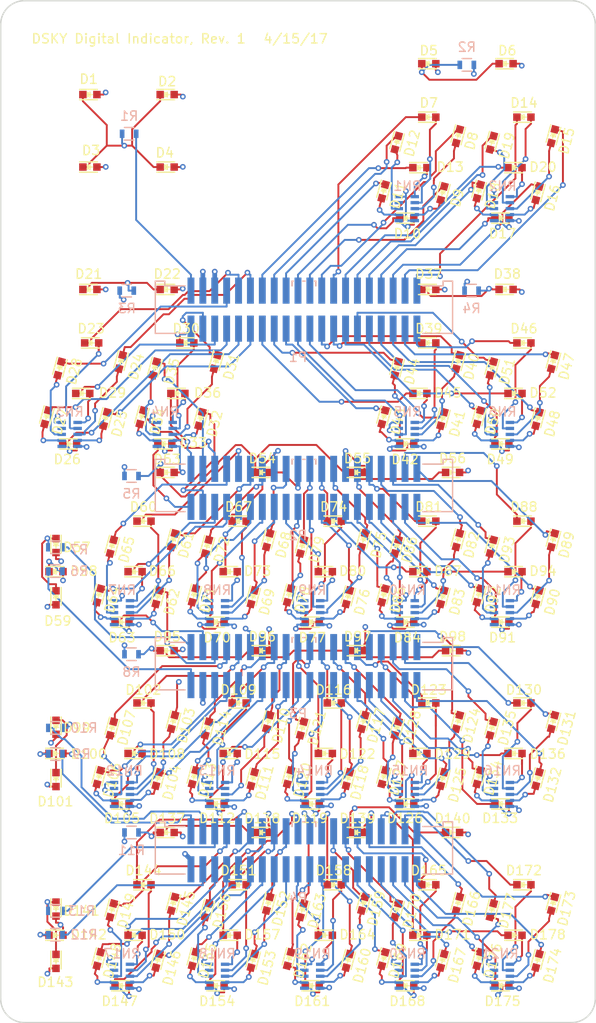
<source format=kicad_pcb>
(kicad_pcb (version 20170123) (host pcbnew "(2017-03-15 revision 2afc15f41)-multipart_export")
  (layers (0 F.Cu signal) (1 In1.Cu signal) (2 In2.Cu signal) (31 B.Cu signal) (34 B.Paste user) (35 F.Paste user) (36 B.SilkS user) (37 F.SilkS user) (38 B.Mask user) (39 F.Mask user) (44 Edge.Cuts user))
  (net 0 "")
  (net 1 GND)
  (net 2 COMACT)
  (net 3 MD1_A)
  (net 4 MD1_B)
  (net 5 MD1_C)
  (net 6 MD1_D)
  (net 7 MD1_E)
  (net 8 MD1_F)
  (net 9 MD1_G)
  (net 10 MD2_A)
  (net 11 MD2_B)
  (net 12 MD2_C)
  (net 13 MD2_D)
  (net 14 MD2_E)
  (net 15 MD2_F)
  (net 16 MD2_G)
  (net 17 ND1_A)
  (net 18 ND1_B)
  (net 19 ND1_C)
  (net 20 ND1_D)
  (net 21 ND1_E)
  (net 22 ND1_F)
  (net 23 ND1_G)
  (net 24 ND2_A)
  (net 25 ND2_B)
  (net 26 ND2_C)
  (net 27 ND2_D)
  (net 28 ND2_E)
  (net 29 ND2_F)
  (net 30 ND2_G)
  (net 31 VD1_A)
  (net 32 VD1_B)
  (net 33 VD1_C)
  (net 34 VD1_D)
  (net 35 VD1_E)
  (net 36 VD1_F)
  (net 37 VD1_G)
  (net 38 VD2_A)
  (net 39 VD2_B)
  (net 40 VD2_C)
  (net 41 VD2_D)
  (net 42 VD2_E)
  (net 43 VD2_F)
  (net 44 VD2_G)
  (net 45 R1D4_A)
  (net 46 R1D4_B)
  (net 47 R1D4_C)
  (net 48 R1D4_D)
  (net 49 R1D4_E)
  (net 50 R1D4_F)
  (net 51 R1D4_G)
  (net 52 R1D5_A)
  (net 53 R1D5_B)
  (net 54 R1D5_C)
  (net 55 R1D5_D)
  (net 56 R1D5_E)
  (net 57 R1D5_F)
  (net 58 R1D5_G)
  (net 59 R1D1_A)
  (net 60 R1D1_B)
  (net 61 R1D1_C)
  (net 62 R1D1_D)
  (net 63 R1D1_E)
  (net 64 R1D1_F)
  (net 65 R1D1_G)
  (net 66 R1D2_A)
  (net 67 R1D2_B)
  (net 68 R1D2_C)
  (net 69 R1D2_D)
  (net 70 R1D2_E)
  (net 71 R1D2_F)
  (net 72 R1D2_G)
  (net 73 R1D3_A)
  (net 74 R1D3_B)
  (net 75 R1D3_C)
  (net 76 R1D3_D)
  (net 77 R1D3_E)
  (net 78 R1D3_F)
  (net 79 R1D3_G)
  (net 80 R2D4_A)
  (net 81 R2D4_B)
  (net 82 R2D4_C)
  (net 83 R2D4_D)
  (net 84 R2D4_E)
  (net 85 R2D4_F)
  (net 86 R2D4_G)
  (net 87 R2D5_A)
  (net 88 R2D5_B)
  (net 89 R2D5_C)
  (net 90 R2D5_D)
  (net 91 R2D5_E)
  (net 92 R2D5_F)
  (net 93 R2D5_G)
  (net 94 R2D1_A)
  (net 95 R2D1_B)
  (net 96 R2D1_C)
  (net 97 R2D1_D)
  (net 98 R2D1_E)
  (net 99 R2D1_F)
  (net 100 R2D1_G)
  (net 101 R2D2_A)
  (net 102 R2D2_B)
  (net 103 R2D2_C)
  (net 104 R2D2_D)
  (net 105 R2D2_E)
  (net 106 R2D2_F)
  (net 107 R2D2_G)
  (net 108 R2D3_A)
  (net 109 R2D3_B)
  (net 110 R2D3_C)
  (net 111 R2D3_D)
  (net 112 R2D3_E)
  (net 113 R2D3_F)
  (net 114 R2D3_G)
  (net 115 R3D4_A)
  (net 116 R3D4_B)
  (net 117 R3D4_C)
  (net 118 R3D4_D)
  (net 119 R3D4_E)
  (net 120 R3D4_F)
  (net 121 R3D4_G)
  (net 122 R3D5_A)
  (net 123 R3D5_B)
  (net 124 R3D5_C)
  (net 125 R3D5_D)
  (net 126 R3D5_E)
  (net 127 R3D5_F)
  (net 128 R3D5_G)
  (net 129 R3D1_A)
  (net 130 R3D1_B)
  (net 131 R3D1_C)
  (net 132 R3D1_D)
  (net 133 R3D1_E)
  (net 134 R3D1_F)
  (net 135 R3D1_G)
  (net 136 R3D2_A)
  (net 137 R3D2_B)
  (net 138 R3D2_C)
  (net 139 R3D2_D)
  (net 140 R3D2_E)
  (net 141 R3D2_F)
  (net 142 R3D2_G)
  (net 143 R3D3_A)
  (net 144 R3D3_B)
  (net 145 R3D3_C)
  (net 146 R3D3_D)
  (net 147 R3D3_E)
  (net 148 R3D3_F)
  (net 149 R3D3_G)
  (net 150 R1-)
  (net 151 R1+)
  (net 152 R2-)
  (net 153 R2+)
  (net 154 R3-)
  (net 155 R3+)
  (net 156 +12V)
  (net 157 "Net-(D1-Pad1)")
  (net 158 "Net-(D5-Pad1)")
  (net 159 "Net-(D21-Pad1)")
  (net 160 "Net-(D37-Pad1)")
  (net 161 "Net-(D53-Pad1)")
  (net 162 "Net-(D57-Pad1)")
  (net 163 "Net-(D58-Pad1)")
  (net 164 "Net-(D95-Pad1)")
  (net 165 "Net-(D100-Pad1)")
  (net 166 "Net-(D101-Pad1)")
  (net 167 "Net-(D137-Pad1)")
  (net 168 "Net-(D141-Pad1)")
  (net 169 "Net-(D142-Pad1)")
  (net 170 "Net-(D7-Pad2)")
  (net 171 "Net-(D8-Pad2)")
  (net 172 "Net-(D9-Pad2)")
  (net 173 "Net-(D10-Pad2)")
  (net 174 "Net-(D11-Pad2)")
  (net 175 "Net-(D12-Pad2)")
  (net 176 "Net-(D13-Pad2)")
  (net 177 "Net-(D14-Pad2)")
  (net 178 "Net-(D15-Pad2)")
  (net 179 "Net-(D16-Pad2)")
  (net 180 "Net-(D17-Pad2)")
  (net 181 "Net-(D18-Pad2)")
  (net 182 "Net-(D19-Pad2)")
  (net 183 "Net-(D20-Pad2)")
  (net 184 "Net-(D23-Pad2)")
  (net 185 "Net-(D24-Pad2)")
  (net 186 "Net-(D25-Pad2)")
  (net 187 "Net-(D26-Pad2)")
  (net 188 "Net-(D27-Pad2)")
  (net 189 "Net-(D28-Pad2)")
  (net 190 "Net-(D29-Pad2)")
  (net 191 "Net-(D30-Pad2)")
  (net 192 "Net-(D31-Pad2)")
  (net 193 "Net-(D32-Pad2)")
  (net 194 "Net-(D33-Pad2)")
  (net 195 "Net-(D34-Pad2)")
  (net 196 "Net-(D35-Pad2)")
  (net 197 "Net-(D36-Pad2)")
  (net 198 "Net-(D39-Pad2)")
  (net 199 "Net-(D40-Pad2)")
  (net 200 "Net-(D41-Pad2)")
  (net 201 "Net-(D42-Pad2)")
  (net 202 "Net-(D43-Pad2)")
  (net 203 "Net-(D44-Pad2)")
  (net 204 "Net-(D45-Pad2)")
  (net 205 "Net-(D46-Pad2)")
  (net 206 "Net-(D47-Pad2)")
  (net 207 "Net-(D48-Pad2)")
  (net 208 "Net-(D49-Pad2)")
  (net 209 "Net-(D50-Pad2)")
  (net 210 "Net-(D51-Pad2)")
  (net 211 "Net-(D52-Pad2)")
  (net 212 "Net-(D60-Pad2)")
  (net 213 "Net-(D61-Pad2)")
  (net 214 "Net-(D62-Pad2)")
  (net 215 "Net-(D63-Pad2)")
  (net 216 "Net-(D64-Pad2)")
  (net 217 "Net-(D65-Pad2)")
  (net 218 "Net-(D66-Pad2)")
  (net 219 "Net-(D67-Pad2)")
  (net 220 "Net-(D68-Pad2)")
  (net 221 "Net-(D69-Pad2)")
  (net 222 "Net-(D70-Pad2)")
  (net 223 "Net-(D71-Pad2)")
  (net 224 "Net-(D72-Pad2)")
  (net 225 "Net-(D73-Pad2)")
  (net 226 "Net-(D74-Pad2)")
  (net 227 "Net-(D75-Pad2)")
  (net 228 "Net-(D76-Pad2)")
  (net 229 "Net-(D77-Pad2)")
  (net 230 "Net-(D78-Pad2)")
  (net 231 "Net-(D79-Pad2)")
  (net 232 "Net-(D80-Pad2)")
  (net 233 "Net-(D81-Pad2)")
  (net 234 "Net-(D82-Pad2)")
  (net 235 "Net-(D83-Pad2)")
  (net 236 "Net-(D84-Pad2)")
  (net 237 "Net-(D85-Pad2)")
  (net 238 "Net-(D86-Pad2)")
  (net 239 "Net-(D87-Pad2)")
  (net 240 "Net-(D88-Pad2)")
  (net 241 "Net-(D89-Pad2)")
  (net 242 "Net-(D90-Pad2)")
  (net 243 "Net-(D91-Pad2)")
  (net 244 "Net-(D92-Pad2)")
  (net 245 "Net-(D93-Pad2)")
  (net 246 "Net-(D94-Pad2)")
  (net 247 "Net-(D102-Pad2)")
  (net 248 "Net-(D103-Pad2)")
  (net 249 "Net-(D104-Pad2)")
  (net 250 "Net-(D105-Pad2)")
  (net 251 "Net-(D106-Pad2)")
  (net 252 "Net-(D107-Pad2)")
  (net 253 "Net-(D108-Pad2)")
  (net 254 "Net-(D109-Pad2)")
  (net 255 "Net-(D110-Pad2)")
  (net 256 "Net-(D111-Pad2)")
  (net 257 "Net-(D112-Pad2)")
  (net 258 "Net-(D113-Pad2)")
  (net 259 "Net-(D114-Pad2)")
  (net 260 "Net-(D115-Pad2)")
  (net 261 "Net-(D116-Pad2)")
  (net 262 "Net-(D117-Pad2)")
  (net 263 "Net-(D118-Pad2)")
  (net 264 "Net-(D119-Pad2)")
  (net 265 "Net-(D120-Pad2)")
  (net 266 "Net-(D121-Pad2)")
  (net 267 "Net-(D122-Pad2)")
  (net 268 "Net-(D123-Pad2)")
  (net 269 "Net-(D124-Pad2)")
  (net 270 "Net-(D125-Pad2)")
  (net 271 "Net-(D126-Pad2)")
  (net 272 "Net-(D127-Pad2)")
  (net 273 "Net-(D128-Pad2)")
  (net 274 "Net-(D129-Pad2)")
  (net 275 "Net-(D130-Pad2)")
  (net 276 "Net-(D131-Pad2)")
  (net 277 "Net-(D132-Pad2)")
  (net 278 "Net-(D133-Pad2)")
  (net 279 "Net-(D134-Pad2)")
  (net 280 "Net-(D135-Pad2)")
  (net 281 "Net-(D136-Pad2)")
  (net 282 "Net-(D144-Pad2)")
  (net 283 "Net-(D145-Pad2)")
  (net 284 "Net-(D146-Pad2)")
  (net 285 "Net-(D147-Pad2)")
  (net 286 "Net-(D148-Pad2)")
  (net 287 "Net-(D149-Pad2)")
  (net 288 "Net-(D150-Pad2)")
  (net 289 "Net-(D151-Pad2)")
  (net 290 "Net-(D152-Pad2)")
  (net 291 "Net-(D153-Pad2)")
  (net 292 "Net-(D154-Pad2)")
  (net 293 "Net-(D155-Pad2)")
  (net 294 "Net-(D156-Pad2)")
  (net 295 "Net-(D157-Pad2)")
  (net 296 "Net-(D158-Pad2)")
  (net 297 "Net-(D159-Pad2)")
  (net 298 "Net-(D160-Pad2)")
  (net 299 "Net-(D161-Pad2)")
  (net 300 "Net-(D162-Pad2)")
  (net 301 "Net-(D163-Pad2)")
  (net 302 "Net-(D164-Pad2)")
  (net 303 "Net-(D165-Pad2)")
  (net 304 "Net-(D166-Pad2)")
  (net 305 "Net-(D167-Pad2)")
  (net 306 "Net-(D168-Pad2)")
  (net 307 "Net-(D169-Pad2)")
  (net 308 "Net-(D170-Pad2)")
  (net 309 "Net-(D171-Pad2)")
  (net 310 "Net-(D172-Pad2)")
  (net 311 "Net-(D173-Pad2)")
  (net 312 "Net-(D174-Pad2)")
  (net 313 "Net-(D175-Pad2)")
  (net 314 "Net-(D176-Pad2)")
  (net 315 "Net-(D177-Pad2)")
  (net 316 "Net-(D178-Pad2)")
  (module agc_footprints:SHF-120-01-L-D-SM (layer B.Cu) (at 142.875 128.905 180)
    (fp_text reference P4 (at 0.635 -5.08 180) (layer B.SilkS) (effects (justify mirror)))
    (fp_text value CONN_02X20 hide)
    (pad 33 smd rect (at 8.255 -2.032 180) (size 0.7366 2.794) (layers B.Cu B.Paste B.Mask) (net 133 R3D1_E))
    (pad 35 smd rect (at 9.525 -2.032 180) (size 0.7366 2.794) (layers B.Cu B.Paste B.Mask) (net 135 R3D1_G))
    (pad 29 smd rect (at 5.715 -2.032 180) (size 0.7366 2.794) (layers B.Cu B.Paste B.Mask) (net 131 R3D1_C))
    (pad 31 smd rect (at 6.985 -2.032 180) (size 0.7366 2.794) (layers B.Cu B.Paste B.Mask) (net 132 R3D1_D))
    (pad 27 smd rect (at 4.445 -2.032 180) (size 0.7366 2.794) (layers B.Cu B.Paste B.Mask) (net 140 R3D2_E))
    (pad 25 smd rect (at 3.175 -2.032 180) (size 0.7366 2.794) (layers B.Cu B.Paste B.Mask) (net 139 R3D2_D))
    (pad 37 smd rect (at 10.795 -2.032 180) (size 0.7366 2.794) (layers B.Cu B.Paste B.Mask) (net 154 R3-))
    (pad 39 smd rect (at 12.065 -2.032 180) (size 0.7366 2.794) (layers B.Cu B.Paste B.Mask) (net 1 GND))
    (pad 21 smd rect (at 0.635 -2.032 180) (size 0.7366 2.794) (layers B.Cu B.Paste B.Mask) (net 149 R3D3_G))
    (pad 23 smd rect (at 1.905 -2.032 180) (size 0.7366 2.794) (layers B.Cu B.Paste B.Mask) (net 138 R3D2_C))
    (pad 17 smd rect (at -1.905 -2.032 180) (size 0.7366 2.794) (layers B.Cu B.Paste B.Mask) (net 146 R3D3_D))
    (pad 19 smd rect (at -0.635 -2.032 180) (size 0.7366 2.794) (layers B.Cu B.Paste B.Mask) (net 147 R3D3_E))
    (pad 15 smd rect (at -3.175 -2.032 180) (size 0.7366 2.794) (layers B.Cu B.Paste B.Mask) (net 145 R3D3_C))
    (pad 13 smd rect (at -4.445 -2.032 180) (size 0.7366 2.794) (layers B.Cu B.Paste B.Mask) (net 119 R3D4_E))
    (pad 1 smd rect (at -12.065 -2.032 180) (size 0.7366 2.794) (layers B.Cu B.Paste B.Mask) (net 124 R3D5_C))
    (pad 3 smd rect (at -10.795 -2.032 180) (size 0.7366 2.794) (layers B.Cu B.Paste B.Mask) (net 125 R3D5_D))
    (pad 7 smd rect (at -8.255 -2.032 180) (size 0.7366 2.794) (layers B.Cu B.Paste B.Mask) (net 128 R3D5_G))
    (pad 5 smd rect (at -9.525 -2.032 180) (size 0.7366 2.794) (layers B.Cu B.Paste B.Mask) (net 126 R3D5_E))
    (pad 11 smd rect (at -5.715 -2.032 180) (size 0.7366 2.794) (layers B.Cu B.Paste B.Mask) (net 118 R3D4_D))
    (pad 9 smd rect (at -6.985 -2.032 180) (size 0.7366 2.794) (layers B.Cu B.Paste B.Mask) (net 117 R3D4_C))
    (pad 34 smd rect (at 8.255 2.032 180) (size 0.7366 2.794) (layers B.Cu B.Paste B.Mask) (net 134 R3D1_F))
    (pad 36 smd rect (at 9.525 2.032 180) (size 0.7366 2.794) (layers B.Cu B.Paste B.Mask) (net 155 R3+))
    (pad 40 smd rect (at 12.065 2.032 180) (size 0.7366 2.794) (layers B.Cu B.Paste B.Mask) (net 152 R2-))
    (pad 38 smd rect (at 10.795 2.032 180) (size 0.7366 2.794) (layers B.Cu B.Paste B.Mask) (net 153 R2+))
    (pad 18 smd rect (at -1.905 2.032 180) (size 0.7366 2.794) (layers B.Cu B.Paste B.Mask) (net 143 R3D3_A))
    (pad 20 smd rect (at -0.635 2.032 180) (size 0.7366 2.794) (layers B.Cu B.Paste B.Mask) (net 148 R3D3_F))
    (pad 24 smd rect (at 1.905 2.032 180) (size 0.7366 2.794) (layers B.Cu B.Paste B.Mask) (net 137 R3D2_B))
    (pad 22 smd rect (at 0.635 2.032 180) (size 0.7366 2.794) (layers B.Cu B.Paste B.Mask) (net 142 R3D2_G))
    (pad 30 smd rect (at 5.715 2.032 180) (size 0.7366 2.794) (layers B.Cu B.Paste B.Mask) (net 130 R3D1_B))
    (pad 32 smd rect (at 6.985 2.032 180) (size 0.7366 2.794) (layers B.Cu B.Paste B.Mask) (net 129 R3D1_A))
    (pad 28 smd rect (at 4.445 2.032 180) (size 0.7366 2.794) (layers B.Cu B.Paste B.Mask) (net 141 R3D2_F))
    (pad 26 smd rect (at 3.175 2.032 180) (size 0.7366 2.794) (layers B.Cu B.Paste B.Mask) (net 136 R3D2_A))
    (pad 10 smd rect (at -6.985 2.032 180) (size 0.7366 2.794) (layers B.Cu B.Paste B.Mask) (net 116 R3D4_B))
    (pad 12 smd rect (at -5.715 2.032 180) (size 0.7366 2.794) (layers B.Cu B.Paste B.Mask) (net 115 R3D4_A))
    (pad 16 smd rect (at -3.175 2.032 180) (size 0.7366 2.794) (layers B.Cu B.Paste B.Mask) (net 144 R3D3_B))
    (pad 14 smd rect (at -4.445 2.032 180) (size 0.7366 2.794) (layers B.Cu B.Paste B.Mask) (net 120 R3D4_F))
    (pad 6 smd rect (at -9.525 2.032 180) (size 0.7366 2.794) (layers B.Cu B.Paste B.Mask) (net 127 R3D5_F))
    (pad 8 smd rect (at -8.255 2.032 180) (size 0.7366 2.794) (layers B.Cu B.Paste B.Mask) (net 121 R3D4_G))
    (pad 4 smd rect (at -10.795 2.032 180) (size 0.7366 2.794) (layers B.Cu B.Paste B.Mask) (net 122 R3D5_A))
    (pad 2 smd rect (at -12.065 2.032 180) (size 0.7366 2.794) (layers B.Cu B.Paste B.Mask) (net 123 R3D5_B))
  )
  (module agc_footprints:SHF-120-01-L-D-SM (layer B.Cu) (at 142.875 109.22 180)
    (fp_text reference P3 (at 0.635 -5.08 180) (layer B.SilkS) (effects (justify mirror)))
    (fp_text value CONN_02X20)
    (pad 33 smd rect (at 8.255 -2.032 180) (size 0.7366 2.794) (layers B.Cu B.Paste B.Mask) (net 98 R2D1_E))
    (pad 35 smd rect (at 9.525 -2.032 180) (size 0.7366 2.794) (layers B.Cu B.Paste B.Mask) (net 100 R2D1_G))
    (pad 29 smd rect (at 5.715 -2.032 180) (size 0.7366 2.794) (layers B.Cu B.Paste B.Mask) (net 96 R2D1_C))
    (pad 31 smd rect (at 6.985 -2.032 180) (size 0.7366 2.794) (layers B.Cu B.Paste B.Mask) (net 97 R2D1_D))
    (pad 27 smd rect (at 4.445 -2.032 180) (size 0.7366 2.794) (layers B.Cu B.Paste B.Mask) (net 105 R2D2_E))
    (pad 25 smd rect (at 3.175 -2.032 180) (size 0.7366 2.794) (layers B.Cu B.Paste B.Mask) (net 104 R2D2_D))
    (pad 37 smd rect (at 10.795 -2.032 180) (size 0.7366 2.794) (layers B.Cu B.Paste B.Mask) (net 156 +12V))
    (pad 39 smd rect (at 12.065 -2.032 180) (size 0.7366 2.794) (layers B.Cu B.Paste B.Mask) (net 150 R1-))
    (pad 21 smd rect (at 0.635 -2.032 180) (size 0.7366 2.794) (layers B.Cu B.Paste B.Mask) (net 107 R2D2_G))
    (pad 23 smd rect (at 1.905 -2.032 180) (size 0.7366 2.794) (layers B.Cu B.Paste B.Mask) (net 103 R2D2_C))
    (pad 17 smd rect (at -1.905 -2.032 180) (size 0.7366 2.794) (layers B.Cu B.Paste B.Mask) (net 111 R2D3_D))
    (pad 19 smd rect (at -0.635 -2.032 180) (size 0.7366 2.794) (layers B.Cu B.Paste B.Mask) (net 112 R2D3_E))
    (pad 15 smd rect (at -3.175 -2.032 180) (size 0.7366 2.794) (layers B.Cu B.Paste B.Mask) (net 110 R2D3_C))
    (pad 13 smd rect (at -4.445 -2.032 180) (size 0.7366 2.794) (layers B.Cu B.Paste B.Mask) (net 84 R2D4_E))
    (pad 1 smd rect (at -12.065 -2.032 180) (size 0.7366 2.794) (layers B.Cu B.Paste B.Mask) (net 89 R2D5_C))
    (pad 3 smd rect (at -10.795 -2.032 180) (size 0.7366 2.794) (layers B.Cu B.Paste B.Mask) (net 90 R2D5_D))
    (pad 7 smd rect (at -8.255 -2.032 180) (size 0.7366 2.794) (layers B.Cu B.Paste B.Mask) (net 93 R2D5_G))
    (pad 5 smd rect (at -9.525 -2.032 180) (size 0.7366 2.794) (layers B.Cu B.Paste B.Mask) (net 91 R2D5_E))
    (pad 11 smd rect (at -5.715 -2.032 180) (size 0.7366 2.794) (layers B.Cu B.Paste B.Mask) (net 83 R2D4_D))
    (pad 9 smd rect (at -6.985 -2.032 180) (size 0.7366 2.794) (layers B.Cu B.Paste B.Mask) (net 82 R2D4_C))
    (pad 34 smd rect (at 8.255 2.032 180) (size 0.7366 2.794) (layers B.Cu B.Paste B.Mask) (net 99 R2D1_F))
    (pad 36 smd rect (at 9.525 2.032 180) (size 0.7366 2.794) (layers B.Cu B.Paste B.Mask) (net 61 R1D1_C))
    (pad 40 smd rect (at 12.065 2.032 180) (size 0.7366 2.794) (layers B.Cu B.Paste B.Mask) (net 151 R1+))
    (pad 38 smd rect (at 10.795 2.032 180) (size 0.7366 2.794) (layers B.Cu B.Paste B.Mask) (net 62 R1D1_D))
    (pad 18 smd rect (at -1.905 2.032 180) (size 0.7366 2.794) (layers B.Cu B.Paste B.Mask) (net 108 R2D3_A))
    (pad 20 smd rect (at -0.635 2.032 180) (size 0.7366 2.794) (layers B.Cu B.Paste B.Mask) (net 113 R2D3_F))
    (pad 24 smd rect (at 1.905 2.032 180) (size 0.7366 2.794) (layers B.Cu B.Paste B.Mask) (net 102 R2D2_B))
    (pad 22 smd rect (at 0.635 2.032 180) (size 0.7366 2.794) (layers B.Cu B.Paste B.Mask) (net 114 R2D3_G))
    (pad 30 smd rect (at 5.715 2.032 180) (size 0.7366 2.794) (layers B.Cu B.Paste B.Mask) (net 95 R2D1_B))
    (pad 32 smd rect (at 6.985 2.032 180) (size 0.7366 2.794) (layers B.Cu B.Paste B.Mask) (net 94 R2D1_A))
    (pad 28 smd rect (at 4.445 2.032 180) (size 0.7366 2.794) (layers B.Cu B.Paste B.Mask) (net 106 R2D2_F))
    (pad 26 smd rect (at 3.175 2.032 180) (size 0.7366 2.794) (layers B.Cu B.Paste B.Mask) (net 101 R2D2_A))
    (pad 10 smd rect (at -6.985 2.032 180) (size 0.7366 2.794) (layers B.Cu B.Paste B.Mask) (net 81 R2D4_B))
    (pad 12 smd rect (at -5.715 2.032 180) (size 0.7366 2.794) (layers B.Cu B.Paste B.Mask) (net 80 R2D4_A))
    (pad 16 smd rect (at -3.175 2.032 180) (size 0.7366 2.794) (layers B.Cu B.Paste B.Mask) (net 109 R2D3_B))
    (pad 14 smd rect (at -4.445 2.032 180) (size 0.7366 2.794) (layers B.Cu B.Paste B.Mask) (net 85 R2D4_F))
    (pad 6 smd rect (at -9.525 2.032 180) (size 0.7366 2.794) (layers B.Cu B.Paste B.Mask) (net 92 R2D5_F))
    (pad 8 smd rect (at -8.255 2.032 180) (size 0.7366 2.794) (layers B.Cu B.Paste B.Mask) (net 86 R2D4_G))
    (pad 4 smd rect (at -10.795 2.032 180) (size 0.7366 2.794) (layers B.Cu B.Paste B.Mask) (net 87 R2D5_A))
    (pad 2 smd rect (at -12.065 2.032 180) (size 0.7366 2.794) (layers B.Cu B.Paste B.Mask) (net 88 R2D5_B))
  )
  (module agc_footprints:SHF-120-01-L-D-SM (layer B.Cu) (at 142.875 71.12 180)
    (fp_text reference P1 (at 0.635 -5.08 180) (layer B.SilkS) (effects (justify mirror)))
    (fp_text value CONN_02X20)
    (pad 2 smd rect (at -12.065 2.032 180) (size 0.7366 2.794) (layers B.Cu B.Paste B.Mask) (net 10 MD2_A))
    (pad 4 smd rect (at -10.795 2.032 180) (size 0.7366 2.794) (layers B.Cu B.Paste B.Mask) (net 11 MD2_B))
    (pad 8 smd rect (at -8.255 2.032 180) (size 0.7366 2.794) (layers B.Cu B.Paste B.Mask) (net 13 MD2_D))
    (pad 6 smd rect (at -9.525 2.032 180) (size 0.7366 2.794) (layers B.Cu B.Paste B.Mask) (net 12 MD2_C))
    (pad 14 smd rect (at -4.445 2.032 180) (size 0.7366 2.794) (layers B.Cu B.Paste B.Mask) (net 16 MD2_G))
    (pad 16 smd rect (at -3.175 2.032 180) (size 0.7366 2.794) (layers B.Cu B.Paste B.Mask) (net 3 MD1_A))
    (pad 12 smd rect (at -5.715 2.032 180) (size 0.7366 2.794) (layers B.Cu B.Paste B.Mask) (net 15 MD2_F))
    (pad 10 smd rect (at -6.985 2.032 180) (size 0.7366 2.794) (layers B.Cu B.Paste B.Mask) (net 14 MD2_E))
    (pad 26 smd rect (at 3.175 2.032 180) (size 0.7366 2.794) (layers B.Cu B.Paste B.Mask) (net 8 MD1_F))
    (pad 28 smd rect (at 4.445 2.032 180) (size 0.7366 2.794) (layers B.Cu B.Paste B.Mask) (net 9 MD1_G))
    (pad 32 smd rect (at 6.985 2.032 180) (size 0.7366 2.794) (layers B.Cu B.Paste B.Mask) (net 31 VD1_A))
    (pad 30 smd rect (at 5.715 2.032 180) (size 0.7366 2.794) (layers B.Cu B.Paste B.Mask) (net 32 VD1_B))
    (pad 22 smd rect (at 0.635 2.032 180) (size 0.7366 2.794) (layers B.Cu B.Paste B.Mask) (net 6 MD1_D))
    (pad 24 smd rect (at 1.905 2.032 180) (size 0.7366 2.794) (layers B.Cu B.Paste B.Mask) (net 7 MD1_E))
    (pad 20 smd rect (at -0.635 2.032 180) (size 0.7366 2.794) (layers B.Cu B.Paste B.Mask) (net 5 MD1_C))
    (pad 18 smd rect (at -1.905 2.032 180) (size 0.7366 2.794) (layers B.Cu B.Paste B.Mask) (net 4 MD1_B))
    (pad 38 smd rect (at 10.795 2.032 180) (size 0.7366 2.794) (layers B.Cu B.Paste B.Mask) (net 1 GND))
    (pad 40 smd rect (at 12.065 2.032 180) (size 0.7366 2.794) (layers B.Cu B.Paste B.Mask) (net 2 COMACT))
    (pad 36 smd rect (at 9.525 2.032 180) (size 0.7366 2.794) (layers B.Cu B.Paste B.Mask) (net 156 +12V))
    (pad 34 smd rect (at 8.255 2.032 180) (size 0.7366 2.794) (layers B.Cu B.Paste B.Mask) (net 36 VD1_F))
    (pad 9 smd rect (at -6.985 -2.032 180) (size 0.7366 2.794) (layers B.Cu B.Paste B.Mask) (net 28 ND2_E))
    (pad 11 smd rect (at -5.715 -2.032 180) (size 0.7366 2.794) (layers B.Cu B.Paste B.Mask) (net 29 ND2_F))
    (pad 5 smd rect (at -9.525 -2.032 180) (size 0.7366 2.794) (layers B.Cu B.Paste B.Mask) (net 26 ND2_C))
    (pad 7 smd rect (at -8.255 -2.032 180) (size 0.7366 2.794) (layers B.Cu B.Paste B.Mask) (net 27 ND2_D))
    (pad 3 smd rect (at -10.795 -2.032 180) (size 0.7366 2.794) (layers B.Cu B.Paste B.Mask) (net 25 ND2_B))
    (pad 1 smd rect (at -12.065 -2.032 180) (size 0.7366 2.794) (layers B.Cu B.Paste B.Mask) (net 24 ND2_A))
    (pad 13 smd rect (at -4.445 -2.032 180) (size 0.7366 2.794) (layers B.Cu B.Paste B.Mask) (net 30 ND2_G))
    (pad 15 smd rect (at -3.175 -2.032 180) (size 0.7366 2.794) (layers B.Cu B.Paste B.Mask) (net 17 ND1_A))
    (pad 19 smd rect (at -0.635 -2.032 180) (size 0.7366 2.794) (layers B.Cu B.Paste B.Mask) (net 19 ND1_C))
    (pad 17 smd rect (at -1.905 -2.032 180) (size 0.7366 2.794) (layers B.Cu B.Paste B.Mask) (net 18 ND1_B))
    (pad 23 smd rect (at 1.905 -2.032 180) (size 0.7366 2.794) (layers B.Cu B.Paste B.Mask) (net 21 ND1_E))
    (pad 21 smd rect (at 0.635 -2.032 180) (size 0.7366 2.794) (layers B.Cu B.Paste B.Mask) (net 20 ND1_D))
    (pad 39 smd rect (at 12.065 -2.032 180) (size 0.7366 2.794) (layers B.Cu B.Paste B.Mask) (net 38 VD2_A))
    (pad 37 smd rect (at 10.795 -2.032 180) (size 0.7366 2.794) (layers B.Cu B.Paste B.Mask) (net 39 VD2_B))
    (pad 25 smd rect (at 3.175 -2.032 180) (size 0.7366 2.794) (layers B.Cu B.Paste B.Mask) (net 22 ND1_F))
    (pad 27 smd rect (at 4.445 -2.032 180) (size 0.7366 2.794) (layers B.Cu B.Paste B.Mask) (net 23 ND1_G))
    (pad 31 smd rect (at 6.985 -2.032 180) (size 0.7366 2.794) (layers B.Cu B.Paste B.Mask) (net 34 VD1_D))
    (pad 29 smd rect (at 5.715 -2.032 180) (size 0.7366 2.794) (layers B.Cu B.Paste B.Mask) (net 33 VD1_C))
    (pad 35 smd rect (at 9.525 -2.032 180) (size 0.7366 2.794) (layers B.Cu B.Paste B.Mask) (net 37 VD1_G))
    (pad 33 smd rect (at 8.255 -2.032 180) (size 0.7366 2.794) (layers B.Cu B.Paste B.Mask) (net 35 VD1_E))
  )
  (module agc_footprints:SHF-120-01-L-D-SM (layer B.Cu) (at 142.875 90.17 180)
    (fp_text reference P2 (at 0.635 -5.08 180) (layer B.SilkS) (effects (justify mirror)))
    (fp_text value CONN_02X20)
    (pad 2 smd rect (at -12.065 2.032 180) (size 0.7366 2.794) (layers B.Cu B.Paste B.Mask) (net 53 R1D5_B))
    (pad 4 smd rect (at -10.795 2.032 180) (size 0.7366 2.794) (layers B.Cu B.Paste B.Mask) (net 52 R1D5_A))
    (pad 8 smd rect (at -8.255 2.032 180) (size 0.7366 2.794) (layers B.Cu B.Paste B.Mask) (net 46 R1D4_B))
    (pad 6 smd rect (at -9.525 2.032 180) (size 0.7366 2.794) (layers B.Cu B.Paste B.Mask) (net 57 R1D5_F))
    (pad 14 smd rect (at -4.445 2.032 180) (size 0.7366 2.794) (layers B.Cu B.Paste B.Mask) (net 156 +12V))
    (pad 16 smd rect (at -3.175 2.032 180) (size 0.7366 2.794) (layers B.Cu B.Paste B.Mask) (net 74 R1D3_B))
    (pad 12 smd rect (at -5.715 2.032 180) (size 0.7366 2.794) (layers B.Cu B.Paste B.Mask) (net 50 R1D4_F))
    (pad 10 smd rect (at -6.985 2.032 180) (size 0.7366 2.794) (layers B.Cu B.Paste B.Mask) (net 45 R1D4_A))
    (pad 26 smd rect (at 3.175 2.032 180) (size 0.7366 2.794) (layers B.Cu B.Paste B.Mask) (net 66 R1D2_A))
    (pad 28 smd rect (at 4.445 2.032 180) (size 0.7366 2.794) (layers B.Cu B.Paste B.Mask) (net 71 R1D2_F))
    (pad 32 smd rect (at 6.985 2.032 180) (size 0.7366 2.794) (layers B.Cu B.Paste B.Mask) (net 59 R1D1_A))
    (pad 30 smd rect (at 5.715 2.032 180) (size 0.7366 2.794) (layers B.Cu B.Paste B.Mask) (net 60 R1D1_B))
    (pad 22 smd rect (at 0.635 2.032 180) (size 0.7366 2.794) (layers B.Cu B.Paste B.Mask) (net 156 +12V))
    (pad 24 smd rect (at 1.905 2.032 180) (size 0.7366 2.794) (layers B.Cu B.Paste B.Mask) (net 67 R1D2_B))
    (pad 20 smd rect (at -0.635 2.032 180) (size 0.7366 2.794) (layers B.Cu B.Paste B.Mask) (net 78 R1D3_F))
    (pad 18 smd rect (at -1.905 2.032 180) (size 0.7366 2.794) (layers B.Cu B.Paste B.Mask) (net 73 R1D3_A))
    (pad 38 smd rect (at 10.795 2.032 180) (size 0.7366 2.794) (layers B.Cu B.Paste B.Mask) (net 43 VD2_F))
    (pad 40 smd rect (at 12.065 2.032 180) (size 0.7366 2.794) (layers B.Cu B.Paste B.Mask) (net 44 VD2_G))
    (pad 36 smd rect (at 9.525 2.032 180) (size 0.7366 2.794) (layers B.Cu B.Paste B.Mask) (net 42 VD2_E))
    (pad 34 smd rect (at 8.255 2.032 180) (size 0.7366 2.794) (layers B.Cu B.Paste B.Mask) (net 64 R1D1_F))
    (pad 9 smd rect (at -6.985 -2.032 180) (size 0.7366 2.794) (layers B.Cu B.Paste B.Mask) (net 47 R1D4_C))
    (pad 11 smd rect (at -5.715 -2.032 180) (size 0.7366 2.794) (layers B.Cu B.Paste B.Mask) (net 48 R1D4_D))
    (pad 5 smd rect (at -9.525 -2.032 180) (size 0.7366 2.794) (layers B.Cu B.Paste B.Mask) (net 56 R1D5_E))
    (pad 7 smd rect (at -8.255 -2.032 180) (size 0.7366 2.794) (layers B.Cu B.Paste B.Mask) (net 58 R1D5_G))
    (pad 3 smd rect (at -10.795 -2.032 180) (size 0.7366 2.794) (layers B.Cu B.Paste B.Mask) (net 55 R1D5_D))
    (pad 1 smd rect (at -12.065 -2.032 180) (size 0.7366 2.794) (layers B.Cu B.Paste B.Mask) (net 54 R1D5_C))
    (pad 13 smd rect (at -4.445 -2.032 180) (size 0.7366 2.794) (layers B.Cu B.Paste B.Mask) (net 49 R1D4_E))
    (pad 15 smd rect (at -3.175 -2.032 180) (size 0.7366 2.794) (layers B.Cu B.Paste B.Mask) (net 51 R1D4_G))
    (pad 19 smd rect (at -0.635 -2.032 180) (size 0.7366 2.794) (layers B.Cu B.Paste B.Mask) (net 76 R1D3_D))
    (pad 17 smd rect (at -1.905 -2.032 180) (size 0.7366 2.794) (layers B.Cu B.Paste B.Mask) (net 75 R1D3_C))
    (pad 23 smd rect (at 1.905 -2.032 180) (size 0.7366 2.794) (layers B.Cu B.Paste B.Mask) (net 79 R1D3_G))
    (pad 21 smd rect (at 0.635 -2.032 180) (size 0.7366 2.794) (layers B.Cu B.Paste B.Mask) (net 77 R1D3_E))
    (pad 39 smd rect (at 12.065 -2.032 180) (size 0.7366 2.794) (layers B.Cu B.Paste B.Mask) (net 41 VD2_D))
    (pad 37 smd rect (at 10.795 -2.032 180) (size 0.7366 2.794) (layers B.Cu B.Paste B.Mask) (net 40 VD2_C))
    (pad 25 smd rect (at 3.175 -2.032 180) (size 0.7366 2.794) (layers B.Cu B.Paste B.Mask) (net 68 R1D2_C))
    (pad 27 smd rect (at 4.445 -2.032 180) (size 0.7366 2.794) (layers B.Cu B.Paste B.Mask) (net 69 R1D2_D))
    (pad 31 smd rect (at 6.985 -2.032 180) (size 0.7366 2.794) (layers B.Cu B.Paste B.Mask) (net 72 R1D2_G))
    (pad 29 smd rect (at 5.715 -2.032 180) (size 0.7366 2.794) (layers B.Cu B.Paste B.Mask) (net 70 R1D2_E))
    (pad 35 smd rect (at 9.525 -2.032 180) (size 0.7366 2.794) (layers B.Cu B.Paste B.Mask) (net 65 R1D1_G))
    (pad 33 smd rect (at 8.255 -2.032 180) (size 0.7366 2.794) (layers B.Cu B.Paste B.Mask) (net 63 R1D1_E))
  )
  (module LEDs:LED-0603 (layer F.Cu) (at 164.465 44.831)
    (fp_text reference D6 (at 0.127 -1.397) (layer F.SilkS))
    (fp_text value LED hide)
    (pad 2 smd rect (at 0.7493 0 180) (size 0.79756 0.79756) (layers F.Cu F.Paste F.Mask) (net 156 +12V))
    (pad 1 smd rect (at -0.7493 0 180) (size 0.79756 0.79756) (layers F.Cu F.Paste F.Mask) (net 158 "Net-(D5-Pad1)"))
  )
  (module LEDs:LED-0603 (layer F.Cu) (at 156.21 44.831)
    (fp_text reference D5 (at 0 -1.397) (layer F.SilkS))
    (fp_text value LED hide)
    (pad 1 smd rect (at -0.7493 0 180) (size 0.79756 0.79756) (layers F.Cu F.Paste F.Mask) (net 158 "Net-(D5-Pad1)"))
    (pad 2 smd rect (at 0.7493 0 180) (size 0.79756 0.79756) (layers F.Cu F.Paste F.Mask) (net 156 +12V))
  )
  (module LEDs:LED-0603 (layer F.Cu) (at 156.21 68.961)
    (fp_text reference D37 (at 0 -1.651) (layer F.SilkS))
    (fp_text value LED hide)
    (pad 2 smd rect (at 0.7493 0 180) (size 0.79756 0.79756) (layers F.Cu F.Paste F.Mask) (net 156 +12V))
    (pad 1 smd rect (at -0.7493 0 180) (size 0.79756 0.79756) (layers F.Cu F.Paste F.Mask) (net 160 "Net-(D37-Pad1)"))
  )
  (module LEDs:LED-0603 (layer F.Cu) (at 164.465 68.961)
    (fp_text reference D38 (at 0.127 -1.651) (layer F.SilkS))
    (fp_text value LED hide)
    (pad 1 smd rect (at -0.7493 0 180) (size 0.79756 0.79756) (layers F.Cu F.Paste F.Mask) (net 160 "Net-(D37-Pad1)"))
    (pad 2 smd rect (at 0.7493 0 180) (size 0.79756 0.79756) (layers F.Cu F.Paste F.Mask) (net 156 +12V))
  )
  (module LEDs:LED-0603 (layer F.Cu) (at 128.27 68.961)
    (fp_text reference D22 (at 0 -1.651) (layer F.SilkS))
    (fp_text value LED hide)
    (pad 2 smd rect (at 0.7493 0 180) (size 0.79756 0.79756) (layers F.Cu F.Paste F.Mask) (net 156 +12V))
    (pad 1 smd rect (at -0.7493 0 180) (size 0.79756 0.79756) (layers F.Cu F.Paste F.Mask) (net 159 "Net-(D21-Pad1)"))
  )
  (module LEDs:LED-0603 (layer F.Cu) (at 120.015 68.961)
    (fp_text reference D21 (at -0.127 -1.651) (layer F.SilkS))
    (fp_text value LED hide)
    (pad 1 smd rect (at -0.7493 0 180) (size 0.79756 0.79756) (layers F.Cu F.Paste F.Mask) (net 159 "Net-(D21-Pad1)"))
    (pad 2 smd rect (at 0.7493 0 180) (size 0.79756 0.79756) (layers F.Cu F.Paste F.Mask) (net 156 +12V))
  )
  (module LEDs:LED-0603 (layer F.Cu) (at 128.27 55.88)
    (fp_text reference D4 (at -0.254 -1.524) (layer F.SilkS))
    (fp_text value LED hide)
    (pad 1 smd rect (at -0.7493 0 180) (size 0.79756 0.79756) (layers F.Cu F.Paste F.Mask) (net 157 "Net-(D1-Pad1)"))
    (pad 2 smd rect (at 0.7493 0 180) (size 0.79756 0.79756) (layers F.Cu F.Paste F.Mask) (net 156 +12V))
  )
  (module LEDs:LED-0603 (layer F.Cu) (at 120.015 55.88)
    (fp_text reference D3 (at 0.127 -1.778) (layer F.SilkS))
    (fp_text value LED hide)
    (pad 2 smd rect (at 0.7493 0 180) (size 0.79756 0.79756) (layers F.Cu F.Paste F.Mask) (net 156 +12V))
    (pad 1 smd rect (at -0.7493 0 180) (size 0.79756 0.79756) (layers F.Cu F.Paste F.Mask) (net 157 "Net-(D1-Pad1)"))
  )
  (module LEDs:LED-0603 (layer F.Cu) (at 128.27 48.133)
    (fp_text reference D2 (at 0 -1.397) (layer F.SilkS))
    (fp_text value LED hide)
    (pad 1 smd rect (at -0.7493 0 180) (size 0.79756 0.79756) (layers F.Cu F.Paste F.Mask) (net 157 "Net-(D1-Pad1)"))
    (pad 2 smd rect (at 0.7493 0 180) (size 0.79756 0.79756) (layers F.Cu F.Paste F.Mask) (net 156 +12V))
  )
  (module LEDs:LED-0603 (layer F.Cu) (at 120.015 48.133)
    (fp_text reference D1 (at -0.127 -1.651) (layer F.SilkS))
    (fp_text value LED hide)
    (pad 2 smd rect (at 0.7493 0 180) (size 0.79756 0.79756) (layers F.Cu F.Paste F.Mask) (net 156 +12V))
    (pad 1 smd rect (at -0.7493 0 180) (size 0.79756 0.79756) (layers F.Cu F.Paste F.Mask) (net 157 "Net-(D1-Pad1)"))
  )
  (module LEDs:LED-0603 (layer F.Cu) (at 155.258 55.9435)
    (fp_text reference D13 (at 3.238 -0.0635) (layer F.SilkS))
    (fp_text value LED hide)
    (pad 1 smd rect (at -0.7493 0 180) (size 0.79756 0.79756) (layers F.Cu F.Paste F.Mask) (net 9 MD1_G))
    (pad 2 smd rect (at 0.7493 0 180) (size 0.79756 0.79756) (layers F.Cu F.Paste F.Mask) (net 176 "Net-(D13-Pad2)"))
  )
  (module LEDs:LED-0603 (layer F.Cu) (at 152.781 53.2765 255)
    (fp_text reference D12 (at -0.365974 -1.611179 255) (layer F.SilkS))
    (fp_text value LED hide)
    (pad 1 smd rect (at -0.7493 0 75) (size 0.79756 0.79756) (layers F.Cu F.Paste F.Mask) (net 8 MD1_F))
    (pad 2 smd rect (at 0.7493 0 75) (size 0.79756 0.79756) (layers F.Cu F.Paste F.Mask) (net 175 "Net-(D12-Pad2)"))
  )
  (module LEDs:LED-0603 (layer F.Cu) (at 151.384 58.4835 255)
    (fp_text reference D11 (at 0.034914 -1.587116 255) (layer F.SilkS))
    (fp_text value LED hide)
    (pad 2 smd rect (at 0.7493 0 75) (size 0.79756 0.79756) (layers F.Cu F.Paste F.Mask) (net 174 "Net-(D11-Pad2)"))
    (pad 1 smd rect (at -0.7493 0 75) (size 0.79756 0.79756) (layers F.Cu F.Paste F.Mask) (net 7 MD1_E))
  )
  (module LEDs:LED-0603 (layer F.Cu) (at 153.86 61.341)
    (fp_text reference D10 (at 0.064 1.651) (layer F.SilkS))
    (fp_text value LED hide)
    (pad 1 smd rect (at -0.7493 0 180) (size 0.79756 0.79756) (layers F.Cu F.Paste F.Mask) (net 6 MD1_D))
    (pad 2 smd rect (at 0.7493 0 180) (size 0.79756 0.79756) (layers F.Cu F.Paste F.Mask) (net 173 "Net-(D10-Pad2)"))
  )
  (module LEDs:LED-0603 (layer F.Cu) (at 157.67 58.674 255)
    (fp_text reference D9 (at 0.079686 -1.66537 255) (layer F.SilkS))
    (fp_text value LED hide)
    (pad 2 smd rect (at 0.7493 0 75) (size 0.79756 0.79756) (layers F.Cu F.Paste F.Mask) (net 172 "Net-(D9-Pad2)"))
    (pad 1 smd rect (at -0.7493 0 75) (size 0.79756 0.79756) (layers F.Cu F.Paste F.Mask) (net 5 MD1_C))
  )
  (module LEDs:LED-0603 (layer F.Cu) (at 159.322 52.578 255)
    (fp_text reference D8 (at 0.112815 -1.541732 255) (layer F.SilkS))
    (fp_text value LED hide)
    (pad 1 smd rect (at -0.7493 0 75) (size 0.79756 0.79756) (layers F.Cu F.Paste F.Mask) (net 4 MD1_B))
    (pad 2 smd rect (at 0.7493 0 75) (size 0.79756 0.79756) (layers F.Cu F.Paste F.Mask) (net 171 "Net-(D8-Pad2)"))
  )
  (module LEDs:LED-0603 (layer F.Cu) (at 156.21 50.546)
    (fp_text reference D7 (at 0 -1.524) (layer F.SilkS))
    (fp_text value LED hide)
    (pad 1 smd rect (at -0.7493 0 180) (size 0.79756 0.79756) (layers F.Cu F.Paste F.Mask) (net 3 MD1_A))
    (pad 2 smd rect (at 0.7493 0 180) (size 0.79756 0.79756) (layers F.Cu F.Paste F.Mask) (net 170 "Net-(D7-Pad2)"))
  )
  (module LEDs:LED-0603 (layer F.Cu) (at 166.37 50.546)
    (fp_text reference D14 (at 0 -1.524) (layer F.SilkS))
    (fp_text value LED hide)
    (pad 2 smd rect (at 0.7493 0 180) (size 0.79756 0.79756) (layers F.Cu F.Paste F.Mask) (net 177 "Net-(D14-Pad2)"))
    (pad 1 smd rect (at -0.7493 0 180) (size 0.79756 0.79756) (layers F.Cu F.Paste F.Mask) (net 10 MD2_A))
  )
  (module LEDs:LED-0603 (layer F.Cu) (at 169.482 52.578 255)
    (fp_text reference D15 (at 0.112815 -1.541732 255) (layer F.SilkS))
    (fp_text value LED hide)
    (pad 2 smd rect (at 0.7493 0 75) (size 0.79756 0.79756) (layers F.Cu F.Paste F.Mask) (net 178 "Net-(D15-Pad2)"))
    (pad 1 smd rect (at -0.7493 0 75) (size 0.79756 0.79756) (layers F.Cu F.Paste F.Mask) (net 11 MD2_B))
  )
  (module LEDs:LED-0603 (layer F.Cu) (at 167.83 58.674 255)
    (fp_text reference D16 (at 0.079686 -1.66537 255) (layer F.SilkS))
    (fp_text value LED hide)
    (pad 1 smd rect (at -0.7493 0 75) (size 0.79756 0.79756) (layers F.Cu F.Paste F.Mask) (net 12 MD2_C))
    (pad 2 smd rect (at 0.7493 0 75) (size 0.79756 0.79756) (layers F.Cu F.Paste F.Mask) (net 179 "Net-(D16-Pad2)"))
  )
  (module LEDs:LED-0603 (layer F.Cu) (at 164.02 61.341)
    (fp_text reference D17 (at 0.064 1.651) (layer F.SilkS))
    (fp_text value LED hide)
    (pad 2 smd rect (at 0.7493 0 180) (size 0.79756 0.79756) (layers F.Cu F.Paste F.Mask) (net 180 "Net-(D17-Pad2)"))
    (pad 1 smd rect (at -0.7493 0 180) (size 0.79756 0.79756) (layers F.Cu F.Paste F.Mask) (net 13 MD2_D))
  )
  (module LEDs:LED-0603 (layer F.Cu) (at 161.544 58.4835 255)
    (fp_text reference D18 (at 0.034914 -1.587116 255) (layer F.SilkS))
    (fp_text value LED hide)
    (pad 1 smd rect (at -0.7493 0 75) (size 0.79756 0.79756) (layers F.Cu F.Paste F.Mask) (net 14 MD2_E))
    (pad 2 smd rect (at 0.7493 0 75) (size 0.79756 0.79756) (layers F.Cu F.Paste F.Mask) (net 181 "Net-(D18-Pad2)"))
  )
  (module LEDs:LED-0603 (layer F.Cu) (at 162.941 53.2765 255)
    (fp_text reference D19 (at -0.120629 -1.676919 255) (layer F.SilkS))
    (fp_text value LED hide)
    (pad 2 smd rect (at 0.7493 0 75) (size 0.79756 0.79756) (layers F.Cu F.Paste F.Mask) (net 182 "Net-(D19-Pad2)"))
    (pad 1 smd rect (at -0.7493 0 75) (size 0.79756 0.79756) (layers F.Cu F.Paste F.Mask) (net 15 MD2_F))
  )
  (module LEDs:LED-0603 (layer F.Cu) (at 165.418 55.9435)
    (fp_text reference D20 (at 2.984 -0.0635) (layer F.SilkS))
    (fp_text value LED hide)
    (pad 2 smd rect (at 0.7493 0 180) (size 0.79756 0.79756) (layers F.Cu F.Paste F.Mask) (net 183 "Net-(D20-Pad2)"))
    (pad 1 smd rect (at -0.7493 0 180) (size 0.79756 0.79756) (layers F.Cu F.Paste F.Mask) (net 16 MD2_G))
  )
  (module LEDs:LED-0603 (layer F.Cu) (at 119.253 80.0735)
    (fp_text reference D29 (at 3.175 -0.0635) (layer F.SilkS))
    (fp_text value LED hide)
    (pad 1 smd rect (at -0.7493 0 180) (size 0.79756 0.79756) (layers F.Cu F.Paste F.Mask) (net 37 VD1_G))
    (pad 2 smd rect (at 0.7493 0 180) (size 0.79756 0.79756) (layers F.Cu F.Paste F.Mask) (net 190 "Net-(D29-Pad2)"))
  )
  (module LEDs:LED-0603 (layer F.Cu) (at 116.776 77.4065 255)
    (fp_text reference D28 (at -0.104323 -1.616065 255) (layer F.SilkS))
    (fp_text value LED hide)
    (pad 1 smd rect (at -0.7493 0 75) (size 0.79756 0.79756) (layers F.Cu F.Paste F.Mask) (net 36 VD1_F))
    (pad 2 smd rect (at 0.7493 0 75) (size 0.79756 0.79756) (layers F.Cu F.Paste F.Mask) (net 189 "Net-(D28-Pad2)"))
  )
  (module LEDs:LED-0603 (layer F.Cu) (at 115.38 82.6135 255)
    (fp_text reference D27 (at 0.051478 -1.525297 255) (layer F.SilkS))
    (fp_text value LED hide)
    (pad 2 smd rect (at 0.7493 0 75) (size 0.79756 0.79756) (layers F.Cu F.Paste F.Mask) (net 188 "Net-(D27-Pad2)"))
    (pad 1 smd rect (at -0.7493 0 75) (size 0.79756 0.79756) (layers F.Cu F.Paste F.Mask) (net 35 VD1_E))
  )
  (module LEDs:LED-0603 (layer F.Cu) (at 117.856 85.471)
    (fp_text reference D26 (at -0.254 1.651) (layer F.SilkS))
    (fp_text value LED hide)
    (pad 1 smd rect (at -0.7493 0 180) (size 0.79756 0.79756) (layers F.Cu F.Paste F.Mask) (net 34 VD1_D))
    (pad 2 smd rect (at 0.7493 0 180) (size 0.79756 0.79756) (layers F.Cu F.Paste F.Mask) (net 187 "Net-(D26-Pad2)"))
  )
  (module LEDs:LED-0603 (layer F.Cu) (at 121.666 82.804 255)
    (fp_text reference D25 (at 0.09625 -1.603551 255) (layer F.SilkS))
    (fp_text value LED hide)
    (pad 2 smd rect (at 0.7493 0 75) (size 0.79756 0.79756) (layers F.Cu F.Paste F.Mask) (net 186 "Net-(D25-Pad2)"))
    (pad 1 smd rect (at -0.7493 0 75) (size 0.79756 0.79756) (layers F.Cu F.Paste F.Mask) (net 33 VD1_C))
  )
  (module LEDs:LED-0603 (layer F.Cu) (at 123.317 76.708 255)
    (fp_text reference D24 (at 0.06338 -1.726224 255) (layer F.SilkS))
    (fp_text value LED hide)
    (pad 1 smd rect (at -0.7493 0 75) (size 0.79756 0.79756) (layers F.Cu F.Paste F.Mask) (net 32 VD1_B))
    (pad 2 smd rect (at 0.7493 0 75) (size 0.79756 0.79756) (layers F.Cu F.Paste F.Mask) (net 185 "Net-(D24-Pad2)"))
  )
  (module LEDs:LED-0603 (layer F.Cu) (at 120.206 74.676)
    (fp_text reference D23 (at -0.064 -1.524) (layer F.SilkS))
    (fp_text value LED hide)
    (pad 1 smd rect (at -0.7493 0 180) (size 0.79756 0.79756) (layers F.Cu F.Paste F.Mask) (net 31 VD1_A))
    (pad 2 smd rect (at 0.7493 0 180) (size 0.79756 0.79756) (layers F.Cu F.Paste F.Mask) (net 184 "Net-(D23-Pad2)"))
  )
  (module LEDs:LED-0603 (layer F.Cu) (at 130.366 74.676)
    (fp_text reference D30 (at -0.064 -1.524) (layer F.SilkS))
    (fp_text value LED hide)
    (pad 2 smd rect (at 0.7493 0 180) (size 0.79756 0.79756) (layers F.Cu F.Paste F.Mask) (net 191 "Net-(D30-Pad2)"))
    (pad 1 smd rect (at -0.7493 0 180) (size 0.79756 0.79756) (layers F.Cu F.Paste F.Mask) (net 38 VD2_A))
  )
  (module LEDs:LED-0603 (layer F.Cu) (at 133.477 76.708 255)
    (fp_text reference D31 (at 0.06338 -1.726224 255) (layer F.SilkS))
    (fp_text value LED hide)
    (pad 2 smd rect (at 0.7493 0 75) (size 0.79756 0.79756) (layers F.Cu F.Paste F.Mask) (net 192 "Net-(D31-Pad2)"))
    (pad 1 smd rect (at -0.7493 0 75) (size 0.79756 0.79756) (layers F.Cu F.Paste F.Mask) (net 39 VD2_B))
  )
  (module LEDs:LED-0603 (layer F.Cu) (at 131.826 82.804 255)
    (fp_text reference D32 (at 0.09625 -1.603551 255) (layer F.SilkS))
    (fp_text value LED hide)
    (pad 1 smd rect (at -0.7493 0 75) (size 0.79756 0.79756) (layers F.Cu F.Paste F.Mask) (net 40 VD2_C))
    (pad 2 smd rect (at 0.7493 0 75) (size 0.79756 0.79756) (layers F.Cu F.Paste F.Mask) (net 193 "Net-(D32-Pad2)"))
  )
  (module LEDs:LED-0603 (layer F.Cu) (at 128.016 85.471)
    (fp_text reference D33 (at 3.048 -0.127) (layer F.SilkS))
    (fp_text value LED hide)
    (pad 2 smd rect (at 0.7493 0 180) (size 0.79756 0.79756) (layers F.Cu F.Paste F.Mask) (net 194 "Net-(D33-Pad2)"))
    (pad 1 smd rect (at -0.7493 0 180) (size 0.79756 0.79756) (layers F.Cu F.Paste F.Mask) (net 41 VD2_D))
  )
  (module LEDs:LED-0603 (layer F.Cu) (at 125.54 82.6135 255)
    (fp_text reference D34 (at -0.014262 -1.770642 255) (layer F.SilkS))
    (fp_text value LED hide)
    (pad 1 smd rect (at -0.7493 0 75) (size 0.79756 0.79756) (layers F.Cu F.Paste F.Mask) (net 42 VD2_E))
    (pad 2 smd rect (at 0.7493 0 75) (size 0.79756 0.79756) (layers F.Cu F.Paste F.Mask) (net 195 "Net-(D34-Pad2)"))
  )
  (module LEDs:LED-0603 (layer F.Cu) (at 126.936 77.4065 255)
    (fp_text reference D35 (at -0.170063 -1.86141 255) (layer F.SilkS))
    (fp_text value LED hide)
    (pad 2 smd rect (at 0.7493 0 75) (size 0.79756 0.79756) (layers F.Cu F.Paste F.Mask) (net 196 "Net-(D35-Pad2)"))
    (pad 1 smd rect (at -0.7493 0 75) (size 0.79756 0.79756) (layers F.Cu F.Paste F.Mask) (net 43 VD2_F))
  )
  (module LEDs:LED-0603 (layer F.Cu) (at 129.413 80.0735)
    (fp_text reference D36 (at 3.175 -0.0635) (layer F.SilkS))
    (fp_text value LED hide)
    (pad 2 smd rect (at 0.7493 0 180) (size 0.79756 0.79756) (layers F.Cu F.Paste F.Mask) (net 197 "Net-(D36-Pad2)"))
    (pad 1 smd rect (at -0.7493 0 180) (size 0.79756 0.79756) (layers F.Cu F.Paste F.Mask) (net 44 VD2_G))
  )
  (module LEDs:LED-0603 (layer F.Cu) (at 165.418 80.0735)
    (fp_text reference D52 (at 2.984 -0.0635) (layer F.SilkS))
    (fp_text value LED hide)
    (pad 1 smd rect (at -0.7493 0 180) (size 0.79756 0.79756) (layers F.Cu F.Paste F.Mask) (net 30 ND2_G))
    (pad 2 smd rect (at 0.7493 0 180) (size 0.79756 0.79756) (layers F.Cu F.Paste F.Mask) (net 211 "Net-(D52-Pad2)"))
  )
  (module LEDs:LED-0603 (layer F.Cu) (at 162.941 77.4065 255)
    (fp_text reference D51 (at -0.120629 -1.676919 255) (layer F.SilkS))
    (fp_text value LED hide)
    (pad 1 smd rect (at -0.7493 0 75) (size 0.79756 0.79756) (layers F.Cu F.Paste F.Mask) (net 29 ND2_F))
    (pad 2 smd rect (at 0.7493 0 75) (size 0.79756 0.79756) (layers F.Cu F.Paste F.Mask) (net 210 "Net-(D51-Pad2)"))
  )
  (module LEDs:LED-0603 (layer F.Cu) (at 161.544 82.6135 255)
    (fp_text reference D50 (at 0.034914 -1.587116 255) (layer F.SilkS))
    (fp_text value LED hide)
    (pad 2 smd rect (at 0.7493 0 75) (size 0.79756 0.79756) (layers F.Cu F.Paste F.Mask) (net 209 "Net-(D50-Pad2)"))
    (pad 1 smd rect (at -0.7493 0 75) (size 0.79756 0.79756) (layers F.Cu F.Paste F.Mask) (net 28 ND2_E))
  )
  (module LEDs:LED-0603 (layer F.Cu) (at 164.02 85.471)
    (fp_text reference D49 (at -0.19 1.651) (layer F.SilkS))
    (fp_text value LED hide)
    (pad 1 smd rect (at -0.7493 0 180) (size 0.79756 0.79756) (layers F.Cu F.Paste F.Mask) (net 27 ND2_D))
    (pad 2 smd rect (at 0.7493 0 180) (size 0.79756 0.79756) (layers F.Cu F.Paste F.Mask) (net 208 "Net-(D49-Pad2)"))
  )
  (module LEDs:LED-0603 (layer F.Cu) (at 167.83 82.804 255)
    (fp_text reference D48 (at 0.079686 -1.66537 255) (layer F.SilkS))
    (fp_text value LED hide)
    (pad 2 smd rect (at 0.7493 0 75) (size 0.79756 0.79756) (layers F.Cu F.Paste F.Mask) (net 207 "Net-(D48-Pad2)"))
    (pad 1 smd rect (at -0.7493 0 75) (size 0.79756 0.79756) (layers F.Cu F.Paste F.Mask) (net 26 ND2_C))
  )
  (module LEDs:LED-0603 (layer F.Cu) (at 169.482 76.708 255)
    (fp_text reference D47 (at 0.112815 -1.541732 255) (layer F.SilkS))
    (fp_text value LED hide)
    (pad 1 smd rect (at -0.7493 0 75) (size 0.79756 0.79756) (layers F.Cu F.Paste F.Mask) (net 25 ND2_B))
    (pad 2 smd rect (at 0.7493 0 75) (size 0.79756 0.79756) (layers F.Cu F.Paste F.Mask) (net 206 "Net-(D47-Pad2)"))
  )
  (module LEDs:LED-0603 (layer F.Cu) (at 166.37 74.676)
    (fp_text reference D46 (at 0 -1.524) (layer F.SilkS))
    (fp_text value LED hide)
    (pad 1 smd rect (at -0.7493 0 180) (size 0.79756 0.79756) (layers F.Cu F.Paste F.Mask) (net 24 ND2_A))
    (pad 2 smd rect (at 0.7493 0 180) (size 0.79756 0.79756) (layers F.Cu F.Paste F.Mask) (net 205 "Net-(D46-Pad2)"))
  )
  (module LEDs:LED-0603 (layer F.Cu) (at 156.21 74.676)
    (fp_text reference D39 (at 0 -1.524) (layer F.SilkS))
    (fp_text value LED hide)
    (pad 2 smd rect (at 0.7493 0 180) (size 0.79756 0.79756) (layers F.Cu F.Paste F.Mask) (net 198 "Net-(D39-Pad2)"))
    (pad 1 smd rect (at -0.7493 0 180) (size 0.79756 0.79756) (layers F.Cu F.Paste F.Mask) (net 17 ND1_A))
  )
  (module LEDs:LED-0603 (layer F.Cu) (at 159.322 76.708 255)
    (fp_text reference D40 (at 0.112815 -1.541732 255) (layer F.SilkS))
    (fp_text value LED hide)
    (pad 2 smd rect (at 0.7493 0 75) (size 0.79756 0.79756) (layers F.Cu F.Paste F.Mask) (net 199 "Net-(D40-Pad2)"))
    (pad 1 smd rect (at -0.7493 0 75) (size 0.79756 0.79756) (layers F.Cu F.Paste F.Mask) (net 18 ND1_B))
  )
  (module LEDs:LED-0603 (layer F.Cu) (at 157.67 82.804 255)
    (fp_text reference D41 (at 0.079686 -1.66537 255) (layer F.SilkS))
    (fp_text value LED hide)
    (pad 1 smd rect (at -0.7493 0 75) (size 0.79756 0.79756) (layers F.Cu F.Paste F.Mask) (net 19 ND1_C))
    (pad 2 smd rect (at 0.7493 0 75) (size 0.79756 0.79756) (layers F.Cu F.Paste F.Mask) (net 200 "Net-(D41-Pad2)"))
  )
  (module LEDs:LED-0603 (layer F.Cu) (at 153.86 85.471)
    (fp_text reference D42 (at -0.19 1.651) (layer F.SilkS))
    (fp_text value LED hide)
    (pad 2 smd rect (at 0.7493 0 180) (size 0.79756 0.79756) (layers F.Cu F.Paste F.Mask) (net 201 "Net-(D42-Pad2)"))
    (pad 1 smd rect (at -0.7493 0 180) (size 0.79756 0.79756) (layers F.Cu F.Paste F.Mask) (net 20 ND1_D))
  )
  (module LEDs:LED-0603 (layer F.Cu) (at 151.384 82.6135 255)
    (fp_text reference D43 (at 0.034914 -1.587116 255) (layer F.SilkS))
    (fp_text value LED hide)
    (pad 1 smd rect (at -0.7493 0 75) (size 0.79756 0.79756) (layers F.Cu F.Paste F.Mask) (net 21 ND1_E))
    (pad 2 smd rect (at 0.7493 0 75) (size 0.79756 0.79756) (layers F.Cu F.Paste F.Mask) (net 202 "Net-(D43-Pad2)"))
  )
  (module LEDs:LED-0603 (layer F.Cu) (at 152.781 77.4065 255)
    (fp_text reference D44 (at -0.120629 -1.676919 255) (layer F.SilkS))
    (fp_text value LED hide)
    (pad 2 smd rect (at 0.7493 0 75) (size 0.79756 0.79756) (layers F.Cu F.Paste F.Mask) (net 203 "Net-(D44-Pad2)"))
    (pad 1 smd rect (at -0.7493 0 75) (size 0.79756 0.79756) (layers F.Cu F.Paste F.Mask) (net 22 ND1_F))
  )
  (module LEDs:LED-0603 (layer F.Cu) (at 155.258 80.0735)
    (fp_text reference D45 (at 2.984 -0.0635) (layer F.SilkS))
    (fp_text value LED hide)
    (pad 2 smd rect (at 0.7493 0 180) (size 0.79756 0.79756) (layers F.Cu F.Paste F.Mask) (net 204 "Net-(D45-Pad2)"))
    (pad 1 smd rect (at -0.7493 0 180) (size 0.79756 0.79756) (layers F.Cu F.Paste F.Mask) (net 23 ND1_G))
  )
  (module LEDs:LED-0603 (layer F.Cu) (at 124.841 99.1235)
    (fp_text reference D66 (at 2.921 -0.0635) (layer F.SilkS))
    (fp_text value LED hide)
    (pad 1 smd rect (at -0.7493 0 180) (size 0.79756 0.79756) (layers F.Cu F.Paste F.Mask) (net 65 R1D1_G))
    (pad 2 smd rect (at 0.7493 0 180) (size 0.79756 0.79756) (layers F.Cu F.Paste F.Mask) (net 218 "Net-(D66-Pad2)"))
  )
  (module LEDs:LED-0603 (layer F.Cu) (at 122.364 96.4565 255)
    (fp_text reference D65 (at -0.104323 -1.616065 255) (layer F.SilkS))
    (fp_text value LED hide)
    (pad 1 smd rect (at -0.7493 0 75) (size 0.79756 0.79756) (layers F.Cu F.Paste F.Mask) (net 64 R1D1_F))
    (pad 2 smd rect (at 0.7493 0 75) (size 0.79756 0.79756) (layers F.Cu F.Paste F.Mask) (net 217 "Net-(D65-Pad2)"))
  )
  (module LEDs:LED-0603 (layer F.Cu) (at 120.968 101.664 255)
    (fp_text reference D64 (at 0.050995 -1.525167 255) (layer F.SilkS))
    (fp_text value LED hide)
    (pad 2 smd rect (at 0.7493 0 75) (size 0.79756 0.79756) (layers F.Cu F.Paste F.Mask) (net 216 "Net-(D64-Pad2)"))
    (pad 1 smd rect (at -0.7493 0 75) (size 0.79756 0.79756) (layers F.Cu F.Paste F.Mask) (net 63 R1D1_E))
  )
  (module LEDs:LED-0603 (layer F.Cu) (at 123.444 104.521)
    (fp_text reference D63 (at 0 1.651) (layer F.SilkS))
    (fp_text value LED hide)
    (pad 1 smd rect (at -0.7493 0 180) (size 0.79756 0.79756) (layers F.Cu F.Paste F.Mask) (net 62 R1D1_D))
    (pad 2 smd rect (at 0.7493 0 180) (size 0.79756 0.79756) (layers F.Cu F.Paste F.Mask) (net 215 "Net-(D63-Pad2)"))
  )
  (module LEDs:LED-0603 (layer F.Cu) (at 127.254 101.854 255)
    (fp_text reference D62 (at 0.09625 -1.603551 255) (layer F.SilkS))
    (fp_text value LED hide)
    (pad 2 smd rect (at 0.7493 0 75) (size 0.79756 0.79756) (layers F.Cu F.Paste F.Mask) (net 214 "Net-(D62-Pad2)"))
    (pad 1 smd rect (at -0.7493 0 75) (size 0.79756 0.79756) (layers F.Cu F.Paste F.Mask) (net 61 R1D1_C))
  )
  (module LEDs:LED-0603 (layer F.Cu) (at 128.905 95.758 255)
    (fp_text reference D61 (at 0.12912 -1.480878 255) (layer F.SilkS))
    (fp_text value LED hide)
    (pad 1 smd rect (at -0.7493 0 75) (size 0.79756 0.79756) (layers F.Cu F.Paste F.Mask) (net 60 R1D1_B))
    (pad 2 smd rect (at 0.7493 0 75) (size 0.79756 0.79756) (layers F.Cu F.Paste F.Mask) (net 213 "Net-(D61-Pad2)"))
  )
  (module LEDs:LED-0603 (layer F.Cu) (at 125.794 93.726)
    (fp_text reference D60 (at -0.064 -1.524) (layer F.SilkS))
    (fp_text value LED hide)
    (pad 1 smd rect (at -0.7493 0 180) (size 0.79756 0.79756) (layers F.Cu F.Paste F.Mask) (net 59 R1D1_A))
    (pad 2 smd rect (at 0.7493 0 180) (size 0.79756 0.79756) (layers F.Cu F.Paste F.Mask) (net 212 "Net-(D60-Pad2)"))
  )
  (module LEDs:LED-0603 (layer F.Cu) (at 145.161 99.1235)
    (fp_text reference D80 (at 2.921 -0.0635) (layer F.SilkS))
    (fp_text value LED hide)
    (pad 1 smd rect (at -0.7493 0 180) (size 0.79756 0.79756) (layers F.Cu F.Paste F.Mask) (net 79 R1D3_G))
    (pad 2 smd rect (at 0.7493 0 180) (size 0.79756 0.79756) (layers F.Cu F.Paste F.Mask) (net 232 "Net-(D80-Pad2)"))
  )
  (module LEDs:LED-0603 (layer F.Cu) (at 142.684 96.4565 255)
    (fp_text reference D79 (at -0.104323 -1.616065 255) (layer F.SilkS))
    (fp_text value LED hide)
    (pad 1 smd rect (at -0.7493 0 75) (size 0.79756 0.79756) (layers F.Cu F.Paste F.Mask) (net 78 R1D3_F))
    (pad 2 smd rect (at 0.7493 0 75) (size 0.79756 0.79756) (layers F.Cu F.Paste F.Mask) (net 231 "Net-(D79-Pad2)"))
  )
  (module LEDs:LED-0603 (layer F.Cu) (at 141.288 101.664 255)
    (fp_text reference D78 (at 0.050995 -1.525167 255) (layer F.SilkS))
    (fp_text value LED hide)
    (pad 2 smd rect (at 0.7493 0 75) (size 0.79756 0.79756) (layers F.Cu F.Paste F.Mask) (net 230 "Net-(D78-Pad2)"))
    (pad 1 smd rect (at -0.7493 0 75) (size 0.79756 0.79756) (layers F.Cu F.Paste F.Mask) (net 77 R1D3_E))
  )
  (module LEDs:LED-0603 (layer F.Cu) (at 143.764 104.521)
    (fp_text reference D77 (at 0 1.651) (layer F.SilkS))
    (fp_text value LED hide)
    (pad 1 smd rect (at -0.7493 0 180) (size 0.79756 0.79756) (layers F.Cu F.Paste F.Mask) (net 76 R1D3_D))
    (pad 2 smd rect (at 0.7493 0 180) (size 0.79756 0.79756) (layers F.Cu F.Paste F.Mask) (net 229 "Net-(D77-Pad2)"))
  )
  (module LEDs:LED-0603 (layer F.Cu) (at 147.574 101.854 255)
    (fp_text reference D76 (at 0.09625 -1.603551 255) (layer F.SilkS))
    (fp_text value LED hide)
    (pad 2 smd rect (at 0.7493 0 75) (size 0.79756 0.79756) (layers F.Cu F.Paste F.Mask) (net 228 "Net-(D76-Pad2)"))
    (pad 1 smd rect (at -0.7493 0 75) (size 0.79756 0.79756) (layers F.Cu F.Paste F.Mask) (net 75 R1D3_C))
  )
  (module LEDs:LED-0603 (layer F.Cu) (at 149.225 95.758 255)
    (fp_text reference D75 (at 0.06338 -1.726224 255) (layer F.SilkS))
    (fp_text value LED hide)
    (pad 1 smd rect (at -0.7493 0 75) (size 0.79756 0.79756) (layers F.Cu F.Paste F.Mask) (net 74 R1D3_B))
    (pad 2 smd rect (at 0.7493 0 75) (size 0.79756 0.79756) (layers F.Cu F.Paste F.Mask) (net 227 "Net-(D75-Pad2)"))
  )
  (module LEDs:LED-0603 (layer F.Cu) (at 146.114 93.726)
    (fp_text reference D74 (at -0.064 -1.524) (layer F.SilkS))
    (fp_text value LED hide)
    (pad 1 smd rect (at -0.7493 0 180) (size 0.79756 0.79756) (layers F.Cu F.Paste F.Mask) (net 73 R1D3_A))
    (pad 2 smd rect (at 0.7493 0 180) (size 0.79756 0.79756) (layers F.Cu F.Paste F.Mask) (net 226 "Net-(D74-Pad2)"))
  )
  (module LEDs:LED-0603 (layer F.Cu) (at 135.954 93.726)
    (fp_text reference D67 (at -0.064 -1.524) (layer F.SilkS))
    (fp_text value LED hide)
    (pad 2 smd rect (at 0.7493 0 180) (size 0.79756 0.79756) (layers F.Cu F.Paste F.Mask) (net 219 "Net-(D67-Pad2)"))
    (pad 1 smd rect (at -0.7493 0 180) (size 0.79756 0.79756) (layers F.Cu F.Paste F.Mask) (net 66 R1D2_A))
  )
  (module LEDs:LED-0603 (layer F.Cu) (at 139.065 95.758 255)
    (fp_text reference D68 (at 0.06338 -1.726224 255) (layer F.SilkS))
    (fp_text value LED hide)
    (pad 2 smd rect (at 0.7493 0 75) (size 0.79756 0.79756) (layers F.Cu F.Paste F.Mask) (net 220 "Net-(D68-Pad2)"))
    (pad 1 smd rect (at -0.7493 0 75) (size 0.79756 0.79756) (layers F.Cu F.Paste F.Mask) (net 67 R1D2_B))
  )
  (module LEDs:LED-0603 (layer F.Cu) (at 137.414 101.854 255)
    (fp_text reference D69 (at 0.09625 -1.603551 255) (layer F.SilkS))
    (fp_text value LED hide)
    (pad 1 smd rect (at -0.7493 0 75) (size 0.79756 0.79756) (layers F.Cu F.Paste F.Mask) (net 68 R1D2_C))
    (pad 2 smd rect (at 0.7493 0 75) (size 0.79756 0.79756) (layers F.Cu F.Paste F.Mask) (net 221 "Net-(D69-Pad2)"))
  )
  (module LEDs:LED-0603 (layer F.Cu) (at 133.604 104.521)
    (fp_text reference D70 (at 0 1.651) (layer F.SilkS))
    (fp_text value LED hide)
    (pad 2 smd rect (at 0.7493 0 180) (size 0.79756 0.79756) (layers F.Cu F.Paste F.Mask) (net 222 "Net-(D70-Pad2)"))
    (pad 1 smd rect (at -0.7493 0 180) (size 0.79756 0.79756) (layers F.Cu F.Paste F.Mask) (net 69 R1D2_D))
  )
  (module LEDs:LED-0603 (layer F.Cu) (at 131.128 101.664 255)
    (fp_text reference D71 (at 0.050995 -1.525167 255) (layer F.SilkS))
    (fp_text value LED hide)
    (pad 1 smd rect (at -0.7493 0 75) (size 0.79756 0.79756) (layers F.Cu F.Paste F.Mask) (net 70 R1D2_E))
    (pad 2 smd rect (at 0.7493 0 75) (size 0.79756 0.79756) (layers F.Cu F.Paste F.Mask) (net 223 "Net-(D71-Pad2)"))
  )
  (module LEDs:LED-0603 (layer F.Cu) (at 132.524 96.4565 255)
    (fp_text reference D72 (at -0.104323 -1.616065 255) (layer F.SilkS))
    (fp_text value LED hide)
    (pad 2 smd rect (at 0.7493 0 75) (size 0.79756 0.79756) (layers F.Cu F.Paste F.Mask) (net 224 "Net-(D72-Pad2)"))
    (pad 1 smd rect (at -0.7493 0 75) (size 0.79756 0.79756) (layers F.Cu F.Paste F.Mask) (net 71 R1D2_F))
  )
  (module LEDs:LED-0603 (layer F.Cu) (at 135.001 99.1235)
    (fp_text reference D73 (at 2.921 -0.0635) (layer F.SilkS))
    (fp_text value LED hide)
    (pad 2 smd rect (at 0.7493 0 180) (size 0.79756 0.79756) (layers F.Cu F.Paste F.Mask) (net 225 "Net-(D73-Pad2)"))
    (pad 1 smd rect (at -0.7493 0 180) (size 0.79756 0.79756) (layers F.Cu F.Paste F.Mask) (net 72 R1D2_G))
  )
  (module LEDs:LED-0603 (layer F.Cu) (at 155.258 99.1235)
    (fp_text reference D87 (at 2.984 -0.0635) (layer F.SilkS))
    (fp_text value LED hide)
    (pad 1 smd rect (at -0.7493 0 180) (size 0.79756 0.79756) (layers F.Cu F.Paste F.Mask) (net 51 R1D4_G))
    (pad 2 smd rect (at 0.7493 0 180) (size 0.79756 0.79756) (layers F.Cu F.Paste F.Mask) (net 239 "Net-(D87-Pad2)"))
  )
  (module LEDs:LED-0603 (layer F.Cu) (at 152.781 96.4565 255)
    (fp_text reference D86 (at -0.054889 -1.431573 255) (layer F.SilkS))
    (fp_text value LED hide)
    (pad 1 smd rect (at -0.7493 0 75) (size 0.79756 0.79756) (layers F.Cu F.Paste F.Mask) (net 50 R1D4_F))
    (pad 2 smd rect (at 0.7493 0 75) (size 0.79756 0.79756) (layers F.Cu F.Paste F.Mask) (net 238 "Net-(D86-Pad2)"))
  )
  (module LEDs:LED-0603 (layer F.Cu) (at 151.384 101.664 255)
    (fp_text reference D85 (at 0.034431 -1.586987 255) (layer F.SilkS))
    (fp_text value LED hide)
    (pad 2 smd rect (at 0.7493 0 75) (size 0.79756 0.79756) (layers F.Cu F.Paste F.Mask) (net 237 "Net-(D85-Pad2)"))
    (pad 1 smd rect (at -0.7493 0 75) (size 0.79756 0.79756) (layers F.Cu F.Paste F.Mask) (net 49 R1D4_E))
  )
  (module LEDs:LED-0603 (layer F.Cu) (at 153.86 104.521)
    (fp_text reference D84 (at 0.064 1.651) (layer F.SilkS))
    (fp_text value LED hide)
    (pad 1 smd rect (at -0.7493 0 180) (size 0.79756 0.79756) (layers F.Cu F.Paste F.Mask) (net 48 R1D4_D))
    (pad 2 smd rect (at 0.7493 0 180) (size 0.79756 0.79756) (layers F.Cu F.Paste F.Mask) (net 236 "Net-(D84-Pad2)"))
  )
  (module LEDs:LED-0603 (layer F.Cu) (at 157.67 101.854 255)
    (fp_text reference D83 (at 0.079686 -1.66537 255) (layer F.SilkS))
    (fp_text value LED hide)
    (pad 2 smd rect (at 0.7493 0 75) (size 0.79756 0.79756) (layers F.Cu F.Paste F.Mask) (net 235 "Net-(D83-Pad2)"))
    (pad 1 smd rect (at -0.7493 0 75) (size 0.79756 0.79756) (layers F.Cu F.Paste F.Mask) (net 47 R1D4_C))
  )
  (module LEDs:LED-0603 (layer F.Cu) (at 159.322 95.758 255)
    (fp_text reference D82 (at 0.112815 -1.541732 255) (layer F.SilkS))
    (fp_text value LED hide)
    (pad 1 smd rect (at -0.7493 0 75) (size 0.79756 0.79756) (layers F.Cu F.Paste F.Mask) (net 46 R1D4_B))
    (pad 2 smd rect (at 0.7493 0 75) (size 0.79756 0.79756) (layers F.Cu F.Paste F.Mask) (net 234 "Net-(D82-Pad2)"))
  )
  (module LEDs:LED-0603 (layer F.Cu) (at 156.21 93.726)
    (fp_text reference D81 (at 0 -1.524) (layer F.SilkS))
    (fp_text value LED hide)
    (pad 1 smd rect (at -0.7493 0 180) (size 0.79756 0.79756) (layers F.Cu F.Paste F.Mask) (net 45 R1D4_A))
    (pad 2 smd rect (at 0.7493 0 180) (size 0.79756 0.79756) (layers F.Cu F.Paste F.Mask) (net 233 "Net-(D81-Pad2)"))
  )
  (module LEDs:LED-0603 (layer F.Cu) (at 166.37 93.726)
    (fp_text reference D88 (at 0 -1.524) (layer F.SilkS))
    (fp_text value LED hide)
    (pad 2 smd rect (at 0.7493 0 180) (size 0.79756 0.79756) (layers F.Cu F.Paste F.Mask) (net 240 "Net-(D88-Pad2)"))
    (pad 1 smd rect (at -0.7493 0 180) (size 0.79756 0.79756) (layers F.Cu F.Paste F.Mask) (net 52 R1D5_A))
  )
  (module LEDs:LED-0603 (layer F.Cu) (at 169.482 95.758 255)
    (fp_text reference D89 (at 0.112815 -1.541732 255) (layer F.SilkS))
    (fp_text value LED hide)
    (pad 2 smd rect (at 0.7493 0 75) (size 0.79756 0.79756) (layers F.Cu F.Paste F.Mask) (net 241 "Net-(D89-Pad2)"))
    (pad 1 smd rect (at -0.7493 0 75) (size 0.79756 0.79756) (layers F.Cu F.Paste F.Mask) (net 53 R1D5_B))
  )
  (module LEDs:LED-0603 (layer F.Cu) (at 167.83 101.854 255)
    (fp_text reference D90 (at 0.079686 -1.66537 255) (layer F.SilkS))
    (fp_text value LED hide)
    (pad 1 smd rect (at -0.7493 0 75) (size 0.79756 0.79756) (layers F.Cu F.Paste F.Mask) (net 54 R1D5_C))
    (pad 2 smd rect (at 0.7493 0 75) (size 0.79756 0.79756) (layers F.Cu F.Paste F.Mask) (net 242 "Net-(D90-Pad2)"))
  )
  (module LEDs:LED-0603 (layer F.Cu) (at 164.02 104.521)
    (fp_text reference D91 (at 0.064 1.651) (layer F.SilkS))
    (fp_text value LED hide)
    (pad 2 smd rect (at 0.7493 0 180) (size 0.79756 0.79756) (layers F.Cu F.Paste F.Mask) (net 243 "Net-(D91-Pad2)"))
    (pad 1 smd rect (at -0.7493 0 180) (size 0.79756 0.79756) (layers F.Cu F.Paste F.Mask) (net 55 R1D5_D))
  )
  (module LEDs:LED-0603 (layer F.Cu) (at 161.544 101.664 255)
    (fp_text reference D92 (at 0.034431 -1.586987 255) (layer F.SilkS))
    (fp_text value LED hide)
    (pad 1 smd rect (at -0.7493 0 75) (size 0.79756 0.79756) (layers F.Cu F.Paste F.Mask) (net 56 R1D5_E))
    (pad 2 smd rect (at 0.7493 0 75) (size 0.79756 0.79756) (layers F.Cu F.Paste F.Mask) (net 244 "Net-(D92-Pad2)"))
  )
  (module LEDs:LED-0603 (layer F.Cu) (at 162.941 96.4565 255)
    (fp_text reference D93 (at -0.120629 -1.676919 255) (layer F.SilkS))
    (fp_text value LED hide)
    (pad 2 smd rect (at 0.7493 0 75) (size 0.79756 0.79756) (layers F.Cu F.Paste F.Mask) (net 245 "Net-(D93-Pad2)"))
    (pad 1 smd rect (at -0.7493 0 75) (size 0.79756 0.79756) (layers F.Cu F.Paste F.Mask) (net 57 R1D5_F))
  )
  (module LEDs:LED-0603 (layer F.Cu) (at 165.418 99.1235)
    (fp_text reference D94 (at 2.984 -0.0635) (layer F.SilkS))
    (fp_text value LED hide)
    (pad 2 smd rect (at 0.7493 0 180) (size 0.79756 0.79756) (layers F.Cu F.Paste F.Mask) (net 246 "Net-(D94-Pad2)"))
    (pad 1 smd rect (at -0.7493 0 180) (size 0.79756 0.79756) (layers F.Cu F.Paste F.Mask) (net 58 R1D5_G))
  )
  (module LEDs:LED-0603 (layer F.Cu) (at 128.27 88.519)
    (fp_text reference D53 (at 0 -1.397) (layer F.SilkS))
    (fp_text value LED hide)
    (pad 1 smd rect (at -0.7493 0 180) (size 0.79756 0.79756) (layers F.Cu F.Paste F.Mask) (net 161 "Net-(D53-Pad1)"))
    (pad 2 smd rect (at 0.7493 0 180) (size 0.79756 0.79756) (layers F.Cu F.Paste F.Mask) (net 156 +12V))
  )
  (module LEDs:LED-0603 (layer F.Cu) (at 138.43 88.519)
    (fp_text reference D54 (at 0 -1.5) (layer F.SilkS))
    (fp_text value LED hide)
    (pad 2 smd rect (at 0.7493 0 180) (size 0.79756 0.79756) (layers F.Cu F.Paste F.Mask) (net 156 +12V))
    (pad 1 smd rect (at -0.7493 0 180) (size 0.79756 0.79756) (layers F.Cu F.Paste F.Mask) (net 161 "Net-(D53-Pad1)"))
  )
  (module LEDs:LED-0603 (layer F.Cu) (at 148.59 88.519)
    (fp_text reference D55 (at 0 -1.5) (layer F.SilkS))
    (fp_text value LED hide)
    (pad 2 smd rect (at 0.7493 0 180) (size 0.79756 0.79756) (layers F.Cu F.Paste F.Mask) (net 156 +12V))
    (pad 1 smd rect (at -0.7493 0 180) (size 0.79756 0.79756) (layers F.Cu F.Paste F.Mask) (net 161 "Net-(D53-Pad1)"))
  )
  (module LEDs:LED-0603 (layer F.Cu) (at 158.75 88.519)
    (fp_text reference D56 (at 0 -1.5) (layer F.SilkS))
    (fp_text value LED hide)
    (pad 2 smd rect (at 0.7493 0 180) (size 0.79756 0.79756) (layers F.Cu F.Paste F.Mask) (net 156 +12V))
    (pad 1 smd rect (at -0.7493 0 180) (size 0.79756 0.79756) (layers F.Cu F.Paste F.Mask) (net 161 "Net-(D53-Pad1)"))
  )
  (module LEDs:LED-0603 (layer F.Cu) (at 116.396 96.3295 270)
    (fp_text reference D57 (at 0.1905 -2.222) (layer F.SilkS))
    (fp_text value LED hide)
    (pad 2 smd rect (at 0.7493 0 90) (size 0.79756 0.79756) (layers F.Cu F.Paste F.Mask) (net 156 +12V))
    (pad 1 smd rect (at -0.7493 0 90) (size 0.79756 0.79756) (layers F.Cu F.Paste F.Mask) (net 162 "Net-(D57-Pad1)"))
  )
  (module LEDs:LED-0603 (layer F.Cu) (at 116.396 99.1235)
    (fp_text reference D58 (at 2.984 -0.0635) (layer F.SilkS))
    (fp_text value LED hide)
    (pad 1 smd rect (at -0.7493 0 180) (size 0.79756 0.79756) (layers F.Cu F.Paste F.Mask) (net 163 "Net-(D58-Pad1)"))
    (pad 2 smd rect (at 0.7493 0 180) (size 0.79756 0.79756) (layers F.Cu F.Paste F.Mask) (net 156 +12V))
  )
  (module LEDs:LED-0603 (layer F.Cu) (at 116.396 101.918 270)
    (fp_text reference D59 (at 2.476 -0.19) (layer F.SilkS))
    (fp_text value LED hide)
    (pad 2 smd rect (at 0.7493 0 90) (size 0.79756 0.79756) (layers F.Cu F.Paste F.Mask) (net 156 +12V))
    (pad 1 smd rect (at -0.7493 0 90) (size 0.79756 0.79756) (layers F.Cu F.Paste F.Mask) (net 162 "Net-(D57-Pad1)"))
  )
  (module LEDs:LED-0603 (layer F.Cu) (at 116.396 121.348 270)
    (fp_text reference D101 (at 2.35 0.064) (layer F.SilkS))
    (fp_text value LED hide)
    (pad 1 smd rect (at -0.7493 0 90) (size 0.79756 0.79756) (layers F.Cu F.Paste F.Mask) (net 166 "Net-(D101-Pad1)"))
    (pad 2 smd rect (at 0.7493 0 90) (size 0.79756 0.79756) (layers F.Cu F.Paste F.Mask) (net 156 +12V))
  )
  (module LEDs:LED-0603 (layer F.Cu) (at 116.396 118.554)
    (fp_text reference D100 (at 3.492 0.064) (layer F.SilkS))
    (fp_text value LED hide)
    (pad 2 smd rect (at 0.7493 0 180) (size 0.79756 0.79756) (layers F.Cu F.Paste F.Mask) (net 156 +12V))
    (pad 1 smd rect (at -0.7493 0 180) (size 0.79756 0.79756) (layers F.Cu F.Paste F.Mask) (net 165 "Net-(D100-Pad1)"))
  )
  (module LEDs:LED-0603 (layer F.Cu) (at 116.396 115.76 270)
    (fp_text reference D99 (at 0.064 -2.222) (layer F.SilkS))
    (fp_text value LED hide)
    (pad 1 smd rect (at -0.7493 0 90) (size 0.79756 0.79756) (layers F.Cu F.Paste F.Mask) (net 166 "Net-(D101-Pad1)"))
    (pad 2 smd rect (at 0.7493 0 90) (size 0.79756 0.79756) (layers F.Cu F.Paste F.Mask) (net 156 +12V))
  )
  (module LEDs:LED-0603 (layer F.Cu) (at 158.75 107.569)
    (fp_text reference D98 (at 0 -1.5) (layer F.SilkS))
    (fp_text value LED hide)
    (pad 1 smd rect (at -0.7493 0 180) (size 0.79756 0.79756) (layers F.Cu F.Paste F.Mask) (net 164 "Net-(D95-Pad1)"))
    (pad 2 smd rect (at 0.7493 0 180) (size 0.79756 0.79756) (layers F.Cu F.Paste F.Mask) (net 156 +12V))
  )
  (module LEDs:LED-0603 (layer F.Cu) (at 148.59 107.569)
    (fp_text reference D97 (at 0 -1.5) (layer F.SilkS))
    (fp_text value LED hide)
    (pad 1 smd rect (at -0.7493 0 180) (size 0.79756 0.79756) (layers F.Cu F.Paste F.Mask) (net 164 "Net-(D95-Pad1)"))
    (pad 2 smd rect (at 0.7493 0 180) (size 0.79756 0.79756) (layers F.Cu F.Paste F.Mask) (net 156 +12V))
  )
  (module LEDs:LED-0603 (layer F.Cu) (at 138.43 107.569)
    (fp_text reference D96 (at 0 -1.5) (layer F.SilkS))
    (fp_text value LED hide)
    (pad 1 smd rect (at -0.7493 0 180) (size 0.79756 0.79756) (layers F.Cu F.Paste F.Mask) (net 164 "Net-(D95-Pad1)"))
    (pad 2 smd rect (at 0.7493 0 180) (size 0.79756 0.79756) (layers F.Cu F.Paste F.Mask) (net 156 +12V))
  )
  (module LEDs:LED-0603 (layer F.Cu) (at 128.27 107.569)
    (fp_text reference D95 (at 0 -1.5) (layer F.SilkS))
    (fp_text value LED hide)
    (pad 2 smd rect (at 0.7493 0 180) (size 0.79756 0.79756) (layers F.Cu F.Paste F.Mask) (net 156 +12V))
    (pad 1 smd rect (at -0.7493 0 180) (size 0.79756 0.79756) (layers F.Cu F.Paste F.Mask) (net 164 "Net-(D95-Pad1)"))
  )
  (module LEDs:LED-0603 (layer F.Cu) (at 165.418 118.554)
    (fp_text reference D136 (at 3.492 0.064) (layer F.SilkS))
    (fp_text value LED hide)
    (pad 1 smd rect (at -0.7493 0 180) (size 0.79756 0.79756) (layers F.Cu F.Paste F.Mask) (net 93 R2D5_G))
    (pad 2 smd rect (at 0.7493 0 180) (size 0.79756 0.79756) (layers F.Cu F.Paste F.Mask) (net 281 "Net-(D136-Pad2)"))
  )
  (module LEDs:LED-0603 (layer F.Cu) (at 162.941 115.888 255)
    (fp_text reference D135 (at -0.489129 -1.578179 255) (layer F.SilkS))
    (fp_text value LED hide)
    (pad 1 smd rect (at -0.7493 0 75) (size 0.79756 0.79756) (layers F.Cu F.Paste F.Mask) (net 92 R2D5_F))
    (pad 2 smd rect (at 0.7493 0 75) (size 0.79756 0.79756) (layers F.Cu F.Paste F.Mask) (net 280 "Net-(D135-Pad2)"))
  )
  (module LEDs:LED-0603 (layer F.Cu) (at 161.544 121.094 255)
    (fp_text reference D134 (at -0.332621 -1.488635 255) (layer F.SilkS))
    (fp_text value LED hide)
    (pad 2 smd rect (at 0.7493 0 75) (size 0.79756 0.79756) (layers F.Cu F.Paste F.Mask) (net 279 "Net-(D134-Pad2)"))
    (pad 1 smd rect (at -0.7493 0 75) (size 0.79756 0.79756) (layers F.Cu F.Paste F.Mask) (net 91 R2D5_E))
  )
  (module LEDs:LED-0603 (layer F.Cu) (at 164.02 123.952)
    (fp_text reference D133 (at -0.19 1.524) (layer F.SilkS))
    (fp_text value LED hide)
    (pad 1 smd rect (at -0.7493 0 180) (size 0.79756 0.79756) (layers F.Cu F.Paste F.Mask) (net 90 R2D5_D))
    (pad 2 smd rect (at 0.7493 0 180) (size 0.79756 0.79756) (layers F.Cu F.Paste F.Mask) (net 278 "Net-(D133-Pad2)"))
  )
  (module LEDs:LED-0603 (layer F.Cu) (at 167.83 121.285 255)
    (fp_text reference D132 (at 0.202358 -1.69824 255) (layer F.SilkS))
    (fp_text value LED hide)
    (pad 2 smd rect (at 0.7493 0 75) (size 0.79756 0.79756) (layers F.Cu F.Paste F.Mask) (net 277 "Net-(D132-Pad2)"))
    (pad 1 smd rect (at -0.7493 0 75) (size 0.79756 0.79756) (layers F.Cu F.Paste F.Mask) (net 89 R2D5_C))
  )
  (module LEDs:LED-0603 (layer F.Cu) (at 169.482 115.189 255)
    (fp_text reference D131 (at 0.235487 -1.574602 255) (layer F.SilkS))
    (fp_text value LED hide)
    (pad 1 smd rect (at -0.7493 0 75) (size 0.79756 0.79756) (layers F.Cu F.Paste F.Mask) (net 88 R2D5_B))
    (pad 2 smd rect (at 0.7493 0 75) (size 0.79756 0.79756) (layers F.Cu F.Paste F.Mask) (net 276 "Net-(D131-Pad2)"))
  )
  (module LEDs:LED-0603 (layer F.Cu) (at 166.37 113.157)
    (fp_text reference D130 (at 0 -1.397) (layer F.SilkS))
    (fp_text value LED hide)
    (pad 1 smd rect (at -0.7493 0 180) (size 0.79756 0.79756) (layers F.Cu F.Paste F.Mask) (net 87 R2D5_A))
    (pad 2 smd rect (at 0.7493 0 180) (size 0.79756 0.79756) (layers F.Cu F.Paste F.Mask) (net 275 "Net-(D130-Pad2)"))
  )
  (module LEDs:LED-0603 (layer F.Cu) (at 156.21 113.157)
    (fp_text reference D123 (at 0 -1.397) (layer F.SilkS))
    (fp_text value LED hide)
    (pad 2 smd rect (at 0.7493 0 180) (size 0.79756 0.79756) (layers F.Cu F.Paste F.Mask) (net 268 "Net-(D123-Pad2)"))
    (pad 1 smd rect (at -0.7493 0 180) (size 0.79756 0.79756) (layers F.Cu F.Paste F.Mask) (net 80 R2D4_A))
  )
  (module LEDs:LED-0603 (layer F.Cu) (at 159.322 115.189 255)
    (fp_text reference D124 (at -0.009858 -1.508862 255) (layer F.SilkS))
    (fp_text value LED hide)
    (pad 2 smd rect (at 0.7493 0 75) (size 0.79756 0.79756) (layers F.Cu F.Paste F.Mask) (net 269 "Net-(D124-Pad2)"))
    (pad 1 smd rect (at -0.7493 0 75) (size 0.79756 0.79756) (layers F.Cu F.Paste F.Mask) (net 81 R2D4_B))
  )
  (module LEDs:LED-0603 (layer F.Cu) (at 157.67 121.285 255)
    (fp_text reference D125 (at 0.202358 -1.69824 255) (layer F.SilkS))
    (fp_text value LED hide)
    (pad 1 smd rect (at -0.7493 0 75) (size 0.79756 0.79756) (layers F.Cu F.Paste F.Mask) (net 82 R2D4_C))
    (pad 2 smd rect (at 0.7493 0 75) (size 0.79756 0.79756) (layers F.Cu F.Paste F.Mask) (net 270 "Net-(D125-Pad2)"))
  )
  (module LEDs:LED-0603 (layer F.Cu) (at 153.86 123.952)
    (fp_text reference D126 (at -0.19 1.524) (layer F.SilkS))
    (fp_text value LED hide)
    (pad 2 smd rect (at 0.7493 0 180) (size 0.79756 0.79756) (layers F.Cu F.Paste F.Mask) (net 271 "Net-(D126-Pad2)"))
    (pad 1 smd rect (at -0.7493 0 180) (size 0.79756 0.79756) (layers F.Cu F.Paste F.Mask) (net 83 R2D4_D))
  )
  (module LEDs:LED-0603 (layer F.Cu) (at 151.384 121.094 255)
    (fp_text reference D127 (at -0.332621 -1.488635 255) (layer F.SilkS))
    (fp_text value LED hide)
    (pad 1 smd rect (at -0.7493 0 75) (size 0.79756 0.79756) (layers F.Cu F.Paste F.Mask) (net 84 R2D4_E))
    (pad 2 smd rect (at 0.7493 0 75) (size 0.79756 0.79756) (layers F.Cu F.Paste F.Mask) (net 272 "Net-(D127-Pad2)"))
  )
  (module LEDs:LED-0603 (layer F.Cu) (at 152.781 115.888 255)
    (fp_text reference D128 (at -0.489129 -1.578179 255) (layer F.SilkS))
    (fp_text value LED hide)
    (pad 2 smd rect (at 0.7493 0 75) (size 0.79756 0.79756) (layers F.Cu F.Paste F.Mask) (net 273 "Net-(D128-Pad2)"))
    (pad 1 smd rect (at -0.7493 0 75) (size 0.79756 0.79756) (layers F.Cu F.Paste F.Mask) (net 85 R2D4_F))
  )
  (module LEDs:LED-0603 (layer F.Cu) (at 155.258 118.554)
    (fp_text reference D129 (at 3.492 0.064) (layer F.SilkS))
    (fp_text value LED hide)
    (pad 2 smd rect (at 0.7493 0 180) (size 0.79756 0.79756) (layers F.Cu F.Paste F.Mask) (net 274 "Net-(D129-Pad2)"))
    (pad 1 smd rect (at -0.7493 0 180) (size 0.79756 0.79756) (layers F.Cu F.Paste F.Mask) (net 86 R2D4_G))
  )
  (module LEDs:LED-0603 (layer F.Cu) (at 135.001 118.554)
    (fp_text reference D115 (at 3.429 0.064) (layer F.SilkS))
    (fp_text value LED hide)
    (pad 1 smd rect (at -0.7493 0 180) (size 0.79756 0.79756) (layers F.Cu F.Paste F.Mask) (net 107 R2D2_G))
    (pad 2 smd rect (at 0.7493 0 180) (size 0.79756 0.79756) (layers F.Cu F.Paste F.Mask) (net 260 "Net-(D115-Pad2)"))
  )
  (module LEDs:LED-0603 (layer F.Cu) (at 132.524 115.888 255)
    (fp_text reference D114 (at -0.472824 -1.517326 255) (layer F.SilkS))
    (fp_text value LED hide)
    (pad 1 smd rect (at -0.7493 0 75) (size 0.79756 0.79756) (layers F.Cu F.Paste F.Mask) (net 106 R2D2_F))
    (pad 2 smd rect (at 0.7493 0 75) (size 0.79756 0.79756) (layers F.Cu F.Paste F.Mask) (net 259 "Net-(D114-Pad2)"))
  )
  (module LEDs:LED-0603 (layer F.Cu) (at 131.128 121.094 255)
    (fp_text reference D113 (at -0.070711 -1.492556 255) (layer F.SilkS))
    (fp_text value LED hide)
    (pad 2 smd rect (at 0.7493 0 75) (size 0.79756 0.79756) (layers F.Cu F.Paste F.Mask) (net 258 "Net-(D113-Pad2)"))
    (pad 1 smd rect (at -0.7493 0 75) (size 0.79756 0.79756) (layers F.Cu F.Paste F.Mask) (net 105 R2D2_E))
  )
  (module LEDs:LED-0603 (layer F.Cu) (at 133.604 123.952)
    (fp_text reference D112 (at 0 1.524) (layer F.SilkS))
    (fp_text value LED hide)
    (pad 1 smd rect (at -0.7493 0 180) (size 0.79756 0.79756) (layers F.Cu F.Paste F.Mask) (net 104 R2D2_D))
    (pad 2 smd rect (at 0.7493 0 180) (size 0.79756 0.79756) (layers F.Cu F.Paste F.Mask) (net 257 "Net-(D112-Pad2)"))
  )
  (module LEDs:LED-0603 (layer F.Cu) (at 137.414 121.285 255)
    (fp_text reference D111 (at 0.039318 -1.325336 255) (layer F.SilkS))
    (fp_text value LED hide)
    (pad 2 smd rect (at 0.7493 0 75) (size 0.79756 0.79756) (layers F.Cu F.Paste F.Mask) (net 256 "Net-(D111-Pad2)"))
    (pad 1 smd rect (at -0.7493 0 75) (size 0.79756 0.79756) (layers F.Cu F.Paste F.Mask) (net 103 R2D2_C))
  )
  (module LEDs:LED-0603 (layer F.Cu) (at 139.065 115.189 255)
    (fp_text reference D110 (at 0.006448 -1.448008 255) (layer F.SilkS))
    (fp_text value LED hide)
    (pad 1 smd rect (at -0.7493 0 75) (size 0.79756 0.79756) (layers F.Cu F.Paste F.Mask) (net 102 R2D2_B))
    (pad 2 smd rect (at 0.7493 0 75) (size 0.79756 0.79756) (layers F.Cu F.Paste F.Mask) (net 255 "Net-(D110-Pad2)"))
  )
  (module LEDs:LED-0603 (layer F.Cu) (at 135.954 113.157)
    (fp_text reference D109 (at -0.064 -1.397) (layer F.SilkS))
    (fp_text value LED hide)
    (pad 1 smd rect (at -0.7493 0 180) (size 0.79756 0.79756) (layers F.Cu F.Paste F.Mask) (net 101 R2D2_A))
    (pad 2 smd rect (at 0.7493 0 180) (size 0.79756 0.79756) (layers F.Cu F.Paste F.Mask) (net 254 "Net-(D109-Pad2)"))
  )
  (module LEDs:LED-0603 (layer F.Cu) (at 146.114 113.157)
    (fp_text reference D116 (at -0.064 -1.397) (layer F.SilkS))
    (fp_text value LED hide)
    (pad 2 smd rect (at 0.7493 0 180) (size 0.79756 0.79756) (layers F.Cu F.Paste F.Mask) (net 261 "Net-(D116-Pad2)"))
    (pad 1 smd rect (at -0.7493 0 180) (size 0.79756 0.79756) (layers F.Cu F.Paste F.Mask) (net 108 R2D3_A))
  )
  (module LEDs:LED-0603 (layer F.Cu) (at 149.225 115.189 255)
    (fp_text reference D117 (at 0.006448 -1.448008 255) (layer F.SilkS))
    (fp_text value LED hide)
    (pad 2 smd rect (at 0.7493 0 75) (size 0.79756 0.79756) (layers F.Cu F.Paste F.Mask) (net 262 "Net-(D117-Pad2)"))
    (pad 1 smd rect (at -0.7493 0 75) (size 0.79756 0.79756) (layers F.Cu F.Paste F.Mask) (net 109 R2D3_B))
  )
  (module LEDs:LED-0603 (layer F.Cu) (at 147.574 121.285 255)
    (fp_text reference D118 (at 0.039318 -1.325336 255) (layer F.SilkS))
    (fp_text value LED hide)
    (pad 1 smd rect (at -0.7493 0 75) (size 0.79756 0.79756) (layers F.Cu F.Paste F.Mask) (net 110 R2D3_C))
    (pad 2 smd rect (at 0.7493 0 75) (size 0.79756 0.79756) (layers F.Cu F.Paste F.Mask) (net 263 "Net-(D118-Pad2)"))
  )
  (module LEDs:LED-0603 (layer F.Cu) (at 143.764 123.952)
    (fp_text reference D119 (at -0.254 1.524) (layer F.SilkS))
    (fp_text value LED hide)
    (pad 2 smd rect (at 0.7493 0 180) (size 0.79756 0.79756) (layers F.Cu F.Paste F.Mask) (net 264 "Net-(D119-Pad2)"))
    (pad 1 smd rect (at -0.7493 0 180) (size 0.79756 0.79756) (layers F.Cu F.Paste F.Mask) (net 111 R2D3_D))
  )
  (module LEDs:LED-0603 (layer F.Cu) (at 141.288 121.094 255)
    (fp_text reference D120 (at -0.070711 -1.492556 255) (layer F.SilkS))
    (fp_text value LED hide)
    (pad 1 smd rect (at -0.7493 0 75) (size 0.79756 0.79756) (layers F.Cu F.Paste F.Mask) (net 112 R2D3_E))
    (pad 2 smd rect (at 0.7493 0 75) (size 0.79756 0.79756) (layers F.Cu F.Paste F.Mask) (net 265 "Net-(D120-Pad2)"))
  )
  (module LEDs:LED-0603 (layer F.Cu) (at 142.684 115.888 255)
    (fp_text reference D121 (at -0.472824 -1.517326 255) (layer F.SilkS))
    (fp_text value LED hide)
    (pad 2 smd rect (at 0.7493 0 75) (size 0.79756 0.79756) (layers F.Cu F.Paste F.Mask) (net 266 "Net-(D121-Pad2)"))
    (pad 1 smd rect (at -0.7493 0 75) (size 0.79756 0.79756) (layers F.Cu F.Paste F.Mask) (net 113 R2D3_F))
  )
  (module LEDs:LED-0603 (layer F.Cu) (at 145.161 118.554)
    (fp_text reference D122 (at 3.429 0.064) (layer F.SilkS))
    (fp_text value LED hide)
    (pad 2 smd rect (at 0.7493 0 180) (size 0.79756 0.79756) (layers F.Cu F.Paste F.Mask) (net 267 "Net-(D122-Pad2)"))
    (pad 1 smd rect (at -0.7493 0 180) (size 0.79756 0.79756) (layers F.Cu F.Paste F.Mask) (net 114 R2D3_G))
  )
  (module LEDs:LED-0603 (layer F.Cu) (at 125.794 113.157)
    (fp_text reference D102 (at -0.064 -1.397) (layer F.SilkS))
    (fp_text value LED hide)
    (pad 2 smd rect (at 0.7493 0 180) (size 0.79756 0.79756) (layers F.Cu F.Paste F.Mask) (net 247 "Net-(D102-Pad2)"))
    (pad 1 smd rect (at -0.7493 0 180) (size 0.79756 0.79756) (layers F.Cu F.Paste F.Mask) (net 94 R2D1_A))
  )
  (module LEDs:LED-0603 (layer F.Cu) (at 128.905 115.189 255)
    (fp_text reference D103 (at 0.006448 -1.448008 255) (layer F.SilkS))
    (fp_text value LED hide)
    (pad 2 smd rect (at 0.7493 0 75) (size 0.79756 0.79756) (layers F.Cu F.Paste F.Mask) (net 248 "Net-(D103-Pad2)"))
    (pad 1 smd rect (at -0.7493 0 75) (size 0.79756 0.79756) (layers F.Cu F.Paste F.Mask) (net 95 R2D1_B))
  )
  (module LEDs:LED-0603 (layer F.Cu) (at 127.254 121.285 255)
    (fp_text reference D104 (at -0.026422 -1.570681 255) (layer F.SilkS))
    (fp_text value LED hide)
    (pad 1 smd rect (at -0.7493 0 75) (size 0.79756 0.79756) (layers F.Cu F.Paste F.Mask) (net 96 R2D1_C))
    (pad 2 smd rect (at 0.7493 0 75) (size 0.79756 0.79756) (layers F.Cu F.Paste F.Mask) (net 249 "Net-(D104-Pad2)"))
  )
  (module LEDs:LED-0603 (layer F.Cu) (at 123.444 123.952)
    (fp_text reference D105 (at 0 1.524) (layer F.SilkS))
    (fp_text value LED hide)
    (pad 2 smd rect (at 0.7493 0 180) (size 0.79756 0.79756) (layers F.Cu F.Paste F.Mask) (net 250 "Net-(D105-Pad2)"))
    (pad 1 smd rect (at -0.7493 0 180) (size 0.79756 0.79756) (layers F.Cu F.Paste F.Mask) (net 97 R2D1_D))
  )
  (module LEDs:LED-0603 (layer F.Cu) (at 120.968 121.094 255)
    (fp_text reference D106 (at -0.070711 -1.492556 255) (layer F.SilkS))
    (fp_text value LED hide)
    (pad 1 smd rect (at -0.7493 0 75) (size 0.79756 0.79756) (layers F.Cu F.Paste F.Mask) (net 98 R2D1_E))
    (pad 2 smd rect (at 0.7493 0 75) (size 0.79756 0.79756) (layers F.Cu F.Paste F.Mask) (net 251 "Net-(D106-Pad2)"))
  )
  (module LEDs:LED-0603 (layer F.Cu) (at 122.364 115.888 255)
    (fp_text reference D107 (at -0.472824 -1.517326 255) (layer F.SilkS))
    (fp_text value LED hide)
    (pad 2 smd rect (at 0.7493 0 75) (size 0.79756 0.79756) (layers F.Cu F.Paste F.Mask) (net 252 "Net-(D107-Pad2)"))
    (pad 1 smd rect (at -0.7493 0 75) (size 0.79756 0.79756) (layers F.Cu F.Paste F.Mask) (net 99 R2D1_F))
  )
  (module LEDs:LED-0603 (layer F.Cu) (at 124.841 118.554)
    (fp_text reference D108 (at 3.429 0.064) (layer F.SilkS))
    (fp_text value LED hide)
    (pad 2 smd rect (at 0.7493 0 180) (size 0.79756 0.79756) (layers F.Cu F.Paste F.Mask) (net 253 "Net-(D108-Pad2)"))
    (pad 1 smd rect (at -0.7493 0 180) (size 0.79756 0.79756) (layers F.Cu F.Paste F.Mask) (net 100 R2D1_G))
  )
  (module LEDs:LED-0603 (layer F.Cu) (at 124.841 137.986)
    (fp_text reference D150 (at 3.429 -0.064) (layer F.SilkS))
    (fp_text value LED hide)
    (pad 1 smd rect (at -0.7493 0 180) (size 0.79756 0.79756) (layers F.Cu F.Paste F.Mask) (net 135 R3D1_G))
    (pad 2 smd rect (at 0.7493 0 180) (size 0.79756 0.79756) (layers F.Cu F.Paste F.Mask) (net 288 "Net-(D150-Pad2)"))
  )
  (module LEDs:LED-0603 (layer F.Cu) (at 122.364 135.318 255)
    (fp_text reference D149 (at -0.349185 -1.550455 75) (layer F.SilkS))
    (fp_text value LED hide)
    (pad 2 smd rect (at 0.7493 0 75) (size 0.79756 0.79756) (layers F.Cu F.Paste F.Mask) (net 287 "Net-(D149-Pad2)"))
    (pad 1 smd rect (at -0.7493 0 75) (size 0.79756 0.79756) (layers F.Cu F.Paste F.Mask) (net 134 R3D1_F))
  )
  (module LEDs:LED-0603 (layer F.Cu) (at 120.968 140.526 255)
    (fp_text reference D148 (at -0.19435 -1.459427 75) (layer F.SilkS))
    (fp_text value LED hide)
    (pad 2 smd rect (at 0.7493 0 75) (size 0.79756 0.79756) (layers F.Cu F.Paste F.Mask) (net 286 "Net-(D148-Pad2)"))
    (pad 1 smd rect (at -0.7493 0 75) (size 0.79756 0.79756) (layers F.Cu F.Paste F.Mask) (net 133 R3D1_E))
  )
  (module LEDs:LED-0603 (layer F.Cu) (at 123.444 143.383)
    (fp_text reference D147 (at -0.254 1.651) (layer F.SilkS))
    (fp_text value LED hide)
    (pad 1 smd rect (at -0.7493 0 180) (size 0.79756 0.79756) (layers F.Cu F.Paste F.Mask) (net 132 R3D1_D))
    (pad 2 smd rect (at 0.7493 0 180) (size 0.79756 0.79756) (layers F.Cu F.Paste F.Mask) (net 285 "Net-(D147-Pad2)"))
  )
  (module LEDs:LED-0603 (layer F.Cu) (at 127.254 140.716 255)
    (fp_text reference D146 (at 0.341595 -1.669291 255) (layer F.SilkS))
    (fp_text value LED hide)
    (pad 2 smd rect (at 0.7493 0 75) (size 0.79756 0.79756) (layers F.Cu F.Paste F.Mask) (net 284 "Net-(D146-Pad2)"))
    (pad 1 smd rect (at -0.7493 0 75) (size 0.79756 0.79756) (layers F.Cu F.Paste F.Mask) (net 131 R3D1_C))
  )
  (module LEDs:LED-0603 (layer F.Cu) (at 128.905 134.62 255)
    (fp_text reference D145 (at 0.12912 -1.480878 255) (layer F.SilkS))
    (fp_text value LED hide)
    (pad 1 smd rect (at -0.7493 0 75) (size 0.79756 0.79756) (layers F.Cu F.Paste F.Mask) (net 130 R3D1_B))
    (pad 2 smd rect (at 0.7493 0 75) (size 0.79756 0.79756) (layers F.Cu F.Paste F.Mask) (net 283 "Net-(D145-Pad2)"))
  )
  (module LEDs:LED-0603 (layer F.Cu) (at 125.794 132.588)
    (fp_text reference D144 (at -0.064 -1.524) (layer F.SilkS))
    (fp_text value LED hide)
    (pad 1 smd rect (at -0.7493 0 180) (size 0.79756 0.79756) (layers F.Cu F.Paste F.Mask) (net 129 R3D1_A))
    (pad 2 smd rect (at 0.7493 0 180) (size 0.79756 0.79756) (layers F.Cu F.Paste F.Mask) (net 282 "Net-(D144-Pad2)"))
  )
  (module LEDs:LED-0603 (layer F.Cu) (at 145.161 137.986)
    (fp_text reference D164 (at 3.429 -0.064) (layer F.SilkS))
    (fp_text value LED hide)
    (pad 1 smd rect (at -0.7493 0 180) (size 0.79756 0.79756) (layers F.Cu F.Paste F.Mask) (net 149 R3D3_G))
    (pad 2 smd rect (at 0.7493 0 180) (size 0.79756 0.79756) (layers F.Cu F.Paste F.Mask) (net 302 "Net-(D164-Pad2)"))
  )
  (module LEDs:LED-0603 (layer F.Cu) (at 142.684 135.318 255)
    (fp_text reference D163 (at -0.349185 -1.550455 75) (layer F.SilkS))
    (fp_text value LED hide)
    (pad 1 smd rect (at -0.7493 0 75) (size 0.79756 0.79756) (layers F.Cu F.Paste F.Mask) (net 148 R3D3_F))
    (pad 2 smd rect (at 0.7493 0 75) (size 0.79756 0.79756) (layers F.Cu F.Paste F.Mask) (net 301 "Net-(D163-Pad2)"))
  )
  (module LEDs:LED-0603 (layer F.Cu) (at 141.288 140.526 255)
    (fp_text reference D162 (at -0.19435 -1.459427 75) (layer F.SilkS))
    (fp_text value LED hide)
    (pad 2 smd rect (at 0.7493 0 75) (size 0.79756 0.79756) (layers F.Cu F.Paste F.Mask) (net 300 "Net-(D162-Pad2)"))
    (pad 1 smd rect (at -0.7493 0 75) (size 0.79756 0.79756) (layers F.Cu F.Paste F.Mask) (net 147 R3D3_E))
  )
  (module LEDs:LED-0603 (layer F.Cu) (at 143.764 143.383)
    (fp_text reference D161 (at 0 1.651) (layer F.SilkS))
    (fp_text value LED hide)
    (pad 1 smd rect (at -0.7493 0 180) (size 0.79756 0.79756) (layers F.Cu F.Paste F.Mask) (net 146 R3D3_D))
    (pad 2 smd rect (at 0.7493 0 180) (size 0.79756 0.79756) (layers F.Cu F.Paste F.Mask) (net 299 "Net-(D161-Pad2)"))
  )
  (module LEDs:LED-0603 (layer F.Cu) (at 147.574 140.716 255)
    (fp_text reference D160 (at 0.09625 -1.603551 255) (layer F.SilkS))
    (fp_text value LED hide)
    (pad 2 smd rect (at 0.7493 0 75) (size 0.79756 0.79756) (layers F.Cu F.Paste F.Mask) (net 298 "Net-(D160-Pad2)"))
    (pad 1 smd rect (at -0.7493 0 75) (size 0.79756 0.79756) (layers F.Cu F.Paste F.Mask) (net 145 R3D3_C))
  )
  (module LEDs:LED-0603 (layer F.Cu) (at 149.225 134.62 255)
    (fp_text reference D159 (at 0.12912 -1.480878 255) (layer F.SilkS))
    (fp_text value LED hide)
    (pad 1 smd rect (at -0.7493 0 75) (size 0.79756 0.79756) (layers F.Cu F.Paste F.Mask) (net 144 R3D3_B))
    (pad 2 smd rect (at 0.7493 0 75) (size 0.79756 0.79756) (layers F.Cu F.Paste F.Mask) (net 297 "Net-(D159-Pad2)"))
  )
  (module LEDs:LED-0603 (layer F.Cu) (at 146.114 132.588)
    (fp_text reference D158 (at -0.064 -1.524) (layer F.SilkS))
    (fp_text value LED hide)
    (pad 1 smd rect (at -0.7493 0 180) (size 0.79756 0.79756) (layers F.Cu F.Paste F.Mask) (net 143 R3D3_A))
    (pad 2 smd rect (at 0.7493 0 180) (size 0.79756 0.79756) (layers F.Cu F.Paste F.Mask) (net 296 "Net-(D158-Pad2)"))
  )
  (module LEDs:LED-0603 (layer F.Cu) (at 135.954 132.588)
    (fp_text reference D151 (at -0.064 -1.524) (layer F.SilkS))
    (fp_text value LED hide)
    (pad 2 smd rect (at 0.7493 0 180) (size 0.79756 0.79756) (layers F.Cu F.Paste F.Mask) (net 289 "Net-(D151-Pad2)"))
    (pad 1 smd rect (at -0.7493 0 180) (size 0.79756 0.79756) (layers F.Cu F.Paste F.Mask) (net 136 R3D2_A))
  )
  (module LEDs:LED-0603 (layer F.Cu) (at 139.065 134.62 255)
    (fp_text reference D152 (at 0.12912 -1.480878 255) (layer F.SilkS))
    (fp_text value LED hide)
    (pad 2 smd rect (at 0.7493 0 75) (size 0.79756 0.79756) (layers F.Cu F.Paste F.Mask) (net 290 "Net-(D152-Pad2)"))
    (pad 1 smd rect (at -0.7493 0 75) (size 0.79756 0.79756) (layers F.Cu F.Paste F.Mask) (net 137 R3D2_B))
  )
  (module LEDs:LED-0603 (layer F.Cu) (at 137.414 140.716 255)
    (fp_text reference D153 (at 0.341595 -1.669291 255) (layer F.SilkS))
    (fp_text value LED hide)
    (pad 1 smd rect (at -0.7493 0 75) (size 0.79756 0.79756) (layers F.Cu F.Paste F.Mask) (net 138 R3D2_C))
    (pad 2 smd rect (at 0.7493 0 75) (size 0.79756 0.79756) (layers F.Cu F.Paste F.Mask) (net 291 "Net-(D153-Pad2)"))
  )
  (module LEDs:LED-0603 (layer F.Cu) (at 133.604 143.383)
    (fp_text reference D154 (at 0 1.651) (layer F.SilkS))
    (fp_text value LED hide)
    (pad 2 smd rect (at 0.7493 0 180) (size 0.79756 0.79756) (layers F.Cu F.Paste F.Mask) (net 292 "Net-(D154-Pad2)"))
    (pad 1 smd rect (at -0.7493 0 180) (size 0.79756 0.79756) (layers F.Cu F.Paste F.Mask) (net 139 R3D2_D))
  )
  (module LEDs:LED-0603 (layer F.Cu) (at 131.128 140.526 255)
    (fp_text reference D155 (at -0.19435 -1.459427 75) (layer F.SilkS))
    (fp_text value LED hide)
    (pad 1 smd rect (at -0.7493 0 75) (size 0.79756 0.79756) (layers F.Cu F.Paste F.Mask) (net 140 R3D2_E))
    (pad 2 smd rect (at 0.7493 0 75) (size 0.79756 0.79756) (layers F.Cu F.Paste F.Mask) (net 293 "Net-(D155-Pad2)"))
  )
  (module LEDs:LED-0603 (layer F.Cu) (at 132.524 135.318 255)
    (fp_text reference D156 (at -0.349185 -1.550455 75) (layer F.SilkS))
    (fp_text value LED hide)
    (pad 2 smd rect (at 0.7493 0 75) (size 0.79756 0.79756) (layers F.Cu F.Paste F.Mask) (net 294 "Net-(D156-Pad2)"))
    (pad 1 smd rect (at -0.7493 0 75) (size 0.79756 0.79756) (layers F.Cu F.Paste F.Mask) (net 141 R3D2_F))
  )
  (module LEDs:LED-0603 (layer F.Cu) (at 135.001 137.986)
    (fp_text reference D157 (at 3.429 -0.064) (layer F.SilkS))
    (fp_text value LED hide)
    (pad 2 smd rect (at 0.7493 0 180) (size 0.79756 0.79756) (layers F.Cu F.Paste F.Mask) (net 295 "Net-(D157-Pad2)"))
    (pad 1 smd rect (at -0.7493 0 180) (size 0.79756 0.79756) (layers F.Cu F.Paste F.Mask) (net 142 R3D2_G))
  )
  (module LEDs:LED-0603 (layer F.Cu) (at 155.258 137.986)
    (fp_text reference D171 (at 3.492 -0.064) (layer F.SilkS))
    (fp_text value LED hide)
    (pad 1 smd rect (at -0.7493 0 180) (size 0.79756 0.79756) (layers F.Cu F.Paste F.Mask) (net 121 R3D4_G))
    (pad 2 smd rect (at 0.7493 0 180) (size 0.79756 0.79756) (layers F.Cu F.Paste F.Mask) (net 309 "Net-(D171-Pad2)"))
  )
  (module LEDs:LED-0603 (layer F.Cu) (at 152.781 135.318 255)
    (fp_text reference D170 (at -0.365491 -1.611308 75) (layer F.SilkS))
    (fp_text value LED hide)
    (pad 1 smd rect (at -0.7493 0 75) (size 0.79756 0.79756) (layers F.Cu F.Paste F.Mask) (net 120 R3D4_F))
    (pad 2 smd rect (at 0.7493 0 75) (size 0.79756 0.79756) (layers F.Cu F.Paste F.Mask) (net 308 "Net-(D170-Pad2)"))
  )
  (module LEDs:LED-0603 (layer F.Cu) (at 151.384 140.526 255)
    (fp_text reference D169 (at -0.210914 -1.521247 75) (layer F.SilkS))
    (fp_text value LED hide)
    (pad 2 smd rect (at 0.7493 0 75) (size 0.79756 0.79756) (layers F.Cu F.Paste F.Mask) (net 307 "Net-(D169-Pad2)"))
    (pad 1 smd rect (at -0.7493 0 75) (size 0.79756 0.79756) (layers F.Cu F.Paste F.Mask) (net 119 R3D4_E))
  )
  (module LEDs:LED-0603 (layer F.Cu) (at 153.86 143.383)
    (fp_text reference D168 (at 0.064 1.651) (layer F.SilkS))
    (fp_text value LED hide)
    (pad 1 smd rect (at -0.7493 0 180) (size 0.79756 0.79756) (layers F.Cu F.Paste F.Mask) (net 118 R3D4_D))
    (pad 2 smd rect (at 0.7493 0 180) (size 0.79756 0.79756) (layers F.Cu F.Paste F.Mask) (net 306 "Net-(D168-Pad2)"))
  )
  (module LEDs:LED-0603 (layer F.Cu) (at 157.67 140.716 255)
    (fp_text reference D167 (at 0.079686 -1.66537 255) (layer F.SilkS))
    (fp_text value LED hide)
    (pad 2 smd rect (at 0.7493 0 75) (size 0.79756 0.79756) (layers F.Cu F.Paste F.Mask) (net 305 "Net-(D167-Pad2)"))
    (pad 1 smd rect (at -0.7493 0 75) (size 0.79756 0.79756) (layers F.Cu F.Paste F.Mask) (net 117 R3D4_C))
  )
  (module LEDs:LED-0603 (layer F.Cu) (at 159.322 134.62 255)
    (fp_text reference D166 (at 0.112815 -1.541732 255) (layer F.SilkS))
    (fp_text value LED hide)
    (pad 1 smd rect (at -0.7493 0 75) (size 0.79756 0.79756) (layers F.Cu F.Paste F.Mask) (net 116 R3D4_B))
    (pad 2 smd rect (at 0.7493 0 75) (size 0.79756 0.79756) (layers F.Cu F.Paste F.Mask) (net 304 "Net-(D166-Pad2)"))
  )
  (module LEDs:LED-0603 (layer F.Cu) (at 156.21 132.588)
    (fp_text reference D165 (at 0 -1.524) (layer F.SilkS))
    (fp_text value LED hide)
    (pad 1 smd rect (at -0.7493 0 180) (size 0.79756 0.79756) (layers F.Cu F.Paste F.Mask) (net 115 R3D4_A))
    (pad 2 smd rect (at 0.7493 0 180) (size 0.79756 0.79756) (layers F.Cu F.Paste F.Mask) (net 303 "Net-(D165-Pad2)"))
  )
  (module LEDs:LED-0603 (layer F.Cu) (at 166.37 132.588)
    (fp_text reference D172 (at 0 -1.524) (layer F.SilkS))
    (fp_text value LED hide)
    (pad 2 smd rect (at 0.7493 0 180) (size 0.79756 0.79756) (layers F.Cu F.Paste F.Mask) (net 310 "Net-(D172-Pad2)"))
    (pad 1 smd rect (at -0.7493 0 180) (size 0.79756 0.79756) (layers F.Cu F.Paste F.Mask) (net 122 R3D5_A))
  )
  (module LEDs:LED-0603 (layer F.Cu) (at 169.482 134.62 255)
    (fp_text reference D173 (at 0.112815 -1.541732 255) (layer F.SilkS))
    (fp_text value LED hide)
    (pad 2 smd rect (at 0.7493 0 75) (size 0.79756 0.79756) (layers F.Cu F.Paste F.Mask) (net 311 "Net-(D173-Pad2)"))
    (pad 1 smd rect (at -0.7493 0 75) (size 0.79756 0.79756) (layers F.Cu F.Paste F.Mask) (net 123 R3D5_B))
  )
  (module LEDs:LED-0603 (layer F.Cu) (at 167.83 140.716 255)
    (fp_text reference D174 (at 0.079686 -1.66537 255) (layer F.SilkS))
    (fp_text value LED hide)
    (pad 1 smd rect (at -0.7493 0 75) (size 0.79756 0.79756) (layers F.Cu F.Paste F.Mask) (net 124 R3D5_C))
    (pad 2 smd rect (at 0.7493 0 75) (size 0.79756 0.79756) (layers F.Cu F.Paste F.Mask) (net 312 "Net-(D174-Pad2)"))
  )
  (module LEDs:LED-0603 (layer F.Cu) (at 164.02 143.383)
    (fp_text reference D175 (at 0.064 1.651) (layer F.SilkS))
    (fp_text value LED hide)
    (pad 2 smd rect (at 0.7493 0 180) (size 0.79756 0.79756) (layers F.Cu F.Paste F.Mask) (net 313 "Net-(D175-Pad2)"))
    (pad 1 smd rect (at -0.7493 0 180) (size 0.79756 0.79756) (layers F.Cu F.Paste F.Mask) (net 125 R3D5_D))
  )
  (module LEDs:LED-0603 (layer F.Cu) (at 161.544 140.526 255)
    (fp_text reference D176 (at -0.210914 -1.521247 255) (layer F.SilkS))
    (fp_text value LED hide)
    (pad 1 smd rect (at -0.7493 0 75) (size 0.79756 0.79756) (layers F.Cu F.Paste F.Mask) (net 126 R3D5_E))
    (pad 2 smd rect (at 0.7493 0 75) (size 0.79756 0.79756) (layers F.Cu F.Paste F.Mask) (net 314 "Net-(D176-Pad2)"))
  )
  (module LEDs:LED-0603 (layer F.Cu) (at 162.941 135.318 255)
    (fp_text reference D177 (at -0.365491 -1.611308 75) (layer F.SilkS))
    (fp_text value LED hide)
    (pad 2 smd rect (at 0.7493 0 75) (size 0.79756 0.79756) (layers F.Cu F.Paste F.Mask) (net 315 "Net-(D177-Pad2)"))
    (pad 1 smd rect (at -0.7493 0 75) (size 0.79756 0.79756) (layers F.Cu F.Paste F.Mask) (net 127 R3D5_F))
  )
  (module LEDs:LED-0603 (layer F.Cu) (at 165.418 137.986)
    (fp_text reference D178 (at 3.492 -0.064) (layer F.SilkS))
    (fp_text value LED hide)
    (pad 2 smd rect (at 0.7493 0 180) (size 0.79756 0.79756) (layers F.Cu F.Paste F.Mask) (net 316 "Net-(D178-Pad2)"))
    (pad 1 smd rect (at -0.7493 0 180) (size 0.79756 0.79756) (layers F.Cu F.Paste F.Mask) (net 128 R3D5_G))
  )
  (module Resistors_SMD:R_0603 (layer B.Cu) (at 124.206 52.324 180)
    (fp_text reference R1 (at 0 1.9 180) (layer B.SilkS) (effects (justify mirror)))
    (fp_text value 250)
    (pad 1 smd rect (at -0.75 0 180) (size 0.5 0.9) (layers B.Cu B.Paste B.Mask) (net 2 COMACT))
    (pad 2 smd rect (at 0.75 0 180) (size 0.5 0.9) (layers B.Cu B.Paste B.Mask) (net 157 "Net-(D1-Pad1)"))
  )
  (module Resistors_SMD:R_0603 (layer B.Cu) (at 160.274 44.958 180)
    (fp_text reference R2 (at 0 1.9 180) (layer B.SilkS) (effects (justify mirror)))
    (fp_text value 500)
    (pad 1 smd rect (at -0.75 0 180) (size 0.5 0.9) (layers B.Cu B.Paste B.Mask) (net 1 GND))
    (pad 2 smd rect (at 0.75 0 180) (size 0.5 0.9) (layers B.Cu B.Paste B.Mask) (net 158 "Net-(D5-Pad1)"))
  )
  (module Resistors_SMD:R_0603 (layer B.Cu) (at 123.952 69.088)
    (fp_text reference R3 (at 0 1.9) (layer B.SilkS) (effects (justify mirror)))
    (fp_text value 500)
    (pad 1 smd rect (at -0.75 0) (size 0.5 0.9) (layers B.Cu B.Paste B.Mask) (net 1 GND))
    (pad 2 smd rect (at 0.75 0) (size 0.5 0.9) (layers B.Cu B.Paste B.Mask) (net 159 "Net-(D21-Pad1)"))
  )
  (module Resistors_SMD:R_0603 (layer B.Cu) (at 160.782 69.088)
    (fp_text reference R4 (at 0 1.9) (layer B.SilkS) (effects (justify mirror)))
    (fp_text value 500)
    (pad 2 smd rect (at 0.75 0) (size 0.5 0.9) (layers B.Cu B.Paste B.Mask) (net 160 "Net-(D37-Pad1)"))
    (pad 1 smd rect (at -0.75 0) (size 0.5 0.9) (layers B.Cu B.Paste B.Mask) (net 1 GND))
  )
  (module Resistors_SMD:R_0603 (layer B.Cu) (at 124.46 88.9)
    (fp_text reference R5 (at 0 1.9) (layer B.SilkS) (effects (justify mirror)))
    (fp_text value 250)
    (pad 1 smd rect (at -0.75 0) (size 0.5 0.9) (layers B.Cu B.Paste B.Mask) (net 1 GND))
    (pad 2 smd rect (at 0.75 0) (size 0.5 0.9) (layers B.Cu B.Paste B.Mask) (net 161 "Net-(D53-Pad1)"))
  )
  (module Resistors_SMD:R_0603 (layer B.Cu) (at 116.332 99.06 180)
    (fp_text reference R6 (at -2.54 0 180) (layer B.SilkS) (effects (justify mirror)))
    (fp_text value 1k)
    (pad 1 smd rect (at -0.75 0 180) (size 0.5 0.9) (layers B.Cu B.Paste B.Mask) (net 163 "Net-(D58-Pad1)"))
    (pad 2 smd rect (at 0.75 0 180) (size 0.5 0.9) (layers B.Cu B.Paste B.Mask) (net 150 R1-))
  )
  (module LEDs:LED-0603 (layer F.Cu) (at 128.27 127)
    (fp_text reference D137 (at 0 -1.5) (layer F.SilkS))
    (fp_text value LED hide)
    (pad 1 smd rect (at -0.7493 0 180) (size 0.79756 0.79756) (layers F.Cu F.Paste F.Mask) (net 167 "Net-(D137-Pad1)"))
    (pad 2 smd rect (at 0.7493 0 180) (size 0.79756 0.79756) (layers F.Cu F.Paste F.Mask) (net 156 +12V))
  )
  (module LEDs:LED-0603 (layer F.Cu) (at 138.43 127)
    (fp_text reference D138 (at 0 -1.5) (layer F.SilkS))
    (fp_text value LED hide)
    (pad 2 smd rect (at 0.7493 0 180) (size 0.79756 0.79756) (layers F.Cu F.Paste F.Mask) (net 156 +12V))
    (pad 1 smd rect (at -0.7493 0 180) (size 0.79756 0.79756) (layers F.Cu F.Paste F.Mask) (net 167 "Net-(D137-Pad1)"))
  )
  (module LEDs:LED-0603 (layer F.Cu) (at 148.59 127)
    (fp_text reference D139 (at 0 -1.5) (layer F.SilkS))
    (fp_text value LED hide)
    (pad 2 smd rect (at 0.7493 0 180) (size 0.79756 0.79756) (layers F.Cu F.Paste F.Mask) (net 156 +12V))
    (pad 1 smd rect (at -0.7493 0 180) (size 0.79756 0.79756) (layers F.Cu F.Paste F.Mask) (net 167 "Net-(D137-Pad1)"))
  )
  (module LEDs:LED-0603 (layer F.Cu) (at 158.75 127)
    (fp_text reference D140 (at 0 -1.5) (layer F.SilkS))
    (fp_text value LED hide)
    (pad 2 smd rect (at 0.7493 0 180) (size 0.79756 0.79756) (layers F.Cu F.Paste F.Mask) (net 156 +12V))
    (pad 1 smd rect (at -0.7493 0 180) (size 0.79756 0.79756) (layers F.Cu F.Paste F.Mask) (net 167 "Net-(D137-Pad1)"))
  )
  (module LEDs:LED-0603 (layer F.Cu) (at 116.396 135.192 270)
    (fp_text reference D141 (at 0.19 -2.73) (layer F.SilkS))
    (fp_text value LED hide)
    (pad 1 smd rect (at -0.7493 0 90) (size 0.79756 0.79756) (layers F.Cu F.Paste F.Mask) (net 168 "Net-(D141-Pad1)"))
    (pad 2 smd rect (at 0.7493 0 90) (size 0.79756 0.79756) (layers F.Cu F.Paste F.Mask) (net 156 +12V))
  )
  (module LEDs:LED-0603 (layer F.Cu) (at 116.396 137.986)
    (fp_text reference D142 (at 3.492 -0.064) (layer F.SilkS))
    (fp_text value LED hide)
    (pad 2 smd rect (at 0.7493 0 180) (size 0.79756 0.79756) (layers F.Cu F.Paste F.Mask) (net 156 +12V))
    (pad 1 smd rect (at -0.7493 0 180) (size 0.79756 0.79756) (layers F.Cu F.Paste F.Mask) (net 169 "Net-(D142-Pad1)"))
  )
  (module LEDs:LED-0603 (layer F.Cu) (at 116.396 140.78 270)
    (fp_text reference D143 (at 2.222 0.064 180) (layer F.SilkS))
    (fp_text value LED hide)
    (pad 1 smd rect (at -0.7493 0 90) (size 0.79756 0.79756) (layers F.Cu F.Paste F.Mask) (net 168 "Net-(D141-Pad1)"))
    (pad 2 smd rect (at 0.7493 0 90) (size 0.79756 0.79756) (layers F.Cu F.Paste F.Mask) (net 156 +12V))
  )
  (module agc_footprints:digital_indicator_outlines (layer F.Cu) (at 142.24 92.71)
    (fp_text reference G1 hide)
    (fp_text value LOGO hide)
  )
  (module agc_footprints:R8_746 (layer B.Cu) (at 153.86 60.325 270)
    (fp_text reference RN1 (at -2.413 -0.0635) (layer B.SilkS) (effects (justify mirror)))
    (fp_text value R8_BUSSED hide)
    (pad 8 smd rect (at 0 0.85 270) (size 0.35 0.9) (layers B.Cu B.Paste B.Mask) (net 175 "Net-(D12-Pad2)"))
    (pad 3 smd rect (at 0 -0.85 270) (size 0.35 0.9) (layers B.Cu B.Paste B.Mask) (net 171 "Net-(D8-Pad2)"))
    (pad 7 smd rect (at 0.64 0.85 270) (size 0.35 0.9) (layers B.Cu B.Paste B.Mask) (net 174 "Net-(D11-Pad2)"))
    (pad 4 smd rect (at 0.64 -0.85 270) (size 0.35 0.9) (layers B.Cu B.Paste B.Mask) (net 172 "Net-(D9-Pad2)"))
    (pad 6 smd rect (at 1.28 0.85 270) (size 0.35 0.9) (layers B.Cu B.Paste B.Mask) (net 173 "Net-(D10-Pad2)"))
    (pad 5 smd rect (at 1.28 -0.85 270) (size 0.35 0.9) (layers B.Cu B.Paste B.Mask) (net 156 +12V))
    (pad 9 smd rect (at -0.64 0.85 270) (size 0.35 0.9) (layers B.Cu B.Paste B.Mask))
    (pad 2 smd rect (at -0.64 -0.85 270) (size 0.35 0.9) (layers B.Cu B.Paste B.Mask) (net 170 "Net-(D7-Pad2)"))
    (pad 10 smd rect (at -1.28 0.85 270) (size 0.35 0.9) (layers B.Cu B.Paste B.Mask) (net 156 +12V))
    (pad 1 smd rect (at -1.28 -0.85 270) (size 0.35 0.9) (layers B.Cu B.Paste B.Mask) (net 176 "Net-(D13-Pad2)"))
  )
  (module agc_footprints:R8_746 (layer B.Cu) (at 164.02 60.325 270)
    (fp_text reference RN2 (at -2.413 -0.0635) (layer B.SilkS) (effects (justify mirror)))
    (fp_text value R8_BUSSED hide)
    (pad 8 smd rect (at 0 0.85 270) (size 0.35 0.9) (layers B.Cu B.Paste B.Mask) (net 182 "Net-(D19-Pad2)"))
    (pad 3 smd rect (at 0 -0.85 270) (size 0.35 0.9) (layers B.Cu B.Paste B.Mask) (net 178 "Net-(D15-Pad2)"))
    (pad 7 smd rect (at 0.64 0.85 270) (size 0.35 0.9) (layers B.Cu B.Paste B.Mask) (net 181 "Net-(D18-Pad2)"))
    (pad 4 smd rect (at 0.64 -0.85 270) (size 0.35 0.9) (layers B.Cu B.Paste B.Mask) (net 179 "Net-(D16-Pad2)"))
    (pad 6 smd rect (at 1.28 0.85 270) (size 0.35 0.9) (layers B.Cu B.Paste B.Mask) (net 180 "Net-(D17-Pad2)"))
    (pad 5 smd rect (at 1.28 -0.85 270) (size 0.35 0.9) (layers B.Cu B.Paste B.Mask) (net 156 +12V))
    (pad 9 smd rect (at -0.64 0.85 270) (size 0.35 0.9) (layers B.Cu B.Paste B.Mask))
    (pad 2 smd rect (at -0.64 -0.85 270) (size 0.35 0.9) (layers B.Cu B.Paste B.Mask) (net 177 "Net-(D14-Pad2)"))
    (pad 10 smd rect (at -1.28 0.85 270) (size 0.35 0.9) (layers B.Cu B.Paste B.Mask) (net 156 +12V))
    (pad 1 smd rect (at -1.28 -0.85 270) (size 0.35 0.9) (layers B.Cu B.Paste B.Mask) (net 183 "Net-(D20-Pad2)"))
  )
  (module agc_footprints:R8_746 (layer B.Cu) (at 117.856 84.455 270)
    (fp_text reference RN3 (at -2.413 0) (layer B.SilkS) (effects (justify mirror)))
    (fp_text value R8_BUSSED hide)
    (pad 1 smd rect (at -1.28 -0.85 270) (size 0.35 0.9) (layers B.Cu B.Paste B.Mask) (net 190 "Net-(D29-Pad2)"))
    (pad 10 smd rect (at -1.28 0.85 270) (size 0.35 0.9) (layers B.Cu B.Paste B.Mask) (net 156 +12V))
    (pad 2 smd rect (at -0.64 -0.85 270) (size 0.35 0.9) (layers B.Cu B.Paste B.Mask) (net 184 "Net-(D23-Pad2)"))
    (pad 9 smd rect (at -0.64 0.85 270) (size 0.35 0.9) (layers B.Cu B.Paste B.Mask))
    (pad 5 smd rect (at 1.28 -0.85 270) (size 0.35 0.9) (layers B.Cu B.Paste B.Mask) (net 156 +12V))
    (pad 6 smd rect (at 1.28 0.85 270) (size 0.35 0.9) (layers B.Cu B.Paste B.Mask) (net 187 "Net-(D26-Pad2)"))
    (pad 4 smd rect (at 0.64 -0.85 270) (size 0.35 0.9) (layers B.Cu B.Paste B.Mask) (net 186 "Net-(D25-Pad2)"))
    (pad 7 smd rect (at 0.64 0.85 270) (size 0.35 0.9) (layers B.Cu B.Paste B.Mask) (net 188 "Net-(D27-Pad2)"))
    (pad 3 smd rect (at 0 -0.85 270) (size 0.35 0.9) (layers B.Cu B.Paste B.Mask) (net 185 "Net-(D24-Pad2)"))
    (pad 8 smd rect (at 0 0.85 270) (size 0.35 0.9) (layers B.Cu B.Paste B.Mask) (net 189 "Net-(D28-Pad2)"))
  )
  (module agc_footprints:R8_746 (layer B.Cu) (at 128.016 84.455 270)
    (fp_text reference RN4 (at -2.413 0) (layer B.SilkS) (effects (justify mirror)))
    (fp_text value R8_BUSSED hide)
    (pad 1 smd rect (at -1.28 -0.85 270) (size 0.35 0.9) (layers B.Cu B.Paste B.Mask) (net 197 "Net-(D36-Pad2)"))
    (pad 10 smd rect (at -1.28 0.85 270) (size 0.35 0.9) (layers B.Cu B.Paste B.Mask) (net 156 +12V))
    (pad 2 smd rect (at -0.64 -0.85 270) (size 0.35 0.9) (layers B.Cu B.Paste B.Mask) (net 191 "Net-(D30-Pad2)"))
    (pad 9 smd rect (at -0.64 0.85 270) (size 0.35 0.9) (layers B.Cu B.Paste B.Mask))
    (pad 5 smd rect (at 1.28 -0.85 270) (size 0.35 0.9) (layers B.Cu B.Paste B.Mask) (net 156 +12V))
    (pad 6 smd rect (at 1.28 0.85 270) (size 0.35 0.9) (layers B.Cu B.Paste B.Mask) (net 194 "Net-(D33-Pad2)"))
    (pad 4 smd rect (at 0.64 -0.85 270) (size 0.35 0.9) (layers B.Cu B.Paste B.Mask) (net 193 "Net-(D32-Pad2)"))
    (pad 7 smd rect (at 0.64 0.85 270) (size 0.35 0.9) (layers B.Cu B.Paste B.Mask) (net 195 "Net-(D34-Pad2)"))
    (pad 3 smd rect (at 0 -0.85 270) (size 0.35 0.9) (layers B.Cu B.Paste B.Mask) (net 192 "Net-(D31-Pad2)"))
    (pad 8 smd rect (at 0 0.85 270) (size 0.35 0.9) (layers B.Cu B.Paste B.Mask) (net 196 "Net-(D35-Pad2)"))
  )
  (module agc_footprints:R8_746 (layer B.Cu) (at 153.86 84.455 270)
    (fp_text reference RN5 (at -2.413 -0.0635) (layer B.SilkS) (effects (justify mirror)))
    (fp_text value R8_BUSSED hide)
    (pad 1 smd rect (at -1.28 -0.85 270) (size 0.35 0.9) (layers B.Cu B.Paste B.Mask) (net 204 "Net-(D45-Pad2)"))
    (pad 10 smd rect (at -1.28 0.85 270) (size 0.35 0.9) (layers B.Cu B.Paste B.Mask) (net 156 +12V))
    (pad 2 smd rect (at -0.64 -0.85 270) (size 0.35 0.9) (layers B.Cu B.Paste B.Mask) (net 198 "Net-(D39-Pad2)"))
    (pad 9 smd rect (at -0.64 0.85 270) (size 0.35 0.9) (layers B.Cu B.Paste B.Mask))
    (pad 5 smd rect (at 1.28 -0.85 270) (size 0.35 0.9) (layers B.Cu B.Paste B.Mask) (net 156 +12V))
    (pad 6 smd rect (at 1.28 0.85 270) (size 0.35 0.9) (layers B.Cu B.Paste B.Mask) (net 201 "Net-(D42-Pad2)"))
    (pad 4 smd rect (at 0.64 -0.85 270) (size 0.35 0.9) (layers B.Cu B.Paste B.Mask) (net 200 "Net-(D41-Pad2)"))
    (pad 7 smd rect (at 0.64 0.85 270) (size 0.35 0.9) (layers B.Cu B.Paste B.Mask) (net 202 "Net-(D43-Pad2)"))
    (pad 3 smd rect (at 0 -0.85 270) (size 0.35 0.9) (layers B.Cu B.Paste B.Mask) (net 199 "Net-(D40-Pad2)"))
    (pad 8 smd rect (at 0 0.85 270) (size 0.35 0.9) (layers B.Cu B.Paste B.Mask) (net 203 "Net-(D44-Pad2)"))
  )
  (module agc_footprints:R8_746 (layer B.Cu) (at 164.02 84.455 270)
    (fp_text reference RN6 (at -2.413 -0.0635) (layer B.SilkS) (effects (justify mirror)))
    (fp_text value R8_BUSSED hide)
    (pad 8 smd rect (at 0 0.85 270) (size 0.35 0.9) (layers B.Cu B.Paste B.Mask) (net 210 "Net-(D51-Pad2)"))
    (pad 3 smd rect (at 0 -0.85 270) (size 0.35 0.9) (layers B.Cu B.Paste B.Mask) (net 206 "Net-(D47-Pad2)"))
    (pad 7 smd rect (at 0.64 0.85 270) (size 0.35 0.9) (layers B.Cu B.Paste B.Mask) (net 209 "Net-(D50-Pad2)"))
    (pad 4 smd rect (at 0.64 -0.85 270) (size 0.35 0.9) (layers B.Cu B.Paste B.Mask) (net 207 "Net-(D48-Pad2)"))
    (pad 6 smd rect (at 1.28 0.85 270) (size 0.35 0.9) (layers B.Cu B.Paste B.Mask) (net 208 "Net-(D49-Pad2)"))
    (pad 5 smd rect (at 1.28 -0.85 270) (size 0.35 0.9) (layers B.Cu B.Paste B.Mask) (net 156 +12V))
    (pad 9 smd rect (at -0.64 0.85 270) (size 0.35 0.9) (layers B.Cu B.Paste B.Mask))
    (pad 2 smd rect (at -0.64 -0.85 270) (size 0.35 0.9) (layers B.Cu B.Paste B.Mask) (net 205 "Net-(D46-Pad2)"))
    (pad 10 smd rect (at -1.28 0.85 270) (size 0.35 0.9) (layers B.Cu B.Paste B.Mask) (net 156 +12V))
    (pad 1 smd rect (at -1.28 -0.85 270) (size 0.35 0.9) (layers B.Cu B.Paste B.Mask) (net 211 "Net-(D52-Pad2)"))
  )
  (module agc_footprints:R8_746 (layer B.Cu) (at 123.444 103.505 270)
    (fp_text reference RN7 (at -2.413 0) (layer B.SilkS) (effects (justify mirror)))
    (fp_text value R8_BUSSED hide)
    (pad 8 smd rect (at 0 0.85 270) (size 0.35 0.9) (layers B.Cu B.Paste B.Mask) (net 217 "Net-(D65-Pad2)"))
    (pad 3 smd rect (at 0 -0.85 270) (size 0.35 0.9) (layers B.Cu B.Paste B.Mask) (net 213 "Net-(D61-Pad2)"))
    (pad 7 smd rect (at 0.64 0.85 270) (size 0.35 0.9) (layers B.Cu B.Paste B.Mask) (net 216 "Net-(D64-Pad2)"))
    (pad 4 smd rect (at 0.64 -0.85 270) (size 0.35 0.9) (layers B.Cu B.Paste B.Mask) (net 214 "Net-(D62-Pad2)"))
    (pad 6 smd rect (at 1.28 0.85 270) (size 0.35 0.9) (layers B.Cu B.Paste B.Mask) (net 215 "Net-(D63-Pad2)"))
    (pad 5 smd rect (at 1.28 -0.85 270) (size 0.35 0.9) (layers B.Cu B.Paste B.Mask) (net 156 +12V))
    (pad 9 smd rect (at -0.64 0.85 270) (size 0.35 0.9) (layers B.Cu B.Paste B.Mask))
    (pad 2 smd rect (at -0.64 -0.85 270) (size 0.35 0.9) (layers B.Cu B.Paste B.Mask) (net 212 "Net-(D60-Pad2)"))
    (pad 10 smd rect (at -1.28 0.85 270) (size 0.35 0.9) (layers B.Cu B.Paste B.Mask) (net 156 +12V))
    (pad 1 smd rect (at -1.28 -0.85 270) (size 0.35 0.9) (layers B.Cu B.Paste B.Mask) (net 218 "Net-(D66-Pad2)"))
  )
  (module agc_footprints:R8_746 (layer B.Cu) (at 133.604 103.505 270)
    (fp_text reference RN8 (at -2.413 0) (layer B.SilkS) (effects (justify mirror)))
    (fp_text value R8_BUSSED hide)
    (pad 1 smd rect (at -1.28 -0.85 270) (size 0.35 0.9) (layers B.Cu B.Paste B.Mask) (net 225 "Net-(D73-Pad2)"))
    (pad 10 smd rect (at -1.28 0.85 270) (size 0.35 0.9) (layers B.Cu B.Paste B.Mask) (net 156 +12V))
    (pad 2 smd rect (at -0.64 -0.85 270) (size 0.35 0.9) (layers B.Cu B.Paste B.Mask) (net 219 "Net-(D67-Pad2)"))
    (pad 9 smd rect (at -0.64 0.85 270) (size 0.35 0.9) (layers B.Cu B.Paste B.Mask))
    (pad 5 smd rect (at 1.28 -0.85 270) (size 0.35 0.9) (layers B.Cu B.Paste B.Mask) (net 156 +12V))
    (pad 6 smd rect (at 1.28 0.85 270) (size 0.35 0.9) (layers B.Cu B.Paste B.Mask) (net 222 "Net-(D70-Pad2)"))
    (pad 4 smd rect (at 0.64 -0.85 270) (size 0.35 0.9) (layers B.Cu B.Paste B.Mask) (net 221 "Net-(D69-Pad2)"))
    (pad 7 smd rect (at 0.64 0.85 270) (size 0.35 0.9) (layers B.Cu B.Paste B.Mask) (net 223 "Net-(D71-Pad2)"))
    (pad 3 smd rect (at 0 -0.85 270) (size 0.35 0.9) (layers B.Cu B.Paste B.Mask) (net 220 "Net-(D68-Pad2)"))
    (pad 8 smd rect (at 0 0.85 270) (size 0.35 0.9) (layers B.Cu B.Paste B.Mask) (net 224 "Net-(D72-Pad2)"))
  )
  (module agc_footprints:R8_746 (layer B.Cu) (at 143.764 103.505 270)
    (fp_text reference RN9 (at -2.413 0) (layer B.SilkS) (effects (justify mirror)))
    (fp_text value R8_BUSSED hide)
    (pad 8 smd rect (at 0 0.85 270) (size 0.35 0.9) (layers B.Cu B.Paste B.Mask) (net 231 "Net-(D79-Pad2)"))
    (pad 3 smd rect (at 0 -0.85 270) (size 0.35 0.9) (layers B.Cu B.Paste B.Mask) (net 227 "Net-(D75-Pad2)"))
    (pad 7 smd rect (at 0.64 0.85 270) (size 0.35 0.9) (layers B.Cu B.Paste B.Mask) (net 230 "Net-(D78-Pad2)"))
    (pad 4 smd rect (at 0.64 -0.85 270) (size 0.35 0.9) (layers B.Cu B.Paste B.Mask) (net 228 "Net-(D76-Pad2)"))
    (pad 6 smd rect (at 1.28 0.85 270) (size 0.35 0.9) (layers B.Cu B.Paste B.Mask) (net 229 "Net-(D77-Pad2)"))
    (pad 5 smd rect (at 1.28 -0.85 270) (size 0.35 0.9) (layers B.Cu B.Paste B.Mask) (net 156 +12V))
    (pad 9 smd rect (at -0.64 0.85 270) (size 0.35 0.9) (layers B.Cu B.Paste B.Mask))
    (pad 2 smd rect (at -0.64 -0.85 270) (size 0.35 0.9) (layers B.Cu B.Paste B.Mask) (net 226 "Net-(D74-Pad2)"))
    (pad 10 smd rect (at -1.28 0.85 270) (size 0.35 0.9) (layers B.Cu B.Paste B.Mask) (net 156 +12V))
    (pad 1 smd rect (at -1.28 -0.85 270) (size 0.35 0.9) (layers B.Cu B.Paste B.Mask) (net 232 "Net-(D80-Pad2)"))
  )
  (module agc_footprints:R8_746 (layer B.Cu) (at 153.86 103.505 270)
    (fp_text reference RN10 (at -2.413 -0.0635) (layer B.SilkS) (effects (justify mirror)))
    (fp_text value R8_BUSSED hide)
    (pad 8 smd rect (at 0 0.85 270) (size 0.35 0.9) (layers B.Cu B.Paste B.Mask) (net 238 "Net-(D86-Pad2)"))
    (pad 3 smd rect (at 0 -0.85 270) (size 0.35 0.9) (layers B.Cu B.Paste B.Mask) (net 234 "Net-(D82-Pad2)"))
    (pad 7 smd rect (at 0.64 0.85 270) (size 0.35 0.9) (layers B.Cu B.Paste B.Mask) (net 237 "Net-(D85-Pad2)"))
    (pad 4 smd rect (at 0.64 -0.85 270) (size 0.35 0.9) (layers B.Cu B.Paste B.Mask) (net 235 "Net-(D83-Pad2)"))
    (pad 6 smd rect (at 1.28 0.85 270) (size 0.35 0.9) (layers B.Cu B.Paste B.Mask) (net 236 "Net-(D84-Pad2)"))
    (pad 5 smd rect (at 1.28 -0.85 270) (size 0.35 0.9) (layers B.Cu B.Paste B.Mask) (net 156 +12V))
    (pad 9 smd rect (at -0.64 0.85 270) (size 0.35 0.9) (layers B.Cu B.Paste B.Mask))
    (pad 2 smd rect (at -0.64 -0.85 270) (size 0.35 0.9) (layers B.Cu B.Paste B.Mask) (net 233 "Net-(D81-Pad2)"))
    (pad 10 smd rect (at -1.28 0.85 270) (size 0.35 0.9) (layers B.Cu B.Paste B.Mask) (net 156 +12V))
    (pad 1 smd rect (at -1.28 -0.85 270) (size 0.35 0.9) (layers B.Cu B.Paste B.Mask) (net 239 "Net-(D87-Pad2)"))
  )
  (module agc_footprints:R8_746 (layer B.Cu) (at 164.02 103.505 270)
    (fp_text reference RN11 (at -2.413 -0.0635) (layer B.SilkS) (effects (justify mirror)))
    (fp_text value R8_BUSSED hide)
    (pad 1 smd rect (at -1.28 -0.85 270) (size 0.35 0.9) (layers B.Cu B.Paste B.Mask) (net 246 "Net-(D94-Pad2)"))
    (pad 10 smd rect (at -1.28 0.85 270) (size 0.35 0.9) (layers B.Cu B.Paste B.Mask) (net 156 +12V))
    (pad 2 smd rect (at -0.64 -0.85 270) (size 0.35 0.9) (layers B.Cu B.Paste B.Mask) (net 240 "Net-(D88-Pad2)"))
    (pad 9 smd rect (at -0.64 0.85 270) (size 0.35 0.9) (layers B.Cu B.Paste B.Mask))
    (pad 5 smd rect (at 1.28 -0.85 270) (size 0.35 0.9) (layers B.Cu B.Paste B.Mask) (net 156 +12V))
    (pad 6 smd rect (at 1.28 0.85 270) (size 0.35 0.9) (layers B.Cu B.Paste B.Mask) (net 243 "Net-(D91-Pad2)"))
    (pad 4 smd rect (at 0.64 -0.85 270) (size 0.35 0.9) (layers B.Cu B.Paste B.Mask) (net 242 "Net-(D90-Pad2)"))
    (pad 7 smd rect (at 0.64 0.85 270) (size 0.35 0.9) (layers B.Cu B.Paste B.Mask) (net 244 "Net-(D92-Pad2)"))
    (pad 3 smd rect (at 0 -0.85 270) (size 0.35 0.9) (layers B.Cu B.Paste B.Mask) (net 241 "Net-(D89-Pad2)"))
    (pad 8 smd rect (at 0 0.85 270) (size 0.35 0.9) (layers B.Cu B.Paste B.Mask) (net 245 "Net-(D93-Pad2)"))
  )
  (module agc_footprints:R8_746 (layer B.Cu) (at 123.444 122.936 270)
    (fp_text reference RN12 (at -2.54 -0.254) (layer B.SilkS) (effects (justify mirror)))
    (fp_text value R8_BUSSED hide)
    (pad 1 smd rect (at -1.28 -0.85 270) (size 0.35 0.9) (layers B.Cu B.Paste B.Mask) (net 253 "Net-(D108-Pad2)"))
    (pad 10 smd rect (at -1.28 0.85 270) (size 0.35 0.9) (layers B.Cu B.Paste B.Mask) (net 156 +12V))
    (pad 2 smd rect (at -0.64 -0.85 270) (size 0.35 0.9) (layers B.Cu B.Paste B.Mask) (net 247 "Net-(D102-Pad2)"))
    (pad 9 smd rect (at -0.64 0.85 270) (size 0.35 0.9) (layers B.Cu B.Paste B.Mask))
    (pad 5 smd rect (at 1.28 -0.85 270) (size 0.35 0.9) (layers B.Cu B.Paste B.Mask) (net 156 +12V))
    (pad 6 smd rect (at 1.28 0.85 270) (size 0.35 0.9) (layers B.Cu B.Paste B.Mask) (net 250 "Net-(D105-Pad2)"))
    (pad 4 smd rect (at 0.64 -0.85 270) (size 0.35 0.9) (layers B.Cu B.Paste B.Mask) (net 249 "Net-(D104-Pad2)"))
    (pad 7 smd rect (at 0.64 0.85 270) (size 0.35 0.9) (layers B.Cu B.Paste B.Mask) (net 251 "Net-(D106-Pad2)"))
    (pad 3 smd rect (at 0 -0.85 270) (size 0.35 0.9) (layers B.Cu B.Paste B.Mask) (net 248 "Net-(D103-Pad2)"))
    (pad 8 smd rect (at 0 0.85 270) (size 0.35 0.9) (layers B.Cu B.Paste B.Mask) (net 252 "Net-(D107-Pad2)"))
  )
  (module agc_footprints:R8_746 (layer B.Cu) (at 133.604 122.936 270)
    (fp_text reference RN13 (at -2.54 0) (layer B.SilkS) (effects (justify mirror)))
    (fp_text value R8_BUSSED hide)
    (pad 8 smd rect (at 0 0.85 270) (size 0.35 0.9) (layers B.Cu B.Paste B.Mask) (net 259 "Net-(D114-Pad2)"))
    (pad 3 smd rect (at 0 -0.85 270) (size 0.35 0.9) (layers B.Cu B.Paste B.Mask) (net 255 "Net-(D110-Pad2)"))
    (pad 7 smd rect (at 0.64 0.85 270) (size 0.35 0.9) (layers B.Cu B.Paste B.Mask) (net 258 "Net-(D113-Pad2)"))
    (pad 4 smd rect (at 0.64 -0.85 270) (size 0.35 0.9) (layers B.Cu B.Paste B.Mask) (net 256 "Net-(D111-Pad2)"))
    (pad 6 smd rect (at 1.28 0.85 270) (size 0.35 0.9) (layers B.Cu B.Paste B.Mask) (net 257 "Net-(D112-Pad2)"))
    (pad 5 smd rect (at 1.28 -0.85 270) (size 0.35 0.9) (layers B.Cu B.Paste B.Mask) (net 156 +12V))
    (pad 9 smd rect (at -0.64 0.85 270) (size 0.35 0.9) (layers B.Cu B.Paste B.Mask))
    (pad 2 smd rect (at -0.64 -0.85 270) (size 0.35 0.9) (layers B.Cu B.Paste B.Mask) (net 254 "Net-(D109-Pad2)"))
    (pad 10 smd rect (at -1.28 0.85 270) (size 0.35 0.9) (layers B.Cu B.Paste B.Mask) (net 156 +12V))
    (pad 1 smd rect (at -1.28 -0.85 270) (size 0.35 0.9) (layers B.Cu B.Paste B.Mask) (net 260 "Net-(D115-Pad2)"))
  )
  (module agc_footprints:R8_746 (layer B.Cu) (at 143.764 122.936 270)
    (fp_text reference RN14 (at -2.54 -0.254) (layer B.SilkS) (effects (justify mirror)))
    (fp_text value R8_BUSSED hide)
    (pad 1 smd rect (at -1.28 -0.85 270) (size 0.35 0.9) (layers B.Cu B.Paste B.Mask) (net 267 "Net-(D122-Pad2)"))
    (pad 10 smd rect (at -1.28 0.85 270) (size 0.35 0.9) (layers B.Cu B.Paste B.Mask) (net 156 +12V))
    (pad 2 smd rect (at -0.64 -0.85 270) (size 0.35 0.9) (layers B.Cu B.Paste B.Mask) (net 261 "Net-(D116-Pad2)"))
    (pad 9 smd rect (at -0.64 0.85 270) (size 0.35 0.9) (layers B.Cu B.Paste B.Mask))
    (pad 5 smd rect (at 1.28 -0.85 270) (size 0.35 0.9) (layers B.Cu B.Paste B.Mask) (net 156 +12V))
    (pad 6 smd rect (at 1.28 0.85 270) (size 0.35 0.9) (layers B.Cu B.Paste B.Mask) (net 264 "Net-(D119-Pad2)"))
    (pad 4 smd rect (at 0.64 -0.85 270) (size 0.35 0.9) (layers B.Cu B.Paste B.Mask) (net 263 "Net-(D118-Pad2)"))
    (pad 7 smd rect (at 0.64 0.85 270) (size 0.35 0.9) (layers B.Cu B.Paste B.Mask) (net 265 "Net-(D120-Pad2)"))
    (pad 3 smd rect (at 0 -0.85 270) (size 0.35 0.9) (layers B.Cu B.Paste B.Mask) (net 262 "Net-(D117-Pad2)"))
    (pad 8 smd rect (at 0 0.85 270) (size 0.35 0.9) (layers B.Cu B.Paste B.Mask) (net 266 "Net-(D121-Pad2)"))
  )
  (module agc_footprints:R8_746 (layer B.Cu) (at 153.86 122.936 270)
    (fp_text reference RN15 (at -2.54 -0.3175) (layer B.SilkS) (effects (justify mirror)))
    (fp_text value R8_BUSSED hide)
    (pad 1 smd rect (at -1.28 -0.85 270) (size 0.35 0.9) (layers B.Cu B.Paste B.Mask) (net 274 "Net-(D129-Pad2)"))
    (pad 10 smd rect (at -1.28 0.85 270) (size 0.35 0.9) (layers B.Cu B.Paste B.Mask) (net 156 +12V))
    (pad 2 smd rect (at -0.64 -0.85 270) (size 0.35 0.9) (layers B.Cu B.Paste B.Mask) (net 268 "Net-(D123-Pad2)"))
    (pad 9 smd rect (at -0.64 0.85 270) (size 0.35 0.9) (layers B.Cu B.Paste B.Mask))
    (pad 5 smd rect (at 1.28 -0.85 270) (size 0.35 0.9) (layers B.Cu B.Paste B.Mask) (net 156 +12V))
    (pad 6 smd rect (at 1.28 0.85 270) (size 0.35 0.9) (layers B.Cu B.Paste B.Mask) (net 271 "Net-(D126-Pad2)"))
    (pad 4 smd rect (at 0.64 -0.85 270) (size 0.35 0.9) (layers B.Cu B.Paste B.Mask) (net 270 "Net-(D125-Pad2)"))
    (pad 7 smd rect (at 0.64 0.85 270) (size 0.35 0.9) (layers B.Cu B.Paste B.Mask) (net 272 "Net-(D127-Pad2)"))
    (pad 3 smd rect (at 0 -0.85 270) (size 0.35 0.9) (layers B.Cu B.Paste B.Mask) (net 269 "Net-(D124-Pad2)"))
    (pad 8 smd rect (at 0 0.85 270) (size 0.35 0.9) (layers B.Cu B.Paste B.Mask) (net 273 "Net-(D128-Pad2)"))
  )
  (module agc_footprints:R8_746 (layer B.Cu) (at 164.02 122.936 270)
    (fp_text reference RN16 (at -2.54 -0.0635) (layer B.SilkS) (effects (justify mirror)))
    (fp_text value R8_BUSSED hide)
    (pad 8 smd rect (at 0 0.85 270) (size 0.35 0.9) (layers B.Cu B.Paste B.Mask) (net 280 "Net-(D135-Pad2)"))
    (pad 3 smd rect (at 0 -0.85 270) (size 0.35 0.9) (layers B.Cu B.Paste B.Mask) (net 276 "Net-(D131-Pad2)"))
    (pad 7 smd rect (at 0.64 0.85 270) (size 0.35 0.9) (layers B.Cu B.Paste B.Mask) (net 279 "Net-(D134-Pad2)"))
    (pad 4 smd rect (at 0.64 -0.85 270) (size 0.35 0.9) (layers B.Cu B.Paste B.Mask) (net 277 "Net-(D132-Pad2)"))
    (pad 6 smd rect (at 1.28 0.85 270) (size 0.35 0.9) (layers B.Cu B.Paste B.Mask) (net 278 "Net-(D133-Pad2)"))
    (pad 5 smd rect (at 1.28 -0.85 270) (size 0.35 0.9) (layers B.Cu B.Paste B.Mask) (net 156 +12V))
    (pad 9 smd rect (at -0.64 0.85 270) (size 0.35 0.9) (layers B.Cu B.Paste B.Mask))
    (pad 2 smd rect (at -0.64 -0.85 270) (size 0.35 0.9) (layers B.Cu B.Paste B.Mask) (net 275 "Net-(D130-Pad2)"))
    (pad 10 smd rect (at -1.28 0.85 270) (size 0.35 0.9) (layers B.Cu B.Paste B.Mask) (net 156 +12V))
    (pad 1 smd rect (at -1.28 -0.85 270) (size 0.35 0.9) (layers B.Cu B.Paste B.Mask) (net 281 "Net-(D136-Pad2)"))
  )
  (module agc_footprints:R8_746 (layer B.Cu) (at 123.444 142.367 270)
    (fp_text reference RN17 (at -2.413 0) (layer B.SilkS) (effects (justify mirror)))
    (fp_text value R8_BUSSED hide)
    (pad 1 smd rect (at -1.28 -0.85 270) (size 0.35 0.9) (layers B.Cu B.Paste B.Mask) (net 288 "Net-(D150-Pad2)"))
    (pad 10 smd rect (at -1.28 0.85 270) (size 0.35 0.9) (layers B.Cu B.Paste B.Mask) (net 156 +12V))
    (pad 2 smd rect (at -0.64 -0.85 270) (size 0.35 0.9) (layers B.Cu B.Paste B.Mask) (net 282 "Net-(D144-Pad2)"))
    (pad 9 smd rect (at -0.64 0.85 270) (size 0.35 0.9) (layers B.Cu B.Paste B.Mask))
    (pad 5 smd rect (at 1.28 -0.85 270) (size 0.35 0.9) (layers B.Cu B.Paste B.Mask) (net 156 +12V))
    (pad 6 smd rect (at 1.28 0.85 270) (size 0.35 0.9) (layers B.Cu B.Paste B.Mask) (net 285 "Net-(D147-Pad2)"))
    (pad 4 smd rect (at 0.64 -0.85 270) (size 0.35 0.9) (layers B.Cu B.Paste B.Mask) (net 284 "Net-(D146-Pad2)"))
    (pad 7 smd rect (at 0.64 0.85 270) (size 0.35 0.9) (layers B.Cu B.Paste B.Mask) (net 286 "Net-(D148-Pad2)"))
    (pad 3 smd rect (at 0 -0.85 270) (size 0.35 0.9) (layers B.Cu B.Paste B.Mask) (net 283 "Net-(D145-Pad2)"))
    (pad 8 smd rect (at 0 0.85 270) (size 0.35 0.9) (layers B.Cu B.Paste B.Mask) (net 287 "Net-(D149-Pad2)"))
  )
  (module agc_footprints:R8_746 (layer B.Cu) (at 133.604 142.367 270)
    (fp_text reference RN18 (at -2.413 0) (layer B.SilkS) (effects (justify mirror)))
    (fp_text value R8_BUSSED hide)
    (pad 8 smd rect (at 0 0.85 270) (size 0.35 0.9) (layers B.Cu B.Paste B.Mask) (net 294 "Net-(D156-Pad2)"))
    (pad 3 smd rect (at 0 -0.85 270) (size 0.35 0.9) (layers B.Cu B.Paste B.Mask) (net 290 "Net-(D152-Pad2)"))
    (pad 7 smd rect (at 0.64 0.85 270) (size 0.35 0.9) (layers B.Cu B.Paste B.Mask) (net 293 "Net-(D155-Pad2)"))
    (pad 4 smd rect (at 0.64 -0.85 270) (size 0.35 0.9) (layers B.Cu B.Paste B.Mask) (net 291 "Net-(D153-Pad2)"))
    (pad 6 smd rect (at 1.28 0.85 270) (size 0.35 0.9) (layers B.Cu B.Paste B.Mask) (net 292 "Net-(D154-Pad2)"))
    (pad 5 smd rect (at 1.28 -0.85 270) (size 0.35 0.9) (layers B.Cu B.Paste B.Mask) (net 156 +12V))
    (pad 9 smd rect (at -0.64 0.85 270) (size 0.35 0.9) (layers B.Cu B.Paste B.Mask))
    (pad 2 smd rect (at -0.64 -0.85 270) (size 0.35 0.9) (layers B.Cu B.Paste B.Mask) (net 289 "Net-(D151-Pad2)"))
    (pad 10 smd rect (at -1.28 0.85 270) (size 0.35 0.9) (layers B.Cu B.Paste B.Mask) (net 156 +12V))
    (pad 1 smd rect (at -1.28 -0.85 270) (size 0.35 0.9) (layers B.Cu B.Paste B.Mask) (net 295 "Net-(D157-Pad2)"))
  )
  (module agc_footprints:R8_746 (layer B.Cu) (at 143.764 142.367 270)
    (fp_text reference RN19 (at -2.413 0) (layer B.SilkS) (effects (justify mirror)))
    (fp_text value R8_BUSSED hide)
    (pad 1 smd rect (at -1.28 -0.85 270) (size 0.35 0.9) (layers B.Cu B.Paste B.Mask) (net 302 "Net-(D164-Pad2)"))
    (pad 10 smd rect (at -1.28 0.85 270) (size 0.35 0.9) (layers B.Cu B.Paste B.Mask) (net 156 +12V))
    (pad 2 smd rect (at -0.64 -0.85 270) (size 0.35 0.9) (layers B.Cu B.Paste B.Mask) (net 296 "Net-(D158-Pad2)"))
    (pad 9 smd rect (at -0.64 0.85 270) (size 0.35 0.9) (layers B.Cu B.Paste B.Mask))
    (pad 5 smd rect (at 1.28 -0.85 270) (size 0.35 0.9) (layers B.Cu B.Paste B.Mask) (net 156 +12V))
    (pad 6 smd rect (at 1.28 0.85 270) (size 0.35 0.9) (layers B.Cu B.Paste B.Mask) (net 299 "Net-(D161-Pad2)"))
    (pad 4 smd rect (at 0.64 -0.85 270) (size 0.35 0.9) (layers B.Cu B.Paste B.Mask) (net 298 "Net-(D160-Pad2)"))
    (pad 7 smd rect (at 0.64 0.85 270) (size 0.35 0.9) (layers B.Cu B.Paste B.Mask) (net 300 "Net-(D162-Pad2)"))
    (pad 3 smd rect (at 0 -0.85 270) (size 0.35 0.9) (layers B.Cu B.Paste B.Mask) (net 297 "Net-(D159-Pad2)"))
    (pad 8 smd rect (at 0 0.85 270) (size 0.35 0.9) (layers B.Cu B.Paste B.Mask) (net 301 "Net-(D163-Pad2)"))
  )
  (module agc_footprints:R8_746 (layer B.Cu) (at 153.86 142.367 270)
    (fp_text reference RN20 (at -2.413 -0.0635) (layer B.SilkS) (effects (justify mirror)))
    (fp_text value R8_BUSSED hide)
    (pad 1 smd rect (at -1.28 -0.85 270) (size 0.35 0.9) (layers B.Cu B.Paste B.Mask) (net 309 "Net-(D171-Pad2)"))
    (pad 10 smd rect (at -1.28 0.85 270) (size 0.35 0.9) (layers B.Cu B.Paste B.Mask) (net 156 +12V))
    (pad 2 smd rect (at -0.64 -0.85 270) (size 0.35 0.9) (layers B.Cu B.Paste B.Mask) (net 303 "Net-(D165-Pad2)"))
    (pad 9 smd rect (at -0.64 0.85 270) (size 0.35 0.9) (layers B.Cu B.Paste B.Mask))
    (pad 5 smd rect (at 1.28 -0.85 270) (size 0.35 0.9) (layers B.Cu B.Paste B.Mask) (net 156 +12V))
    (pad 6 smd rect (at 1.28 0.85 270) (size 0.35 0.9) (layers B.Cu B.Paste B.Mask) (net 306 "Net-(D168-Pad2)"))
    (pad 4 smd rect (at 0.64 -0.85 270) (size 0.35 0.9) (layers B.Cu B.Paste B.Mask) (net 305 "Net-(D167-Pad2)"))
    (pad 7 smd rect (at 0.64 0.85 270) (size 0.35 0.9) (layers B.Cu B.Paste B.Mask) (net 307 "Net-(D169-Pad2)"))
    (pad 3 smd rect (at 0 -0.85 270) (size 0.35 0.9) (layers B.Cu B.Paste B.Mask) (net 304 "Net-(D166-Pad2)"))
    (pad 8 smd rect (at 0 0.85 270) (size 0.35 0.9) (layers B.Cu B.Paste B.Mask) (net 308 "Net-(D170-Pad2)"))
  )
  (module agc_footprints:R8_746 (layer B.Cu) (at 164.02 142.367 270)
    (fp_text reference RN21 (at -2.413 0.1905) (layer B.SilkS) (effects (justify mirror)))
    (fp_text value R8_BUSSED hide)
    (pad 8 smd rect (at 0 0.85 270) (size 0.35 0.9) (layers B.Cu B.Paste B.Mask) (net 315 "Net-(D177-Pad2)"))
    (pad 3 smd rect (at 0 -0.85 270) (size 0.35 0.9) (layers B.Cu B.Paste B.Mask) (net 311 "Net-(D173-Pad2)"))
    (pad 7 smd rect (at 0.64 0.85 270) (size 0.35 0.9) (layers B.Cu B.Paste B.Mask) (net 314 "Net-(D176-Pad2)"))
    (pad 4 smd rect (at 0.64 -0.85 270) (size 0.35 0.9) (layers B.Cu B.Paste B.Mask) (net 312 "Net-(D174-Pad2)"))
    (pad 6 smd rect (at 1.28 0.85 270) (size 0.35 0.9) (layers B.Cu B.Paste B.Mask) (net 313 "Net-(D175-Pad2)"))
    (pad 5 smd rect (at 1.28 -0.85 270) (size 0.35 0.9) (layers B.Cu B.Paste B.Mask) (net 156 +12V))
    (pad 9 smd rect (at -0.64 0.85 270) (size 0.35 0.9) (layers B.Cu B.Paste B.Mask))
    (pad 2 smd rect (at -0.64 -0.85 270) (size 0.35 0.9) (layers B.Cu B.Paste B.Mask) (net 310 "Net-(D172-Pad2)"))
    (pad 10 smd rect (at -1.28 0.85 270) (size 0.35 0.9) (layers B.Cu B.Paste B.Mask) (net 156 +12V))
    (pad 1 smd rect (at -1.28 -0.85 270) (size 0.35 0.9) (layers B.Cu B.Paste B.Mask) (net 316 "Net-(D178-Pad2)"))
  )
  (module Resistors_SMD:R_0603 (layer B.Cu) (at 116.332 96.52)
    (fp_text reference R7 (at 2.54 0.254) (layer B.SilkS) (effects (justify mirror)))
    (fp_text value 500)
    (pad 2 smd rect (at 0.75 0) (size 0.5 0.9) (layers B.Cu B.Paste B.Mask) (net 151 R1+))
    (pad 1 smd rect (at -0.75 0) (size 0.5 0.9) (layers B.Cu B.Paste B.Mask) (net 162 "Net-(D57-Pad1)"))
  )
  (module Resistors_SMD:R_0603 (layer B.Cu) (at 124.46 107.95)
    (fp_text reference R8 (at 0 1.9) (layer B.SilkS) (effects (justify mirror)))
    (fp_text value 250)
    (pad 1 smd rect (at -0.75 0) (size 0.5 0.9) (layers B.Cu B.Paste B.Mask) (net 1 GND))
    (pad 2 smd rect (at 0.75 0) (size 0.5 0.9) (layers B.Cu B.Paste B.Mask) (net 164 "Net-(D95-Pad1)"))
  )
  (module Resistors_SMD:R_0603 (layer B.Cu) (at 116.332 118.618)
    (fp_text reference R9 (at 2.794 0) (layer B.SilkS) (effects (justify mirror)))
    (fp_text value 1k)
    (pad 1 smd rect (at -0.75 0) (size 0.5 0.9) (layers B.Cu B.Paste B.Mask) (net 165 "Net-(D100-Pad1)"))
    (pad 2 smd rect (at 0.75 0) (size 0.5 0.9) (layers B.Cu B.Paste B.Mask) (net 152 R2-))
  )
  (module Resistors_SMD:R_0603 (layer B.Cu) (at 116.332 115.824 180)
    (fp_text reference R10 (at -3.048 0 180) (layer B.SilkS) (effects (justify mirror)))
    (fp_text value 500)
    (pad 1 smd rect (at -0.75 0 180) (size 0.5 0.9) (layers B.Cu B.Paste B.Mask) (net 166 "Net-(D101-Pad1)"))
    (pad 2 smd rect (at 0.75 0 180) (size 0.5 0.9) (layers B.Cu B.Paste B.Mask) (net 153 R2+))
  )
  (module Resistors_SMD:R_0603 (layer B.Cu) (at 124.46 127)
    (fp_text reference R11 (at 0 1.9) (layer B.SilkS) (effects (justify mirror)))
    (fp_text value 250)
    (pad 2 smd rect (at 0.75 0) (size 0.5 0.9) (layers B.Cu B.Paste B.Mask) (net 167 "Net-(D137-Pad1)"))
    (pad 1 smd rect (at -0.75 0) (size 0.5 0.9) (layers B.Cu B.Paste B.Mask) (net 1 GND))
  )
  (module Resistors_SMD:R_0603 (layer B.Cu) (at 116.332 137.922)
    (fp_text reference R12 (at 3.048 0) (layer B.SilkS) (effects (justify mirror)))
    (fp_text value 1k)
    (pad 2 smd rect (at 0.75 0) (size 0.5 0.9) (layers B.Cu B.Paste B.Mask) (net 154 R3-))
    (pad 1 smd rect (at -0.75 0) (size 0.5 0.9) (layers B.Cu B.Paste B.Mask) (net 169 "Net-(D142-Pad1)"))
  )
  (module Resistors_SMD:R_0603 (layer B.Cu) (at 116.332 135.382)
    (fp_text reference R13 (at 2.794 0) (layer B.SilkS) (effects (justify mirror)))
    (fp_text value 500)
    (pad 1 smd rect (at -0.75 0) (size 0.5 0.9) (layers B.Cu B.Paste B.Mask) (net 168 "Net-(D141-Pad1)"))
    (pad 2 smd rect (at 0.75 0) (size 0.5 0.9) (layers B.Cu B.Paste B.Mask) (net 155 R3+))
  )
  (gr_text 4/15/17 (at 141.986 42.164) (layer F.SilkS) (effects (font (size 1 1))))
  (gr_text "DSKY Digital Indicator, Rev. 1" (at 125.222 42.164) (layer F.SilkS) (effects (font (size 1 1))))
  (gr_arc (start 171.45 144.78) (end 173.99 144.78) (angle 90) (layer Edge.Cuts) (width 0.15))
  (gr_line (start 173.99254 40.64) (end 173.99254 144.78) (angle 90) (layer Edge.Cuts) (width 0.15))
  (gr_line (start 113.03 147.32) (end 171.45 147.32) (angle 90) (layer Edge.Cuts) (width 0.15))
  (gr_arc (start 113.03 144.78) (end 113.03 147.32) (angle 90) (layer Edge.Cuts) (width 0.15))
  (gr_arc (start 171.45 40.64) (end 171.45 38.1) (angle 90) (layer Edge.Cuts) (width 0.15))
  (gr_line (start 113.03 38.1) (end 171.45 38.1) (angle 90) (layer Edge.Cuts) (width 0.15))
  (gr_line (start 110.49 40.64) (end 110.49 144.78) (angle 90) (layer Edge.Cuts) (width 0.15))
  (gr_arc (start 113.03 40.64) (end 110.49 40.64) (angle 90) (layer Edge.Cuts) (width 0.15))
  (via (at 130.175 129.286) (size 0.6096) (layers F.Cu B.Cu) (net 1))
  (via (at 132.08 67.056) (size 0.6096) (layers F.Cu B.Cu) (net 1))
  (via (at 161.024 45.9258) (size 0.6096) (layers F.Cu B.Cu) (net 1))
  (via (at 123.71 127.962) (size 0.6096) (layers F.Cu B.Cu) (net 1))
  (via (at 160.314 68.1183) (size 0.6096) (layers F.Cu B.Cu) (net 1))
  (via (at 123.71 87.9351) (size 0.6096) (layers F.Cu B.Cu) (net 1))
  (via (at 123.71 106.991) (size 0.6096) (layers F.Cu B.Cu) (net 1))
  (via (at 123.618 70.0538) (size 0.6096) (layers F.Cu B.Cu) (net 1))
  (segment (start 130.81 129.921) (end 130.175 129.286) (width 0.508) (layer B.Cu) (net 1))
  (segment (start 130.81 130.937) (end 130.81 129.921) (width 0.508) (layer B.Cu) (net 1))
  (segment (start 132.08 69.088) (end 132.08 67.056) (width 0.508) (layer B.Cu) (net 1))
  (segment (start 161.024 45.9258) (end 161.024 44.958) (width 0.2032) (layer B.Cu) (net 1))
  (segment (start 123.71 127) (end 123.71 127.962) (width 0.2032) (layer B.Cu) (net 1))
  (segment (start 160.1 68.3329) (end 160.314 68.1183) (width 0.2032) (layer B.Cu) (net 1))
  (segment (start 160.032 68.3329) (end 160.1 68.3329) (width 0.2032) (layer B.Cu) (net 1))
  (segment (start 160.032 69.088) (end 160.032 68.3329) (width 0.2032) (layer B.Cu) (net 1))
  (segment (start 123.71 87.9351) (end 123.71 88.9) (width 0.2032) (layer B.Cu) (net 1))
  (segment (start 123.71 107.95) (end 123.71 106.991) (width 0.2032) (layer B.Cu) (net 1))
  (segment (start 123.407 69.8431) (end 123.618 70.0538) (width 0.2032) (layer B.Cu) (net 1))
  (segment (start 123.202 69.8431) (end 123.407 69.8431) (width 0.2032) (layer B.Cu) (net 1))
  (segment (start 123.202 69.088) (end 123.202 69.8431) (width 0.2032) (layer B.Cu) (net 1))
  (segment (start 124.956 61.5319) (end 124.956 52.324) (width 0.2032) (layer B.Cu) (net 2))
  (segment (start 130.81 67.3859) (end 124.956 61.5319) (width 0.2032) (layer B.Cu) (net 2))
  (segment (start 130.81 69.088) (end 130.81 67.3859) (width 0.2032) (layer B.Cu) (net 2))
  (via (at 146.554 67.0458) (size 0.6096) (layers F.Cu B.Cu) (net 3))
  (segment (start 146.554 57.7485) (end 146.554 67.0458) (width 0.2032) (layer F.Cu) (net 3))
  (segment (start 153.756 50.546) (end 146.554 57.7485) (width 0.2032) (layer F.Cu) (net 3))
  (segment (start 155.4607 50.546) (end 153.756 50.546) (width 0.2032) (layer F.Cu) (net 3))
  (segment (start 146.213 67.3859) (end 146.554 67.0458) (width 0.2032) (layer B.Cu) (net 3))
  (segment (start 146.05 67.3859) (end 146.213 67.3859) (width 0.2032) (layer B.Cu) (net 3))
  (segment (start 146.05 69.088) (end 146.05 67.3859) (width 0.2032) (layer B.Cu) (net 3))
  (segment (start 155.461 50.546) (end 155.4607 50.546) (width 0.2032) (layer F.Cu) (net 3))
  (via (at 151.374 61.8183) (size 0.6096) (layers F.Cu B.Cu) (net 4))
  (segment (start 144.78 67.3859) (end 144.78 69.088) (width 0.2032) (layer B.Cu) (net 4))
  (segment (start 145.73 66.4359) (end 144.78 67.3859) (width 0.2032) (layer B.Cu) (net 4))
  (segment (start 146.861 66.4359) (end 145.73 66.4359) (width 0.2032) (layer B.Cu) (net 4))
  (segment (start 151.374 61.9223) (end 146.861 66.4359) (width 0.2032) (layer B.Cu) (net 4))
  (segment (start 151.374 61.8183) (end 151.374 61.9223) (width 0.2032) (layer B.Cu) (net 4))
  (segment (start 159.294 51.8542) (end 159.5159 51.8542) (width 0.2032) (layer F.Cu) (net 4))
  (segment (start 156.959 54.1887) (end 159.294 51.8542) (width 0.2032) (layer F.Cu) (net 4))
  (segment (start 156.959 56.3135) (end 156.959 54.1887) (width 0.2032) (layer F.Cu) (net 4))
  (segment (start 156.361 56.9114) (end 156.959 56.3135) (width 0.2032) (layer F.Cu) (net 4))
  (segment (start 156.361 57.1259) (end 156.361 56.9114) (width 0.2032) (layer F.Cu) (net 4))
  (segment (start 156.004 57.4831) (end 156.361 57.1259) (width 0.2032) (layer F.Cu) (net 4))
  (segment (start 155.675 57.4831) (end 156.004 57.4831) (width 0.2032) (layer F.Cu) (net 4))
  (segment (start 151.374 61.7836) (end 155.675 57.4831) (width 0.2032) (layer F.Cu) (net 4))
  (segment (start 151.374 61.8183) (end 151.374 61.7836) (width 0.2032) (layer F.Cu) (net 4))
  (segment (start 159.5159 51.8542) (end 159.516 51.8542) (width 0.2032) (layer F.Cu) (net 4))
  (via (at 148.74 63.6634) (size 0.6096) (layers F.Cu B.Cu) (net 5))
  (segment (start 153.584 63.6634) (end 148.74 63.6634) (width 0.2032) (layer F.Cu) (net 5))
  (segment (start 155.63 61.6176) (end 153.584 63.6634) (width 0.2032) (layer F.Cu) (net 5))
  (segment (start 155.63 60.0418) (end 155.63 61.6176) (width 0.2032) (layer F.Cu) (net 5))
  (segment (start 157.722 57.9502) (end 155.63 60.0418) (width 0.2032) (layer F.Cu) (net 5))
  (segment (start 157.8639 57.9502) (end 157.722 57.9502) (width 0.2032) (layer F.Cu) (net 5))
  (segment (start 147.232 63.6634) (end 148.74 63.6634) (width 0.2032) (layer B.Cu) (net 5))
  (segment (start 143.51 67.3859) (end 147.232 63.6634) (width 0.2032) (layer B.Cu) (net 5))
  (segment (start 143.51 69.088) (end 143.51 67.3859) (width 0.2032) (layer B.Cu) (net 5))
  (segment (start 157.864 57.9502) (end 157.8639 57.9502) (width 0.2032) (layer F.Cu) (net 5))
  (via (at 150.355 62.0503) (size 0.6096) (layers F.Cu B.Cu) (net 6))
  (segment (start 150.733 62.4283) (end 150.355 62.0503) (width 0.2032) (layer F.Cu) (net 6))
  (segment (start 151.671 62.4283) (end 150.733 62.4283) (width 0.2032) (layer F.Cu) (net 6))
  (segment (start 152.407 61.6929) (end 151.671 62.4283) (width 0.2032) (layer F.Cu) (net 6))
  (segment (start 152.407 61.341) (end 152.407 61.6929) (width 0.2032) (layer F.Cu) (net 6))
  (segment (start 153.1107 61.341) (end 152.407 61.341) (width 0.2032) (layer F.Cu) (net 6))
  (segment (start 147.576 62.0503) (end 150.355 62.0503) (width 0.2032) (layer B.Cu) (net 6))
  (segment (start 142.24 67.3859) (end 147.576 62.0503) (width 0.2032) (layer B.Cu) (net 6))
  (segment (start 142.24 69.088) (end 142.24 67.3859) (width 0.2032) (layer B.Cu) (net 6))
  (segment (start 153.111 61.341) (end 153.1107 61.341) (width 0.2032) (layer F.Cu) (net 6))
  (via (at 150.568 57.6334) (size 0.6096) (layers F.Cu B.Cu) (net 7))
  (segment (start 140.97 67.231) (end 150.568 57.6334) (width 0.2032) (layer B.Cu) (net 7))
  (segment (start 140.97 69.088) (end 140.97 67.231) (width 0.2032) (layer B.Cu) (net 7))
  (segment (start 151.578 57.7597) (end 151.147 57.6442) (width 0.2032) (layer F.Cu) (net 7))
  (segment (start 150.611 57.6334) (end 150.568 57.6334) (width 0.2032) (layer F.Cu) (net 7))
  (segment (start 150.716 57.5288) (end 150.611 57.6334) (width 0.2032) (layer F.Cu) (net 7))
  (segment (start 150.716 57.5287) (end 150.716 57.5288) (width 0.2032) (layer F.Cu) (net 7))
  (segment (start 151.147 57.6442) (end 150.716 57.5287) (width 0.2032) (layer F.Cu) (net 7))
  (segment (start 151.4624 57.6442) (end 151.5779 57.7597) (width 0.2032) (layer F.Cu) (net 7))
  (segment (start 151.147 57.6442) (end 151.4624 57.6442) (width 0.2032) (layer F.Cu) (net 7))
  (via (at 151.708 55.3288) (size 0.6096) (layers F.Cu B.Cu) (net 8))
  (segment (start 151.708 53.5974) (end 151.708 55.3288) (width 0.2032) (layer F.Cu) (net 8))
  (segment (start 152.753 52.5527) (end 151.708 53.5974) (width 0.2032) (layer F.Cu) (net 8))
  (segment (start 152.9749 52.5527) (end 152.753 52.5527) (width 0.2032) (layer F.Cu) (net 8))
  (segment (start 151.708 55.9739) (end 151.708 55.3288) (width 0.2032) (layer B.Cu) (net 8))
  (segment (start 151.075 56.6066) (end 151.708 55.9739) (width 0.2032) (layer B.Cu) (net 8))
  (segment (start 150.479 56.6066) (end 151.075 56.6066) (width 0.2032) (layer B.Cu) (net 8))
  (segment (start 139.7 67.3859) (end 150.479 56.6066) (width 0.2032) (layer B.Cu) (net 8))
  (segment (start 139.7 69.088) (end 139.7 67.3859) (width 0.2032) (layer B.Cu) (net 8))
  (segment (start 152.975 52.5527) (end 152.9749 52.5527) (width 0.2032) (layer F.Cu) (net 8))
  (via (at 150.822 55.9967) (size 0.6096) (layers F.Cu B.Cu) (net 9))
  (segment (start 153.752 55.9967) (end 150.822 55.9967) (width 0.2032) (layer F.Cu) (net 9))
  (segment (start 153.805 55.9435) (end 153.752 55.9967) (width 0.2032) (layer F.Cu) (net 9))
  (segment (start 154.5087 55.9435) (end 153.805 55.9435) (width 0.2032) (layer F.Cu) (net 9))
  (segment (start 149.819 55.9967) (end 150.822 55.9967) (width 0.2032) (layer B.Cu) (net 9))
  (segment (start 138.43 67.3859) (end 149.819 55.9967) (width 0.2032) (layer B.Cu) (net 9))
  (segment (start 138.43 69.088) (end 138.43 67.3859) (width 0.2032) (layer B.Cu) (net 9))
  (segment (start 154.509 55.9435) (end 154.5087 55.9435) (width 0.2032) (layer F.Cu) (net 9))
  (via (at 157.409 67.5565) (size 0.6096) (layers F.Cu B.Cu) (net 10))
  (segment (start 157.239 67.3859) (end 157.409 67.5565) (width 0.2032) (layer B.Cu) (net 10))
  (segment (start 154.94 67.3859) (end 157.239 67.3859) (width 0.2032) (layer B.Cu) (net 10))
  (segment (start 154.94 69.088) (end 154.94 67.3859) (width 0.2032) (layer B.Cu) (net 10))
  (segment (start 165.621 50.546) (end 165.621 50.8979) (width 0.2032) (layer F.Cu) (net 10))
  (segment (start 157.409 65.1494) (end 157.409 67.5565) (width 0.2032) (layer F.Cu) (net 10))
  (segment (start 165.463 57.0954) (end 157.409 65.1494) (width 0.2032) (layer F.Cu) (net 10))
  (segment (start 165.463 51.4073) (end 165.463 57.0954) (width 0.2032) (layer F.Cu) (net 10))
  (segment (start 165.621 51.2499) (end 165.463 51.4073) (width 0.2032) (layer F.Cu) (net 10))
  (segment (start 165.621 50.8979) (end 165.621 51.2499) (width 0.2032) (layer F.Cu) (net 10))
  (segment (start 165.6207 50.8976) (end 165.6207 50.546) (width 0.2032) (layer F.Cu) (net 10))
  (segment (start 165.621 50.8979) (end 165.6207 50.8976) (width 0.2032) (layer F.Cu) (net 10))
  (via (at 170.535 57.8028) (size 0.6096) (layers F.Cu B.Cu) (net 11))
  (segment (start 161.429 66.9083) (end 170.535 57.8028) (width 0.2032) (layer B.Cu) (net 11))
  (segment (start 154.148 66.9083) (end 161.429 66.9083) (width 0.2032) (layer B.Cu) (net 11))
  (segment (start 153.67 67.3859) (end 154.148 66.9083) (width 0.2032) (layer B.Cu) (net 11))
  (segment (start 153.67 69.088) (end 153.67 67.3859) (width 0.2032) (layer B.Cu) (net 11))
  (segment (start 169.676 51.8542) (end 170.107 51.9697) (width 0.2032) (layer F.Cu) (net 11))
  (segment (start 170.535 52.3553) (end 170.535 57.8028) (width 0.2032) (layer F.Cu) (net 11))
  (segment (start 170.538 52.3519) (end 170.535 52.3553) (width 0.2032) (layer F.Cu) (net 11))
  (segment (start 170.538 52.0852) (end 170.538 52.3519) (width 0.2032) (layer F.Cu) (net 11))
  (segment (start 170.107 51.9697) (end 170.538 52.0852) (width 0.2032) (layer F.Cu) (net 11))
  (segment (start 169.7914 51.9697) (end 169.6759 51.8542) (width 0.2032) (layer F.Cu) (net 11))
  (segment (start 170.107 51.9697) (end 169.7914 51.9697) (width 0.2032) (layer F.Cu) (net 11))
  (via (at 163.581 62.2984) (size 0.6096) (layers F.Cu B.Cu) (net 12))
  (segment (start 159.56 66.3192) (end 163.581 62.2984) (width 0.2032) (layer B.Cu) (net 12))
  (segment (start 153.467 66.3192) (end 159.56 66.3192) (width 0.2032) (layer B.Cu) (net 12))
  (segment (start 152.4 67.3859) (end 153.467 66.3192) (width 0.2032) (layer B.Cu) (net 12))
  (segment (start 152.4 69.088) (end 152.4 67.3859) (width 0.2032) (layer B.Cu) (net 12))
  (segment (start 168.024 57.9502) (end 167.593 57.8347) (width 0.2032) (layer F.Cu) (net 12))
  (segment (start 164.065 61.8138) (end 163.581 62.2984) (width 0.2032) (layer F.Cu) (net 12))
  (segment (start 164.065 60.8158) (end 164.065 61.8138) (width 0.2032) (layer F.Cu) (net 12))
  (segment (start 167.162 57.7193) (end 164.065 60.8158) (width 0.2032) (layer F.Cu) (net 12))
  (segment (start 167.162 57.7192) (end 167.162 57.7193) (width 0.2032) (layer F.Cu) (net 12))
  (segment (start 167.593 57.8347) (end 167.162 57.7192) (width 0.2032) (layer F.Cu) (net 12))
  (segment (start 167.9084 57.8347) (end 168.0239 57.9502) (width 0.2032) (layer F.Cu) (net 12))
  (segment (start 167.593 57.8347) (end 167.9084 57.8347) (width 0.2032) (layer F.Cu) (net 12))
  (via (at 162.206 61.9295) (size 0.6096) (layers F.Cu B.Cu) (net 13))
  (segment (start 151.13 67.3859) (end 151.13 69.088) (width 0.2032) (layer B.Cu) (net 13))
  (segment (start 153.86 64.6558) (end 151.13 67.3859) (width 0.2032) (layer B.Cu) (net 13))
  (segment (start 159.479 64.6558) (end 153.86 64.6558) (width 0.2032) (layer B.Cu) (net 13))
  (segment (start 162.206 61.9295) (end 159.479 64.6558) (width 0.2032) (layer B.Cu) (net 13))
  (segment (start 163.271 61.341) (end 163.2707 61.341) (width 0.2032) (layer F.Cu) (net 13))
  (segment (start 162.567 61.5683) (end 162.206 61.9295) (width 0.2032) (layer F.Cu) (net 13))
  (segment (start 162.567 61.341) (end 162.567 61.5683) (width 0.2032) (layer F.Cu) (net 13))
  (segment (start 163.2707 61.341) (end 162.567 61.341) (width 0.2032) (layer F.Cu) (net 13))
  (via (at 160.721 58.2998) (size 0.6096) (layers F.Cu B.Cu) (net 14))
  (segment (start 149.86 67.3859) (end 149.86 69.088) (width 0.2032) (layer B.Cu) (net 14))
  (segment (start 153.01 64.2364) (end 149.86 67.3859) (width 0.2032) (layer B.Cu) (net 14))
  (segment (start 154.784 64.2364) (end 153.01 64.2364) (width 0.2032) (layer B.Cu) (net 14))
  (segment (start 160.721 58.2998) (end 154.784 64.2364) (width 0.2032) (layer B.Cu) (net 14))
  (segment (start 161.738 57.7597) (end 161.307 57.6442) (width 0.2032) (layer F.Cu) (net 14))
  (segment (start 160.876 58.145) (end 160.721 58.2998) (width 0.2032) (layer F.Cu) (net 14))
  (segment (start 160.876 57.5287) (end 160.876 58.145) (width 0.2032) (layer F.Cu) (net 14))
  (segment (start 161.307 57.6442) (end 160.876 57.5287) (width 0.2032) (layer F.Cu) (net 14))
  (segment (start 161.6224 57.6442) (end 161.7379 57.7597) (width 0.2032) (layer F.Cu) (net 14))
  (segment (start 161.307 57.6442) (end 161.6224 57.6442) (width 0.2032) (layer F.Cu) (net 14))
  (via (at 161.953 56.7329) (size 0.6096) (layers F.Cu B.Cu) (net 15))
  (segment (start 161.953 53.5919) (end 161.953 56.7329) (width 0.2032) (layer F.Cu) (net 15))
  (segment (start 162.993 52.5527) (end 161.953 53.5919) (width 0.2032) (layer F.Cu) (net 15))
  (segment (start 163.1349 52.5527) (end 162.993 52.5527) (width 0.2032) (layer F.Cu) (net 15))
  (segment (start 148.59 67.3859) (end 148.59 69.088) (width 0.2032) (layer B.Cu) (net 15))
  (segment (start 152.146 63.8296) (end 148.59 67.3859) (width 0.2032) (layer B.Cu) (net 15))
  (segment (start 154.282 63.8296) (end 152.146 63.8296) (width 0.2032) (layer B.Cu) (net 15))
  (segment (start 161.378 56.7329) (end 154.282 63.8296) (width 0.2032) (layer B.Cu) (net 15))
  (segment (start 161.953 56.7329) (end 161.378 56.7329) (width 0.2032) (layer B.Cu) (net 15))
  (segment (start 163.135 52.5527) (end 163.1349 52.5527) (width 0.2032) (layer F.Cu) (net 15))
  (via (at 163.637 55.8519) (size 0.6096) (layers F.Cu B.Cu) (net 16))
  (segment (start 163.728 55.9435) (end 163.637 55.8519) (width 0.2032) (layer F.Cu) (net 16))
  (segment (start 164.6687 55.9435) (end 163.728 55.9435) (width 0.2032) (layer F.Cu) (net 16))
  (segment (start 147.32 67.3859) (end 147.32 69.088) (width 0.2032) (layer B.Cu) (net 16))
  (segment (start 151.535 63.1705) (end 147.32 67.3859) (width 0.2032) (layer B.Cu) (net 16))
  (segment (start 154.365 63.1705) (end 151.535 63.1705) (width 0.2032) (layer B.Cu) (net 16))
  (segment (start 161.684 55.8519) (end 154.365 63.1705) (width 0.2032) (layer B.Cu) (net 16))
  (segment (start 163.637 55.8519) (end 161.684 55.8519) (width 0.2032) (layer B.Cu) (net 16))
  (segment (start 164.669 55.9435) (end 164.6687 55.9435) (width 0.2032) (layer F.Cu) (net 16))
  (via (at 146.684 75.0047) (size 0.6096) (layers F.Cu B.Cu) (net 17))
  (segment (start 147.013 74.676) (end 146.684 75.0047) (width 0.2032) (layer F.Cu) (net 17))
  (segment (start 155.4607 74.676) (end 147.013 74.676) (width 0.2032) (layer F.Cu) (net 17))
  (segment (start 146.534 74.8541) (end 146.684 75.0047) (width 0.2032) (layer B.Cu) (net 17))
  (segment (start 146.05 74.8541) (end 146.534 74.8541) (width 0.2032) (layer B.Cu) (net 17))
  (segment (start 146.05 73.152) (end 146.05 74.8541) (width 0.2032) (layer B.Cu) (net 17))
  (segment (start 155.461 74.676) (end 155.4607 74.676) (width 0.2032) (layer F.Cu) (net 17))
  (via (at 145.355 75.0587) (size 0.6096) (layers F.Cu B.Cu) (net 18))
  (segment (start 145.15 74.8541) (end 145.355 75.0587) (width 0.2032) (layer B.Cu) (net 18))
  (segment (start 144.78 74.8541) (end 145.15 74.8541) (width 0.2032) (layer B.Cu) (net 18))
  (segment (start 144.78 73.152) (end 144.78 74.8541) (width 0.2032) (layer B.Cu) (net 18))
  (segment (start 159.516 75.9842) (end 159.085 75.8687) (width 0.2032) (layer F.Cu) (net 18))
  (segment (start 146.46 73.9534) (end 145.355 75.0587) (width 0.2032) (layer F.Cu) (net 18))
  (segment (start 157.485 73.9534) (end 146.46 73.9534) (width 0.2032) (layer F.Cu) (net 18))
  (segment (start 158.654 75.1221) (end 157.485 73.9534) (width 0.2032) (layer F.Cu) (net 18))
  (segment (start 158.654 75.7532) (end 158.654 75.1221) (width 0.2032) (layer F.Cu) (net 18))
  (segment (start 159.085 75.8687) (end 158.654 75.7532) (width 0.2032) (layer F.Cu) (net 18))
  (segment (start 159.4004 75.8687) (end 159.5159 75.9842) (width 0.2032) (layer F.Cu) (net 18))
  (segment (start 159.085 75.8687) (end 159.4004 75.8687) (width 0.2032) (layer F.Cu) (net 18))
  (via (at 155.086 82.1727) (size 0.6096) (layers F.Cu B.Cu) (net 19))
  (segment (start 143.51 74.8541) (end 143.51 73.152) (width 0.2032) (layer B.Cu) (net 19))
  (segment (start 148.384 79.7277) (end 143.51 74.8541) (width 0.2032) (layer B.Cu) (net 19))
  (segment (start 152.841 79.7277) (end 148.384 79.7277) (width 0.2032) (layer B.Cu) (net 19))
  (segment (start 155.086 81.9731) (end 152.841 79.7277) (width 0.2032) (layer B.Cu) (net 19))
  (segment (start 155.086 82.1727) (end 155.086 81.9731) (width 0.2032) (layer B.Cu) (net 19))
  (segment (start 157.864 82.0802) (end 157.8639 82.0803) (width 0.2032) (layer F.Cu) (net 19))
  (segment (start 155.568 82.6552) (end 155.086 82.1727) (width 0.2032) (layer F.Cu) (net 19))
  (segment (start 157.289 82.6552) (end 155.568 82.6552) (width 0.2032) (layer F.Cu) (net 19))
  (segment (start 157.8639 82.0803) (end 157.289 82.6552) (width 0.2032) (layer F.Cu) (net 19))
  (segment (start 157.8639 82.0803) (end 157.8639 82.0802) (width 0.2032) (layer F.Cu) (net 19))
  (via (at 153.111 82.4294) (size 0.6096) (layers F.Cu B.Cu) (net 20))
  (segment (start 151.518 80.8371) (end 153.111 82.4294) (width 0.2032) (layer B.Cu) (net 20))
  (segment (start 148.223 80.8371) (end 151.518 80.8371) (width 0.2032) (layer B.Cu) (net 20))
  (segment (start 142.24 74.8541) (end 148.223 80.8371) (width 0.2032) (layer B.Cu) (net 20))
  (segment (start 142.24 73.152) (end 142.24 74.8541) (width 0.2032) (layer B.Cu) (net 20))
  (segment (start 153.111 85.471) (end 153.111 83.9502) (width 0.2032) (layer F.Cu) (net 20))
  (segment (start 153.111 83.9502) (end 153.111 82.4294) (width 0.2032) (layer F.Cu) (net 20))
  (segment (start 153.1107 83.9505) (end 153.1107 85.471) (width 0.2032) (layer F.Cu) (net 20))
  (segment (start 153.111 83.9502) (end 153.1107 83.9505) (width 0.2032) (layer F.Cu) (net 20))
  (via (at 150.581 81.6588) (size 0.6096) (layers F.Cu B.Cu) (net 21))
  (segment (start 148.454 81.6588) (end 150.581 81.6588) (width 0.2032) (layer B.Cu) (net 21))
  (segment (start 141.65 74.8541) (end 148.454 81.6588) (width 0.2032) (layer B.Cu) (net 21))
  (segment (start 140.97 74.8541) (end 141.65 74.8541) (width 0.2032) (layer B.Cu) (net 21))
  (segment (start 140.97 73.152) (end 140.97 74.8541) (width 0.2032) (layer B.Cu) (net 21))
  (segment (start 151.578 81.8897) (end 151.147 81.7742) (width 0.2032) (layer F.Cu) (net 21))
  (segment (start 150.716 81.6588) (end 150.581 81.6588) (width 0.2032) (layer F.Cu) (net 21))
  (segment (start 150.716 81.6587) (end 150.716 81.6588) (width 0.2032) (layer F.Cu) (net 21))
  (segment (start 151.147 81.7742) (end 150.716 81.6587) (width 0.2032) (layer F.Cu) (net 21))
  (segment (start 151.4624 81.7742) (end 151.5779 81.8897) (width 0.2032) (layer F.Cu) (net 21))
  (segment (start 151.147 81.7742) (end 151.4624 81.7742) (width 0.2032) (layer F.Cu) (net 21))
  (via (at 141.637 75.7243) (size 0.6096) (layers F.Cu B.Cu) (net 22))
  (segment (start 140.57 75.7243) (end 141.637 75.7243) (width 0.2032) (layer B.Cu) (net 22))
  (segment (start 139.7 74.8541) (end 140.57 75.7243) (width 0.2032) (layer B.Cu) (net 22))
  (segment (start 139.7 73.152) (end 139.7 74.8541) (width 0.2032) (layer B.Cu) (net 22))
  (segment (start 152.975 76.6827) (end 152.544 76.5672) (width 0.2032) (layer F.Cu) (net 22))
  (segment (start 151.385 75.7243) (end 141.637 75.7243) (width 0.2032) (layer F.Cu) (net 22))
  (segment (start 152.113 76.4517) (end 151.385 75.7243) (width 0.2032) (layer F.Cu) (net 22))
  (segment (start 152.544 76.5672) (end 152.113 76.4517) (width 0.2032) (layer F.Cu) (net 22))
  (segment (start 152.8594 76.5672) (end 152.9749 76.6827) (width 0.2032) (layer F.Cu) (net 22))
  (segment (start 152.544 76.5672) (end 152.8594 76.5672) (width 0.2032) (layer F.Cu) (net 22))
  (via (at 146.889 80.9648) (size 0.6096) (layers F.Cu B.Cu) (net 23))
  (segment (start 144.541 80.9648) (end 146.889 80.9648) (width 0.2032) (layer B.Cu) (net 23))
  (segment (start 138.43 74.8541) (end 144.541 80.9648) (width 0.2032) (layer B.Cu) (net 23))
  (segment (start 138.43 73.152) (end 138.43 74.8541) (width 0.2032) (layer B.Cu) (net 23))
  (segment (start 154.509 80.0735) (end 154.5087 80.0735) (width 0.2032) (layer F.Cu) (net 23))
  (segment (start 152.914 80.9648) (end 146.889 80.9648) (width 0.2032) (layer F.Cu) (net 23))
  (segment (start 153.805 80.0735) (end 152.914 80.9648) (width 0.2032) (layer F.Cu) (net 23))
  (segment (start 154.5087 80.0735) (end 153.805 80.0735) (width 0.2032) (layer F.Cu) (net 23))
  (via (at 160.831 74.4932) (size 0.6096) (layers F.Cu B.Cu) (net 24))
  (segment (start 160.181 75.1433) (end 160.831 74.4932) (width 0.2032) (layer B.Cu) (net 24))
  (segment (start 155.229 75.1433) (end 160.181 75.1433) (width 0.2032) (layer B.Cu) (net 24))
  (segment (start 154.94 74.8541) (end 155.229 75.1433) (width 0.2032) (layer B.Cu) (net 24))
  (segment (start 154.94 73.152) (end 154.94 74.8541) (width 0.2032) (layer B.Cu) (net 24))
  (segment (start 165.621 74.676) (end 165.6207 74.676) (width 0.2032) (layer F.Cu) (net 24))
  (segment (start 164.734 74.4932) (end 160.831 74.4932) (width 0.2032) (layer F.Cu) (net 24))
  (segment (start 164.917 74.676) (end 164.734 74.4932) (width 0.2032) (layer F.Cu) (net 24))
  (segment (start 165.6207 74.676) (end 164.917 74.676) (width 0.2032) (layer F.Cu) (net 24))
  (via (at 168.67 75.8976) (size 0.6096) (layers F.Cu B.Cu) (net 25))
  (segment (start 154.714 75.8976) (end 168.67 75.8976) (width 0.2032) (layer B.Cu) (net 25))
  (segment (start 153.67 74.8541) (end 154.714 75.8976) (width 0.2032) (layer B.Cu) (net 25))
  (segment (start 153.67 73.152) (end 153.67 74.8541) (width 0.2032) (layer B.Cu) (net 25))
  (segment (start 169.676 75.9842) (end 169.245 75.8687) (width 0.2032) (layer F.Cu) (net 25))
  (segment (start 168.814 75.7533) (end 168.67 75.8976) (width 0.2032) (layer F.Cu) (net 25))
  (segment (start 168.814 75.7532) (end 168.814 75.7533) (width 0.2032) (layer F.Cu) (net 25))
  (segment (start 169.245 75.8687) (end 168.814 75.7532) (width 0.2032) (layer F.Cu) (net 25))
  (segment (start 169.5604 75.8687) (end 169.6759 75.9842) (width 0.2032) (layer F.Cu) (net 25))
  (segment (start 169.245 75.8687) (end 169.5604 75.8687) (width 0.2032) (layer F.Cu) (net 25))
  (via (at 167.004 81.5517) (size 0.6096) (layers F.Cu B.Cu) (net 26))
  (segment (start 162.175 76.7228) (end 167.004 81.5517) (width 0.2032) (layer B.Cu) (net 26))
  (segment (start 154.269 76.7228) (end 162.175 76.7228) (width 0.2032) (layer B.Cu) (net 26))
  (segment (start 152.4 74.8541) (end 154.269 76.7228) (width 0.2032) (layer B.Cu) (net 26))
  (segment (start 152.4 73.152) (end 152.4 74.8541) (width 0.2032) (layer B.Cu) (net 26))
  (segment (start 168.024 82.0802) (end 167.593 81.9647) (width 0.2032) (layer F.Cu) (net 26))
  (segment (start 167.162 81.7093) (end 167.004 81.5517) (width 0.2032) (layer F.Cu) (net 26))
  (segment (start 167.162 81.8492) (end 167.162 81.7093) (width 0.2032) (layer F.Cu) (net 26))
  (segment (start 167.593 81.9647) (end 167.162 81.8492) (width 0.2032) (layer F.Cu) (net 26))
  (segment (start 167.9084 81.9647) (end 168.0239 82.0802) (width 0.2032) (layer F.Cu) (net 26))
  (segment (start 167.593 81.9647) (end 167.9084 81.9647) (width 0.2032) (layer F.Cu) (net 26))
  (via (at 162.106 80.8889) (size 0.6096) (layers F.Cu B.Cu) (net 27))
  (segment (start 158.346 77.1296) (end 162.106 80.8889) (width 0.2032) (layer B.Cu) (net 27))
  (segment (start 153.406 77.1296) (end 158.346 77.1296) (width 0.2032) (layer B.Cu) (net 27))
  (segment (start 151.13 74.8541) (end 153.406 77.1296) (width 0.2032) (layer B.Cu) (net 27))
  (segment (start 151.13 73.152) (end 151.13 74.8541) (width 0.2032) (layer B.Cu) (net 27))
  (segment (start 163.271 85.471) (end 163.271 85.119) (width 0.2032) (layer F.Cu) (net 27))
  (segment (start 163.458 82.2412) (end 162.106 80.8889) (width 0.2032) (layer F.Cu) (net 27))
  (segment (start 163.458 84.5799) (end 163.458 82.2412) (width 0.2032) (layer F.Cu) (net 27))
  (segment (start 163.271 84.7671) (end 163.458 84.5799) (width 0.2032) (layer F.Cu) (net 27))
  (segment (start 163.271 85.119) (end 163.271 84.7671) (width 0.2032) (layer F.Cu) (net 27))
  (segment (start 163.2707 85.1193) (end 163.2707 85.471) (width 0.2032) (layer F.Cu) (net 27))
  (segment (start 163.271 85.119) (end 163.2707 85.1193) (width 0.2032) (layer F.Cu) (net 27))
  (via (at 160.788 81.3491) (size 0.6096) (layers F.Cu B.Cu) (net 28))
  (segment (start 156.975 77.5364) (end 160.788 81.3491) (width 0.2032) (layer B.Cu) (net 28))
  (segment (start 152.542 77.5364) (end 156.975 77.5364) (width 0.2032) (layer B.Cu) (net 28))
  (segment (start 149.86 74.8541) (end 152.542 77.5364) (width 0.2032) (layer B.Cu) (net 28))
  (segment (start 149.86 73.152) (end 149.86 74.8541) (width 0.2032) (layer B.Cu) (net 28))
  (segment (start 161.738 81.8897) (end 161.307 81.7742) (width 0.2032) (layer F.Cu) (net 28))
  (segment (start 160.876 81.4368) (end 160.788 81.3491) (width 0.2032) (layer F.Cu) (net 28))
  (segment (start 160.876 81.6587) (end 160.876 81.4368) (width 0.2032) (layer F.Cu) (net 28))
  (segment (start 161.307 81.7742) (end 160.876 81.6587) (width 0.2032) (layer F.Cu) (net 28))
  (segment (start 161.6224 81.7742) (end 161.7379 81.8897) (width 0.2032) (layer F.Cu) (net 28))
  (segment (start 161.307 81.7742) (end 161.6224 81.7742) (width 0.2032) (layer F.Cu) (net 28))
  (via (at 159.726 74.5334) (size 0.6096) (layers F.Cu B.Cu) (net 29))
  (segment (start 156.643 71.4499) (end 159.726 74.5334) (width 0.2032) (layer B.Cu) (net 29))
  (segment (start 148.59 71.4499) (end 156.643 71.4499) (width 0.2032) (layer B.Cu) (net 29))
  (segment (start 148.59 73.152) (end 148.59 71.4499) (width 0.2032) (layer B.Cu) (net 29))
  (segment (start 163.135 76.6827) (end 162.704 76.5672) (width 0.2032) (layer F.Cu) (net 29))
  (segment (start 161.444 76.2513) (end 159.726 74.5334) (width 0.2032) (layer F.Cu) (net 29))
  (segment (start 162.072 76.2513) (end 161.444 76.2513) (width 0.2032) (layer F.Cu) (net 29))
  (segment (start 162.273 76.4517) (end 162.072 76.2513) (width 0.2032) (layer F.Cu) (net 29))
  (segment (start 162.704 76.5672) (end 162.273 76.4517) (width 0.2032) (layer F.Cu) (net 29))
  (segment (start 163.0194 76.5672) (end 163.1349 76.6827) (width 0.2032) (layer F.Cu) (net 29))
  (segment (start 162.704 76.5672) (end 163.0194 76.5672) (width 0.2032) (layer F.Cu) (net 29))
  (via (at 158.63 80.0735) (size 0.6096) (layers F.Cu B.Cu) (net 30))
  (segment (start 154.504 80.0735) (end 158.63 80.0735) (width 0.2032) (layer B.Cu) (net 30))
  (segment (start 149.285 74.8541) (end 154.504 80.0735) (width 0.2032) (layer B.Cu) (net 30))
  (segment (start 147.32 74.8541) (end 149.285 74.8541) (width 0.2032) (layer B.Cu) (net 30))
  (segment (start 147.32 73.152) (end 147.32 74.8541) (width 0.2032) (layer B.Cu) (net 30))
  (segment (start 164.669 80.0735) (end 164.6687 80.0735) (width 0.2032) (layer F.Cu) (net 30))
  (segment (start 164.6687 80.0735) (end 158.63 80.0735) (width 0.2032) (layer F.Cu) (net 30))
  (via (at 134.7617 67.1731) (size 0.6096) (layers F.Cu B.Cu) (net 31))
  (segment (start 134.9745 67.3859) (end 134.7617 67.1731) (width 0.2032) (layer B.Cu) (net 31))
  (segment (start 135.89 67.3859) (end 134.9745 67.3859) (width 0.2032) (layer B.Cu) (net 31))
  (segment (start 132.7945 69.1403) (end 134.7617 67.1731) (width 0.2032) (layer F.Cu) (net 31))
  (segment (start 130.54 69.1403) (end 132.7945 69.1403) (width 0.2032) (layer F.Cu) (net 31))
  (segment (start 130.1332 69.5471) (end 130.54 69.1403) (width 0.2032) (layer F.Cu) (net 31))
  (segment (start 129.948 69.5471) (end 130.1332 69.5471) (width 0.2032) (layer F.Cu) (net 31))
  (segment (start 128.4275 71.0676) (end 129.948 69.5471) (width 0.2032) (layer F.Cu) (net 31))
  (segment (start 123.3291 71.0676) (end 128.4275 71.0676) (width 0.2032) (layer F.Cu) (net 31))
  (segment (start 120.1606 74.2361) (end 123.3291 71.0676) (width 0.2032) (layer F.Cu) (net 31))
  (segment (start 120.1606 74.676) (end 120.1606 74.2361) (width 0.2032) (layer F.Cu) (net 31))
  (segment (start 119.4567 74.676) (end 120.1606 74.676) (width 0.2032) (layer F.Cu) (net 31))
  (segment (start 135.89 69.088) (end 135.89 67.3859) (width 0.2032) (layer B.Cu) (net 31))
  (via (at 136.8416 67.1603) (size 0.6096) (layers F.Cu B.Cu) (net 32))
  (segment (start 137.0672 67.3859) (end 137.16 67.3859) (width 0.2032) (layer B.Cu) (net 32))
  (segment (start 136.8416 67.1603) (end 137.0672 67.3859) (width 0.2032) (layer B.Cu) (net 32))
  (segment (start 123.5109 75.9842) (end 123.7419 75.122) (width 0.2032) (layer F.Cu) (net 32))
  (segment (start 137.16 69.088) (end 137.16 67.3859) (width 0.2032) (layer B.Cu) (net 32))
  (segment (start 134.4548 69.5471) (end 136.8416 67.1603) (width 0.2032) (layer F.Cu) (net 32))
  (segment (start 130.9119 69.5471) (end 134.4548 69.5471) (width 0.2032) (layer F.Cu) (net 32))
  (segment (start 130.5052 69.9538) (end 130.9119 69.5471) (width 0.2032) (layer F.Cu) (net 32))
  (segment (start 130.1165 69.9538) (end 130.5052 69.9538) (width 0.2032) (layer F.Cu) (net 32))
  (segment (start 128.4524 71.6179) (end 130.1165 69.9538) (width 0.2032) (layer F.Cu) (net 32))
  (segment (start 127.8772 71.6179) (end 128.4524 71.6179) (width 0.2032) (layer F.Cu) (net 32))
  (segment (start 124.3731 75.122) (end 127.8772 71.6179) (width 0.2032) (layer F.Cu) (net 32))
  (segment (start 123.7419 75.122) (end 124.3731 75.122) (width 0.2032) (layer F.Cu) (net 32))
  (via (at 123.255 82.0802) (size 0.6096) (layers F.Cu B.Cu) (net 33))
  (segment (start 137.16 74.8541) (end 137.16 73.152) (width 0.2032) (layer B.Cu) (net 33))
  (segment (start 134.823 77.1912) (end 137.16 74.8541) (width 0.2032) (layer B.Cu) (net 33))
  (segment (start 128.144 77.1912) (end 134.823 77.1912) (width 0.2032) (layer B.Cu) (net 33))
  (segment (start 123.255 82.0802) (end 128.144 77.1912) (width 0.2032) (layer B.Cu) (net 33))
  (segment (start 121.86 82.0802) (end 122.291 82.1957) (width 0.2032) (layer F.Cu) (net 33))
  (segment (start 122.953 82.0802) (end 123.255 82.0802) (width 0.2032) (layer F.Cu) (net 33))
  (segment (start 122.722 82.3112) (end 122.953 82.0802) (width 0.2032) (layer F.Cu) (net 33))
  (segment (start 122.291 82.1957) (end 122.722 82.3112) (width 0.2032) (layer F.Cu) (net 33))
  (segment (start 121.9754 82.1957) (end 121.8599 82.0802) (width 0.2032) (layer F.Cu) (net 33))
  (segment (start 122.291 82.1957) (end 121.9754 82.1957) (width 0.2032) (layer F.Cu) (net 33))
  (via (at 120.192 84.2733) (size 0.6096) (layers F.Cu B.Cu) (net 34))
  (segment (start 135.89 74.8541) (end 135.89 73.152) (width 0.2032) (layer B.Cu) (net 34))
  (segment (start 134.862 75.8826) (end 135.89 74.8541) (width 0.2032) (layer B.Cu) (net 34))
  (segment (start 128.582 75.8826) (end 134.862 75.8826) (width 0.2032) (layer B.Cu) (net 34))
  (segment (start 120.192 84.2733) (end 128.582 75.8826) (width 0.2032) (layer B.Cu) (net 34))
  (segment (start 118.568 84.2733) (end 120.192 84.2733) (width 0.2032) (layer F.Cu) (net 34))
  (segment (start 117.811 85.0311) (end 118.568 84.2733) (width 0.2032) (layer F.Cu) (net 34))
  (segment (start 117.811 85.471) (end 117.811 85.0311) (width 0.2032) (layer F.Cu) (net 34))
  (segment (start 117.107 85.471) (end 117.811 85.471) (width 0.2032) (layer F.Cu) (net 34))
  (segment (start 117.107 85.471) (end 117.1067 85.471) (width 0.2032) (layer F.Cu) (net 34))
  (via (at 118.483 81.545) (size 0.6096) (layers F.Cu B.Cu) (net 35))
  (segment (start 119.349 80.6786) (end 118.483 81.545) (width 0.2032) (layer B.Cu) (net 35))
  (segment (start 121.794 80.6786) (end 119.349 80.6786) (width 0.2032) (layer B.Cu) (net 35))
  (segment (start 126.997 75.4758) (end 121.794 80.6786) (width 0.2032) (layer B.Cu) (net 35))
  (segment (start 133.998 75.4758) (end 126.997 75.4758) (width 0.2032) (layer B.Cu) (net 35))
  (segment (start 134.62 74.8541) (end 133.998 75.4758) (width 0.2032) (layer B.Cu) (net 35))
  (segment (start 134.62 73.152) (end 134.62 74.8541) (width 0.2032) (layer B.Cu) (net 35))
  (segment (start 115.919 81.545) (end 118.483 81.545) (width 0.2032) (layer F.Cu) (net 35))
  (segment (start 115.574 81.8897) (end 115.919 81.545) (width 0.2032) (layer F.Cu) (net 35))
  (segment (start 115.5739 81.8897) (end 115.574 81.8897) (width 0.2032) (layer F.Cu) (net 35))
  (via (at 121.4755 76.8925) (size 0.6096) (layers F.Cu B.Cu) (net 36))
  (segment (start 134.62 69.088) (end 134.62 70.7901) (width 0.2032) (layer B.Cu) (net 36))
  (segment (start 116.9699 76.6827) (end 117.8322 76.9137) (width 0.2032) (layer F.Cu) (net 36))
  (segment (start 127.5779 70.7901) (end 121.4755 76.8925) (width 0.2032) (layer B.Cu) (net 36))
  (segment (start 134.62 70.7901) (end 127.5779 70.7901) (width 0.2032) (layer B.Cu) (net 36))
  (segment (start 117.8534 76.8925) (end 121.4755 76.8925) (width 0.2032) (layer F.Cu) (net 36))
  (segment (start 117.8322 76.9137) (end 117.8534 76.8925) (width 0.2032) (layer F.Cu) (net 36))
  (via (at 120.824 79.3695) (size 0.6096) (layers F.Cu B.Cu) (net 37))
  (segment (start 125.339 74.8541) (end 120.824 79.3695) (width 0.2032) (layer B.Cu) (net 37))
  (segment (start 133.35 74.8541) (end 125.339 74.8541) (width 0.2032) (layer B.Cu) (net 37))
  (segment (start 133.35 73.152) (end 133.35 74.8541) (width 0.2032) (layer B.Cu) (net 37))
  (segment (start 119.472 79.3695) (end 120.824 79.3695) (width 0.2032) (layer F.Cu) (net 37))
  (segment (start 119.208 79.6336) (end 119.472 79.3695) (width 0.2032) (layer F.Cu) (net 37))
  (segment (start 119.208 80.0735) (end 119.208 79.6336) (width 0.2032) (layer F.Cu) (net 37))
  (segment (start 118.504 80.0735) (end 119.208 80.0735) (width 0.2032) (layer F.Cu) (net 37))
  (segment (start 118.504 80.0735) (end 118.5037 80.0735) (width 0.2032) (layer F.Cu) (net 37))
  (via (at 129.3817 73.7638) (size 0.6096) (layers F.Cu B.Cu) (net 38))
  (segment (start 129.3817 73.7637) (end 129.3817 73.7638) (width 0.2032) (layer B.Cu) (net 38))
  (segment (start 130.1983 73.7637) (end 129.3817 73.7637) (width 0.2032) (layer B.Cu) (net 38))
  (segment (start 130.81 73.152) (end 130.1983 73.7637) (width 0.2032) (layer B.Cu) (net 38))
  (segment (start 129.59 73.9721) (end 129.3817 73.7638) (width 0.2032) (layer F.Cu) (net 38))
  (segment (start 129.6167 73.9721) (end 129.59 73.9721) (width 0.2032) (layer F.Cu) (net 38))
  (segment (start 129.6167 74.676) (end 129.6167 73.9721) (width 0.2032) (layer F.Cu) (net 38))
  (via (at 129.9292 72.2425) (size 0.6096) (layers F.Cu B.Cu) (net 39))
  (segment (start 133.6709 75.9842) (end 132.8088 75.7532) (width 0.2032) (layer F.Cu) (net 39))
  (segment (start 129.9292 71.8316) (end 129.9292 72.2425) (width 0.2032) (layer B.Cu) (net 39))
  (segment (start 130.3109 71.4499) (end 129.9292 71.8316) (width 0.2032) (layer B.Cu) (net 39))
  (segment (start 132.08 71.4499) (end 130.3109 71.4499) (width 0.2032) (layer B.Cu) (net 39))
  (segment (start 132.8088 75.1221) (end 129.9292 72.2425) (width 0.2032) (layer F.Cu) (net 39))
  (segment (start 132.8088 75.7532) (end 132.8088 75.1221) (width 0.2032) (layer F.Cu) (net 39))
  (segment (start 132.08 73.152) (end 132.08 71.4499) (width 0.2032) (layer B.Cu) (net 39))
  (via (at 129.997 90.4258) (size 0.6096) (layers F.Cu B.Cu) (net 40))
  (segment (start 132.006 90.4258) (end 129.997 90.4258) (width 0.2032) (layer B.Cu) (net 40))
  (segment (start 132.08 90.4999) (end 132.006 90.4258) (width 0.2032) (layer B.Cu) (net 40))
  (segment (start 132.08 92.202) (end 132.08 90.4999) (width 0.2032) (layer B.Cu) (net 40))
  (segment (start 132.02 82.0802) (end 132.451 82.1957) (width 0.2032) (layer F.Cu) (net 40))
  (segment (start 133.312 87.1111) (end 129.997 90.4258) (width 0.2032) (layer F.Cu) (net 40))
  (segment (start 133.312 83.3718) (end 133.312 87.1111) (width 0.2032) (layer F.Cu) (net 40))
  (segment (start 132.882 82.9425) (end 133.312 83.3718) (width 0.2032) (layer F.Cu) (net 40))
  (segment (start 132.882 82.3112) (end 132.882 82.9425) (width 0.2032) (layer F.Cu) (net 40))
  (segment (start 132.451 82.1957) (end 132.882 82.3112) (width 0.2032) (layer F.Cu) (net 40))
  (segment (start 132.1354 82.1957) (end 132.0199 82.0802) (width 0.2032) (layer F.Cu) (net 40))
  (segment (start 132.451 82.1957) (end 132.1354 82.1957) (width 0.2032) (layer F.Cu) (net 40))
  (via (at 128.188 91.2949) (size 0.6096) (layers F.Cu B.Cu) (net 41))
  (segment (start 129.095 92.202) (end 128.188 91.2949) (width 0.2032) (layer B.Cu) (net 41))
  (segment (start 130.81 92.202) (end 129.095 92.202) (width 0.2032) (layer B.Cu) (net 41))
  (segment (start 127.267 85.471) (end 127.267 85.8229) (width 0.2032) (layer F.Cu) (net 41))
  (segment (start 126.794 89.9005) (end 128.188 91.2949) (width 0.2032) (layer F.Cu) (net 41))
  (segment (start 126.794 86.6477) (end 126.794 89.9005) (width 0.2032) (layer F.Cu) (net 41))
  (segment (start 127.267 86.1749) (end 126.794 86.6477) (width 0.2032) (layer F.Cu) (net 41))
  (segment (start 127.267 85.8229) (end 127.267 86.1749) (width 0.2032) (layer F.Cu) (net 41))
  (segment (start 127.2667 85.8226) (end 127.2667 85.471) (width 0.2032) (layer F.Cu) (net 41))
  (segment (start 127.267 85.8229) (end 127.2667 85.8226) (width 0.2032) (layer F.Cu) (net 41))
  (via (at 132.702 85.2029) (size 0.6096) (layers F.Cu B.Cu) (net 42))
  (segment (start 132.702 85.7875) (end 132.702 85.2029) (width 0.2032) (layer B.Cu) (net 42))
  (segment (start 133.35 86.4359) (end 132.702 85.7875) (width 0.2032) (layer B.Cu) (net 42))
  (segment (start 133.35 88.138) (end 133.35 86.4359) (width 0.2032) (layer B.Cu) (net 42))
  (segment (start 125.734 81.8897) (end 125.734 82.1419) (width 0.2032) (layer F.Cu) (net 42))
  (segment (start 132.009 85.8952) (end 132.702 85.2029) (width 0.2032) (layer F.Cu) (net 42))
  (segment (start 130.21 85.8952) (end 132.009 85.8952) (width 0.2032) (layer F.Cu) (net 42))
  (segment (start 129.813 85.4977) (end 130.21 85.8952) (width 0.2032) (layer F.Cu) (net 42))
  (segment (start 129.813 85.281) (end 129.813 85.4977) (width 0.2032) (layer F.Cu) (net 42))
  (segment (start 128.715 84.1829) (end 129.813 85.281) (width 0.2032) (layer F.Cu) (net 42))
  (segment (start 127.523 84.1829) (end 128.715 84.1829) (width 0.2032) (layer F.Cu) (net 42))
  (segment (start 125.734 82.3942) (end 127.523 84.1829) (width 0.2032) (layer F.Cu) (net 42))
  (segment (start 125.734 82.1419) (end 125.734 82.3942) (width 0.2032) (layer F.Cu) (net 42))
  (segment (start 125.7339 82.1418) (end 125.7339 81.8897) (width 0.2032) (layer F.Cu) (net 42))
  (segment (start 125.734 82.1419) (end 125.7339 82.1418) (width 0.2032) (layer F.Cu) (net 42))
  (via (at 127.992 78.5483) (size 0.6096) (layers F.Cu B.Cu) (net 43))
  (segment (start 128.435 78.5483) (end 127.992 78.5483) (width 0.2032) (layer B.Cu) (net 43))
  (segment (start 132.08 82.1937) (end 128.435 78.5483) (width 0.2032) (layer B.Cu) (net 43))
  (segment (start 132.08 88.138) (end 132.08 82.1937) (width 0.2032) (layer B.Cu) (net 43))
  (segment (start 127.13 76.6827) (end 127.561 76.7982) (width 0.2032) (layer F.Cu) (net 43))
  (segment (start 127.992 76.9137) (end 127.992 78.5483) (width 0.2032) (layer F.Cu) (net 43))
  (segment (start 127.561 76.7982) (end 127.992 76.9137) (width 0.2032) (layer F.Cu) (net 43))
  (segment (start 127.2454 76.7982) (end 127.1299 76.6827) (width 0.2032) (layer F.Cu) (net 43))
  (segment (start 127.561 76.7982) (end 127.2454 76.7982) (width 0.2032) (layer F.Cu) (net 43))
  (via (at 130.433 85.2503) (size 0.6096) (layers F.Cu B.Cu) (net 44))
  (segment (start 130.433 86.0593) (end 130.433 85.2503) (width 0.2032) (layer B.Cu) (net 44))
  (segment (start 130.81 86.4359) (end 130.433 86.0593) (width 0.2032) (layer B.Cu) (net 44))
  (segment (start 130.81 88.138) (end 130.81 86.4359) (width 0.2032) (layer B.Cu) (net 44))
  (segment (start 128.664 80.0735) (end 128.664 81.3897) (width 0.2032) (layer F.Cu) (net 44))
  (segment (start 128.664 83.4806) (end 130.433 85.2503) (width 0.2032) (layer F.Cu) (net 44))
  (segment (start 128.664 81.3897) (end 128.664 83.4806) (width 0.2032) (layer F.Cu) (net 44))
  (segment (start 128.6637 81.3894) (end 128.6637 80.0735) (width 0.2032) (layer F.Cu) (net 44))
  (segment (start 128.664 81.3897) (end 128.6637 81.3894) (width 0.2032) (layer F.Cu) (net 44))
  (via (at 150.676 90.2715) (size 0.6096) (layers F.Cu B.Cu) (net 45))
  (segment (start 151.302 90.2715) (end 150.676 90.2715) (width 0.2032) (layer F.Cu) (net 45))
  (segment (start 154.757 93.726) (end 151.302 90.2715) (width 0.2032) (layer F.Cu) (net 45))
  (segment (start 155.4607 93.726) (end 154.757 93.726) (width 0.2032) (layer F.Cu) (net 45))
  (segment (start 150.245 89.8401) (end 150.676 90.2715) (width 0.2032) (layer B.Cu) (net 45))
  (segment (start 149.86 89.8401) (end 150.245 89.8401) (width 0.2032) (layer B.Cu) (net 45))
  (segment (start 149.86 88.138) (end 149.86 89.8401) (width 0.2032) (layer B.Cu) (net 45))
  (segment (start 155.461 93.726) (end 155.4607 93.726) (width 0.2032) (layer F.Cu) (net 45))
  (via (at 159.55 93.2953) (size 0.6096) (layers F.Cu B.Cu) (net 46))
  (segment (start 156.755 90.4998) (end 159.55 93.2953) (width 0.2032) (layer B.Cu) (net 46))
  (segment (start 151.79 90.4998) (end 156.755 90.4998) (width 0.2032) (layer B.Cu) (net 46))
  (segment (start 151.13 89.8401) (end 151.79 90.4998) (width 0.2032) (layer B.Cu) (net 46))
  (segment (start 151.13 88.138) (end 151.13 89.8401) (width 0.2032) (layer B.Cu) (net 46))
  (segment (start 159.516 95.0342) (end 159.6315 94.6031) (width 0.2032) (layer F.Cu) (net 46))
  (segment (start 159.55 93.9755) (end 159.55 93.2953) (width 0.2032) (layer F.Cu) (net 46))
  (segment (start 159.747 94.172) (end 159.55 93.9755) (width 0.2032) (layer F.Cu) (net 46))
  (segment (start 159.6315 94.6031) (end 159.747 94.172) (width 0.2032) (layer F.Cu) (net 46))
  (segment (start 159.5159 94.7187) (end 159.5159 95.0342) (width 0.2032) (layer F.Cu) (net 46))
  (segment (start 159.6315 94.6031) (end 159.5159 94.7187) (width 0.2032) (layer F.Cu) (net 46))
  (via (at 156.747 100.564) (size 0.6096) (layers F.Cu B.Cu) (net 47))
  (segment (start 149.86 93.9041) (end 149.86 92.202) (width 0.2032) (layer B.Cu) (net 47))
  (segment (start 150.087 93.9041) (end 149.86 93.9041) (width 0.2032) (layer B.Cu) (net 47))
  (segment (start 156.747 100.564) (end 150.087 93.9041) (width 0.2032) (layer B.Cu) (net 47))
  (segment (start 157.864 101.13) (end 157.433 101.0145) (width 0.2032) (layer F.Cu) (net 47))
  (segment (start 156.747 100.578) (end 156.747 100.564) (width 0.2032) (layer F.Cu) (net 47))
  (segment (start 157.002 100.833) (end 156.747 100.578) (width 0.2032) (layer F.Cu) (net 47))
  (segment (start 157.002 100.899) (end 157.002 100.833) (width 0.2032) (layer F.Cu) (net 47))
  (segment (start 157.433 101.0145) (end 157.002 100.899) (width 0.2032) (layer F.Cu) (net 47))
  (segment (start 157.7482 101.0145) (end 157.8639 101.1302) (width 0.2032) (layer F.Cu) (net 47))
  (segment (start 157.433 101.0145) (end 157.7482 101.0145) (width 0.2032) (layer F.Cu) (net 47))
  (via (at 153.111 99.7204) (size 0.6096) (layers F.Cu B.Cu) (net 48))
  (segment (start 153.111 98.1702) (end 153.111 99.7204) (width 0.2032) (layer B.Cu) (net 48))
  (segment (start 148.845 93.9041) (end 153.111 98.1702) (width 0.2032) (layer B.Cu) (net 48))
  (segment (start 148.59 93.9041) (end 148.845 93.9041) (width 0.2032) (layer B.Cu) (net 48))
  (segment (start 148.59 92.202) (end 148.59 93.9041) (width 0.2032) (layer B.Cu) (net 48))
  (segment (start 153.111 104.521) (end 153.111 103.2802) (width 0.2032) (layer F.Cu) (net 48))
  (segment (start 153.111 103.2802) (end 153.111 99.7204) (width 0.2032) (layer F.Cu) (net 48))
  (segment (start 153.1107 103.2805) (end 153.1107 104.521) (width 0.2032) (layer F.Cu) (net 48))
  (segment (start 153.111 103.2802) (end 153.1107 103.2805) (width 0.2032) (layer F.Cu) (net 48))
  (via (at 150.712 96.6821) (size 0.6096) (layers F.Cu B.Cu) (net 49))
  (segment (start 147.934 93.9041) (end 150.712 96.6821) (width 0.2032) (layer B.Cu) (net 49))
  (segment (start 147.32 93.9041) (end 147.934 93.9041) (width 0.2032) (layer B.Cu) (net 49))
  (segment (start 147.32 92.202) (end 147.32 93.9041) (width 0.2032) (layer B.Cu) (net 49))
  (segment (start 151.578 100.94) (end 151.147 100.8245) (width 0.2032) (layer F.Cu) (net 49))
  (segment (start 150.712 100.075) (end 150.712 96.6821) (width 0.2032) (layer F.Cu) (net 49))
  (segment (start 150.716 100.078) (end 150.712 100.075) (width 0.2032) (layer F.Cu) (net 49))
  (segment (start 150.716 100.709) (end 150.716 100.078) (width 0.2032) (layer F.Cu) (net 49))
  (segment (start 151.147 100.8245) (end 150.716 100.709) (width 0.2032) (layer F.Cu) (net 49))
  (segment (start 151.4622 100.8245) (end 151.5779 100.9402) (width 0.2032) (layer F.Cu) (net 49))
  (segment (start 151.147 100.8245) (end 151.4622 100.8245) (width 0.2032) (layer F.Cu) (net 49))
  (via (at 148.758 90.0708) (size 0.6096) (layers F.Cu B.Cu) (net 50))
  (segment (start 148.758 90.0076) (end 148.758 90.0708) (width 0.2032) (layer B.Cu) (net 50))
  (segment (start 148.59 89.8401) (end 148.758 90.0076) (width 0.2032) (layer B.Cu) (net 50))
  (segment (start 148.59 88.138) (end 148.59 89.8401) (width 0.2032) (layer B.Cu) (net 50))
  (segment (start 152.975 95.7327) (end 153.0905 95.3016) (width 0.2032) (layer F.Cu) (net 50))
  (segment (start 148.758 90.2713) (end 148.758 90.0708) (width 0.2032) (layer F.Cu) (net 50))
  (segment (start 152.975 94.4887) (end 148.758 90.2713) (width 0.2032) (layer F.Cu) (net 50))
  (segment (start 152.975 94.6395) (end 152.975 94.4887) (width 0.2032) (layer F.Cu) (net 50))
  (segment (start 153.206 94.8705) (end 152.975 94.6395) (width 0.2032) (layer F.Cu) (net 50))
  (segment (start 153.0905 95.3016) (end 153.206 94.8705) (width 0.2032) (layer F.Cu) (net 50))
  (segment (start 152.9749 95.4172) (end 152.9749 95.7327) (width 0.2032) (layer F.Cu) (net 50))
  (segment (start 153.0905 95.3016) (end 152.9749 95.4172) (width 0.2032) (layer F.Cu) (net 50))
  (via (at 152.471 98.6651) (size 0.6096) (layers F.Cu B.Cu) (net 51))
  (segment (start 146.05 93.9041) (end 146.05 92.202) (width 0.2032) (layer B.Cu) (net 51))
  (segment (start 146.138 93.9041) (end 146.05 93.9041) (width 0.2032) (layer B.Cu) (net 51))
  (segment (start 150.899 98.6651) (end 146.138 93.9041) (width 0.2032) (layer B.Cu) (net 51))
  (segment (start 152.471 98.6651) (end 150.899 98.6651) (width 0.2032) (layer B.Cu) (net 51))
  (segment (start 154.509 99.1235) (end 154.5087 99.1235) (width 0.2032) (layer F.Cu) (net 51))
  (segment (start 153.346 98.6651) (end 152.471 98.6651) (width 0.2032) (layer F.Cu) (net 51))
  (segment (start 153.805 99.1235) (end 153.346 98.6651) (width 0.2032) (layer F.Cu) (net 51))
  (segment (start 154.5087 99.1235) (end 153.805 99.1235) (width 0.2032) (layer F.Cu) (net 51))
  (via (at 163.476 87.8381) (size 0.6096) (layers F.Cu B.Cu) (net 52))
  (segment (start 162.074 86.4359) (end 163.476 87.8381) (width 0.2032) (layer B.Cu) (net 52))
  (segment (start 153.67 86.4359) (end 162.074 86.4359) (width 0.2032) (layer B.Cu) (net 52))
  (segment (start 153.67 88.138) (end 153.67 86.4359) (width 0.2032) (layer B.Cu) (net 52))
  (segment (start 165.621 93.726) (end 165.621 93.374) (width 0.2032) (layer F.Cu) (net 52))
  (segment (start 163.476 90.8777) (end 163.476 87.8381) (width 0.2032) (layer F.Cu) (net 52))
  (segment (start 165.621 93.0221) (end 163.476 90.8777) (width 0.2032) (layer F.Cu) (net 52))
  (segment (start 165.621 93.374) (end 165.621 93.0221) (width 0.2032) (layer F.Cu) (net 52))
  (segment (start 165.6207 93.3743) (end 165.6207 93.726) (width 0.2032) (layer F.Cu) (net 52))
  (segment (start 165.621 93.374) (end 165.6207 93.3743) (width 0.2032) (layer F.Cu) (net 52))
  (via (at 168.661 95.1963) (size 0.6096) (layers F.Cu B.Cu) (net 53))
  (segment (start 162.898 89.4333) (end 168.661 95.1963) (width 0.2032) (layer B.Cu) (net 53))
  (segment (start 156.235 89.4333) (end 162.898 89.4333) (width 0.2032) (layer B.Cu) (net 53))
  (segment (start 154.94 88.138) (end 156.235 89.4333) (width 0.2032) (layer B.Cu) (net 53))
  (segment (start 169.676 95.0342) (end 169.245 94.9187) (width 0.2032) (layer F.Cu) (net 53))
  (segment (start 168.814 95.0435) (end 168.661 95.1963) (width 0.2032) (layer F.Cu) (net 53))
  (segment (start 168.814 94.8032) (end 168.814 95.0435) (width 0.2032) (layer F.Cu) (net 53))
  (segment (start 169.245 94.9187) (end 168.814 94.8032) (width 0.2032) (layer F.Cu) (net 53))
  (segment (start 169.5604 94.9187) (end 169.6759 95.0342) (width 0.2032) (layer F.Cu) (net 53))
  (segment (start 169.245 94.9187) (end 169.5604 94.9187) (width 0.2032) (layer F.Cu) (net 53))
  (via (at 167.018 100.712) (size 0.6096) (layers F.Cu B.Cu) (net 54))
  (segment (start 160.211 93.9052) (end 167.018 100.712) (width 0.2032) (layer B.Cu) (net 54))
  (segment (start 154.941 93.9052) (end 160.211 93.9052) (width 0.2032) (layer B.Cu) (net 54))
  (segment (start 154.94 93.9041) (end 154.941 93.9052) (width 0.2032) (layer B.Cu) (net 54))
  (segment (start 154.94 92.202) (end 154.94 93.9041) (width 0.2032) (layer B.Cu) (net 54))
  (segment (start 168.024 101.13) (end 167.593 101.0145) (width 0.2032) (layer F.Cu) (net 54))
  (segment (start 167.018 100.756) (end 167.018 100.712) (width 0.2032) (layer F.Cu) (net 54))
  (segment (start 167.162 100.899) (end 167.018 100.756) (width 0.2032) (layer F.Cu) (net 54))
  (segment (start 167.593 101.0145) (end 167.162 100.899) (width 0.2032) (layer F.Cu) (net 54))
  (segment (start 167.9082 101.0145) (end 168.0239 101.1302) (width 0.2032) (layer F.Cu) (net 54))
  (segment (start 167.593 101.0145) (end 167.9082 101.0145) (width 0.2032) (layer F.Cu) (net 54))
  (via (at 161.368 99.8148) (size 0.6096) (layers F.Cu B.Cu) (net 55))
  (segment (start 153.67 93.9041) (end 153.67 92.202) (width 0.2032) (layer B.Cu) (net 55))
  (segment (start 157.57 97.8037) (end 153.67 93.9041) (width 0.2032) (layer B.Cu) (net 55))
  (segment (start 159.357 97.8037) (end 157.57 97.8037) (width 0.2032) (layer B.Cu) (net 55))
  (segment (start 161.368 99.8148) (end 159.357 97.8037) (width 0.2032) (layer B.Cu) (net 55))
  (segment (start 163.271 104.521) (end 163.271 104.169) (width 0.2032) (layer F.Cu) (net 55))
  (segment (start 161.914 99.8148) (end 161.368 99.8148) (width 0.2032) (layer F.Cu) (net 55))
  (segment (start 163.369 101.27) (end 161.914 99.8148) (width 0.2032) (layer F.Cu) (net 55))
  (segment (start 163.369 103.719) (end 163.369 101.27) (width 0.2032) (layer F.Cu) (net 55))
  (segment (start 163.271 103.817) (end 163.369 103.719) (width 0.2032) (layer F.Cu) (net 55))
  (segment (start 163.271 104.169) (end 163.271 103.817) (width 0.2032) (layer F.Cu) (net 55))
  (segment (start 163.2707 104.1693) (end 163.2707 104.521) (width 0.2032) (layer F.Cu) (net 55))
  (segment (start 163.271 104.169) (end 163.2707 104.1693) (width 0.2032) (layer F.Cu) (net 55))
  (via (at 160.718 100.587) (size 0.6096) (layers F.Cu B.Cu) (net 56))
  (segment (start 158.664 98.5323) (end 160.718 100.587) (width 0.2032) (layer B.Cu) (net 56))
  (segment (start 157.028 98.5323) (end 158.664 98.5323) (width 0.2032) (layer B.Cu) (net 56))
  (segment (start 152.4 93.9041) (end 157.028 98.5323) (width 0.2032) (layer B.Cu) (net 56))
  (segment (start 152.4 92.202) (end 152.4 93.9041) (width 0.2032) (layer B.Cu) (net 56))
  (segment (start 161.738 100.94) (end 161.307 100.8245) (width 0.2032) (layer F.Cu) (net 56))
  (segment (start 160.841 100.709) (end 160.718 100.587) (width 0.2032) (layer F.Cu) (net 56))
  (segment (start 160.876 100.709) (end 160.841 100.709) (width 0.2032) (layer F.Cu) (net 56))
  (segment (start 161.307 100.8245) (end 160.876 100.709) (width 0.2032) (layer F.Cu) (net 56))
  (segment (start 161.6222 100.8245) (end 161.7379 100.9402) (width 0.2032) (layer F.Cu) (net 56))
  (segment (start 161.307 100.8245) (end 161.6222 100.8245) (width 0.2032) (layer F.Cu) (net 56))
  (via (at 161.497 94.122) (size 0.6096) (layers F.Cu B.Cu) (net 57))
  (segment (start 157.215 89.8401) (end 161.497 94.122) (width 0.2032) (layer B.Cu) (net 57))
  (segment (start 152.4 89.8401) (end 157.215 89.8401) (width 0.2032) (layer B.Cu) (net 57))
  (segment (start 152.4 88.138) (end 152.4 89.8401) (width 0.2032) (layer B.Cu) (net 57))
  (segment (start 163.135 95.7327) (end 162.704 95.6172) (width 0.2032) (layer F.Cu) (net 57))
  (segment (start 162.273 94.8979) (end 161.497 94.122) (width 0.2032) (layer F.Cu) (net 57))
  (segment (start 162.273 95.5017) (end 162.273 94.8979) (width 0.2032) (layer F.Cu) (net 57))
  (segment (start 162.704 95.6172) (end 162.273 95.5017) (width 0.2032) (layer F.Cu) (net 57))
  (segment (start 163.0194 95.6172) (end 163.1349 95.7327) (width 0.2032) (layer F.Cu) (net 57))
  (segment (start 162.704 95.6172) (end 163.0194 95.6172) (width 0.2032) (layer F.Cu) (net 57))
  (via (at 158.408 99.1811) (size 0.6096) (layers F.Cu B.Cu) (net 58))
  (segment (start 158.466 99.1235) (end 158.408 99.1811) (width 0.2032) (layer F.Cu) (net 58))
  (segment (start 164.6687 99.1235) (end 158.466 99.1235) (width 0.2032) (layer F.Cu) (net 58))
  (segment (start 156.407 99.1811) (end 158.408 99.1811) (width 0.2032) (layer B.Cu) (net 58))
  (segment (start 151.13 93.9041) (end 156.407 99.1811) (width 0.2032) (layer B.Cu) (net 58))
  (segment (start 151.13 92.202) (end 151.13 93.9041) (width 0.2032) (layer B.Cu) (net 58))
  (segment (start 164.669 99.1235) (end 164.6687 99.1235) (width 0.2032) (layer F.Cu) (net 58))
  (via (at 135.89 86.2238) (size 0.6096) (layers F.Cu B.Cu) (net 59))
  (segment (start 135.89 88.138) (end 135.89 86.2238) (width 0.2032) (layer B.Cu) (net 59))
  (segment (start 129.092 93.0221) (end 135.89 86.2238) (width 0.2032) (layer F.Cu) (net 59))
  (segment (start 126.012 93.0221) (end 129.092 93.0221) (width 0.2032) (layer F.Cu) (net 59))
  (segment (start 125.749 93.286) (end 126.012 93.0221) (width 0.2032) (layer F.Cu) (net 59))
  (segment (start 125.749 93.726) (end 125.749 93.286) (width 0.2032) (layer F.Cu) (net 59))
  (segment (start 125.045 93.726) (end 125.749 93.726) (width 0.2032) (layer F.Cu) (net 59))
  (segment (start 125.045 93.726) (end 125.0447 93.726) (width 0.2032) (layer F.Cu) (net 59))
  (via (at 135.96 90.2941) (size 0.6096) (layers F.Cu B.Cu) (net 60))
  (segment (start 136.414 89.8401) (end 135.96 90.2941) (width 0.2032) (layer B.Cu) (net 60))
  (segment (start 137.16 89.8401) (end 136.414 89.8401) (width 0.2032) (layer B.Cu) (net 60))
  (segment (start 137.16 88.138) (end 137.16 89.8401) (width 0.2032) (layer B.Cu) (net 60))
  (segment (start 129.099 95.0342) (end 129.53 95.1497) (width 0.2032) (layer F.Cu) (net 60))
  (segment (start 131.22 95.0342) (end 135.96 90.2941) (width 0.2032) (layer F.Cu) (net 60))
  (segment (start 130.192 95.0342) (end 131.22 95.0342) (width 0.2032) (layer F.Cu) (net 60))
  (segment (start 129.961 95.2652) (end 130.192 95.0342) (width 0.2032) (layer F.Cu) (net 60))
  (segment (start 129.53 95.1497) (end 129.961 95.2652) (width 0.2032) (layer F.Cu) (net 60))
  (segment (start 129.2144 95.1497) (end 129.0989 95.0342) (width 0.2032) (layer F.Cu) (net 60))
  (segment (start 129.53 95.1497) (end 129.2144 95.1497) (width 0.2032) (layer F.Cu) (net 60))
  (via (at 128.279 106.738) (size 0.6096) (layers F.Cu B.Cu) (net 61))
  (segment (start 128.279 106.854) (end 128.279 106.738) (width 0.2032) (layer B.Cu) (net 61))
  (segment (start 130.315 108.89) (end 128.279 106.854) (width 0.2032) (layer B.Cu) (net 61))
  (segment (start 133.35 108.89) (end 130.315 108.89) (width 0.2032) (layer B.Cu) (net 61))
  (segment (start 133.35 107.188) (end 133.35 108.89) (width 0.2032) (layer B.Cu) (net 61))
  (segment (start 127.448 101.13) (end 127.879 101.2455) (width 0.2032) (layer F.Cu) (net 61))
  (segment (start 128.279 101.659) (end 128.279 106.738) (width 0.2032) (layer F.Cu) (net 61))
  (segment (start 128.31 101.628) (end 128.279 101.659) (width 0.2032) (layer F.Cu) (net 61))
  (segment (start 128.31 101.361) (end 128.31 101.628) (width 0.2032) (layer F.Cu) (net 61))
  (segment (start 127.879 101.2455) (end 128.31 101.361) (width 0.2032) (layer F.Cu) (net 61))
  (segment (start 127.5632 101.2455) (end 127.4479 101.1302) (width 0.2032) (layer F.Cu) (net 61))
  (segment (start 127.879 101.2455) (end 127.5632 101.2455) (width 0.2032) (layer F.Cu) (net 61))
  (via (at 126.772 104.562) (size 0.6096) (layers F.Cu B.Cu) (net 62))
  (segment (start 127.696 105.486) (end 126.772 104.562) (width 0.2032) (layer B.Cu) (net 62))
  (segment (start 132.08 105.486) (end 127.696 105.486) (width 0.2032) (layer B.Cu) (net 62))
  (segment (start 132.08 107.188) (end 132.08 105.486) (width 0.2032) (layer B.Cu) (net 62))
  (segment (start 126.022 103.812) (end 126.772 104.562) (width 0.2032) (layer F.Cu) (net 62))
  (segment (start 123.668 103.812) (end 126.022 103.812) (width 0.2032) (layer F.Cu) (net 62))
  (segment (start 123.399 104.081) (end 123.668 103.812) (width 0.2032) (layer F.Cu) (net 62))
  (segment (start 123.399 104.521) (end 123.399 104.081) (width 0.2032) (layer F.Cu) (net 62))
  (segment (start 122.695 104.521) (end 123.399 104.521) (width 0.2032) (layer F.Cu) (net 62))
  (segment (start 122.695 104.521) (end 122.6947 104.521) (width 0.2032) (layer F.Cu) (net 62))
  (via (at 122.479 100.94) (size 0.6096) (layers F.Cu B.Cu) (net 63))
  (segment (start 124.659 100.94) (end 122.479 100.94) (width 0.2032) (layer B.Cu) (net 63))
  (segment (start 131.276 94.3237) (end 124.659 100.94) (width 0.2032) (layer B.Cu) (net 63))
  (segment (start 134.2 94.3237) (end 131.276 94.3237) (width 0.2032) (layer B.Cu) (net 63))
  (segment (start 134.62 93.9041) (end 134.2 94.3237) (width 0.2032) (layer B.Cu) (net 63))
  (segment (start 134.62 92.202) (end 134.62 93.9041) (width 0.2032) (layer B.Cu) (net 63))
  (segment (start 121.162 100.94) (end 121.593 101.0555) (width 0.2032) (layer F.Cu) (net 63))
  (segment (start 122.255 100.94) (end 122.479 100.94) (width 0.2032) (layer F.Cu) (net 63))
  (segment (start 122.024 101.171) (end 122.255 100.94) (width 0.2032) (layer F.Cu) (net 63))
  (segment (start 121.593 101.0555) (end 122.024 101.171) (width 0.2032) (layer F.Cu) (net 63))
  (segment (start 121.2772 101.0555) (end 121.1619 100.9402) (width 0.2032) (layer F.Cu) (net 63))
  (segment (start 121.593 101.0555) (end 121.2772 101.0555) (width 0.2032) (layer F.Cu) (net 63))
  (via (at 123.585 93.9766) (size 0.6096) (layers F.Cu B.Cu) (net 64))
  (segment (start 127.746 89.8159) (end 123.585 93.9766) (width 0.2032) (layer B.Cu) (net 64))
  (segment (start 130.25 89.8159) (end 127.746 89.8159) (width 0.2032) (layer B.Cu) (net 64))
  (segment (start 130.274 89.8401) (end 130.25 89.8159) (width 0.2032) (layer B.Cu) (net 64))
  (segment (start 134.62 89.8401) (end 130.274 89.8401) (width 0.2032) (layer B.Cu) (net 64))
  (segment (start 134.62 88.138) (end 134.62 89.8401) (width 0.2032) (layer B.Cu) (net 64))
  (segment (start 122.558 95.7327) (end 122.6735 95.3016) (width 0.2032) (layer F.Cu) (net 64))
  (segment (start 123.585 94.0745) (end 123.585 93.9766) (width 0.2032) (layer F.Cu) (net 64))
  (segment (start 122.789 94.8705) (end 123.585 94.0745) (width 0.2032) (layer F.Cu) (net 64))
  (segment (start 122.6735 95.3016) (end 122.789 94.8705) (width 0.2032) (layer F.Cu) (net 64))
  (segment (start 122.5579 95.4172) (end 122.5579 95.7327) (width 0.2032) (layer F.Cu) (net 64))
  (segment (start 122.6735 95.3016) (end 122.5579 95.4172) (width 0.2032) (layer F.Cu) (net 64))
  (via (at 126.288 98.3023) (size 0.6096) (layers F.Cu B.Cu) (net 65))
  (segment (start 130.686 93.9041) (end 126.288 98.3023) (width 0.2032) (layer B.Cu) (net 65))
  (segment (start 133.35 93.9041) (end 130.686 93.9041) (width 0.2032) (layer B.Cu) (net 65))
  (segment (start 133.35 92.202) (end 133.35 93.9041) (width 0.2032) (layer B.Cu) (net 65))
  (segment (start 125.177 98.3023) (end 126.288 98.3023) (width 0.2032) (layer F.Cu) (net 65))
  (segment (start 124.796 98.6836) (end 125.177 98.3023) (width 0.2032) (layer F.Cu) (net 65))
  (segment (start 124.796 99.1235) (end 124.796 98.6836) (width 0.2032) (layer F.Cu) (net 65))
  (segment (start 124.092 99.1235) (end 124.796 99.1235) (width 0.2032) (layer F.Cu) (net 65))
  (segment (start 124.092 99.1235) (end 124.0917 99.1235) (width 0.2032) (layer F.Cu) (net 65))
  (via (at 140.105 86.2046) (size 0.6096) (layers F.Cu B.Cu) (net 66))
  (segment (start 139.873 86.4359) (end 140.105 86.2046) (width 0.2032) (layer B.Cu) (net 66))
  (segment (start 139.7 86.4359) (end 139.873 86.4359) (width 0.2032) (layer B.Cu) (net 66))
  (segment (start 139.7 88.138) (end 139.7 86.4359) (width 0.2032) (layer B.Cu) (net 66))
  (segment (start 135.205 93.726) (end 135.205 93.374) (width 0.2032) (layer F.Cu) (net 66))
  (segment (start 138.438 87.8715) (end 140.105 86.2046) (width 0.2032) (layer F.Cu) (net 66))
  (segment (start 138.438 90.317) (end 138.438 87.8715) (width 0.2032) (layer F.Cu) (net 66))
  (segment (start 135.733 93.0221) (end 138.438 90.317) (width 0.2032) (layer F.Cu) (net 66))
  (segment (start 135.205 93.0221) (end 135.733 93.0221) (width 0.2032) (layer F.Cu) (net 66))
  (segment (start 135.205 93.374) (end 135.205 93.0221) (width 0.2032) (layer F.Cu) (net 66))
  (segment (start 135.2047 93.3743) (end 135.2047 93.726) (width 0.2032) (layer F.Cu) (net 66))
  (segment (start 135.205 93.374) (end 135.2047 93.3743) (width 0.2032) (layer F.Cu) (net 66))
  (via (at 139.632 90.1504) (size 0.6096) (layers F.Cu B.Cu) (net 67))
  (segment (start 140.66 90.1504) (end 139.632 90.1504) (width 0.2032) (layer B.Cu) (net 67))
  (segment (start 140.97 89.8401) (end 140.66 90.1504) (width 0.2032) (layer B.Cu) (net 67))
  (segment (start 140.97 88.138) (end 140.97 89.8401) (width 0.2032) (layer B.Cu) (net 67))
  (segment (start 139.259 95.0342) (end 139.3745 94.6031) (width 0.2032) (layer F.Cu) (net 67))
  (segment (start 139.632 94.0298) (end 139.632 90.1504) (width 0.2032) (layer F.Cu) (net 67))
  (segment (start 139.49 94.172) (end 139.632 94.0298) (width 0.2032) (layer F.Cu) (net 67))
  (segment (start 139.3745 94.6031) (end 139.49 94.172) (width 0.2032) (layer F.Cu) (net 67))
  (segment (start 139.2589 94.7187) (end 139.2589 95.0342) (width 0.2032) (layer F.Cu) (net 67))
  (segment (start 139.3745 94.6031) (end 139.2589 94.7187) (width 0.2032) (layer F.Cu) (net 67))
  (via (at 137.608 95.8734) (size 0.6096) (layers F.Cu B.Cu) (net 68))
  (segment (start 139.577 93.9041) (end 137.608 95.8734) (width 0.2032) (layer B.Cu) (net 68))
  (segment (start 139.7 93.9041) (end 139.577 93.9041) (width 0.2032) (layer B.Cu) (net 68))
  (segment (start 139.7 92.202) (end 139.7 93.9041) (width 0.2032) (layer B.Cu) (net 68))
  (segment (start 137.839 100.268) (end 137.7235 100.699) (width 0.2032) (layer F.Cu) (net 68))
  (segment (start 137.608 100.037) (end 137.839 100.268) (width 0.2032) (layer F.Cu) (net 68))
  (segment (start 137.608 95.8734) (end 137.608 100.037) (width 0.2032) (layer F.Cu) (net 68))
  (segment (start 137.7235 100.699) (end 137.608 101.13) (width 0.2032) (layer F.Cu) (net 68))
  (segment (start 137.6079 100.8146) (end 137.6079 101.1302) (width 0.2032) (layer F.Cu) (net 68))
  (segment (start 137.7235 100.699) (end 137.6079 100.8146) (width 0.2032) (layer F.Cu) (net 68))
  (via (at 133.88 98.1964) (size 0.6096) (layers F.Cu B.Cu) (net 69))
  (segment (start 138.173 93.9041) (end 133.88 98.1964) (width 0.2032) (layer B.Cu) (net 69))
  (segment (start 138.43 93.9041) (end 138.173 93.9041) (width 0.2032) (layer B.Cu) (net 69))
  (segment (start 138.43 92.202) (end 138.43 93.9041) (width 0.2032) (layer B.Cu) (net 69))
  (segment (start 132.855 104.521) (end 132.855 104.169) (width 0.2032) (layer F.Cu) (net 69))
  (segment (start 133.031 99.0458) (end 133.88 98.1964) (width 0.2032) (layer F.Cu) (net 69))
  (segment (start 133.031 103.641) (end 133.031 99.0458) (width 0.2032) (layer F.Cu) (net 69))
  (segment (start 132.855 103.817) (end 133.031 103.641) (width 0.2032) (layer F.Cu) (net 69))
  (segment (start 132.855 104.169) (end 132.855 103.817) (width 0.2032) (layer F.Cu) (net 69))
  (segment (start 132.8547 104.1693) (end 132.8547 104.521) (width 0.2032) (layer F.Cu) (net 69))
  (segment (start 132.855 104.169) (end 132.8547 104.1693) (width 0.2032) (layer F.Cu) (net 69))
  (via (at 132.4356 98.7552) (size 0.6096) (layers F.Cu B.Cu) (net 70))
  (segment (start 137.16 93.9041) (end 137.16 92.202) (width 0.2032) (layer B.Cu) (net 70))
  (segment (start 135.328 95.7361) (end 137.16 93.9041) (width 0.2032) (layer B.Cu) (net 70))
  (segment (start 134.21 95.7361) (end 135.328 95.7361) (width 0.2032) (layer B.Cu) (net 70))
  (segment (start 132.421 97.5247) (end 134.21 95.7361) (width 0.2032) (layer B.Cu) (net 70))
  (segment (start 132.4356 98.7552) (end 132.421 97.5247) (width 0.2032) (layer B.Cu) (net 70))
  (segment (start 131.322 100.94) (end 131.4375 100.509) (width 0.2032) (layer F.Cu) (net 70))
  (segment (start 132.421 99.21) (end 132.4356 98.7552) (width 0.2032) (layer F.Cu) (net 70))
  (segment (start 131.553 100.078) (end 132.421 99.21) (width 0.2032) (layer F.Cu) (net 70))
  (segment (start 131.4375 100.509) (end 131.553 100.078) (width 0.2032) (layer F.Cu) (net 70))
  (segment (start 131.3219 100.6246) (end 131.3219 100.9402) (width 0.2032) (layer F.Cu) (net 70))
  (segment (start 131.4375 100.509) (end 131.3219 100.6246) (width 0.2032) (layer F.Cu) (net 70))
  (via (at 137.79 90.0569) (size 0.6096) (layers F.Cu B.Cu) (net 71))
  (segment (start 138.007 89.8401) (end 137.79 90.0569) (width 0.2032) (layer B.Cu) (net 71))
  (segment (start 138.43 89.8401) (end 138.007 89.8401) (width 0.2032) (layer B.Cu) (net 71))
  (segment (start 138.43 88.138) (end 138.43 89.8401) (width 0.2032) (layer B.Cu) (net 71))
  (segment (start 132.718 95.7327) (end 132.8335 95.3016) (width 0.2032) (layer F.Cu) (net 71))
  (segment (start 137.592 90.0569) (end 137.79 90.0569) (width 0.2032) (layer F.Cu) (net 71))
  (segment (start 132.949 94.7004) (end 137.592 90.0569) (width 0.2032) (layer F.Cu) (net 71))
  (segment (start 132.949 94.8705) (end 132.949 94.7004) (width 0.2032) (layer F.Cu) (net 71))
  (segment (start 132.8335 95.3016) (end 132.949 94.8705) (width 0.2032) (layer F.Cu) (net 71))
  (segment (start 132.7179 95.4172) (end 132.7179 95.7327) (width 0.2032) (layer F.Cu) (net 71))
  (segment (start 132.8335 95.3016) (end 132.7179 95.4172) (width 0.2032) (layer F.Cu) (net 71))
  (via (at 134.49 95.1262) (size 0.6096) (layers F.Cu B.Cu) (net 72))
  (segment (start 135.712 93.9041) (end 134.49 95.1262) (width 0.2032) (layer B.Cu) (net 72))
  (segment (start 135.89 93.9041) (end 135.712 93.9041) (width 0.2032) (layer B.Cu) (net 72))
  (segment (start 135.89 92.202) (end 135.89 93.9041) (width 0.2032) (layer B.Cu) (net 72))
  (segment (start 134.371 99.0042) (end 134.2517 99.1235) (width 0.2032) (layer F.Cu) (net 72))
  (segment (start 134.252 99.1235) (end 134.371 99.0042) (width 0.2032) (layer F.Cu) (net 72))
  (segment (start 134.49 98.8849) (end 134.49 95.1262) (width 0.2032) (layer F.Cu) (net 72))
  (segment (start 134.371 99.0042) (end 134.49 98.8849) (width 0.2032) (layer F.Cu) (net 72))
  (segment (start 145.3647 93.726) (end 145.3647 90.7547) (width 0.2032) (layer F.Cu) (net 73))
  (segment (start 144.78 90.17) (end 144.78 88.138) (width 0.2032) (layer B.Cu) (net 73))
  (via (at 144.78 90.17) (size 0.6096) (drill 0.3048) (layers F.Cu B.Cu) (net 73))
  (segment (start 145.3647 90.7547) (end 144.78 90.17) (width 0.2032) (layer F.Cu) (net 73))
  (via (at 146.231 90.1696) (size 0.6096) (layers F.Cu B.Cu) (net 74))
  (segment (start 146.05 89.9888) (end 146.05 88.138) (width 0.2032) (layer B.Cu) (net 74))
  (segment (start 146.231 90.1696) (end 146.05 89.9888) (width 0.2032) (layer B.Cu) (net 74))
  (segment (start 149.419 95.0342) (end 149.5345 94.6031) (width 0.2032) (layer F.Cu) (net 74))
  (segment (start 149.419 93.3577) (end 146.231 90.1696) (width 0.2032) (layer F.Cu) (net 74))
  (segment (start 149.419 93.941) (end 149.419 93.3577) (width 0.2032) (layer F.Cu) (net 74))
  (segment (start 149.65 94.172) (end 149.419 93.941) (width 0.2032) (layer F.Cu) (net 74))
  (segment (start 149.5345 94.6031) (end 149.65 94.172) (width 0.2032) (layer F.Cu) (net 74))
  (segment (start 149.4189 94.7187) (end 149.4189 95.0342) (width 0.2032) (layer F.Cu) (net 74))
  (segment (start 149.5345 94.6031) (end 149.4189 94.7187) (width 0.2032) (layer F.Cu) (net 74))
  (via (at 147.684 96.313) (size 0.6096) (layers F.Cu B.Cu) (net 75))
  (segment (start 145.275 93.9041) (end 147.684 96.313) (width 0.2032) (layer B.Cu) (net 75))
  (segment (start 144.78 93.9041) (end 145.275 93.9041) (width 0.2032) (layer B.Cu) (net 75))
  (segment (start 144.78 92.202) (end 144.78 93.9041) (width 0.2032) (layer B.Cu) (net 75))
  (segment (start 147.768 101.13) (end 147.8835 100.699) (width 0.2032) (layer F.Cu) (net 75))
  (segment (start 147.684 99.9531) (end 147.684 96.313) (width 0.2032) (layer F.Cu) (net 75))
  (segment (start 147.999 100.268) (end 147.684 99.9531) (width 0.2032) (layer F.Cu) (net 75))
  (segment (start 147.8835 100.699) (end 147.999 100.268) (width 0.2032) (layer F.Cu) (net 75))
  (segment (start 147.7679 100.8146) (end 147.7679 101.1302) (width 0.2032) (layer F.Cu) (net 75))
  (segment (start 147.8835 100.699) (end 147.7679 100.8146) (width 0.2032) (layer F.Cu) (net 75))
  (via (at 143.672 94.7242) (size 0.6096) (layers F.Cu B.Cu) (net 76))
  (segment (start 143.51 94.5626) (end 143.672 94.7242) (width 0.2032) (layer B.Cu) (net 76))
  (segment (start 143.51 92.202) (end 143.51 94.5626) (width 0.2032) (layer B.Cu) (net 76))
  (segment (start 143.015 104.521) (end 143.015 104.169) (width 0.2032) (layer F.Cu) (net 76))
  (segment (start 143.672 103.16) (end 143.672 94.7242) (width 0.2032) (layer F.Cu) (net 76))
  (segment (start 143.015 103.817) (end 143.672 103.16) (width 0.2032) (layer F.Cu) (net 76))
  (segment (start 143.015 104.169) (end 143.015 103.817) (width 0.2032) (layer F.Cu) (net 76))
  (segment (start 143.0147 104.1693) (end 143.0147 104.521) (width 0.2032) (layer F.Cu) (net 76))
  (segment (start 143.015 104.169) (end 143.0147 104.1693) (width 0.2032) (layer F.Cu) (net 76))
  (via (at 142.12 94.2414) (size 0.6096) (layers F.Cu B.Cu) (net 77))
  (segment (start 142.24 94.1214) (end 142.24 92.202) (width 0.2032) (layer B.Cu) (net 77))
  (segment (start 142.12 94.2414) (end 142.24 94.1214) (width 0.2032) (layer B.Cu) (net 77))
  (segment (start 141.482 100.94) (end 141.5975 100.509) (width 0.2032) (layer F.Cu) (net 77))
  (segment (start 141.655 94.7063) (end 142.12 94.2414) (width 0.2032) (layer F.Cu) (net 77))
  (segment (start 141.655 100.02) (end 141.655 94.7063) (width 0.2032) (layer F.Cu) (net 77))
  (segment (start 141.713 100.078) (end 141.655 100.02) (width 0.2032) (layer F.Cu) (net 77))
  (segment (start 141.5975 100.509) (end 141.713 100.078) (width 0.2032) (layer F.Cu) (net 77))
  (segment (start 141.4819 100.6246) (end 141.4819 100.9402) (width 0.2032) (layer F.Cu) (net 77))
  (segment (start 141.5975 100.509) (end 141.4819 100.6246) (width 0.2032) (layer F.Cu) (net 77))
  (via (at 143.51 90.17) (size 0.6096) (layers F.Cu B.Cu) (net 78))
  (segment (start 142.875 90.805) (end 143.51 90.17) (width 0.2032) (layer F.Cu) (net 78))
  (segment (start 142.8779 95.7327) (end 142.875 90.805) (width 0.2032) (layer F.Cu) (net 78))
  (segment (start 143.51 89.9256) (end 143.51 88.138) (width 0.2032) (layer B.Cu) (net 78))
  (segment (start 143.51 90.17) (end 143.51 89.9256) (width 0.2032) (layer B.Cu) (net 78))
  (via (at 144.394 97.2366) (size 0.6096) (layers F.Cu B.Cu) (net 79))
  (segment (start 144.253 97.2366) (end 144.394 97.2366) (width 0.2032) (layer B.Cu) (net 79))
  (segment (start 140.97 93.9539) (end 144.253 97.2366) (width 0.2032) (layer B.Cu) (net 79))
  (segment (start 140.97 92.202) (end 140.97 93.9539) (width 0.2032) (layer B.Cu) (net 79))
  (segment (start 144.412 99.1235) (end 144.412 98.7715) (width 0.2032) (layer F.Cu) (net 79))
  (segment (start 144.394 98.4016) (end 144.394 97.2366) (width 0.2032) (layer F.Cu) (net 79))
  (segment (start 144.412 98.4196) (end 144.394 98.4016) (width 0.2032) (layer F.Cu) (net 79))
  (segment (start 144.412 98.7715) (end 144.412 98.4196) (width 0.2032) (layer F.Cu) (net 79))
  (segment (start 144.4117 98.7718) (end 144.4117 99.1235) (width 0.2032) (layer F.Cu) (net 79))
  (segment (start 144.412 98.7715) (end 144.4117 98.7718) (width 0.2032) (layer F.Cu) (net 79))
  (via (at 150.501 109.095) (size 0.6096) (layers F.Cu B.Cu) (net 80))
  (segment (start 149.514 109.095) (end 150.501 109.095) (width 0.2032) (layer B.Cu) (net 80))
  (segment (start 148.59 108.171) (end 149.514 109.095) (width 0.2032) (layer B.Cu) (net 80))
  (segment (start 148.59 107.188) (end 148.59 108.171) (width 0.2032) (layer B.Cu) (net 80))
  (segment (start 155.461 113.157) (end 155.461 112.7495) (width 0.2032) (layer F.Cu) (net 80))
  (segment (start 150.864 108.732) (end 150.501 109.095) (width 0.2032) (layer F.Cu) (net 80))
  (segment (start 151.85 108.732) (end 150.864 108.732) (width 0.2032) (layer F.Cu) (net 80))
  (segment (start 155.461 112.342) (end 151.85 108.732) (width 0.2032) (layer F.Cu) (net 80))
  (segment (start 155.461 112.7495) (end 155.461 112.342) (width 0.2032) (layer F.Cu) (net 80))
  (segment (start 155.4607 112.7498) (end 155.4607 113.157) (width 0.2032) (layer F.Cu) (net 80))
  (segment (start 155.461 112.7495) (end 155.4607 112.7498) (width 0.2032) (layer F.Cu) (net 80))
  (via (at 157.419 106.009) (size 0.6096) (layers F.Cu B.Cu) (net 81))
  (segment (start 156.896 105.486) (end 157.419 106.009) (width 0.2032) (layer B.Cu) (net 81))
  (segment (start 149.86 105.486) (end 156.896 105.486) (width 0.2032) (layer B.Cu) (net 81))
  (segment (start 149.86 107.188) (end 149.86 105.486) (width 0.2032) (layer B.Cu) (net 81))
  (segment (start 159.516 114.465) (end 159.085 114.3495) (width 0.2032) (layer F.Cu) (net 81))
  (segment (start 157.67 106.009) (end 157.419 106.009) (width 0.2032) (layer F.Cu) (net 81))
  (segment (start 158.705 107.044) (end 157.67 106.009) (width 0.2032) (layer F.Cu) (net 81))
  (segment (start 158.705 113.917) (end 158.705 107.044) (width 0.2032) (layer F.Cu) (net 81))
  (segment (start 158.654 113.967) (end 158.705 113.917) (width 0.2032) (layer F.Cu) (net 81))
  (segment (start 158.654 114.234) (end 158.654 113.967) (width 0.2032) (layer F.Cu) (net 81))
  (segment (start 159.085 114.3495) (end 158.654 114.234) (width 0.2032) (layer F.Cu) (net 81))
  (segment (start 159.4002 114.3495) (end 159.5159 114.4652) (width 0.2032) (layer F.Cu) (net 81))
  (segment (start 159.085 114.3495) (end 159.4002 114.3495) (width 0.2032) (layer F.Cu) (net 81))
  (via (at 157.58 119.071) (size 0.6096) (layers F.Cu B.Cu) (net 82))
  (segment (start 155.977 119.071) (end 157.58 119.071) (width 0.2032) (layer B.Cu) (net 82))
  (segment (start 149.86 112.954) (end 155.977 119.071) (width 0.2032) (layer B.Cu) (net 82))
  (segment (start 149.86 111.252) (end 149.86 112.954) (width 0.2032) (layer B.Cu) (net 82))
  (segment (start 157.864 120.561) (end 157.9795 120.13) (width 0.2032) (layer F.Cu) (net 82))
  (segment (start 157.58 119.184) (end 157.58 119.071) (width 0.2032) (layer F.Cu) (net 82))
  (segment (start 158.095 119.699) (end 157.58 119.184) (width 0.2032) (layer F.Cu) (net 82))
  (segment (start 157.9795 120.13) (end 158.095 119.699) (width 0.2032) (layer F.Cu) (net 82))
  (segment (start 157.8639 120.2456) (end 157.8639 120.5612) (width 0.2032) (layer F.Cu) (net 82))
  (segment (start 157.9795 120.13) (end 157.8639 120.2456) (width 0.2032) (layer F.Cu) (net 82))
  (via (at 153.366 117.335) (size 0.6096) (layers F.Cu B.Cu) (net 83))
  (segment (start 148.985 112.954) (end 153.366 117.335) (width 0.2032) (layer B.Cu) (net 83))
  (segment (start 148.59 112.954) (end 148.985 112.954) (width 0.2032) (layer B.Cu) (net 83))
  (segment (start 148.59 111.252) (end 148.59 112.954) (width 0.2032) (layer B.Cu) (net 83))
  (segment (start 153.111 123.952) (end 153.111 123.6) (width 0.2032) (layer F.Cu) (net 83))
  (segment (start 153.366 122.993) (end 153.366 117.335) (width 0.2032) (layer F.Cu) (net 83))
  (segment (start 153.111 123.248) (end 153.366 122.993) (width 0.2032) (layer F.Cu) (net 83))
  (segment (start 153.111 123.6) (end 153.111 123.248) (width 0.2032) (layer F.Cu) (net 83))
  (segment (start 153.1107 123.6003) (end 153.1107 123.952) (width 0.2032) (layer F.Cu) (net 83))
  (segment (start 153.111 123.6) (end 153.1107 123.6003) (width 0.2032) (layer F.Cu) (net 83))
  (via (at 151.367 116.979) (size 0.6096) (layers F.Cu B.Cu) (net 84))
  (segment (start 147.342 112.954) (end 151.367 116.979) (width 0.2032) (layer B.Cu) (net 84))
  (segment (start 147.32 112.954) (end 147.342 112.954) (width 0.2032) (layer B.Cu) (net 84))
  (segment (start 147.32 111.252) (end 147.32 112.954) (width 0.2032) (layer B.Cu) (net 84))
  (segment (start 151.578 120.37) (end 151.6935 119.939) (width 0.2032) (layer F.Cu) (net 84))
  (segment (start 151.367 119.066) (end 151.367 116.979) (width 0.2032) (layer F.Cu) (net 84))
  (segment (start 151.809 119.508) (end 151.367 119.066) (width 0.2032) (layer F.Cu) (net 84))
  (segment (start 151.6935 119.939) (end 151.809 119.508) (width 0.2032) (layer F.Cu) (net 84))
  (segment (start 151.5779 120.0546) (end 151.5779 120.3702) (width 0.2032) (layer F.Cu) (net 84))
  (segment (start 151.6935 119.939) (end 151.5779 120.0546) (width 0.2032) (layer F.Cu) (net 84))
  (via (at 148.232 109.33) (size 0.6096) (layers F.Cu B.Cu) (net 85))
  (segment (start 147.792 108.89) (end 148.232 109.33) (width 0.2032) (layer B.Cu) (net 85))
  (segment (start 147.32 108.89) (end 147.792 108.89) (width 0.2032) (layer B.Cu) (net 85))
  (segment (start 147.32 107.188) (end 147.32 108.89) (width 0.2032) (layer B.Cu) (net 85))
  (segment (start 152.975 115.164) (end 153.0905 114.733) (width 0.2032) (layer F.Cu) (net 85))
  (segment (start 153.204 114.302) (end 148.232 109.33) (width 0.2032) (layer F.Cu) (net 85))
  (segment (start 153.206 114.302) (end 153.204 114.302) (width 0.2032) (layer F.Cu) (net 85))
  (segment (start 153.0905 114.733) (end 153.206 114.302) (width 0.2032) (layer F.Cu) (net 85))
  (segment (start 152.9749 114.8486) (end 152.9749 115.1642) (width 0.2032) (layer F.Cu) (net 85))
  (segment (start 153.0905 114.733) (end 152.9749 114.8486) (width 0.2032) (layer F.Cu) (net 85))
  (via (at 151.587 109.347) (size 0.6096) (layers F.Cu B.Cu) (net 86))
  (segment (start 151.13 108.89) (end 151.587 109.347) (width 0.2032) (layer B.Cu) (net 86))
  (segment (start 151.13 107.188) (end 151.13 108.89) (width 0.2032) (layer B.Cu) (net 86))
  (segment (start 154.509 118.554) (end 154.509 117.6604) (width 0.2032) (layer F.Cu) (net 86))
  (segment (start 154.509 112.269) (end 151.587 109.347) (width 0.2032) (layer F.Cu) (net 86))
  (segment (start 154.509 117.6604) (end 154.509 112.269) (width 0.2032) (layer F.Cu) (net 86))
  (segment (start 154.5087 117.6607) (end 154.5087 118.554) (width 0.2032) (layer F.Cu) (net 86))
  (segment (start 154.509 117.6604) (end 154.5087 117.6607) (width 0.2032) (layer F.Cu) (net 86))
  (via (at 164.709 113.157) (size 0.6096) (layers F.Cu B.Cu) (net 87))
  (segment (start 160.442 108.89) (end 164.709 113.157) (width 0.2032) (layer B.Cu) (net 87))
  (segment (start 153.67 108.89) (end 160.442 108.89) (width 0.2032) (layer B.Cu) (net 87))
  (segment (start 153.67 107.188) (end 153.67 108.89) (width 0.2032) (layer B.Cu) (net 87))
  (segment (start 165.621 113.157) (end 165.6207 113.157) (width 0.2032) (layer F.Cu) (net 87))
  (segment (start 165.6207 113.157) (end 164.709 113.157) (width 0.2032) (layer F.Cu) (net 87))
  (via (at 168.671 114.345) (size 0.6096) (layers F.Cu B.Cu) (net 88))
  (segment (start 161.514 107.188) (end 154.94 107.188) (width 0.2032) (layer B.Cu) (net 88))
  (segment (start 168.671 114.345) (end 161.514 107.188) (width 0.2032) (layer B.Cu) (net 88))
  (segment (start 169.676 114.465) (end 169.245 114.3495) (width 0.2032) (layer F.Cu) (net 88))
  (segment (start 168.703 114.345) (end 168.671 114.345) (width 0.2032) (layer F.Cu) (net 88))
  (segment (start 168.814 114.234) (end 168.703 114.345) (width 0.2032) (layer F.Cu) (net 88))
  (segment (start 169.245 114.3495) (end 168.814 114.234) (width 0.2032) (layer F.Cu) (net 88))
  (segment (start 169.5602 114.3495) (end 169.6759 114.4652) (width 0.2032) (layer F.Cu) (net 88))
  (segment (start 169.245 114.3495) (end 169.5602 114.3495) (width 0.2032) (layer F.Cu) (net 88))
  (via (at 168.024 118.558) (size 0.6096) (layers F.Cu B.Cu) (net 89))
  (segment (start 162.42 112.954) (end 168.024 118.558) (width 0.2032) (layer B.Cu) (net 89))
  (segment (start 154.94 112.954) (end 162.42 112.954) (width 0.2032) (layer B.Cu) (net 89))
  (segment (start 154.94 111.252) (end 154.94 112.954) (width 0.2032) (layer B.Cu) (net 89))
  (segment (start 168.024 120.561) (end 168.1395 120.13) (width 0.2032) (layer F.Cu) (net 89))
  (segment (start 168.024 119.468) (end 168.024 118.558) (width 0.2032) (layer F.Cu) (net 89))
  (segment (start 168.255 119.699) (end 168.024 119.468) (width 0.2032) (layer F.Cu) (net 89))
  (segment (start 168.1395 120.13) (end 168.255 119.699) (width 0.2032) (layer F.Cu) (net 89))
  (segment (start 168.0239 120.2456) (end 168.0239 120.5612) (width 0.2032) (layer F.Cu) (net 89))
  (segment (start 168.1395 120.13) (end 168.0239 120.2456) (width 0.2032) (layer F.Cu) (net 89))
  (via (at 159.791 117.17) (size 0.6096) (layers F.Cu B.Cu) (net 90))
  (segment (start 156.286 113.614) (end 159.791 117.17) (width 0.2032) (layer B.Cu) (net 90))
  (segment (start 154.33 113.614) (end 156.286 113.614) (width 0.2032) (layer B.Cu) (net 90))
  (segment (start 153.67 112.954) (end 154.33 113.614) (width 0.2032) (layer B.Cu) (net 90))
  (segment (start 153.67 111.252) (end 153.67 112.954) (width 0.2032) (layer B.Cu) (net 90))
  (segment (start 163.271 123.952) (end 163.2707 123.952) (width 0.2032) (layer F.Cu) (net 90))
  (segment (start 159.797 122.386) (end 159.791 117.17) (width 0.2032) (layer F.Cu) (net 90))
  (segment (start 161.363 123.952) (end 159.797 122.386) (width 0.2032) (layer F.Cu) (net 90))
  (segment (start 163.2707 123.952) (end 161.363 123.952) (width 0.2032) (layer F.Cu) (net 90))
  (via (at 160.407 118.046) (size 0.6096) (layers F.Cu B.Cu) (net 91))
  (segment (start 159.355 118.046) (end 160.407 118.046) (width 0.2032) (layer B.Cu) (net 91))
  (segment (start 158.268 116.96) (end 159.355 118.046) (width 0.2032) (layer B.Cu) (net 91))
  (segment (start 156.406 116.96) (end 158.268 116.96) (width 0.2032) (layer B.Cu) (net 91))
  (segment (start 152.4 112.954) (end 156.406 116.96) (width 0.2032) (layer B.Cu) (net 91))
  (segment (start 152.4 111.252) (end 152.4 112.954) (width 0.2032) (layer B.Cu) (net 91))
  (segment (start 161.738 120.37) (end 161.307 120.2545) (width 0.2032) (layer F.Cu) (net 91))
  (segment (start 160.407 119.039) (end 160.407 118.046) (width 0.2032) (layer F.Cu) (net 91))
  (segment (start 160.876 119.508) (end 160.407 119.039) (width 0.2032) (layer F.Cu) (net 91))
  (segment (start 160.876 120.139) (end 160.876 119.508) (width 0.2032) (layer F.Cu) (net 91))
  (segment (start 161.307 120.2545) (end 160.876 120.139) (width 0.2032) (layer F.Cu) (net 91))
  (segment (start 161.6222 120.2545) (end 161.7379 120.3702) (width 0.2032) (layer F.Cu) (net 91))
  (segment (start 161.307 120.2545) (end 161.6222 120.2545) (width 0.2032) (layer F.Cu) (net 91))
  (via (at 160.443 111.899) (size 0.6096) (layers F.Cu B.Cu) (net 92))
  (segment (start 158.093 109.55) (end 160.443 111.899) (width 0.2032) (layer B.Cu) (net 92))
  (segment (start 153.06 109.55) (end 158.093 109.55) (width 0.2032) (layer B.Cu) (net 92))
  (segment (start 152.4 108.89) (end 153.06 109.55) (width 0.2032) (layer B.Cu) (net 92))
  (segment (start 152.4 107.188) (end 152.4 108.89) (width 0.2032) (layer B.Cu) (net 92))
  (segment (start 163.135 115.164) (end 162.704 115.0485) (width 0.2032) (layer F.Cu) (net 92))
  (segment (start 160.443 112.472) (end 160.443 111.899) (width 0.2032) (layer F.Cu) (net 92))
  (segment (start 162.273 114.302) (end 160.443 112.472) (width 0.2032) (layer F.Cu) (net 92))
  (segment (start 162.273 114.933) (end 162.273 114.302) (width 0.2032) (layer F.Cu) (net 92))
  (segment (start 162.704 115.0485) (end 162.273 114.933) (width 0.2032) (layer F.Cu) (net 92))
  (segment (start 163.0192 115.0485) (end 163.1349 115.1642) (width 0.2032) (layer F.Cu) (net 92))
  (segment (start 162.704 115.0485) (end 163.0192 115.0485) (width 0.2032) (layer F.Cu) (net 92))
  (via (at 161.339 118.73) (size 0.6096) (layers F.Cu B.Cu) (net 93))
  (segment (start 163.789 118.73) (end 161.339 118.73) (width 0.2032) (layer F.Cu) (net 93))
  (segment (start 163.965 118.554) (end 163.789 118.73) (width 0.2032) (layer F.Cu) (net 93))
  (segment (start 164.6687 118.554) (end 163.965 118.554) (width 0.2032) (layer F.Cu) (net 93))
  (segment (start 159.463 118.73) (end 161.339 118.73) (width 0.2032) (layer B.Cu) (net 93))
  (segment (start 158.709 117.976) (end 159.463 118.73) (width 0.2032) (layer B.Cu) (net 93))
  (segment (start 156.152 117.976) (end 158.709 117.976) (width 0.2032) (layer B.Cu) (net 93))
  (segment (start 151.13 112.954) (end 156.152 117.976) (width 0.2032) (layer B.Cu) (net 93))
  (segment (start 151.13 111.252) (end 151.13 112.954) (width 0.2032) (layer B.Cu) (net 93))
  (segment (start 164.669 118.554) (end 164.6687 118.554) (width 0.2032) (layer F.Cu) (net 93))
  (via (at 135.252 109.376) (size 0.6096) (layers F.Cu B.Cu) (net 94))
  (segment (start 135.738 108.89) (end 135.252 109.376) (width 0.2032) (layer B.Cu) (net 94))
  (segment (start 135.89 108.89) (end 135.738 108.89) (width 0.2032) (layer B.Cu) (net 94))
  (segment (start 135.89 107.188) (end 135.89 108.89) (width 0.2032) (layer B.Cu) (net 94))
  (segment (start 134.36 110.268) (end 135.252 109.376) (width 0.2032) (layer F.Cu) (net 94))
  (segment (start 128.197 110.268) (end 134.36 110.268) (width 0.2032) (layer F.Cu) (net 94))
  (segment (start 125.749 112.717) (end 128.197 110.268) (width 0.2032) (layer F.Cu) (net 94))
  (segment (start 125.749 113.157) (end 125.749 112.717) (width 0.2032) (layer F.Cu) (net 94))
  (segment (start 125.045 113.157) (end 125.749 113.157) (width 0.2032) (layer F.Cu) (net 94))
  (segment (start 125.045 113.157) (end 125.0447 113.157) (width 0.2032) (layer F.Cu) (net 94))
  (via (at 129.516 110.902) (size 0.6096) (layers F.Cu B.Cu) (net 95))
  (via (at 136.645 105.204) (size 0.6096) (layers F.Cu B.Cu) (net 95))
  (segment (start 136.927 105.486) (end 136.645 105.204) (width 0.2032) (layer B.Cu) (net 95))
  (segment (start 137.16 105.486) (end 136.927 105.486) (width 0.2032) (layer B.Cu) (net 95))
  (segment (start 137.16 107.188) (end 137.16 105.486) (width 0.2032) (layer B.Cu) (net 95))
  (segment (start 129.099 114.465) (end 129.2145 114.034) (width 0.2032) (layer F.Cu) (net 95))
  (segment (start 129.33 111.088) (end 129.516 110.902) (width 0.2032) (layer F.Cu) (net 95))
  (segment (start 129.33 113.603) (end 129.33 111.088) (width 0.2032) (layer F.Cu) (net 95))
  (segment (start 129.2145 114.034) (end 129.33 113.603) (width 0.2032) (layer F.Cu) (net 95))
  (segment (start 129.0989 114.1496) (end 129.0989 114.4652) (width 0.2032) (layer F.Cu) (net 95))
  (segment (start 129.2145 114.034) (end 129.0989 114.1496) (width 0.2032) (layer F.Cu) (net 95))
  (via (at 128.455 120.648) (size 0.6096) (layers F.Cu B.Cu) (net 96))
  (segment (start 130.718 118.384) (end 128.455 120.648) (width 0.2032) (layer B.Cu) (net 96))
  (segment (start 131.73 118.384) (end 130.718 118.384) (width 0.2032) (layer B.Cu) (net 96))
  (segment (start 137.16 112.954) (end 131.73 118.384) (width 0.2032) (layer B.Cu) (net 96))
  (segment (start 137.16 111.252) (end 137.16 112.954) (width 0.2032) (layer B.Cu) (net 96))
  (segment (start 127.448 120.561) (end 127.879 120.6765) (width 0.2032) (layer F.Cu) (net 96))
  (segment (start 128.31 120.792) (end 128.455 120.648) (width 0.2032) (layer F.Cu) (net 96))
  (segment (start 127.879 120.6765) (end 128.31 120.792) (width 0.2032) (layer F.Cu) (net 96))
  (segment (start 127.5632 120.6765) (end 127.4479 120.5612) (width 0.2032) (layer F.Cu) (net 96))
  (segment (start 127.879 120.6765) (end 127.5632 120.6765) (width 0.2032) (layer F.Cu) (net 96))
  (via (at 124.076 120.773) (size 0.6096) (layers F.Cu B.Cu) (net 97))
  (segment (start 135.89 112.954) (end 135.89 111.252) (width 0.2032) (layer B.Cu) (net 97))
  (segment (start 133.645 115.199) (end 135.89 112.954) (width 0.2032) (layer B.Cu) (net 97))
  (segment (start 133.245 115.199) (end 133.645 115.199) (width 0.2032) (layer B.Cu) (net 97))
  (segment (start 129.582 118.862) (end 133.245 115.199) (width 0.2032) (layer B.Cu) (net 97))
  (segment (start 125.987 118.862) (end 129.582 118.862) (width 0.2032) (layer B.Cu) (net 97))
  (segment (start 124.076 120.773) (end 125.987 118.862) (width 0.2032) (layer B.Cu) (net 97))
  (segment (start 122.695 123.952) (end 122.695 123.6) (width 0.2032) (layer F.Cu) (net 97))
  (segment (start 124.076 121.866) (end 124.076 120.773) (width 0.2032) (layer F.Cu) (net 97))
  (segment (start 122.695 123.248) (end 124.076 121.866) (width 0.2032) (layer F.Cu) (net 97))
  (segment (start 122.695 123.6) (end 122.695 123.248) (width 0.2032) (layer F.Cu) (net 97))
  (segment (start 122.6947 123.6003) (end 122.6947 123.952) (width 0.2032) (layer F.Cu) (net 97))
  (segment (start 122.695 123.6) (end 122.6947 123.6003) (width 0.2032) (layer F.Cu) (net 97))
  (via (at 123.736 119.911) (size 0.6096) (layers F.Cu B.Cu) (net 98))
  (segment (start 134.62 112.954) (end 134.62 111.252) (width 0.2032) (layer B.Cu) (net 98))
  (segment (start 133.925 112.954) (end 134.62 112.954) (width 0.2032) (layer B.Cu) (net 98))
  (segment (start 128.541 118.339) (end 133.925 112.954) (width 0.2032) (layer B.Cu) (net 98))
  (segment (start 125.308 118.339) (end 128.541 118.339) (width 0.2032) (layer B.Cu) (net 98))
  (segment (start 123.736 119.911) (end 125.308 118.339) (width 0.2032) (layer B.Cu) (net 98))
  (segment (start 121.162 120.37) (end 121.593 120.4855) (width 0.2032) (layer F.Cu) (net 98))
  (segment (start 123.277 120.37) (end 123.736 119.911) (width 0.2032) (layer F.Cu) (net 98))
  (segment (start 122.255 120.37) (end 123.277 120.37) (width 0.2032) (layer F.Cu) (net 98))
  (segment (start 122.024 120.601) (end 122.255 120.37) (width 0.2032) (layer F.Cu) (net 98))
  (segment (start 121.593 120.4855) (end 122.024 120.601) (width 0.2032) (layer F.Cu) (net 98))
  (segment (start 121.2772 120.4855) (end 121.1619 120.3702) (width 0.2032) (layer F.Cu) (net 98))
  (segment (start 121.593 120.4855) (end 121.2772 120.4855) (width 0.2032) (layer F.Cu) (net 98))
  (via (at 133.898 109.22) (size 0.6096) (layers F.Cu B.Cu) (net 99))
  (segment (start 134.228 108.89) (end 133.898 109.22) (width 0.2032) (layer B.Cu) (net 99))
  (segment (start 134.62 108.89) (end 134.228 108.89) (width 0.2032) (layer B.Cu) (net 99))
  (segment (start 134.62 107.188) (end 134.62 108.89) (width 0.2032) (layer B.Cu) (net 99))
  (segment (start 122.558 115.164) (end 122.6735 114.733) (width 0.2032) (layer F.Cu) (net 99))
  (segment (start 127.74 109.22) (end 133.898 109.22) (width 0.2032) (layer F.Cu) (net 99))
  (segment (start 122.789 114.171) (end 127.74 109.22) (width 0.2032) (layer F.Cu) (net 99))
  (segment (start 122.682 114.3635) (end 122.789 114.171) (width 0.2032) (layer F.Cu) (net 99))
  (segment (start 122.6735 114.733) (end 122.682 114.3635) (width 0.2032) (layer F.Cu) (net 99))
  (segment (start 122.5579 114.8486) (end 122.5579 115.1642) (width 0.2032) (layer F.Cu) (net 99))
  (segment (start 122.6735 114.733) (end 122.5579 114.8486) (width 0.2032) (layer F.Cu) (net 99))
  (via (at 125.412 117.59) (size 0.6096) (layers F.Cu B.Cu) (net 100))
  (segment (start 128.714 117.59) (end 125.412 117.59) (width 0.2032) (layer B.Cu) (net 100))
  (segment (start 133.35 112.954) (end 128.714 117.59) (width 0.2032) (layer B.Cu) (net 100))
  (segment (start 133.35 111.252) (end 133.35 112.954) (width 0.2032) (layer B.Cu) (net 100))
  (segment (start 125.323 117.59) (end 125.412 117.59) (width 0.2032) (layer F.Cu) (net 100))
  (segment (start 124.796 118.117) (end 125.323 117.59) (width 0.2032) (layer F.Cu) (net 100))
  (segment (start 124.796 118.554) (end 124.796 118.117) (width 0.2032) (layer F.Cu) (net 100))
  (segment (start 124.092 118.554) (end 124.796 118.554) (width 0.2032) (layer F.Cu) (net 100))
  (segment (start 124.092 118.554) (end 124.0917 118.554) (width 0.2032) (layer F.Cu) (net 100))
  (via (at 138.575 109.339) (size 0.6096) (layers F.Cu B.Cu) (net 101))
  (segment (start 139.024 108.89) (end 138.575 109.339) (width 0.2032) (layer B.Cu) (net 101))
  (segment (start 139.7 108.89) (end 139.024 108.89) (width 0.2032) (layer B.Cu) (net 101))
  (segment (start 139.7 107.188) (end 139.7 108.89) (width 0.2032) (layer B.Cu) (net 101))
  (segment (start 135.205 113.157) (end 135.205 112.805) (width 0.2032) (layer F.Cu) (net 101))
  (segment (start 135.461 112.453) (end 138.575 109.339) (width 0.2032) (layer F.Cu) (net 101))
  (segment (start 135.205 112.453) (end 135.461 112.453) (width 0.2032) (layer F.Cu) (net 101))
  (segment (start 135.205 112.805) (end 135.205 112.453) (width 0.2032) (layer F.Cu) (net 101))
  (segment (start 135.2047 112.8053) (end 135.2047 113.157) (width 0.2032) (layer F.Cu) (net 101))
  (segment (start 135.205 112.805) (end 135.2047 112.8053) (width 0.2032) (layer F.Cu) (net 101))
  (via (at 140.268 109.296) (size 0.6096) (layers F.Cu B.Cu) (net 102))
  (segment (start 140.674 108.89) (end 140.268 109.296) (width 0.2032) (layer B.Cu) (net 102))
  (segment (start 140.97 108.89) (end 140.674 108.89) (width 0.2032) (layer B.Cu) (net 102))
  (segment (start 140.97 107.188) (end 140.97 108.89) (width 0.2032) (layer B.Cu) (net 102))
  (segment (start 139.259 114.465) (end 139.3745 114.034) (width 0.2032) (layer F.Cu) (net 102))
  (segment (start 140.263 109.301) (end 140.268 109.296) (width 0.2032) (layer F.Cu) (net 102))
  (segment (start 140.263 111.782) (end 140.263 109.301) (width 0.2032) (layer F.Cu) (net 102))
  (segment (start 139.49 112.555) (end 140.263 111.782) (width 0.2032) (layer F.Cu) (net 102))
  (segment (start 139.49 113.603) (end 139.49 112.555) (width 0.2032) (layer F.Cu) (net 102))
  (segment (start 139.3745 114.034) (end 139.49 113.603) (width 0.2032) (layer F.Cu) (net 102))
  (segment (start 139.2589 114.1496) (end 139.2589 114.4652) (width 0.2032) (layer F.Cu) (net 102))
  (segment (start 139.3745 114.034) (end 139.2589 114.1496) (width 0.2032) (layer F.Cu) (net 102))
  (via (at 140.104 113.551) (size 0.6096) (layers F.Cu B.Cu) (net 103))
  (segment (start 140.7 112.954) (end 140.104 113.551) (width 0.2032) (layer B.Cu) (net 103))
  (segment (start 140.97 112.954) (end 140.7 112.954) (width 0.2032) (layer B.Cu) (net 103))
  (segment (start 140.97 111.252) (end 140.97 112.954) (width 0.2032) (layer B.Cu) (net 103))
  (segment (start 137.608 120.561) (end 137.7235 120.13) (width 0.2032) (layer F.Cu) (net 103))
  (segment (start 140.104 117.434) (end 140.104 113.551) (width 0.2032) (layer F.Cu) (net 103))
  (segment (start 137.839 119.699) (end 140.104 117.434) (width 0.2032) (layer F.Cu) (net 103))
  (segment (start 137.7235 120.13) (end 137.839 119.699) (width 0.2032) (layer F.Cu) (net 103))
  (segment (start 137.6079 120.2456) (end 137.6079 120.5612) (width 0.2032) (layer F.Cu) (net 103))
  (segment (start 137.7235 120.13) (end 137.6079 120.2456) (width 0.2032) (layer F.Cu) (net 103))
  (via (at 134.229 119.482) (size 0.6096) (layers F.Cu B.Cu) (net 104))
  (segment (start 139.7 112.954) (end 139.7 111.252) (width 0.2032) (layer B.Cu) (net 104))
  (segment (start 138.832 113.822) (end 139.7 112.954) (width 0.2032) (layer B.Cu) (net 104))
  (segment (start 138.832 114.695) (end 138.832 113.822) (width 0.2032) (layer B.Cu) (net 104))
  (segment (start 134.229 119.298) (end 138.832 114.695) (width 0.2032) (layer B.Cu) (net 104))
  (segment (start 134.229 119.482) (end 134.229 119.298) (width 0.2032) (layer B.Cu) (net 104))
  (segment (start 132.855 123.952) (end 132.855 123.6) (width 0.2032) (layer F.Cu) (net 104))
  (segment (start 134.229 121.874) (end 134.229 119.482) (width 0.2032) (layer F.Cu) (net 104))
  (segment (start 132.855 123.248) (end 134.229 121.874) (width 0.2032) (layer F.Cu) (net 104))
  (segment (start 132.855 123.6) (end 132.855 123.248) (width 0.2032) (layer F.Cu) (net 104))
  (segment (start 132.8547 123.6003) (end 132.8547 123.952) (width 0.2032) (layer F.Cu) (net 104))
  (segment (start 132.855 123.6) (end 132.8547 123.6003) (width 0.2032) (layer F.Cu) (net 104))
  (via (at 131.525 119.347) (size 0.6096) (layers F.Cu B.Cu) (net 105))
  (segment (start 137.918 112.954) (end 131.525 119.347) (width 0.2032) (layer B.Cu) (net 105))
  (segment (start 138.43 112.954) (end 137.918 112.954) (width 0.2032) (layer B.Cu) (net 105))
  (segment (start 138.43 111.252) (end 138.43 112.954) (width 0.2032) (layer B.Cu) (net 105))
  (segment (start 131.322 120.37) (end 131.4375 119.939) (width 0.2032) (layer F.Cu) (net 105))
  (segment (start 131.525 119.48) (end 131.525 119.347) (width 0.2032) (layer F.Cu) (net 105))
  (segment (start 131.553 119.508) (end 131.525 119.48) (width 0.2032) (layer F.Cu) (net 105))
  (segment (start 131.4375 119.939) (end 131.553 119.508) (width 0.2032) (layer F.Cu) (net 105))
  (segment (start 131.3219 120.0546) (end 131.3219 120.3702) (width 0.2032) (layer F.Cu) (net 105))
  (segment (start 131.4375 119.939) (end 131.3219 120.0546) (width 0.2032) (layer F.Cu) (net 105))
  (via (at 136.504 109.343) (size 0.6096) (layers F.Cu B.Cu) (net 106))
  (segment (start 137.209 109.343) (end 136.504 109.343) (width 0.2032) (layer B.Cu) (net 106))
  (segment (start 138.43 108.122) (end 137.209 109.343) (width 0.2032) (layer B.Cu) (net 106))
  (segment (start 138.43 107.188) (end 138.43 108.122) (width 0.2032) (layer B.Cu) (net 106))
  (segment (start 132.718 115.164) (end 132.8025 114.848) (width 0.2032) (layer F.Cu) (net 106))
  (segment (start 136.196 109.652) (end 136.504 109.343) (width 0.2032) (layer F.Cu) (net 106))
  (segment (start 136.196 110.227) (end 136.196 109.652) (width 0.2032) (layer F.Cu) (net 106))
  (segment (start 133.356 113.067) (end 136.196 110.227) (width 0.2032) (layer F.Cu) (net 106))
  (segment (start 133.356 114.064) (end 133.356 113.067) (width 0.2032) (layer F.Cu) (net 106))
  (segment (start 132.887 114.532) (end 133.356 114.064) (width 0.2032) (layer F.Cu) (net 106))
  (segment (start 132.8025 114.848) (end 132.887 114.532) (width 0.2032) (layer F.Cu) (net 106))
  (segment (start 132.7179 114.9326) (end 132.7179 115.1642) (width 0.2032) (layer F.Cu) (net 106))
  (segment (start 132.8025 114.848) (end 132.7179 114.9326) (width 0.2032) (layer F.Cu) (net 106))
  (via (at 136.575 117.85) (size 0.6096) (layers F.Cu B.Cu) (net 107))
  (segment (start 137.344 117.85) (end 136.575 117.85) (width 0.2032) (layer B.Cu) (net 107))
  (segment (start 142.24 112.954) (end 137.344 117.85) (width 0.2032) (layer B.Cu) (net 107))
  (segment (start 142.24 111.252) (end 142.24 112.954) (width 0.2032) (layer B.Cu) (net 107))
  (segment (start 135.22 117.85) (end 136.575 117.85) (width 0.2032) (layer F.Cu) (net 107))
  (segment (start 134.956 118.114) (end 135.22 117.85) (width 0.2032) (layer F.Cu) (net 107))
  (segment (start 134.956 118.554) (end 134.956 118.114) (width 0.2032) (layer F.Cu) (net 107))
  (segment (start 134.252 118.554) (end 134.956 118.554) (width 0.2032) (layer F.Cu) (net 107))
  (segment (start 134.252 118.554) (end 134.2517 118.554) (width 0.2032) (layer F.Cu) (net 107))
  (via (at 145.365 109.344) (size 0.6096) (layers F.Cu B.Cu) (net 108))
  (segment (start 144.911 108.89) (end 145.365 109.344) (width 0.2032) (layer B.Cu) (net 108))
  (segment (start 144.78 108.89) (end 144.911 108.89) (width 0.2032) (layer B.Cu) (net 108))
  (segment (start 144.78 107.188) (end 144.78 108.89) (width 0.2032) (layer B.Cu) (net 108))
  (segment (start 145.365 113.157) (end 145.365 111.2505) (width 0.2032) (layer F.Cu) (net 108))
  (segment (start 145.365 111.2505) (end 145.365 109.344) (width 0.2032) (layer F.Cu) (net 108))
  (segment (start 145.3647 111.2508) (end 145.3647 113.157) (width 0.2032) (layer F.Cu) (net 108))
  (segment (start 145.365 111.2505) (end 145.3647 111.2508) (width 0.2032) (layer F.Cu) (net 108))
  (via (at 146.67 109.376) (size 0.6096) (layers F.Cu B.Cu) (net 109))
  (segment (start 146.184 108.89) (end 146.67 109.376) (width 0.2032) (layer B.Cu) (net 109))
  (segment (start 146.05 108.89) (end 146.184 108.89) (width 0.2032) (layer B.Cu) (net 109))
  (segment (start 146.05 107.188) (end 146.05 108.89) (width 0.2032) (layer B.Cu) (net 109))
  (segment (start 149.419 114.465) (end 149.5345 114.034) (width 0.2032) (layer F.Cu) (net 109))
  (segment (start 149.419 112.125) (end 146.67 109.376) (width 0.2032) (layer F.Cu) (net 109))
  (segment (start 149.419 113.372) (end 149.419 112.125) (width 0.2032) (layer F.Cu) (net 109))
  (segment (start 149.65 113.603) (end 149.419 113.372) (width 0.2032) (layer F.Cu) (net 109))
  (segment (start 149.5345 114.034) (end 149.65 113.603) (width 0.2032) (layer F.Cu) (net 109))
  (segment (start 149.4189 114.1496) (end 149.4189 114.4652) (width 0.2032) (layer F.Cu) (net 109))
  (segment (start 149.5345 114.034) (end 149.4189 114.1496) (width 0.2032) (layer F.Cu) (net 109))
  (via (at 147.768 114.667) (size 0.6096) (layers F.Cu B.Cu) (net 110))
  (segment (start 146.055 112.954) (end 147.768 114.667) (width 0.2032) (layer B.Cu) (net 110))
  (segment (start 146.05 112.954) (end 146.055 112.954) (width 0.2032) (layer B.Cu) (net 110))
  (segment (start 146.05 111.252) (end 146.05 112.954) (width 0.2032) (layer B.Cu) (net 110))
  (segment (start 147.768 120.561) (end 147.8835 120.13) (width 0.2032) (layer F.Cu) (net 110))
  (segment (start 147.768 119.468) (end 147.768 114.667) (width 0.2032) (layer F.Cu) (net 110))
  (segment (start 147.999 119.699) (end 147.768 119.468) (width 0.2032) (layer F.Cu) (net 110))
  (segment (start 147.8835 120.13) (end 147.999 119.699) (width 0.2032) (layer F.Cu) (net 110))
  (segment (start 147.7679 120.2456) (end 147.7679 120.5612) (width 0.2032) (layer F.Cu) (net 110))
  (segment (start 147.8835 120.13) (end 147.7679 120.2456) (width 0.2032) (layer F.Cu) (net 110))
  (via (at 143.672 116.478) (size 0.6096) (layers F.Cu B.Cu) (net 111))
  (segment (start 144.78 115.37) (end 143.672 116.478) (width 0.2032) (layer B.Cu) (net 111))
  (segment (start 144.78 111.252) (end 144.78 115.37) (width 0.2032) (layer B.Cu) (net 111))
  (segment (start 143.015 123.248) (end 143.015 123.6) (width 0.2032) (layer F.Cu) (net 111))
  (segment (start 143.672 122.591) (end 143.015 123.248) (width 0.2032) (layer F.Cu) (net 111))
  (segment (start 143.672 116.478) (end 143.672 122.591) (width 0.2032) (layer F.Cu) (net 111))
  (segment (start 143.015 123.6) (end 143.015 123.952) (width 0.2032) (layer F.Cu) (net 111))
  (segment (start 143.0147 123.6003) (end 143.0147 123.952) (width 0.2032) (layer F.Cu) (net 111))
  (segment (start 143.015 123.6) (end 143.0147 123.6003) (width 0.2032) (layer F.Cu) (net 111))
  (via (at 141.288 115.079) (size 0.6096) (layers F.Cu B.Cu) (net 112))
  (segment (start 143.413 112.954) (end 141.288 115.079) (width 0.2032) (layer B.Cu) (net 112))
  (segment (start 143.51 112.954) (end 143.413 112.954) (width 0.2032) (layer B.Cu) (net 112))
  (segment (start 143.51 111.252) (end 143.51 112.954) (width 0.2032) (layer B.Cu) (net 112))
  (segment (start 141.482 120.37) (end 141.5975 119.939) (width 0.2032) (layer F.Cu) (net 112))
  (segment (start 141.288 119.083) (end 141.288 115.079) (width 0.2032) (layer F.Cu) (net 112))
  (segment (start 141.713 119.508) (end 141.288 119.083) (width 0.2032) (layer F.Cu) (net 112))
  (segment (start 141.5975 119.939) (end 141.713 119.508) (width 0.2032) (layer F.Cu) (net 112))
  (segment (start 141.4819 120.0546) (end 141.4819 120.3702) (width 0.2032) (layer F.Cu) (net 112))
  (segment (start 141.5975 119.939) (end 141.4819 120.0546) (width 0.2032) (layer F.Cu) (net 112))
  (via (at 143.195 109.174) (size 0.6096) (layers F.Cu B.Cu) (net 113))
  (segment (start 143.478 108.89) (end 143.195 109.174) (width 0.2032) (layer B.Cu) (net 113))
  (segment (start 143.51 108.89) (end 143.478 108.89) (width 0.2032) (layer B.Cu) (net 113))
  (segment (start 143.51 107.188) (end 143.51 108.89) (width 0.2032) (layer B.Cu) (net 113))
  (segment (start 142.878 115.164) (end 142.447 115.0485) (width 0.2032) (layer F.Cu) (net 113))
  (segment (start 142.631 108.61) (end 143.195 109.174) (width 0.2032) (layer F.Cu) (net 113))
  (segment (start 142.074 108.61) (end 142.631 108.61) (width 0.2032) (layer F.Cu) (net 113))
  (segment (start 141.716 108.967) (end 142.074 108.61) (width 0.2032) (layer F.Cu) (net 113))
  (segment (start 141.716 114.003) (end 141.716 108.967) (width 0.2032) (layer F.Cu) (net 113))
  (segment (start 142.016 114.302) (end 141.716 114.003) (width 0.2032) (layer F.Cu) (net 113))
  (segment (start 142.016 114.933) (end 142.016 114.302) (width 0.2032) (layer F.Cu) (net 113))
  (segment (start 142.447 115.0485) (end 142.016 114.933) (width 0.2032) (layer F.Cu) (net 113))
  (segment (start 142.7622 115.0485) (end 142.8779 115.1642) (width 0.2032) (layer F.Cu) (net 113))
  (segment (start 142.447 115.0485) (end 142.7622 115.0485) (width 0.2032) (layer F.Cu) (net 113))
  (via (at 142.326 109.22) (size 0.6096) (layers F.Cu B.Cu) (net 114))
  (segment (start 142.326 108.976) (end 142.326 109.22) (width 0.2032) (layer B.Cu) (net 114))
  (segment (start 142.24 108.89) (end 142.326 108.976) (width 0.2032) (layer B.Cu) (net 114))
  (segment (start 142.24 107.188) (end 142.24 108.89) (width 0.2032) (layer B.Cu) (net 114))
  (segment (start 144.412 111.305) (end 144.412 117.4334) (width 0.2032) (layer F.Cu) (net 114))
  (segment (start 142.326 109.22) (end 144.412 111.305) (width 0.2032) (layer F.Cu) (net 114))
  (segment (start 144.412 117.4334) (end 144.412 118.554) (width 0.2032) (layer F.Cu) (net 114))
  (segment (start 144.4117 117.4337) (end 144.4117 118.554) (width 0.2032) (layer F.Cu) (net 114))
  (segment (start 144.412 117.4334) (end 144.4117 117.4337) (width 0.2032) (layer F.Cu) (net 114))
  (via (at 155.876 129.906) (size 0.6096) (layers F.Cu B.Cu) (net 115))
  (segment (start 148.59 128.575) (end 148.59 126.873) (width 0.2032) (layer B.Cu) (net 115))
  (segment (start 149.25 129.235) (end 148.59 128.575) (width 0.2032) (layer B.Cu) (net 115))
  (segment (start 155.439 129.235) (end 149.25 129.235) (width 0.2032) (layer B.Cu) (net 115))
  (segment (start 155.876 129.672) (end 155.439 129.235) (width 0.2032) (layer B.Cu) (net 115))
  (segment (start 155.876 129.906) (end 155.876 129.672) (width 0.2032) (layer B.Cu) (net 115))
  (segment (start 155.461 132.588) (end 155.461 132.236) (width 0.2032) (layer F.Cu) (net 115))
  (segment (start 155.876 131.469) (end 155.876 129.906) (width 0.2032) (layer F.Cu) (net 115))
  (segment (start 155.461 131.884) (end 155.876 131.469) (width 0.2032) (layer F.Cu) (net 115))
  (segment (start 155.461 132.236) (end 155.461 131.884) (width 0.2032) (layer F.Cu) (net 115))
  (segment (start 155.4607 132.2363) (end 155.4607 132.588) (width 0.2032) (layer F.Cu) (net 115))
  (segment (start 155.461 132.236) (end 155.4607 132.2363) (width 0.2032) (layer F.Cu) (net 115))
  (via (at 159.362 132.518) (size 0.6096) (layers F.Cu B.Cu) (net 116))
  (segment (start 155.419 128.575) (end 159.362 132.518) (width 0.2032) (layer B.Cu) (net 116))
  (segment (start 149.86 128.575) (end 155.419 128.575) (width 0.2032) (layer B.Cu) (net 116))
  (segment (start 149.86 126.873) (end 149.86 128.575) (width 0.2032) (layer B.Cu) (net 116))
  (segment (start 159.516 133.896) (end 159.6315 133.465) (width 0.2032) (layer F.Cu) (net 116))
  (segment (start 159.362 132.649) (end 159.362 132.518) (width 0.2032) (layer F.Cu) (net 116))
  (segment (start 159.747 133.034) (end 159.362 132.649) (width 0.2032) (layer F.Cu) (net 116))
  (segment (start 159.6315 133.465) (end 159.747 133.034) (width 0.2032) (layer F.Cu) (net 116))
  (segment (start 159.5159 133.5806) (end 159.5159 133.8962) (width 0.2032) (layer F.Cu) (net 116))
  (segment (start 159.6315 133.465) (end 159.5159 133.5806) (width 0.2032) (layer F.Cu) (net 116))
  (via (at 158.095 138.988) (size 0.6096) (layers F.Cu B.Cu) (net 117))
  (segment (start 157.245 138.138) (end 158.095 138.988) (width 0.2032) (layer B.Cu) (net 117))
  (segment (start 155.359 138.138) (end 157.245 138.138) (width 0.2032) (layer B.Cu) (net 117))
  (segment (start 149.86 132.639) (end 155.359 138.138) (width 0.2032) (layer B.Cu) (net 117))
  (segment (start 149.86 130.937) (end 149.86 132.639) (width 0.2032) (layer B.Cu) (net 117))
  (segment (start 157.864 139.992) (end 157.9795 139.561) (width 0.2032) (layer F.Cu) (net 117))
  (segment (start 158.095 139.13) (end 158.095 138.988) (width 0.2032) (layer F.Cu) (net 117))
  (segment (start 157.9795 139.561) (end 158.095 139.13) (width 0.2032) (layer F.Cu) (net 117))
  (segment (start 157.8639 139.6766) (end 157.8639 139.9922) (width 0.2032) (layer F.Cu) (net 117))
  (segment (start 157.9795 139.561) (end 157.8639 139.6766) (width 0.2032) (layer F.Cu) (net 117))
  (via (at 153.43 137.471) (size 0.6096) (layers F.Cu B.Cu) (net 118))
  (segment (start 148.598 132.639) (end 153.43 137.471) (width 0.2032) (layer B.Cu) (net 118))
  (segment (start 148.59 132.639) (end 148.598 132.639) (width 0.2032) (layer B.Cu) (net 118))
  (segment (start 148.59 130.937) (end 148.59 132.639) (width 0.2032) (layer B.Cu) (net 118))
  (segment (start 153.111 143.383) (end 153.111 143.031) (width 0.2032) (layer F.Cu) (net 118))
  (segment (start 153.43 142.36) (end 153.43 137.471) (width 0.2032) (layer F.Cu) (net 118))
  (segment (start 153.111 142.679) (end 153.43 142.36) (width 0.2032) (layer F.Cu) (net 118))
  (segment (start 153.111 143.031) (end 153.111 142.679) (width 0.2032) (layer F.Cu) (net 118))
  (segment (start 153.1107 143.0313) (end 153.1107 143.383) (width 0.2032) (layer F.Cu) (net 118))
  (segment (start 153.111 143.031) (end 153.1107 143.0313) (width 0.2032) (layer F.Cu) (net 118))
  (via (at 150.458 139.471) (size 0.6096) (layers F.Cu B.Cu) (net 119))
  (segment (start 150.458 135.777) (end 150.458 139.471) (width 0.2032) (layer B.Cu) (net 119))
  (segment (start 147.32 132.639) (end 150.458 135.777) (width 0.2032) (layer B.Cu) (net 119))
  (segment (start 147.32 130.937) (end 147.32 132.639) (width 0.2032) (layer B.Cu) (net 119))
  (segment (start 151.578 139.802) (end 151.147 139.6865) (width 0.2032) (layer F.Cu) (net 119))
  (segment (start 150.558 139.571) (end 150.458 139.471) (width 0.2032) (layer F.Cu) (net 119))
  (segment (start 150.716 139.571) (end 150.558 139.571) (width 0.2032) (layer F.Cu) (net 119))
  (segment (start 151.147 139.6865) (end 150.716 139.571) (width 0.2032) (layer F.Cu) (net 119))
  (segment (start 151.4622 139.6865) (end 151.5779 139.8022) (width 0.2032) (layer F.Cu) (net 119))
  (segment (start 151.147 139.6865) (end 151.4622 139.6865) (width 0.2032) (layer F.Cu) (net 119))
  (via (at 147.64 128.858) (size 0.6096) (layers F.Cu B.Cu) (net 120))
  (segment (start 147.357 128.575) (end 147.64 128.858) (width 0.2032) (layer B.Cu) (net 120))
  (segment (start 147.32 128.575) (end 147.357 128.575) (width 0.2032) (layer B.Cu) (net 120))
  (segment (start 147.32 126.873) (end 147.32 128.575) (width 0.2032) (layer B.Cu) (net 120))
  (segment (start 152.975 134.594) (end 152.544 134.4785) (width 0.2032) (layer F.Cu) (net 120))
  (segment (start 147.64 129.26) (end 147.64 128.858) (width 0.2032) (layer F.Cu) (net 120))
  (segment (start 152.113 133.732) (end 147.64 129.26) (width 0.2032) (layer F.Cu) (net 120))
  (segment (start 152.113 134.363) (end 152.113 133.732) (width 0.2032) (layer F.Cu) (net 120))
  (segment (start 152.544 134.4785) (end 152.113 134.363) (width 0.2032) (layer F.Cu) (net 120))
  (segment (start 152.8592 134.4785) (end 152.9749 134.5942) (width 0.2032) (layer F.Cu) (net 120))
  (segment (start 152.544 134.4785) (end 152.8592 134.4785) (width 0.2032) (layer F.Cu) (net 120))
  (via (at 151.756 125.011) (size 0.6096) (layers F.Cu B.Cu) (net 121))
  (segment (start 151.596 125.171) (end 151.756 125.011) (width 0.2032) (layer B.Cu) (net 121))
  (segment (start 151.13 125.171) (end 151.596 125.171) (width 0.2032) (layer B.Cu) (net 121))
  (segment (start 151.13 126.873) (end 151.13 125.171) (width 0.2032) (layer B.Cu) (net 121))
  (segment (start 154.509 137.986) (end 154.509 135.5372) (width 0.2032) (layer F.Cu) (net 121))
  (segment (start 154.509 127.764) (end 151.756 125.011) (width 0.2032) (layer F.Cu) (net 121))
  (segment (start 154.509 135.5372) (end 154.509 127.764) (width 0.2032) (layer F.Cu) (net 121))
  (segment (start 154.5087 135.5375) (end 154.5087 137.986) (width 0.2032) (layer F.Cu) (net 121))
  (segment (start 154.509 135.5372) (end 154.5087 135.5375) (width 0.2032) (layer F.Cu) (net 121))
  (via (at 160.434 130.052) (size 0.6096) (layers F.Cu B.Cu) (net 122))
  (segment (start 162.38 130.052) (end 160.434 130.052) (width 0.2032) (layer F.Cu) (net 122))
  (segment (start 164.917 132.588) (end 162.38 130.052) (width 0.2032) (layer F.Cu) (net 122))
  (segment (start 165.6207 132.588) (end 164.917 132.588) (width 0.2032) (layer F.Cu) (net 122))
  (segment (start 160.355 130.052) (end 160.434 130.052) (width 0.2032) (layer B.Cu) (net 122))
  (segment (start 155.474 125.171) (end 160.355 130.052) (width 0.2032) (layer B.Cu) (net 122))
  (segment (start 153.67 125.171) (end 155.474 125.171) (width 0.2032) (layer B.Cu) (net 122))
  (segment (start 153.67 126.873) (end 153.67 125.171) (width 0.2032) (layer B.Cu) (net 122))
  (segment (start 165.621 132.588) (end 165.6207 132.588) (width 0.2032) (layer F.Cu) (net 122))
  (via (at 168.637 133.866) (size 0.6096) (layers F.Cu B.Cu) (net 123))
  (segment (start 161.933 133.866) (end 154.94 126.873) (width 0.2032) (layer B.Cu) (net 123))
  (segment (start 168.637 133.866) (end 161.933 133.866) (width 0.2032) (layer B.Cu) (net 123))
  (segment (start 169.676 133.896) (end 169.245 133.7805) (width 0.2032) (layer F.Cu) (net 123))
  (segment (start 168.814 133.689) (end 168.637 133.866) (width 0.2032) (layer F.Cu) (net 123))
  (segment (start 168.814 133.665) (end 168.814 133.689) (width 0.2032) (layer F.Cu) (net 123))
  (segment (start 169.245 133.7805) (end 168.814 133.665) (width 0.2032) (layer F.Cu) (net 123))
  (segment (start 169.5602 133.7805) (end 169.6759 133.8962) (width 0.2032) (layer F.Cu) (net 123))
  (segment (start 169.245 133.7805) (end 169.5602 133.7805) (width 0.2032) (layer F.Cu) (net 123))
  (via (at 168.21 138.989) (size 0.6096) (layers F.Cu B.Cu) (net 124))
  (segment (start 154.94 132.639) (end 154.94 130.937) (width 0.2032) (layer B.Cu) (net 124))
  (segment (start 158.004 135.703) (end 154.94 132.639) (width 0.2032) (layer B.Cu) (net 124))
  (segment (start 164.924 135.703) (end 158.004 135.703) (width 0.2032) (layer B.Cu) (net 124))
  (segment (start 168.21 138.989) (end 164.924 135.703) (width 0.2032) (layer B.Cu) (net 124))
  (segment (start 168.024 139.992) (end 168.1395 139.561) (width 0.2032) (layer F.Cu) (net 124))
  (segment (start 168.21 139.085) (end 168.21 138.989) (width 0.2032) (layer F.Cu) (net 124))
  (segment (start 168.255 139.13) (end 168.21 139.085) (width 0.2032) (layer F.Cu) (net 124))
  (segment (start 168.1395 139.561) (end 168.255 139.13) (width 0.2032) (layer F.Cu) (net 124))
  (segment (start 168.0239 139.6766) (end 168.0239 139.9922) (width 0.2032) (layer F.Cu) (net 124))
  (segment (start 168.1395 139.561) (end 168.0239 139.6766) (width 0.2032) (layer F.Cu) (net 124))
  (via (at 161.368 138.194) (size 0.6096) (layers F.Cu B.Cu) (net 125))
  (segment (start 153.67 132.639) (end 153.67 130.937) (width 0.2032) (layer B.Cu) (net 125))
  (segment (start 157.141 136.11) (end 153.67 132.639) (width 0.2032) (layer B.Cu) (net 125))
  (segment (start 159.283 136.11) (end 157.141 136.11) (width 0.2032) (layer B.Cu) (net 125))
  (segment (start 161.368 138.194) (end 159.283 136.11) (width 0.2032) (layer B.Cu) (net 125))
  (segment (start 163.271 143.383) (end 163.271 143.031) (width 0.2032) (layer F.Cu) (net 125))
  (segment (start 163.326 140.152) (end 161.368 138.194) (width 0.2032) (layer F.Cu) (net 125))
  (segment (start 163.326 142.624) (end 163.326 140.152) (width 0.2032) (layer F.Cu) (net 125))
  (segment (start 163.271 142.679) (end 163.326 142.624) (width 0.2032) (layer F.Cu) (net 125))
  (segment (start 163.271 143.031) (end 163.271 142.679) (width 0.2032) (layer F.Cu) (net 125))
  (segment (start 163.2707 143.0313) (end 163.2707 143.383) (width 0.2032) (layer F.Cu) (net 125))
  (segment (start 163.271 143.031) (end 163.2707 143.0313) (width 0.2032) (layer F.Cu) (net 125))
  (via (at 160.826 139.178) (size 0.6096) (layers F.Cu B.Cu) (net 126))
  (segment (start 158.564 136.915) (end 160.826 139.178) (width 0.2032) (layer B.Cu) (net 126))
  (segment (start 156.676 136.915) (end 158.564 136.915) (width 0.2032) (layer B.Cu) (net 126))
  (segment (start 152.4 132.639) (end 156.676 136.915) (width 0.2032) (layer B.Cu) (net 126))
  (segment (start 152.4 130.937) (end 152.4 132.639) (width 0.2032) (layer B.Cu) (net 126))
  (segment (start 161.738 139.802) (end 161.307 139.6865) (width 0.2032) (layer F.Cu) (net 126))
  (segment (start 160.876 139.227) (end 160.826 139.178) (width 0.2032) (layer F.Cu) (net 126))
  (segment (start 160.876 139.571) (end 160.876 139.227) (width 0.2032) (layer F.Cu) (net 126))
  (segment (start 161.307 139.6865) (end 160.876 139.571) (width 0.2032) (layer F.Cu) (net 126))
  (segment (start 161.6222 139.6865) (end 161.7379 139.8022) (width 0.2032) (layer F.Cu) (net 126))
  (segment (start 161.307 139.6865) (end 161.6222 139.6865) (width 0.2032) (layer F.Cu) (net 126))
  (via (at 162.664 131.418) (size 0.6096) (layers F.Cu B.Cu) (net 127))
  (segment (start 156.087 124.842) (end 162.664 131.418) (width 0.2032) (layer B.Cu) (net 127))
  (segment (start 155.72 124.842) (end 156.087 124.842) (width 0.2032) (layer B.Cu) (net 127))
  (segment (start 155.642 124.764) (end 155.72 124.842) (width 0.2032) (layer B.Cu) (net 127))
  (segment (start 152.807 124.764) (end 155.642 124.764) (width 0.2032) (layer B.Cu) (net 127))
  (segment (start 152.4 125.171) (end 152.807 124.764) (width 0.2032) (layer B.Cu) (net 127))
  (segment (start 152.4 126.873) (end 152.4 125.171) (width 0.2032) (layer B.Cu) (net 127))
  (segment (start 163.135 134.594) (end 163.2505 134.163) (width 0.2032) (layer F.Cu) (net 127))
  (segment (start 162.664 133.03) (end 162.664 131.418) (width 0.2032) (layer F.Cu) (net 127))
  (segment (start 163.366 133.732) (end 162.664 133.03) (width 0.2032) (layer F.Cu) (net 127))
  (segment (start 163.2505 134.163) (end 163.366 133.732) (width 0.2032) (layer F.Cu) (net 127))
  (segment (start 163.1349 134.2786) (end 163.1349 134.5942) (width 0.2032) (layer F.Cu) (net 127))
  (segment (start 163.2505 134.163) (end 163.1349 134.2786) (width 0.2032) (layer F.Cu) (net 127))
  (via (at 158.398 137.648) (size 0.6096) (layers F.Cu B.Cu) (net 128))
  (segment (start 156.139 137.648) (end 158.398 137.648) (width 0.2032) (layer B.Cu) (net 128))
  (segment (start 151.13 132.639) (end 156.139 137.648) (width 0.2032) (layer B.Cu) (net 128))
  (segment (start 151.13 130.937) (end 151.13 132.639) (width 0.2032) (layer B.Cu) (net 128))
  (segment (start 164.669 137.986) (end 164.6687 137.986) (width 0.2032) (layer F.Cu) (net 128))
  (segment (start 158.482 137.565) (end 158.398 137.648) (width 0.2032) (layer F.Cu) (net 128))
  (segment (start 163.543 137.565) (end 158.482 137.565) (width 0.2032) (layer F.Cu) (net 128))
  (segment (start 163.965 137.986) (end 163.543 137.565) (width 0.2032) (layer F.Cu) (net 128))
  (segment (start 164.6687 137.986) (end 163.965 137.986) (width 0.2032) (layer F.Cu) (net 128))
  (via (at 136.5 124.79) (size 0.6096) (layers F.Cu B.Cu) (net 129))
  (segment (start 135.89 125.273) (end 136.5 124.79) (width 0.2032) (layer B.Cu) (net 129))
  (segment (start 135.89 126.873) (end 135.89 125.273) (width 0.2032) (layer B.Cu) (net 129))
  (segment (start 125.045 132.588) (end 125.045 130.4782) (width 0.2032) (layer F.Cu) (net 129))
  (segment (start 135.407 125.628) (end 136.5 124.79) (width 0.2032) (layer F.Cu) (net 129))
  (segment (start 127.458 125.627) (end 135.407 125.628) (width 0.2032) (layer F.Cu) (net 129))
  (segment (start 125.045 128.04) (end 127.458 125.627) (width 0.2032) (layer F.Cu) (net 129))
  (segment (start 125.045 130.4782) (end 125.045 128.04) (width 0.2032) (layer F.Cu) (net 129))
  (segment (start 125.0447 130.4785) (end 125.0447 132.588) (width 0.2032) (layer F.Cu) (net 129))
  (segment (start 125.045 130.4782) (end 125.0447 130.4785) (width 0.2032) (layer F.Cu) (net 129))
  (via (at 135.534 129.014) (size 0.6096) (layers F.Cu B.Cu) (net 130))
  (segment (start 135.947 129.014) (end 135.534 129.014) (width 0.2032) (layer B.Cu) (net 130))
  (segment (start 137.16 127.801) (end 135.947 129.014) (width 0.2032) (layer B.Cu) (net 130))
  (segment (start 137.16 126.873) (end 137.16 127.801) (width 0.2032) (layer B.Cu) (net 130))
  (segment (start 129.099 133.896) (end 129.53 134.0115) (width 0.2032) (layer F.Cu) (net 130))
  (segment (start 130.652 133.896) (end 135.534 129.014) (width 0.2032) (layer F.Cu) (net 130))
  (segment (start 130.192 133.896) (end 130.652 133.896) (width 0.2032) (layer F.Cu) (net 130))
  (segment (start 129.961 134.127) (end 130.192 133.896) (width 0.2032) (layer F.Cu) (net 130))
  (segment (start 129.53 134.0115) (end 129.961 134.127) (width 0.2032) (layer F.Cu) (net 130))
  (segment (start 129.2142 134.0115) (end 129.0989 133.8962) (width 0.2032) (layer F.Cu) (net 130))
  (segment (start 129.53 134.0115) (end 129.2142 134.0115) (width 0.2032) (layer F.Cu) (net 130))
  (via (at 128.463 140.121) (size 0.6096) (layers F.Cu B.Cu) (net 131))
  (segment (start 134.878 133.706) (end 128.463 140.121) (width 0.2032) (layer B.Cu) (net 131))
  (segment (start 136.093 133.706) (end 134.878 133.706) (width 0.2032) (layer B.Cu) (net 131))
  (segment (start 137.16 132.639) (end 136.093 133.706) (width 0.2032) (layer B.Cu) (net 131))
  (segment (start 137.16 130.937) (end 137.16 132.639) (width 0.2032) (layer B.Cu) (net 131))
  (segment (start 127.448 139.992) (end 127.879 140.1075) (width 0.2032) (layer F.Cu) (net 131))
  (segment (start 128.381 140.203) (end 128.463 140.121) (width 0.2032) (layer F.Cu) (net 131))
  (segment (start 128.331 140.203) (end 128.381 140.203) (width 0.2032) (layer F.Cu) (net 131))
  (segment (start 128.31 140.223) (end 128.331 140.203) (width 0.2032) (layer F.Cu) (net 131))
  (segment (start 127.879 140.1075) (end 128.31 140.223) (width 0.2032) (layer F.Cu) (net 131))
  (segment (start 127.5632 140.1075) (end 127.4479 139.9922) (width 0.2032) (layer F.Cu) (net 131))
  (segment (start 127.879 140.1075) (end 127.5632 140.1075) (width 0.2032) (layer F.Cu) (net 131))
  (via (at 127.075 138.762) (size 0.6096) (layers F.Cu B.Cu) (net 132))
  (segment (start 127.736 138.101) (end 127.075 138.762) (width 0.2032) (layer B.Cu) (net 132))
  (segment (start 129.733 138.101) (end 127.736 138.101) (width 0.2032) (layer B.Cu) (net 132))
  (segment (start 135.195 132.639) (end 129.733 138.101) (width 0.2032) (layer B.Cu) (net 132))
  (segment (start 135.89 132.639) (end 135.195 132.639) (width 0.2032) (layer B.Cu) (net 132))
  (segment (start 135.89 130.937) (end 135.89 132.639) (width 0.2032) (layer B.Cu) (net 132))
  (segment (start 122.695 143.383) (end 122.695 143.031) (width 0.2032) (layer F.Cu) (net 132))
  (segment (start 127.075 139.003) (end 127.075 138.762) (width 0.2032) (layer F.Cu) (net 132))
  (segment (start 126.604 139.474) (end 127.075 139.003) (width 0.2032) (layer F.Cu) (net 132))
  (segment (start 126.604 139.756) (end 126.604 139.474) (width 0.2032) (layer F.Cu) (net 132))
  (segment (start 123.681 142.679) (end 126.604 139.756) (width 0.2032) (layer F.Cu) (net 132))
  (segment (start 122.695 142.679) (end 123.681 142.679) (width 0.2032) (layer F.Cu) (net 132))
  (segment (start 122.695 143.031) (end 122.695 142.679) (width 0.2032) (layer F.Cu) (net 132))
  (segment (start 122.6947 143.0313) (end 122.6947 143.383) (width 0.2032) (layer F.Cu) (net 132))
  (segment (start 122.695 143.031) (end 122.6947 143.0313) (width 0.2032) (layer F.Cu) (net 132))
  (via (at 123.973 138.911) (size 0.6096) (layers F.Cu B.Cu) (net 133))
  (segment (start 125.574 137.31) (end 123.973 138.911) (width 0.2032) (layer B.Cu) (net 133))
  (segment (start 129.949 137.31) (end 125.574 137.31) (width 0.2032) (layer B.Cu) (net 133))
  (segment (start 134.62 132.639) (end 129.949 137.31) (width 0.2032) (layer B.Cu) (net 133))
  (segment (start 134.62 130.937) (end 134.62 132.639) (width 0.2032) (layer B.Cu) (net 133))
  (segment (start 121.162 139.802) (end 121.2775 139.371) (width 0.2032) (layer F.Cu) (net 133))
  (segment (start 122.053 138.911) (end 123.973 138.911) (width 0.2032) (layer F.Cu) (net 133))
  (segment (start 122.024 138.94) (end 122.053 138.911) (width 0.2032) (layer F.Cu) (net 133))
  (segment (start 121.393 138.94) (end 122.024 138.94) (width 0.2032) (layer F.Cu) (net 133))
  (segment (start 121.2775 139.371) (end 121.393 138.94) (width 0.2032) (layer F.Cu) (net 133))
  (segment (start 121.1619 139.4866) (end 121.1619 139.8022) (width 0.2032) (layer F.Cu) (net 133))
  (segment (start 121.2775 139.371) (end 121.1619 139.4866) (width 0.2032) (layer F.Cu) (net 133))
  (via (at 133.908 129.005) (size 0.6096) (layers F.Cu B.Cu) (net 134))
  (segment (start 134.338 128.575) (end 133.908 129.005) (width 0.2032) (layer B.Cu) (net 134))
  (segment (start 134.62 128.575) (end 134.338 128.575) (width 0.2032) (layer B.Cu) (net 134))
  (segment (start 134.62 126.873) (end 134.62 128.575) (width 0.2032) (layer B.Cu) (net 134))
  (segment (start 122.558 134.594) (end 122.989 134.7095) (width 0.2032) (layer F.Cu) (net 134))
  (segment (start 132.299 130.614) (end 133.908 129.005) (width 0.2032) (layer F.Cu) (net 134))
  (segment (start 127.25 130.614) (end 132.299 130.614) (width 0.2032) (layer F.Cu) (net 134))
  (segment (start 125.749 132.115) (end 127.25 130.614) (width 0.2032) (layer F.Cu) (net 134))
  (segment (start 125.749 133.117) (end 125.749 132.115) (width 0.2032) (layer F.Cu) (net 134))
  (segment (start 124.272 134.594) (end 125.749 133.117) (width 0.2032) (layer F.Cu) (net 134))
  (segment (start 123.651 134.594) (end 124.272 134.594) (width 0.2032) (layer F.Cu) (net 134))
  (segment (start 123.42 134.825) (end 123.651 134.594) (width 0.2032) (layer F.Cu) (net 134))
  (segment (start 122.989 134.7095) (end 123.42 134.825) (width 0.2032) (layer F.Cu) (net 134))
  (segment (start 122.6732 134.7095) (end 122.5579 134.5942) (width 0.2032) (layer F.Cu) (net 134))
  (segment (start 122.989 134.7095) (end 122.6732 134.7095) (width 0.2032) (layer F.Cu) (net 134))
  (via (at 124.092 137.053) (size 0.6096) (layers F.Cu B.Cu) (net 135))
  (segment (start 124.91 136.235) (end 124.092 137.053) (width 0.2032) (layer B.Cu) (net 135))
  (segment (start 129.754 136.235) (end 124.91 136.235) (width 0.2032) (layer B.Cu) (net 135))
  (segment (start 133.35 132.639) (end 129.754 136.235) (width 0.2032) (layer B.Cu) (net 135))
  (segment (start 133.35 130.937) (end 133.35 132.639) (width 0.2032) (layer B.Cu) (net 135))
  (segment (start 124.092 137.986) (end 124.092 137.5195) (width 0.2032) (layer F.Cu) (net 135))
  (segment (start 124.092 137.5195) (end 124.092 137.053) (width 0.2032) (layer F.Cu) (net 135))
  (segment (start 124.0917 137.5198) (end 124.0917 137.986) (width 0.2032) (layer F.Cu) (net 135))
  (segment (start 124.092 137.5195) (end 124.0917 137.5198) (width 0.2032) (layer F.Cu) (net 135))
  (segment (start 139.065 129.032) (end 138.684 129.032) (width 0.2032) (layer F.Cu) (net 136))
  (segment (start 135.205 132.588) (end 135.909 132.588) (width 0.2032) (layer F.Cu) (net 136))
  (segment (start 135.909 132.588) (end 135.909 131.996) (width 0.2032) (layer F.Cu) (net 136))
  (segment (start 139.7 128.575) (end 139.7 126.873) (width 0.2032) (layer B.Cu) (net 136))
  (via (at 139.065 129.032) (size 0.6096) (layers F.Cu B.Cu) (net 136))
  (segment (start 139.458 129.02) (end 139.065 129.032) (width 0.2032) (layer B.Cu) (net 136))
  (segment (start 139.7 128.778) (end 139.458 129.02) (width 0.2032) (layer B.Cu) (net 136))
  (segment (start 139.7 128.575) (end 139.7 128.778) (width 0.2032) (layer B.Cu) (net 136))
  (segment (start 135.909 131.807) (end 135.909 131.996) (width 0.2032) (layer F.Cu) (net 136))
  (segment (start 138.684 129.032) (end 135.909 131.807) (width 0.2032) (layer F.Cu) (net 136))
  (segment (start 135.205 132.588) (end 135.2047 132.588) (width 0.2032) (layer F.Cu) (net 136))
  (via (at 140.327 129.076) (size 0.6096) (layers F.Cu B.Cu) (net 137))
  (segment (start 140.828 128.575) (end 140.327 129.076) (width 0.2032) (layer B.Cu) (net 137))
  (segment (start 140.97 128.575) (end 140.828 128.575) (width 0.2032) (layer B.Cu) (net 137))
  (segment (start 140.97 126.873) (end 140.97 128.575) (width 0.2032) (layer B.Cu) (net 137))
  (segment (start 139.259 133.896) (end 139.3745 133.465) (width 0.2032) (layer F.Cu) (net 137))
  (segment (start 139.49 129.914) (end 140.327 129.076) (width 0.2032) (layer F.Cu) (net 137))
  (segment (start 139.49 133.034) (end 139.49 129.914) (width 0.2032) (layer F.Cu) (net 137))
  (segment (start 139.3745 133.465) (end 139.49 133.034) (width 0.2032) (layer F.Cu) (net 137))
  (segment (start 139.2589 133.5806) (end 139.2589 133.8962) (width 0.2032) (layer F.Cu) (net 137))
  (segment (start 139.3745 133.465) (end 139.2589 133.5806) (width 0.2032) (layer F.Cu) (net 137))
  (via (at 137.608 137.661) (size 0.6096) (layers F.Cu B.Cu) (net 138))
  (segment (start 140.97 134.299) (end 137.608 137.661) (width 0.2032) (layer B.Cu) (net 138))
  (segment (start 140.97 130.937) (end 140.97 134.299) (width 0.2032) (layer B.Cu) (net 138))
  (segment (start 137.608 139.992) (end 137.7235 139.561) (width 0.2032) (layer F.Cu) (net 138))
  (segment (start 137.608 138.899) (end 137.608 137.661) (width 0.2032) (layer F.Cu) (net 138))
  (segment (start 137.839 139.13) (end 137.608 138.899) (width 0.2032) (layer F.Cu) (net 138))
  (segment (start 137.7235 139.561) (end 137.839 139.13) (width 0.2032) (layer F.Cu) (net 138))
  (segment (start 137.6079 139.6766) (end 137.6079 139.9922) (width 0.2032) (layer F.Cu) (net 138))
  (segment (start 137.7235 139.561) (end 137.6079 139.6766) (width 0.2032) (layer F.Cu) (net 138))
  (via (at 133.418 138.921) (size 0.6096) (layers F.Cu B.Cu) (net 139))
  (segment (start 139.7 132.639) (end 133.418 138.921) (width 0.2032) (layer B.Cu) (net 139))
  (segment (start 139.7 130.937) (end 139.7 132.639) (width 0.2032) (layer B.Cu) (net 139))
  (segment (start 132.855 143.383) (end 132.855 143.031) (width 0.2032) (layer F.Cu) (net 139))
  (segment (start 133.418 142.116) (end 133.418 138.921) (width 0.2032) (layer F.Cu) (net 139))
  (segment (start 132.855 142.679) (end 133.418 142.116) (width 0.2032) (layer F.Cu) (net 139))
  (segment (start 132.855 143.031) (end 132.855 142.679) (width 0.2032) (layer F.Cu) (net 139))
  (segment (start 132.8547 143.0313) (end 132.8547 143.383) (width 0.2032) (layer F.Cu) (net 139))
  (segment (start 132.855 143.031) (end 132.8547 143.0313) (width 0.2032) (layer F.Cu) (net 139))
  (via (at 132.739 138.173) (size 0.6096) (layers F.Cu B.Cu) (net 140))
  (segment (start 138.273 132.639) (end 132.739 138.173) (width 0.2032) (layer B.Cu) (net 140))
  (segment (start 138.43 132.639) (end 138.273 132.639) (width 0.2032) (layer B.Cu) (net 140))
  (segment (start 138.43 130.937) (end 138.43 132.639) (width 0.2032) (layer B.Cu) (net 140))
  (segment (start 131.322 139.802) (end 131.4375 139.371) (width 0.2032) (layer F.Cu) (net 140))
  (segment (start 131.972 138.94) (end 132.739 138.173) (width 0.2032) (layer F.Cu) (net 140))
  (segment (start 131.553 138.94) (end 131.972 138.94) (width 0.2032) (layer F.Cu) (net 140))
  (segment (start 131.4375 139.371) (end 131.553 138.94) (width 0.2032) (layer F.Cu) (net 140))
  (segment (start 131.3219 139.4866) (end 131.3219 139.8022) (width 0.2032) (layer F.Cu) (net 140))
  (segment (start 131.4375 139.371) (end 131.3219 139.4866) (width 0.2032) (layer F.Cu) (net 140))
  (segment (start 136.906 129.0066) (end 136.8044 129.0066) (width 0.2032) (layer F.Cu) (net 141))
  (via (at 136.906 129.0066) (size 0.6096) (layers F.Cu B.Cu) (net 141))
  (segment (start 137.991 129.014) (end 136.906 129.0066) (width 0.2032) (layer B.Cu) (net 141))
  (segment (start 138.43 128.575) (end 137.991 129.014) (width 0.2032) (layer B.Cu) (net 141))
  (segment (start 138.43 126.873) (end 138.43 128.575) (width 0.2032) (layer B.Cu) (net 141))
  (segment (start 132.8335 132.9775) (end 132.8335 134.163) (width 0.2032) (layer F.Cu) (net 141))
  (segment (start 136.8044 129.0066) (end 132.8335 132.9775) (width 0.2032) (layer F.Cu) (net 141))
  (segment (start 132.718 134.594) (end 132.8335 134.163) (width 0.2032) (layer F.Cu) (net 141))
  (segment (start 132.7179 134.2786) (end 132.7179 134.5942) (width 0.2032) (layer F.Cu) (net 141))
  (segment (start 132.8335 134.163) (end 132.7179 134.2786) (width 0.2032) (layer F.Cu) (net 141))
  (segment (start 137.033 129.794) (end 138.938 127.889) (width 0.2032) (layer F.Cu) (net 142))
  (segment (start 141.762 125.171) (end 141.594 125.004) (width 0.2032) (layer B.Cu) (net 142))
  (segment (start 142.24 125.171) (end 141.762 125.171) (width 0.2032) (layer B.Cu) (net 142))
  (segment (start 142.24 126.873) (end 142.24 125.171) (width 0.2032) (layer B.Cu) (net 142))
  (segment (start 141.594 125.852) (end 141.594 125.004) (width 0.2032) (layer F.Cu) (net 142))
  (segment (start 139.562 127.884) (end 141.594 125.852) (width 0.2032) (layer F.Cu) (net 142))
  (segment (start 138.938 127.889) (end 139.562 127.884) (width 0.2032) (layer F.Cu) (net 142))
  (segment (start 136.652 129.794) (end 137.033 129.794) (width 0.2032) (layer F.Cu) (net 142))
  (segment (start 134.252 132.261) (end 136.652 129.794) (width 0.2032) (layer F.Cu) (net 142))
  (segment (start 134.252 132.261) (end 134.252 135.9802) (width 0.2032) (layer F.Cu) (net 142))
  (via (at 141.594 125.004) (size 0.6096) (layers F.Cu B.Cu) (net 142))
  (segment (start 134.252 137.986) (end 134.252 135.9802) (width 0.2032) (layer F.Cu) (net 142))
  (segment (start 134.2517 135.9805) (end 134.2517 137.986) (width 0.2032) (layer F.Cu) (net 142))
  (segment (start 134.252 135.9802) (end 134.2517 135.9805) (width 0.2032) (layer F.Cu) (net 142))
  (segment (start 144.78 126.873) (end 144.78 125.603) (width 0.2032) (layer B.Cu) (net 143))
  (segment (start 144.78 125.603) (end 145.3896 124.9934) (width 0.2032) (layer B.Cu) (net 143))
  (via (at 145.3896 124.9934) (size 0.6096) (drill 0.3048) (layers F.Cu B.Cu) (net 143))
  (segment (start 145.3896 124.9934) (end 145.365 125.018) (width 0.2032) (layer F.Cu) (net 143))
  (segment (start 145.365 125.018) (end 145.365 131.3587) (width 0.2032) (layer F.Cu) (net 143))
  (segment (start 145.365 132.588) (end 145.365 131.3587) (width 0.2032) (layer F.Cu) (net 143))
  (segment (start 145.3647 131.359) (end 145.3647 132.588) (width 0.2032) (layer F.Cu) (net 143))
  (segment (start 145.365 131.3587) (end 145.3647 131.359) (width 0.2032) (layer F.Cu) (net 143))
  (segment (start 146.05 128.8796) (end 146.05 126.873) (width 0.2032) (layer B.Cu) (net 144))
  (segment (start 145.9992 128.9304) (end 146.05 128.8796) (width 0.2032) (layer B.Cu) (net 144))
  (via (at 145.9992 128.9304) (size 0.6096) (drill 0.3048) (layers F.Cu B.Cu) (net 144))
  (segment (start 148.1328 131.064) (end 145.9992 128.9304) (width 0.2032) (layer F.Cu) (net 144))
  (segment (start 148.1328 132.9182) (end 148.1328 131.064) (width 0.2032) (layer F.Cu) (net 144))
  (segment (start 148.988 133.7734) (end 148.1328 132.9182) (width 0.2032) (layer F.Cu) (net 144))
  (segment (start 148.988 133.7805) (end 148.988 133.7734) (width 0.2032) (layer F.Cu) (net 144))
  (segment (start 149.419 133.896) (end 148.988 133.7805) (width 0.2032) (layer F.Cu) (net 144))
  (segment (start 149.3032 133.7805) (end 149.4189 133.8962) (width 0.2032) (layer F.Cu) (net 144))
  (segment (start 148.988 133.7805) (end 149.3032 133.7805) (width 0.2032) (layer F.Cu) (net 144))
  (via (at 147.768 134.355) (size 0.6096) (layers F.Cu B.Cu) (net 145))
  (segment (start 146.052 132.639) (end 147.768 134.355) (width 0.2032) (layer B.Cu) (net 145))
  (segment (start 146.05 132.639) (end 146.052 132.639) (width 0.2032) (layer B.Cu) (net 145))
  (segment (start 146.05 130.937) (end 146.05 132.639) (width 0.2032) (layer B.Cu) (net 145))
  (segment (start 147.768 139.992) (end 147.8835 139.561) (width 0.2032) (layer F.Cu) (net 145))
  (segment (start 147.768 138.899) (end 147.768 134.355) (width 0.2032) (layer F.Cu) (net 145))
  (segment (start 147.999 139.13) (end 147.768 138.899) (width 0.2032) (layer F.Cu) (net 145))
  (segment (start 147.8835 139.561) (end 147.999 139.13) (width 0.2032) (layer F.Cu) (net 145))
  (segment (start 147.7679 139.6766) (end 147.7679 139.9922) (width 0.2032) (layer F.Cu) (net 145))
  (segment (start 147.8835 139.561) (end 147.7679 139.6766) (width 0.2032) (layer F.Cu) (net 145))
  (via (at 143.027 139.7) (size 0.6096) (layers F.Cu B.Cu) (net 146))
  (segment (start 144.932 137.947) (end 143.027 139.7) (width 0.2032) (layer B.Cu) (net 146))
  (segment (start 144.935 132.794) (end 144.932 137.947) (width 0.2032) (layer B.Cu) (net 146))
  (segment (start 144.78 132.639) (end 144.935 132.794) (width 0.2032) (layer B.Cu) (net 146))
  (segment (start 144.78 130.937) (end 144.78 132.639) (width 0.2032) (layer B.Cu) (net 146))
  (segment (start 143.015 142.679) (end 143.015 143.031) (width 0.2032) (layer F.Cu) (net 146))
  (segment (start 143.027 139.7) (end 143.015 142.679) (width 0.2032) (layer F.Cu) (net 146))
  (segment (start 143.015 143.031) (end 143.015 143.383) (width 0.2032) (layer F.Cu) (net 146))
  (segment (start 143.0147 143.0313) (end 143.0147 143.383) (width 0.2032) (layer F.Cu) (net 146))
  (segment (start 143.015 143.031) (end 143.0147 143.0313) (width 0.2032) (layer F.Cu) (net 146))
  (via (at 142.721 133.162) (size 0.6096) (layers F.Cu B.Cu) (net 147))
  (segment (start 143.244 132.639) (end 142.721 133.162) (width 0.2032) (layer B.Cu) (net 147))
  (segment (start 143.51 132.639) (end 143.244 132.639) (width 0.2032) (layer B.Cu) (net 147))
  (segment (start 143.51 130.937) (end 143.51 132.639) (width 0.2032) (layer B.Cu) (net 147))
  (segment (start 141.482 139.802) (end 141.5975 139.371) (width 0.2032) (layer F.Cu) (net 147))
  (segment (start 141.655 134.228) (end 142.721 133.162) (width 0.2032) (layer F.Cu) (net 147))
  (segment (start 141.655 138.882) (end 141.655 134.228) (width 0.2032) (layer F.Cu) (net 147))
  (segment (start 141.713 138.94) (end 141.655 138.882) (width 0.2032) (layer F.Cu) (net 147))
  (segment (start 141.5975 139.371) (end 141.713 138.94) (width 0.2032) (layer F.Cu) (net 147))
  (segment (start 141.4819 139.4866) (end 141.4819 139.8022) (width 0.2032) (layer F.Cu) (net 147))
  (segment (start 141.5975 139.371) (end 141.4819 139.4866) (width 0.2032) (layer F.Cu) (net 147))
  (via (at 142.922 124.945) (size 0.6096) (layers F.Cu B.Cu) (net 148))
  (segment (start 143.51 125.532) (end 143.51 126.873) (width 0.2032) (layer B.Cu) (net 148))
  (segment (start 142.922 124.945) (end 143.51 125.532) (width 0.2032) (layer B.Cu) (net 148))
  (segment (start 142.878 134.594) (end 142.9935 134.163) (width 0.2032) (layer F.Cu) (net 148))
  (segment (start 143.373 125.395) (end 142.922 124.945) (width 0.2032) (layer F.Cu) (net 148))
  (segment (start 143.373 133.468) (end 143.373 125.395) (width 0.2032) (layer F.Cu) (net 148))
  (segment (start 143.109 133.732) (end 143.373 133.468) (width 0.2032) (layer F.Cu) (net 148))
  (segment (start 142.9935 134.163) (end 143.109 133.732) (width 0.2032) (layer F.Cu) (net 148))
  (segment (start 142.8779 134.2786) (end 142.8779 134.5942) (width 0.2032) (layer F.Cu) (net 148))
  (segment (start 142.9935 134.163) (end 142.8779 134.2786) (width 0.2032) (layer F.Cu) (net 148))
  (via (at 144.322 136.425) (size 0.6096) (layers F.Cu B.Cu) (net 149))
  (segment (start 142.111 134.214) (end 144.322 136.425) (width 0.2032) (layer B.Cu) (net 149))
  (segment (start 142.111 132.768) (end 142.111 134.214) (width 0.2032) (layer B.Cu) (net 149))
  (segment (start 142.24 132.639) (end 142.111 132.768) (width 0.2032) (layer B.Cu) (net 149))
  (segment (start 142.24 130.937) (end 142.24 132.639) (width 0.2032) (layer B.Cu) (net 149))
  (segment (start 144.412 137.986) (end 144.412 137.634) (width 0.2032) (layer F.Cu) (net 149))
  (segment (start 144.322 137.192) (end 144.322 136.425) (width 0.2032) (layer F.Cu) (net 149))
  (segment (start 144.412 137.282) (end 144.322 137.192) (width 0.2032) (layer F.Cu) (net 149))
  (segment (start 144.412 137.634) (end 144.412 137.282) (width 0.2032) (layer F.Cu) (net 149))
  (segment (start 144.4117 137.6343) (end 144.4117 137.986) (width 0.2032) (layer F.Cu) (net 149))
  (segment (start 144.412 137.634) (end 144.4117 137.6343) (width 0.2032) (layer F.Cu) (net 149))
  (segment (start 115.582 100.97) (end 115.582 99.06) (width 0.2032) (layer B.Cu) (net 150))
  (segment (start 124.162 109.55) (end 115.582 100.97) (width 0.2032) (layer B.Cu) (net 150))
  (segment (start 130.81 109.55) (end 124.162 109.55) (width 0.2032) (layer B.Cu) (net 150))
  (segment (start 130.81 111.252) (end 130.81 109.55) (width 0.2032) (layer B.Cu) (net 150))
  (segment (start 129.75 106.128) (end 130.81 107.188) (width 0.2032) (layer B.Cu) (net 151))
  (segment (start 122.441 106.128) (end 129.75 106.128) (width 0.2032) (layer B.Cu) (net 151))
  (segment (start 120.555 104.242) (end 122.441 106.128) (width 0.2032) (layer B.Cu) (net 151))
  (segment (start 120.555 99.4379) (end 120.555 104.242) (width 0.2032) (layer B.Cu) (net 151))
  (segment (start 117.637 96.52) (end 120.555 99.4379) (width 0.2032) (layer B.Cu) (net 151))
  (segment (start 117.082 96.52) (end 117.637 96.52) (width 0.2032) (layer B.Cu) (net 151))
  (segment (start 117.082 120.714) (end 117.082 118.618) (width 0.2032) (layer B.Cu) (net 152))
  (segment (start 122.31 125.942) (end 117.082 120.714) (width 0.2032) (layer B.Cu) (net 152))
  (segment (start 129.365 125.942) (end 122.31 125.942) (width 0.2032) (layer B.Cu) (net 152))
  (segment (start 130.137 125.171) (end 129.365 125.942) (width 0.2032) (layer B.Cu) (net 152))
  (segment (start 130.81 125.171) (end 130.137 125.171) (width 0.2032) (layer B.Cu) (net 152))
  (segment (start 130.81 126.873) (end 130.81 125.171) (width 0.2032) (layer B.Cu) (net 152))
  (segment (start 116.137 115.824) (end 115.582 115.824) (width 0.2032) (layer B.Cu) (net 153))
  (segment (start 116.137 116.105) (end 116.137 115.824) (width 0.2032) (layer B.Cu) (net 153))
  (segment (start 117.043 117.011) (end 116.137 116.105) (width 0.2032) (layer B.Cu) (net 153))
  (segment (start 117.318 117.011) (end 117.043 117.011) (width 0.2032) (layer B.Cu) (net 153))
  (segment (start 119.121 118.814) (end 117.318 117.011) (width 0.2032) (layer B.Cu) (net 153))
  (segment (start 119.121 122.157) (end 119.121 118.814) (width 0.2032) (layer B.Cu) (net 153))
  (segment (start 122.495 125.531) (end 119.121 122.157) (width 0.2032) (layer B.Cu) (net 153))
  (segment (start 125.789 125.531) (end 122.495 125.531) (width 0.2032) (layer B.Cu) (net 153))
  (segment (start 126.557 124.762) (end 125.789 125.531) (width 0.2032) (layer B.Cu) (net 153))
  (segment (start 131.672 124.762) (end 126.557 124.762) (width 0.2032) (layer B.Cu) (net 153))
  (segment (start 132.08 125.171) (end 131.672 124.762) (width 0.2032) (layer B.Cu) (net 153))
  (segment (start 132.08 126.873) (end 132.08 125.171) (width 0.2032) (layer B.Cu) (net 153))
  (segment (start 117.637 137.922) (end 117.082 137.922) (width 0.2032) (layer B.Cu) (net 154))
  (segment (start 122.92 132.639) (end 117.637 137.922) (width 0.2032) (layer B.Cu) (net 154))
  (segment (start 132.08 132.639) (end 122.92 132.639) (width 0.2032) (layer B.Cu) (net 154))
  (segment (start 132.08 130.937) (end 132.08 132.639) (width 0.2032) (layer B.Cu) (net 154))
  (segment (start 133.35 128.575) (end 133.35 126.873) (width 0.2032) (layer B.Cu) (net 155))
  (segment (start 124.444 128.575) (end 133.35 128.575) (width 0.2032) (layer B.Cu) (net 155))
  (segment (start 117.637 135.382) (end 124.444 128.575) (width 0.2032) (layer B.Cu) (net 155))
  (segment (start 117.082 135.382) (end 117.637 135.382) (width 0.2032) (layer B.Cu) (net 155))
  (via (at 132.08 113.157) (size 0.6096) (layers F.Cu B.Cu) (net 156))
  (via (at 142.24 90.17) (size 0.6096) (layers F.Cu B.Cu) (net 156))
  (via (at 147.32 86.2263) (size 0.6096) (layers F.Cu B.Cu) (net 156))
  (via (at 133.35 67.056) (size 0.6096) (layers F.Cu B.Cu) (net 156))
  (via (at 132.323 101.535) (size 0.6096) (layers F.Cu B.Cu) (net 156))
  (via (at 152.029 84.0198) (size 0.6096) (layers F.Cu B.Cu) (net 156))
  (via (at 162.734 120.972) (size 0.6096) (layers F.Cu B.Cu) (net 156))
  (via (at 165.845 124.624) (size 0.6096) (layers F.Cu B.Cu) (net 156))
  (via (at 132.318 120.972) (size 0.6096) (layers F.Cu B.Cu) (net 156))
  (via (at 135.433 124.282) (size 0.6096) (layers F.Cu B.Cu) (net 156))
  (via (at 142.477 101.54) (size 0.6096) (layers F.Cu B.Cu) (net 156))
  (via (at 145.595 104.914) (size 0.6096) (layers F.Cu B.Cu) (net 156))
  (via (at 115.477 142.094) (size 0.6096) (layers F.Cu B.Cu) (net 156))
  (via (at 116.882 136.873) (size 0.6096) (layers F.Cu B.Cu) (net 156))
  (via (at 117.145 100.063) (size 0.6096) (layers F.Cu B.Cu) (net 156))
  (via (at 129.943 48.3531) (size 0.6096) (layers F.Cu B.Cu) (net 156))
  (via (at 157.178 45.7443) (size 0.6096) (layers F.Cu B.Cu) (net 156))
  (via (at 129.93 107.437) (size 0.6096) (layers F.Cu B.Cu) (net 156))
  (via (at 118.075 118.633) (size 0.6096) (layers F.Cu B.Cu) (net 156))
  (via (at 115.48 102.88) (size 0.6096) (layers F.Cu B.Cu) (net 156))
  (via (at 121.711 55.8581) (size 0.6096) (layers F.Cu B.Cu) (net 156))
  (via (at 129.93 68.8764) (size 0.6096) (layers F.Cu B.Cu) (net 156))
  (via (at 157.911 68.9781) (size 0.6096) (layers F.Cu B.Cu) (net 156))
  (via (at 121.63 122.476) (size 0.6096) (layers F.Cu B.Cu) (net 156))
  (via (at 121.7 47.9013) (size 0.6096) (layers F.Cu B.Cu) (net 156))
  (via (at 125.254 104.785) (size 0.6096) (layers F.Cu B.Cu) (net 156))
  (via (at 125.282 124.169) (size 0.6096) (layers F.Cu B.Cu) (net 156))
  (via (at 129.93 127.43) (size 0.6096) (layers F.Cu B.Cu) (net 156))
  (via (at 145.577 143.577) (size 0.6096) (layers F.Cu B.Cu) (net 156))
  (via (at 155.675 85.7654) (size 0.6096) (layers F.Cu B.Cu) (net 156))
  (via (at 155.674 143.646) (size 0.6096) (layers F.Cu B.Cu) (net 156))
  (via (at 160.444 107.809) (size 0.6096) (layers F.Cu B.Cu) (net 156))
  (via (at 163.17 58.3516) (size 0.6096) (layers F.Cu B.Cu) (net 156))
  (via (at 162.844 82.4903) (size 0.6096) (layers F.Cu B.Cu) (net 156))
  (via (at 165.829 104.785) (size 0.6096) (layers F.Cu B.Cu) (net 156))
  (via (at 116.948 98.0112) (size 0.6096) (layers F.Cu B.Cu) (net 156))
  (via (at 119.665 85.7917) (size 0.6096) (layers F.Cu B.Cu) (net 156))
  (via (at 125.253 143.744) (size 0.6096) (layers F.Cu B.Cu) (net 156))
  (via (at 129.939 55.8581) (size 0.6096) (layers F.Cu B.Cu) (net 156))
  (via (at 152.538 140.4) (size 0.6096) (layers F.Cu B.Cu) (net 156))
  (via (at 160.41 127.207) (size 0.6096) (layers F.Cu B.Cu) (net 156))
  (via (at 115.468 121.873) (size 0.6096) (layers F.Cu B.Cu) (net 156))
  (via (at 129.93 88.5057) (size 0.6096) (layers F.Cu B.Cu) (net 156))
  (via (at 132.318 140.402) (size 0.6096) (layers F.Cu B.Cu) (net 156))
  (via (at 153.765 58.4518) (size 0.6096) (layers F.Cu B.Cu) (net 156))
  (via (at 153.765 101.633) (size 0.6096) (layers F.Cu B.Cu) (net 156))
  (via (at 123.451 101.697) (size 0.6096) (layers F.Cu B.Cu) (net 156))
  (via (at 155.669 104.785) (size 0.6096) (layers F.Cu B.Cu) (net 156))
  (via (at 162.7 140.401) (size 0.6096) (layers F.Cu B.Cu) (net 156))
  (via (at 143.738 140.56) (size 0.6096) (layers F.Cu B.Cu) (net 156))
  (via (at 149.43 105.027) (size 0.6096) (layers F.Cu B.Cu) (net 156))
  (via (at 152.577 120.966) (size 0.6096) (layers F.Cu B.Cu) (net 156))
  (via (at 165.85 143.655) (size 0.6096) (layers F.Cu B.Cu) (net 156))
  (via (at 165.831 85.8342) (size 0.6096) (layers F.Cu B.Cu) (net 156))
  (via (at 126.718 82.4872) (size 0.6096) (layers F.Cu B.Cu) (net 156))
  (via (at 166.134 45.0464) (size 0.6096) (layers F.Cu B.Cu) (net 156))
  (via (at 160.409 88.3129) (size 0.6096) (layers F.Cu B.Cu) (net 156))
  (via (at 115.857 117.421) (size 0.6096) (layers F.Cu B.Cu) (net 156))
  (via (at 150.072 124.934) (size 0.6096) (layers F.Cu B.Cu) (net 156))
  (via (at 122.159 140.402) (size 0.6096) (layers F.Cu B.Cu) (net 156))
  (via (at 145.771 124.104) (size 0.6096) (layers F.Cu B.Cu) (net 156))
  (via (at 165.83 61.6294) (size 0.6096) (layers F.Cu B.Cu) (net 156))
  (via (at 139.101 124.978) (size 0.6096) (layers F.Cu B.Cu) (net 156))
  (via (at 139.157 105.259) (size 0.6096) (layers F.Cu B.Cu) (net 156))
  (via (at 142.482 120.963) (size 0.6096) (layers F.Cu B.Cu) (net 156))
  (via (at 155.933 124.169) (size 0.6096) (layers F.Cu B.Cu) (net 156))
  (via (at 162.702 101.528) (size 0.6096) (layers F.Cu B.Cu) (net 156))
  (via (at 135.427 104.966) (size 0.6096) (layers F.Cu B.Cu) (net 156))
  (via (at 135.426 143.744) (size 0.6096) (layers F.Cu B.Cu) (net 156))
  (via (at 166.144 69.2365) (size 0.6096) (layers F.Cu B.Cu) (net 156))
  (via (at 116.576 82.478) (size 0.6096) (layers F.Cu B.Cu) (net 156))
  (via (at 121.703 68.9615) (size 0.6096) (layers F.Cu B.Cu) (net 156))
  (segment (start 132.08 111.252) (end 132.08 113.157) (width 0.508) (layer B.Cu) (net 156))
  (segment (start 142.24 88.138) (end 142.24 90.17) (width 0.508) (layer B.Cu) (net 156))
  (segment (start 147.32 88.138) (end 147.32 86.2263) (width 0.508) (layer B.Cu) (net 156))
  (segment (start 133.35 69.088) (end 133.35 67.056) (width 0.508) (layer B.Cu) (net 156))
  (segment (start 131.999 102.225) (end 132.754 102.225) (width 0.2032) (layer B.Cu) (net 156))
  (segment (start 131.999 101.86) (end 131.999 102.225) (width 0.2032) (layer B.Cu) (net 156))
  (segment (start 132.323 101.535) (end 131.999 101.86) (width 0.2032) (layer B.Cu) (net 156))
  (segment (start 152.029 83.4011) (end 152.029 84.0198) (width 0.2032) (layer B.Cu) (net 156))
  (segment (start 152.255 83.175) (end 152.029 83.4011) (width 0.2032) (layer B.Cu) (net 156))
  (segment (start 153.01 83.175) (end 152.255 83.175) (width 0.2032) (layer B.Cu) (net 156))
  (segment (start 162.415 121.656) (end 163.17 121.656) (width 0.2032) (layer B.Cu) (net 156))
  (segment (start 162.415 121.291) (end 162.415 121.656) (width 0.2032) (layer B.Cu) (net 156))
  (segment (start 162.734 120.972) (end 162.415 121.291) (width 0.2032) (layer B.Cu) (net 156))
  (segment (start 165.625 124.404) (end 165.845 124.624) (width 0.2032) (layer B.Cu) (net 156))
  (segment (start 165.625 124.216) (end 165.625 124.404) (width 0.2032) (layer B.Cu) (net 156))
  (segment (start 164.87 124.216) (end 165.625 124.216) (width 0.2032) (layer B.Cu) (net 156))
  (segment (start 131.999 121.656) (end 132.754 121.656) (width 0.2032) (layer B.Cu) (net 156))
  (segment (start 131.999 121.291) (end 131.999 121.656) (width 0.2032) (layer B.Cu) (net 156))
  (segment (start 132.318 120.972) (end 131.999 121.291) (width 0.2032) (layer B.Cu) (net 156))
  (segment (start 135.303 124.282) (end 135.433 124.282) (width 0.2032) (layer B.Cu) (net 156))
  (segment (start 135.229 124.208) (end 135.303 124.282) (width 0.2032) (layer B.Cu) (net 156))
  (segment (start 134.454 124.216) (end 135.229 124.208) (width 0.2032) (layer B.Cu) (net 156))
  (segment (start 142.159 102.225) (end 142.914 102.225) (width 0.2032) (layer B.Cu) (net 156))
  (segment (start 142.159 101.858) (end 142.159 102.225) (width 0.2032) (layer B.Cu) (net 156))
  (segment (start 142.477 101.54) (end 142.159 101.858) (width 0.2032) (layer B.Cu) (net 156))
  (segment (start 145.498 104.914) (end 145.595 104.914) (width 0.2032) (layer B.Cu) (net 156))
  (segment (start 145.369 104.785) (end 145.498 104.914) (width 0.2032) (layer B.Cu) (net 156))
  (segment (start 144.614 104.785) (end 145.369 104.785) (width 0.2032) (layer B.Cu) (net 156))
  (segment (start 129.723 107.569) (end 129.0193 107.569) (width 0.2032) (layer F.Cu) (net 156))
  (segment (start 129.856 107.437) (end 129.723 107.569) (width 0.2032) (layer F.Cu) (net 156))
  (segment (start 129.93 107.437) (end 129.856 107.437) (width 0.2032) (layer F.Cu) (net 156))
  (segment (start 129.723 68.961) (end 129.0193 68.961) (width 0.2032) (layer F.Cu) (net 156))
  (segment (start 129.808 68.8764) (end 129.723 68.961) (width 0.2032) (layer F.Cu) (net 156))
  (segment (start 129.93 68.8764) (end 129.808 68.8764) (width 0.2032) (layer F.Cu) (net 156))
  (segment (start 124.294 104.785) (end 125.254 104.785) (width 0.2032) (layer B.Cu) (net 156))
  (segment (start 125.049 124.216) (end 124.294 124.216) (width 0.2032) (layer B.Cu) (net 156))
  (segment (start 125.096 124.169) (end 125.049 124.216) (width 0.2032) (layer B.Cu) (net 156))
  (segment (start 125.282 124.169) (end 125.096 124.169) (width 0.2032) (layer B.Cu) (net 156))
  (segment (start 129.723 127) (end 129.0193 127) (width 0.2032) (layer F.Cu) (net 156))
  (segment (start 129.723 127.224) (end 129.723 127) (width 0.2032) (layer F.Cu) (net 156))
  (segment (start 129.93 127.43) (end 129.723 127.224) (width 0.2032) (layer F.Cu) (net 156))
  (segment (start 121.63 121.864) (end 121.63 122.476) (width 0.2032) (layer B.Cu) (net 156))
  (segment (start 121.839 121.656) (end 121.63 121.864) (width 0.2032) (layer B.Cu) (net 156))
  (segment (start 122.594 121.656) (end 121.839 121.656) (width 0.2032) (layer B.Cu) (net 156))
  (segment (start 145.369 143.647) (end 144.614 143.647) (width 0.2032) (layer B.Cu) (net 156))
  (segment (start 145.439 143.577) (end 145.369 143.647) (width 0.2032) (layer B.Cu) (net 156))
  (segment (start 145.577 143.577) (end 145.439 143.577) (width 0.2032) (layer B.Cu) (net 156))
  (segment (start 155.496 85.7654) (end 155.675 85.7654) (width 0.2032) (layer B.Cu) (net 156))
  (segment (start 155.465 85.735) (end 155.496 85.7654) (width 0.2032) (layer B.Cu) (net 156))
  (segment (start 154.71 85.735) (end 155.465 85.735) (width 0.2032) (layer B.Cu) (net 156))
  (segment (start 155.466 143.646) (end 155.674 143.646) (width 0.2032) (layer B.Cu) (net 156))
  (segment (start 155.465 143.647) (end 155.466 143.646) (width 0.2032) (layer B.Cu) (net 156))
  (segment (start 154.71 143.647) (end 155.465 143.647) (width 0.2032) (layer B.Cu) (net 156))
  (segment (start 163.17 59.045) (end 163.17 58.3516) (width 0.2032) (layer B.Cu) (net 156))
  (segment (start 163.17 82.8158) (end 163.17 83.175) (width 0.2032) (layer B.Cu) (net 156))
  (segment (start 162.844 82.4903) (end 163.17 82.8158) (width 0.2032) (layer B.Cu) (net 156))
  (segment (start 165.829 104.785) (end 164.87 104.785) (width 0.2032) (layer B.Cu) (net 156))
  (segment (start 116.396 97.7827) (end 116.396 97.0788) (width 0.2032) (layer F.Cu) (net 156))
  (segment (start 116.719 97.7827) (end 116.396 97.7827) (width 0.2032) (layer F.Cu) (net 156))
  (segment (start 116.948 98.0112) (end 116.719 97.7827) (width 0.2032) (layer F.Cu) (net 156))
  (segment (start 119.461 85.735) (end 118.706 85.735) (width 0.2032) (layer B.Cu) (net 156))
  (segment (start 119.518 85.7917) (end 119.461 85.735) (width 0.2032) (layer B.Cu) (net 156))
  (segment (start 119.665 85.7917) (end 119.518 85.7917) (width 0.2032) (layer B.Cu) (net 156))
  (segment (start 125.147 143.744) (end 125.253 143.744) (width 0.2032) (layer B.Cu) (net 156))
  (segment (start 125.049 143.647) (end 125.147 143.744) (width 0.2032) (layer B.Cu) (net 156))
  (segment (start 124.294 143.647) (end 125.049 143.647) (width 0.2032) (layer B.Cu) (net 156))
  (segment (start 152.255 141.087) (end 153.01 141.087) (width 0.2032) (layer B.Cu) (net 156))
  (segment (start 152.255 140.683) (end 152.255 141.087) (width 0.2032) (layer B.Cu) (net 156))
  (segment (start 152.538 140.4) (end 152.255 140.683) (width 0.2032) (layer B.Cu) (net 156))
  (segment (start 153.955 61.605) (end 154.71 61.605) (width 0.2032) (layer B.Cu) (net 156))
  (segment (start 153.765 61.4152) (end 153.955 61.605) (width 0.2032) (layer B.Cu) (net 156))
  (segment (start 153.765 59.045) (end 153.765 61.4152) (width 0.2032) (layer B.Cu) (net 156))
  (segment (start 153.01 59.045) (end 153.765 59.045) (width 0.2032) (layer B.Cu) (net 156))
  (segment (start 129.621 88.1969) (end 129.93 88.5057) (width 0.2032) (layer B.Cu) (net 156))
  (segment (start 129.621 85.735) (end 129.621 88.1969) (width 0.2032) (layer B.Cu) (net 156))
  (segment (start 128.866 85.735) (end 129.621 85.735) (width 0.2032) (layer B.Cu) (net 156))
  (segment (start 129.723 88.519) (end 129.0193 88.519) (width 0.2032) (layer F.Cu) (net 156))
  (segment (start 129.736 88.5057) (end 129.723 88.519) (width 0.2032) (layer F.Cu) (net 156))
  (segment (start 129.93 88.5057) (end 129.736 88.5057) (width 0.2032) (layer F.Cu) (net 156))
  (segment (start 131.999 141.087) (end 132.754 141.087) (width 0.2032) (layer B.Cu) (net 156))
  (segment (start 131.999 140.722) (end 131.999 141.087) (width 0.2032) (layer B.Cu) (net 156))
  (segment (start 132.318 140.402) (end 131.999 140.722) (width 0.2032) (layer B.Cu) (net 156))
  (segment (start 153.765 58.4518) (end 153.765 59.045) (width 0.2032) (layer B.Cu) (net 156))
  (segment (start 153.765 102.225) (end 153.01 102.225) (width 0.2032) (layer B.Cu) (net 156))
  (segment (start 153.765 101.633) (end 153.765 102.225) (width 0.2032) (layer B.Cu) (net 156))
  (segment (start 123.349 102.225) (end 122.594 102.225) (width 0.2032) (layer B.Cu) (net 156))
  (segment (start 123.349 101.8) (end 123.349 102.225) (width 0.2032) (layer B.Cu) (net 156))
  (segment (start 123.451 101.697) (end 123.349 101.8) (width 0.2032) (layer B.Cu) (net 156))
  (segment (start 155.669 104.785) (end 154.71 104.785) (width 0.2032) (layer B.Cu) (net 156))
  (segment (start 162.415 141.087) (end 163.17 141.087) (width 0.2032) (layer B.Cu) (net 156))
  (segment (start 162.415 140.686) (end 162.415 141.087) (width 0.2032) (layer B.Cu) (net 156))
  (segment (start 162.7 140.401) (end 162.415 140.686) (width 0.2032) (layer B.Cu) (net 156))
  (segment (start 143.669 140.629) (end 143.738 140.56) (width 0.2032) (layer B.Cu) (net 156))
  (segment (start 143.669 141.087) (end 143.669 140.629) (width 0.2032) (layer B.Cu) (net 156))
  (segment (start 142.914 141.087) (end 143.669 141.087) (width 0.2032) (layer B.Cu) (net 156))
  (segment (start 152.255 121.288) (end 152.577 120.966) (width 0.2032) (layer B.Cu) (net 156))
  (segment (start 152.255 121.656) (end 152.255 121.288) (width 0.2032) (layer B.Cu) (net 156))
  (segment (start 153.01 121.656) (end 152.255 121.656) (width 0.2032) (layer B.Cu) (net 156))
  (segment (start 165.634 143.655) (end 165.85 143.655) (width 0.2032) (layer B.Cu) (net 156))
  (segment (start 165.625 143.647) (end 165.634 143.655) (width 0.2032) (layer B.Cu) (net 156))
  (segment (start 164.87 143.647) (end 165.625 143.647) (width 0.2032) (layer B.Cu) (net 156))
  (segment (start 165.724 85.8342) (end 165.831 85.8342) (width 0.2032) (layer B.Cu) (net 156))
  (segment (start 165.625 85.735) (end 165.724 85.8342) (width 0.2032) (layer B.Cu) (net 156))
  (segment (start 164.87 85.735) (end 165.625 85.735) (width 0.2032) (layer B.Cu) (net 156))
  (segment (start 126.411 83.175) (end 127.166 83.175) (width 0.2032) (layer B.Cu) (net 156))
  (segment (start 126.411 82.7939) (end 126.411 83.175) (width 0.2032) (layer B.Cu) (net 156))
  (segment (start 126.718 82.4872) (end 126.411 82.7939) (width 0.2032) (layer B.Cu) (net 156))
  (segment (start 121.839 141.087) (end 122.594 141.087) (width 0.2032) (layer B.Cu) (net 156))
  (segment (start 121.839 140.721) (end 121.839 141.087) (width 0.2032) (layer B.Cu) (net 156))
  (segment (start 122.159 140.402) (end 121.839 140.721) (width 0.2032) (layer B.Cu) (net 156))
  (segment (start 145.651 124.104) (end 145.771 124.104) (width 0.2032) (layer B.Cu) (net 156))
  (segment (start 145.547 124.208) (end 145.651 124.104) (width 0.2032) (layer B.Cu) (net 156))
  (segment (start 144.614 124.216) (end 145.547 124.208) (width 0.2032) (layer B.Cu) (net 156))
  (segment (start 165.65 61.6294) (end 165.83 61.6294) (width 0.2032) (layer B.Cu) (net 156))
  (segment (start 165.625 61.605) (end 165.65 61.6294) (width 0.2032) (layer B.Cu) (net 156))
  (segment (start 164.87 61.605) (end 165.625 61.605) (width 0.2032) (layer B.Cu) (net 156))
  (segment (start 116.396 116.882) (end 115.857 117.421) (width 0.2032) (layer F.Cu) (net 156))
  (segment (start 116.396 116.5093) (end 116.396 116.882) (width 0.2032) (layer F.Cu) (net 156))
  (segment (start 142.159 121.656) (end 142.914 121.656) (width 0.2032) (layer B.Cu) (net 156))
  (segment (start 142.159 121.286) (end 142.159 121.656) (width 0.2032) (layer B.Cu) (net 156))
  (segment (start 142.482 120.963) (end 142.159 121.286) (width 0.2032) (layer B.Cu) (net 156))
  (segment (start 155.512 124.169) (end 155.933 124.169) (width 0.2032) (layer B.Cu) (net 156))
  (segment (start 155.465 124.216) (end 155.512 124.169) (width 0.2032) (layer B.Cu) (net 156))
  (segment (start 154.71 124.216) (end 155.465 124.216) (width 0.2032) (layer B.Cu) (net 156))
  (segment (start 162.415 101.815) (end 162.702 101.528) (width 0.2032) (layer B.Cu) (net 156))
  (segment (start 162.415 102.225) (end 162.415 101.815) (width 0.2032) (layer B.Cu) (net 156))
  (segment (start 163.17 102.225) (end 162.415 102.225) (width 0.2032) (layer B.Cu) (net 156))
  (segment (start 135.39 104.966) (end 135.427 104.966) (width 0.2032) (layer B.Cu) (net 156))
  (segment (start 135.209 104.785) (end 135.39 104.966) (width 0.2032) (layer B.Cu) (net 156))
  (segment (start 134.454 104.785) (end 135.209 104.785) (width 0.2032) (layer B.Cu) (net 156))
  (segment (start 135.209 143.647) (end 134.454 143.647) (width 0.2032) (layer B.Cu) (net 156))
  (segment (start 135.307 143.744) (end 135.209 143.647) (width 0.2032) (layer B.Cu) (net 156))
  (segment (start 135.426 143.744) (end 135.307 143.744) (width 0.2032) (layer B.Cu) (net 156))
  (segment (start 116.251 83.175) (end 117.006 83.175) (width 0.2032) (layer B.Cu) (net 156))
  (segment (start 116.251 82.8032) (end 116.251 83.175) (width 0.2032) (layer B.Cu) (net 156))
  (segment (start 116.576 82.478) (end 116.251 82.8032) (width 0.2032) (layer B.Cu) (net 156))
  (segment (start 121.468 68.961) (end 120.7643 68.961) (width 0.2032) (layer F.Cu) (net 156))
  (segment (start 121.469 68.9615) (end 121.468 68.961) (width 0.2032) (layer F.Cu) (net 156))
  (segment (start 121.703 68.9615) (end 121.469 68.9615) (width 0.2032) (layer F.Cu) (net 156))
  (segment (start 120.7643 68.961) (end 120.764 68.961) (width 0.2032) (layer F.Cu) (net 156))
  (segment (start 165.918 68.961) (end 165.2143 68.961) (width 0.2032) (layer F.Cu) (net 156))
  (segment (start 165.918 69.0111) (end 165.918 68.961) (width 0.2032) (layer F.Cu) (net 156))
  (segment (start 166.144 69.2365) (end 165.918 69.0111) (width 0.2032) (layer F.Cu) (net 156))
  (segment (start 165.2143 68.961) (end 165.214 68.961) (width 0.2032) (layer F.Cu) (net 156))
  (segment (start 116.396 116.509) (end 116.396 116.5093) (width 0.2032) (layer F.Cu) (net 156))
  (segment (start 160.203 88.519) (end 159.4993 88.519) (width 0.2032) (layer F.Cu) (net 156))
  (segment (start 160.409 88.3129) (end 160.203 88.519) (width 0.2032) (layer F.Cu) (net 156))
  (segment (start 159.4993 88.519) (end 159.499 88.519) (width 0.2032) (layer F.Cu) (net 156))
  (segment (start 165.918 44.831) (end 165.2143 44.831) (width 0.2032) (layer F.Cu) (net 156))
  (segment (start 166.134 45.0464) (end 165.918 44.831) (width 0.2032) (layer F.Cu) (net 156))
  (segment (start 165.2143 44.831) (end 165.214 44.831) (width 0.2032) (layer F.Cu) (net 156))
  (segment (start 129.019 88.519) (end 129.0193 88.519) (width 0.2032) (layer F.Cu) (net 156))
  (segment (start 159.499 127) (end 159.4993 127) (width 0.2032) (layer F.Cu) (net 156))
  (segment (start 160.203 127) (end 160.41 127.207) (width 0.2032) (layer F.Cu) (net 156))
  (segment (start 159.4993 127) (end 160.203 127) (width 0.2032) (layer F.Cu) (net 156))
  (segment (start 129.723 55.88) (end 129.0193 55.88) (width 0.2032) (layer F.Cu) (net 156))
  (segment (start 129.745 55.8581) (end 129.723 55.88) (width 0.2032) (layer F.Cu) (net 156))
  (segment (start 129.939 55.8581) (end 129.745 55.8581) (width 0.2032) (layer F.Cu) (net 156))
  (segment (start 129.0193 55.88) (end 129.019 55.88) (width 0.2032) (layer F.Cu) (net 156))
  (segment (start 159.499 107.569) (end 159.4993 107.569) (width 0.2032) (layer F.Cu) (net 156))
  (segment (start 160.203 107.569) (end 160.444 107.809) (width 0.2032) (layer F.Cu) (net 156))
  (segment (start 159.4993 107.569) (end 160.203 107.569) (width 0.2032) (layer F.Cu) (net 156))
  (segment (start 129.019 127) (end 129.0193 127) (width 0.2032) (layer F.Cu) (net 156))
  (segment (start 121.468 48.133) (end 120.7643 48.133) (width 0.2032) (layer F.Cu) (net 156))
  (segment (start 121.7 47.9013) (end 121.468 48.133) (width 0.2032) (layer F.Cu) (net 156))
  (segment (start 120.7643 48.133) (end 120.764 48.133) (width 0.2032) (layer F.Cu) (net 156))
  (segment (start 157.663 68.961) (end 156.9593 68.961) (width 0.2032) (layer F.Cu) (net 156))
  (segment (start 157.68 68.9781) (end 157.663 68.961) (width 0.2032) (layer F.Cu) (net 156))
  (segment (start 157.911 68.9781) (end 157.68 68.9781) (width 0.2032) (layer F.Cu) (net 156))
  (segment (start 156.9593 68.961) (end 156.959 68.961) (width 0.2032) (layer F.Cu) (net 156))
  (segment (start 129.019 68.961) (end 129.0193 68.961) (width 0.2032) (layer F.Cu) (net 156))
  (segment (start 121.468 55.88) (end 120.7643 55.88) (width 0.2032) (layer F.Cu) (net 156))
  (segment (start 121.49 55.8581) (end 121.468 55.88) (width 0.2032) (layer F.Cu) (net 156))
  (segment (start 121.711 55.8581) (end 121.49 55.8581) (width 0.2032) (layer F.Cu) (net 156))
  (segment (start 120.7643 55.88) (end 120.764 55.88) (width 0.2032) (layer F.Cu) (net 156))
  (segment (start 117.849 118.554) (end 117.1453 118.554) (width 0.2032) (layer F.Cu) (net 156))
  (segment (start 117.928 118.633) (end 117.849 118.554) (width 0.2032) (layer F.Cu) (net 156))
  (segment (start 118.075 118.633) (end 117.928 118.633) (width 0.2032) (layer F.Cu) (net 156))
  (segment (start 117.1453 118.554) (end 117.145 118.554) (width 0.2032) (layer F.Cu) (net 156))
  (segment (start 129.019 107.569) (end 129.0193 107.569) (width 0.2032) (layer F.Cu) (net 156))
  (segment (start 116.396 135.941) (end 116.396 135.9413) (width 0.2032) (layer F.Cu) (net 156))
  (segment (start 116.654 136.645) (end 116.882 136.873) (width 0.2032) (layer F.Cu) (net 156))
  (segment (start 116.396 136.645) (end 116.654 136.645) (width 0.2032) (layer F.Cu) (net 156))
  (segment (start 116.396 135.9413) (end 116.396 136.645) (width 0.2032) (layer F.Cu) (net 156))
  (segment (start 129.019 48.133) (end 129.0193 48.133) (width 0.2032) (layer F.Cu) (net 156))
  (segment (start 129.723 48.133) (end 129.943 48.3531) (width 0.2032) (layer F.Cu) (net 156))
  (segment (start 129.0193 48.133) (end 129.723 48.133) (width 0.2032) (layer F.Cu) (net 156))
  (segment (start 115.692 141.529) (end 116.3957 141.529) (width 0.2032) (layer F.Cu) (net 156))
  (segment (start 115.692 141.879) (end 115.692 141.529) (width 0.2032) (layer F.Cu) (net 156))
  (segment (start 115.477 142.094) (end 115.692 141.879) (width 0.2032) (layer F.Cu) (net 156))
  (segment (start 116.3957 141.529) (end 116.396 141.529) (width 0.2032) (layer F.Cu) (net 156))
  (segment (start 116.3957 141.529) (end 116.396 141.5293) (width 0.2032) (layer F.Cu) (net 156))
  (segment (start 139.179 106.865) (end 139.179 107.217) (width 0.2032) (layer F.Cu) (net 156))
  (segment (start 139.157 106.843) (end 139.179 106.865) (width 0.2032) (layer F.Cu) (net 156))
  (segment (start 139.157 105.259) (end 139.157 106.843) (width 0.2032) (layer F.Cu) (net 156))
  (segment (start 139.179 107.217) (end 139.179 107.569) (width 0.2032) (layer F.Cu) (net 156))
  (segment (start 139.1793 107.2173) (end 139.1793 107.569) (width 0.2032) (layer F.Cu) (net 156))
  (segment (start 139.179 107.217) (end 139.1793 107.2173) (width 0.2032) (layer F.Cu) (net 156))
  (segment (start 149.339 106.865) (end 149.339 107.217) (width 0.2032) (layer F.Cu) (net 156))
  (segment (start 149.43 106.774) (end 149.339 106.865) (width 0.2032) (layer F.Cu) (net 156))
  (segment (start 149.43 105.027) (end 149.43 106.774) (width 0.2032) (layer F.Cu) (net 156))
  (segment (start 149.339 107.217) (end 149.339 107.569) (width 0.2032) (layer F.Cu) (net 156))
  (segment (start 149.3393 107.2173) (end 149.3393 107.569) (width 0.2032) (layer F.Cu) (net 156))
  (segment (start 149.339 107.217) (end 149.3393 107.2173) (width 0.2032) (layer F.Cu) (net 156))
  (segment (start 115.692 122.097) (end 116.3957 122.097) (width 0.2032) (layer F.Cu) (net 156))
  (segment (start 115.468 121.873) (end 115.692 122.097) (width 0.2032) (layer F.Cu) (net 156))
  (segment (start 116.3957 122.097) (end 116.396 122.097) (width 0.2032) (layer F.Cu) (net 156))
  (segment (start 116.3957 122.097) (end 116.396 122.0973) (width 0.2032) (layer F.Cu) (net 156))
  (segment (start 117.145 100.063) (end 117.145 99.5932) (width 0.2032) (layer F.Cu) (net 156))
  (segment (start 117.145 99.5932) (end 117.145 99.1235) (width 0.2032) (layer F.Cu) (net 156))
  (segment (start 117.1453 99.5929) (end 117.1453 99.1235) (width 0.2032) (layer F.Cu) (net 156))
  (segment (start 117.145 99.5932) (end 117.1453 99.5929) (width 0.2032) (layer F.Cu) (net 156))
  (segment (start 156.959 45.5349) (end 156.959 45.1829) (width 0.2032) (layer F.Cu) (net 156))
  (segment (start 156.968 45.5349) (end 156.959 45.5349) (width 0.2032) (layer F.Cu) (net 156))
  (segment (start 157.178 45.7443) (end 156.968 45.5349) (width 0.2032) (layer F.Cu) (net 156))
  (segment (start 156.959 45.1829) (end 156.959 44.831) (width 0.2032) (layer F.Cu) (net 156))
  (segment (start 156.9593 45.1826) (end 156.9593 44.831) (width 0.2032) (layer F.Cu) (net 156))
  (segment (start 156.959 45.1829) (end 156.9593 45.1826) (width 0.2032) (layer F.Cu) (net 156))
  (segment (start 117.145 137.136) (end 117.145 137.561) (width 0.2032) (layer F.Cu) (net 156))
  (segment (start 116.882 136.873) (end 117.145 137.136) (width 0.2032) (layer F.Cu) (net 156))
  (segment (start 117.145 137.561) (end 117.145 137.986) (width 0.2032) (layer F.Cu) (net 156))
  (segment (start 117.1453 137.5613) (end 117.1453 137.986) (width 0.2032) (layer F.Cu) (net 156))
  (segment (start 117.145 137.561) (end 117.1453 137.5613) (width 0.2032) (layer F.Cu) (net 156))
  (segment (start 149.339 126.296) (end 149.339 126.648) (width 0.2032) (layer F.Cu) (net 156))
  (segment (start 150.072 125.563) (end 149.339 126.296) (width 0.2032) (layer F.Cu) (net 156))
  (segment (start 150.072 124.934) (end 150.072 125.563) (width 0.2032) (layer F.Cu) (net 156))
  (segment (start 149.339 126.648) (end 149.339 127) (width 0.2032) (layer F.Cu) (net 156))
  (segment (start 149.3393 126.6483) (end 149.3393 127) (width 0.2032) (layer F.Cu) (net 156))
  (segment (start 149.339 126.648) (end 149.3393 126.6483) (width 0.2032) (layer F.Cu) (net 156))
  (segment (start 139.179 126.296) (end 139.179 126.648) (width 0.2032) (layer F.Cu) (net 156))
  (segment (start 139.101 126.218) (end 139.179 126.296) (width 0.2032) (layer F.Cu) (net 156))
  (segment (start 139.101 124.978) (end 139.101 126.218) (width 0.2032) (layer F.Cu) (net 156))
  (segment (start 139.179 126.648) (end 139.179 127) (width 0.2032) (layer F.Cu) (net 156))
  (segment (start 139.1793 126.6483) (end 139.1793 127) (width 0.2032) (layer F.Cu) (net 156))
  (segment (start 139.179 126.648) (end 139.1793 126.6483) (width 0.2032) (layer F.Cu) (net 156))
  (segment (start 115.692 102.667) (end 116.3957 102.667) (width 0.2032) (layer F.Cu) (net 156))
  (segment (start 115.48 102.88) (end 115.692 102.667) (width 0.2032) (layer F.Cu) (net 156))
  (segment (start 116.3957 102.667) (end 116.396 102.667) (width 0.2032) (layer F.Cu) (net 156))
  (segment (start 116.3957 102.667) (end 116.396 102.6673) (width 0.2032) (layer F.Cu) (net 156))
  (segment (start 149.339 87.8151) (end 149.339 88.167) (width 0.2032) (layer F.Cu) (net 156))
  (segment (start 148.909 87.8151) (end 149.339 87.8151) (width 0.2032) (layer F.Cu) (net 156))
  (segment (start 147.32 86.2263) (end 148.909 87.8151) (width 0.2032) (layer F.Cu) (net 156))
  (segment (start 149.339 88.167) (end 149.339 88.519) (width 0.2032) (layer F.Cu) (net 156))
  (segment (start 149.3393 88.1673) (end 149.3393 88.519) (width 0.2032) (layer F.Cu) (net 156))
  (segment (start 149.339 88.167) (end 149.3393 88.1673) (width 0.2032) (layer F.Cu) (net 156))
  (segment (start 140.589 88.519) (end 139.1793 88.519) (width 0.2032) (layer F.Cu) (net 156))
  (segment (start 142.24 90.17) (end 140.589 88.519) (width 0.2032) (layer F.Cu) (net 156))
  (via (at 123.689 53.5912) (size 0.6096) (layers F.Cu B.Cu) (net 157))
  (segment (start 123.456 53.358) (end 123.689 53.5912) (width 0.2032) (layer B.Cu) (net 157))
  (segment (start 123.456 52.324) (end 123.456 53.358) (width 0.2032) (layer B.Cu) (net 157))
  (segment (start 124.528 53.5912) (end 123.689 53.5912) (width 0.2032) (layer F.Cu) (net 157))
  (segment (start 123.689 53.5912) (end 121.818 53.5912) (width 0.2032) (layer F.Cu) (net 157))
  (segment (start 126.817 55.88) (end 127.5207 55.88) (width 0.2032) (layer F.Cu) (net 157))
  (segment (start 124.528 53.5912) (end 126.817 55.88) (width 0.2032) (layer F.Cu) (net 157))
  (segment (start 127.5207 55.88) (end 127.521 55.88) (width 0.2032) (layer F.Cu) (net 157))
  (segment (start 127.521 48.133) (end 127.521 48.4849) (width 0.2032) (layer F.Cu) (net 157))
  (segment (start 124.528 51.8296) (end 124.528 53.5912) (width 0.2032) (layer F.Cu) (net 157))
  (segment (start 127.521 48.8369) (end 124.528 51.8296) (width 0.2032) (layer F.Cu) (net 157))
  (segment (start 127.521 48.4849) (end 127.521 48.8369) (width 0.2032) (layer F.Cu) (net 157))
  (segment (start 127.5207 48.4846) (end 127.5207 48.133) (width 0.2032) (layer F.Cu) (net 157))
  (segment (start 127.521 48.4849) (end 127.5207 48.4846) (width 0.2032) (layer F.Cu) (net 157))
  (segment (start 119.266 48.133) (end 119.266 48.4849) (width 0.2032) (layer F.Cu) (net 157))
  (segment (start 121.818 51.3897) (end 121.818 53.5912) (width 0.2032) (layer F.Cu) (net 157))
  (segment (start 119.266 48.8369) (end 121.818 51.3897) (width 0.2032) (layer F.Cu) (net 157))
  (segment (start 119.266 48.4849) (end 119.266 48.8369) (width 0.2032) (layer F.Cu) (net 157))
  (segment (start 119.2657 48.4846) (end 119.2657 48.133) (width 0.2032) (layer F.Cu) (net 157))
  (segment (start 119.266 48.4849) (end 119.2657 48.4846) (width 0.2032) (layer F.Cu) (net 157))
  (segment (start 119.97 55.88) (end 119.266 55.88) (width 0.2032) (layer F.Cu) (net 157))
  (segment (start 119.97 55.4401) (end 119.97 55.88) (width 0.2032) (layer F.Cu) (net 157))
  (segment (start 121.818 53.5912) (end 119.97 55.4401) (width 0.2032) (layer F.Cu) (net 157))
  (segment (start 119.266 55.88) (end 119.2657 55.88) (width 0.2032) (layer F.Cu) (net 157))
  (via (at 155.461 45.7423) (size 0.6096) (layers F.Cu B.Cu) (net 158))
  (segment (start 156.245 44.958) (end 155.461 45.7423) (width 0.2032) (layer B.Cu) (net 158))
  (segment (start 159.524 44.958) (end 156.245 44.958) (width 0.2032) (layer B.Cu) (net 158))
  (segment (start 163.012 44.831) (end 163.7157 44.831) (width 0.2032) (layer F.Cu) (net 158))
  (segment (start 161.295 46.5482) (end 163.012 44.831) (width 0.2032) (layer F.Cu) (net 158))
  (segment (start 156.267 46.5482) (end 161.295 46.5482) (width 0.2032) (layer F.Cu) (net 158))
  (segment (start 155.461 45.7423) (end 156.267 46.5482) (width 0.2032) (layer F.Cu) (net 158))
  (segment (start 163.7157 44.831) (end 163.716 44.831) (width 0.2032) (layer F.Cu) (net 158))
  (segment (start 155.461 45.7423) (end 155.461 45.2866) (width 0.2032) (layer F.Cu) (net 158))
  (segment (start 155.461 45.2866) (end 155.461 44.831) (width 0.2032) (layer F.Cu) (net 158))
  (segment (start 155.4607 45.2863) (end 155.4607 44.831) (width 0.2032) (layer F.Cu) (net 158))
  (segment (start 155.461 45.2866) (end 155.4607 45.2863) (width 0.2032) (layer F.Cu) (net 158))
  (via (at 124.041 68.2571) (size 0.6096) (layers F.Cu B.Cu) (net 159))
  (segment (start 124.147 68.3632) (end 124.041 68.2571) (width 0.2032) (layer B.Cu) (net 159))
  (segment (start 124.147 69.088) (end 124.147 68.3632) (width 0.2032) (layer B.Cu) (net 159))
  (segment (start 124.702 69.088) (end 124.147 69.088) (width 0.2032) (layer B.Cu) (net 159))
  (segment (start 126.817 68.961) (end 127.5207 68.961) (width 0.2032) (layer F.Cu) (net 159))
  (segment (start 126.113 68.2571) (end 126.817 68.961) (width 0.2032) (layer F.Cu) (net 159))
  (segment (start 124.041 68.2571) (end 126.113 68.2571) (width 0.2032) (layer F.Cu) (net 159))
  (segment (start 127.5207 68.961) (end 127.521 68.961) (width 0.2032) (layer F.Cu) (net 159))
  (segment (start 120.234 68.2571) (end 124.041 68.2571) (width 0.2032) (layer F.Cu) (net 159))
  (segment (start 119.97 68.5211) (end 120.234 68.2571) (width 0.2032) (layer F.Cu) (net 159))
  (segment (start 119.97 68.961) (end 119.97 68.5211) (width 0.2032) (layer F.Cu) (net 159))
  (segment (start 119.266 68.961) (end 119.97 68.961) (width 0.2032) (layer F.Cu) (net 159))
  (segment (start 119.266 68.961) (end 119.2657 68.961) (width 0.2032) (layer F.Cu) (net 159))
  (via (at 162.638 68.8764) (size 0.6096) (layers F.Cu B.Cu) (net 160))
  (segment (start 162.427 69.088) (end 162.638 68.8764) (width 0.2032) (layer B.Cu) (net 160))
  (segment (start 161.532 69.088) (end 162.427 69.088) (width 0.2032) (layer B.Cu) (net 160))
  (segment (start 163.716 68.961) (end 163.7157 68.961) (width 0.2032) (layer F.Cu) (net 160))
  (segment (start 162.927 68.8764) (end 162.638 68.8764) (width 0.2032) (layer F.Cu) (net 160))
  (segment (start 163.012 68.961) (end 162.927 68.8764) (width 0.2032) (layer F.Cu) (net 160))
  (segment (start 163.7157 68.961) (end 163.012 68.961) (width 0.2032) (layer F.Cu) (net 160))
  (segment (start 161.85 69.6649) (end 162.638 68.8764) (width 0.2032) (layer F.Cu) (net 160))
  (segment (start 156.428 69.6649) (end 161.85 69.6649) (width 0.2032) (layer F.Cu) (net 160))
  (segment (start 156.165 69.401) (end 156.428 69.6649) (width 0.2032) (layer F.Cu) (net 160))
  (segment (start 156.165 68.961) (end 156.165 69.401) (width 0.2032) (layer F.Cu) (net 160))
  (segment (start 155.461 68.961) (end 156.165 68.961) (width 0.2032) (layer F.Cu) (net 160))
  (segment (start 155.461 68.961) (end 155.4607 68.961) (width 0.2032) (layer F.Cu) (net 160))
  (via (at 127.576 87.6016) (size 0.6096) (layers F.Cu B.Cu) (net 161))
  (segment (start 126.278 88.9) (end 127.576 87.6016) (width 0.2032) (layer B.Cu) (net 161))
  (segment (start 125.21 88.9) (end 126.278 88.9) (width 0.2032) (layer B.Cu) (net 161))
  (segment (start 158.001 88.519) (end 158.0007 88.519) (width 0.2032) (layer F.Cu) (net 161))
  (segment (start 147.137 88.519) (end 147.8407 88.519) (width 0.2032) (layer F.Cu) (net 161))
  (segment (start 144.199 85.5813) (end 147.137 88.519) (width 0.2032) (layer F.Cu) (net 161))
  (segment (start 139.18 85.5813) (end 144.199 85.5813) (width 0.2032) (layer F.Cu) (net 161))
  (segment (start 137.681 87.0806) (end 139.18 85.5813) (width 0.2032) (layer F.Cu) (net 161))
  (segment (start 157.297 88.519) (end 158.0007 88.519) (width 0.2032) (layer F.Cu) (net 161))
  (segment (start 156.593 89.2229) (end 157.297 88.519) (width 0.2032) (layer F.Cu) (net 161))
  (segment (start 148.809 89.2229) (end 156.593 89.2229) (width 0.2032) (layer F.Cu) (net 161))
  (segment (start 148.545 88.9589) (end 148.809 89.2229) (width 0.2032) (layer F.Cu) (net 161))
  (segment (start 148.545 88.519) (end 148.545 88.9589) (width 0.2032) (layer F.Cu) (net 161))
  (segment (start 147.8407 88.519) (end 148.545 88.519) (width 0.2032) (layer F.Cu) (net 161))
  (segment (start 127.521 87.6573) (end 127.521 88.0881) (width 0.2032) (layer F.Cu) (net 161))
  (segment (start 127.576 87.6016) (end 127.521 87.6573) (width 0.2032) (layer F.Cu) (net 161))
  (segment (start 136.195 85.5946) (end 137.681 87.0806) (width 0.2032) (layer F.Cu) (net 161))
  (segment (start 135.582 85.5946) (end 136.195 85.5946) (width 0.2032) (layer F.Cu) (net 161))
  (segment (start 133.718 87.4588) (end 135.582 85.5946) (width 0.2032) (layer F.Cu) (net 161))
  (segment (start 133.718 87.5832) (end 133.718 87.4588) (width 0.2032) (layer F.Cu) (net 161))
  (segment (start 130.206 91.0958) (end 133.718 87.5832) (width 0.2032) (layer F.Cu) (net 161))
  (segment (start 129.784 91.0958) (end 130.206 91.0958) (width 0.2032) (layer F.Cu) (net 161))
  (segment (start 127.697 89.008) (end 129.784 91.0958) (width 0.2032) (layer F.Cu) (net 161))
  (segment (start 127.697 88.519) (end 127.697 89.008) (width 0.2032) (layer F.Cu) (net 161))
  (segment (start 127.521 88.519) (end 127.697 88.519) (width 0.2032) (layer F.Cu) (net 161))
  (segment (start 127.521 88.0881) (end 127.521 88.519) (width 0.2032) (layer F.Cu) (net 161))
  (segment (start 127.5207 88.0884) (end 127.5207 88.519) (width 0.2032) (layer F.Cu) (net 161))
  (segment (start 127.521 88.0881) (end 127.5207 88.0884) (width 0.2032) (layer F.Cu) (net 161))
  (segment (start 137.681 87.0806) (end 137.681 87.7998) (width 0.2032) (layer F.Cu) (net 161))
  (segment (start 137.681 87.7998) (end 137.681 88.519) (width 0.2032) (layer F.Cu) (net 161))
  (segment (start 137.6807 87.8001) (end 137.6807 88.519) (width 0.2032) (layer F.Cu) (net 161))
  (segment (start 137.681 87.7998) (end 137.6807 87.8001) (width 0.2032) (layer F.Cu) (net 161))
  (via (at 115.477 95.5611) (size 0.6096) (layers F.Cu B.Cu) (net 162))
  (segment (start 115.477 95.6603) (end 115.477 95.5611) (width 0.2032) (layer B.Cu) (net 162))
  (segment (start 115.582 95.7649) (end 115.477 95.6603) (width 0.2032) (layer B.Cu) (net 162))
  (segment (start 115.582 96.52) (end 115.582 95.7649) (width 0.2032) (layer B.Cu) (net 162))
  (segment (start 115.496 95.5802) (end 115.477 95.5611) (width 0.2032) (layer F.Cu) (net 162))
  (segment (start 116.396 95.5802) (end 115.496 95.5802) (width 0.2032) (layer F.Cu) (net 162))
  (segment (start 114.915 96.1238) (end 115.477 95.5611) (width 0.2032) (layer F.Cu) (net 162))
  (segment (start 114.915 99.6874) (end 114.915 96.1238) (width 0.2032) (layer F.Cu) (net 162))
  (segment (start 115.692 100.465) (end 114.915 99.6874) (width 0.2032) (layer F.Cu) (net 162))
  (segment (start 116.396 100.465) (end 115.692 100.465) (width 0.2032) (layer F.Cu) (net 162))
  (segment (start 116.396 101.1687) (end 116.396 100.465) (width 0.2032) (layer F.Cu) (net 162))
  (segment (start 116.396 101.169) (end 116.396 101.1687) (width 0.2032) (layer F.Cu) (net 162))
  (via (at 115.655 98.0438) (size 0.6096) (layers F.Cu B.Cu) (net 163))
  (segment (start 115.758 98.0438) (end 115.655 98.0438) (width 0.2032) (layer B.Cu) (net 163))
  (segment (start 116.527 98.8127) (end 115.758 98.0438) (width 0.2032) (layer B.Cu) (net 163))
  (segment (start 116.527 99.06) (end 116.527 98.8127) (width 0.2032) (layer B.Cu) (net 163))
  (segment (start 117.082 99.06) (end 116.527 99.06) (width 0.2032) (layer B.Cu) (net 163))
  (segment (start 115.647 99.1235) (end 115.647 98.7715) (width 0.2032) (layer F.Cu) (net 163))
  (segment (start 115.655 98.4109) (end 115.655 98.0438) (width 0.2032) (layer F.Cu) (net 163))
  (segment (start 115.647 98.4196) (end 115.655 98.4109) (width 0.2032) (layer F.Cu) (net 163))
  (segment (start 115.647 98.7715) (end 115.647 98.4196) (width 0.2032) (layer F.Cu) (net 163))
  (segment (start 115.6467 98.7718) (end 115.6467 99.1235) (width 0.2032) (layer F.Cu) (net 163))
  (segment (start 115.647 98.7715) (end 115.6467 98.7718) (width 0.2032) (layer F.Cu) (net 163))
  (via (at 126.608 107.337) (size 0.6096) (layers F.Cu B.Cu) (net 164))
  (segment (start 126.378 107.337) (end 126.608 107.337) (width 0.2032) (layer B.Cu) (net 164))
  (segment (start 125.765 107.95) (end 126.378 107.337) (width 0.2032) (layer B.Cu) (net 164))
  (segment (start 125.21 107.95) (end 125.765 107.95) (width 0.2032) (layer B.Cu) (net 164))
  (segment (start 158.001 107.569) (end 158.0007 107.569) (width 0.2032) (layer F.Cu) (net 164))
  (segment (start 148.545 107.569) (end 147.8407 107.569) (width 0.2032) (layer F.Cu) (net 164))
  (segment (start 148.545 108.009) (end 148.545 107.569) (width 0.2032) (layer F.Cu) (net 164))
  (segment (start 148.809 108.273) (end 148.545 108.009) (width 0.2032) (layer F.Cu) (net 164))
  (segment (start 156.593 108.273) (end 148.809 108.273) (width 0.2032) (layer F.Cu) (net 164))
  (segment (start 157.297 107.569) (end 156.593 108.273) (width 0.2032) (layer F.Cu) (net 164))
  (segment (start 158.0007 107.569) (end 157.297 107.569) (width 0.2032) (layer F.Cu) (net 164))
  (segment (start 138.385 107.569) (end 137.6807 107.569) (width 0.2032) (layer F.Cu) (net 164))
  (segment (start 138.385 108.009) (end 138.385 107.569) (width 0.2032) (layer F.Cu) (net 164))
  (segment (start 138.649 108.273) (end 138.385 108.009) (width 0.2032) (layer F.Cu) (net 164))
  (segment (start 141.073 108.273) (end 138.649 108.273) (width 0.2032) (layer F.Cu) (net 164))
  (segment (start 141.777 107.569) (end 141.073 108.273) (width 0.2032) (layer F.Cu) (net 164))
  (segment (start 147.8407 107.569) (end 141.777 107.569) (width 0.2032) (layer F.Cu) (net 164))
  (segment (start 128.225 107.569) (end 127.5207 107.569) (width 0.2032) (layer F.Cu) (net 164))
  (segment (start 128.225 108.009) (end 128.225 107.569) (width 0.2032) (layer F.Cu) (net 164))
  (segment (start 128.489 108.273) (end 128.225 108.009) (width 0.2032) (layer F.Cu) (net 164))
  (segment (start 136.273 108.273) (end 128.489 108.273) (width 0.2032) (layer F.Cu) (net 164))
  (segment (start 136.977 107.569) (end 136.273 108.273) (width 0.2032) (layer F.Cu) (net 164))
  (segment (start 137.6807 107.569) (end 136.977 107.569) (width 0.2032) (layer F.Cu) (net 164))
  (segment (start 126.817 107.545) (end 126.608 107.337) (width 0.2032) (layer F.Cu) (net 164))
  (segment (start 126.817 107.569) (end 126.817 107.545) (width 0.2032) (layer F.Cu) (net 164))
  (segment (start 127.5207 107.569) (end 126.817 107.569) (width 0.2032) (layer F.Cu) (net 164))
  (via (at 114.713 118.618) (size 0.6096) (layers F.Cu B.Cu) (net 165))
  (segment (start 115.582 118.618) (end 114.713 118.618) (width 0.2032) (layer B.Cu) (net 165))
  (segment (start 115.647 118.554) (end 115.6467 118.554) (width 0.2032) (layer F.Cu) (net 165))
  (segment (start 114.879 118.618) (end 114.713 118.618) (width 0.2032) (layer F.Cu) (net 165))
  (segment (start 114.943 118.554) (end 114.879 118.618) (width 0.2032) (layer F.Cu) (net 165))
  (segment (start 115.6467 118.554) (end 114.943 118.554) (width 0.2032) (layer F.Cu) (net 165))
  (via (at 117.865 115.448) (size 0.6096) (layers F.Cu B.Cu) (net 166))
  (segment (start 117.637 115.675) (end 117.865 115.448) (width 0.2032) (layer B.Cu) (net 166))
  (segment (start 117.637 115.824) (end 117.637 115.675) (width 0.2032) (layer B.Cu) (net 166))
  (segment (start 117.082 115.824) (end 117.637 115.824) (width 0.2032) (layer B.Cu) (net 166))
  (segment (start 117.865 115.448) (end 117.537 115.448) (width 0.2032) (layer F.Cu) (net 166))
  (segment (start 116.396 117.745) (end 116.396 120.5987) (width 0.2032) (layer F.Cu) (net 166))
  (segment (start 117.537 116.604) (end 116.396 117.745) (width 0.2032) (layer F.Cu) (net 166))
  (segment (start 117.537 115.448) (end 117.537 116.604) (width 0.2032) (layer F.Cu) (net 166))
  (segment (start 116.396 120.5987) (end 116.396 120.599) (width 0.2032) (layer F.Cu) (net 166))
  (segment (start 116.3963 115.011) (end 116.396 115.011) (width 0.2032) (layer F.Cu) (net 166))
  (segment (start 117.1 115.011) (end 116.3963 115.011) (width 0.2032) (layer F.Cu) (net 166))
  (segment (start 117.537 115.448) (end 117.1 115.011) (width 0.2032) (layer F.Cu) (net 166))
  (segment (start 116.3963 115.011) (end 116.396 115.0107) (width 0.2032) (layer F.Cu) (net 166))
  (via (at 126.595 127.416) (size 0.6096) (layers F.Cu B.Cu) (net 167))
  (via (at 148.296 124.41) (size 0.6096) (layers F.Cu B.Cu) (net 167))
  (segment (start 126.179 127) (end 126.595 127.416) (width 0.2032) (layer B.Cu) (net 167))
  (segment (start 125.21 127) (end 126.179 127) (width 0.2032) (layer B.Cu) (net 167))
  (segment (start 154.654 127) (end 158.0007 127) (width 0.2032) (layer F.Cu) (net 167))
  (segment (start 151.964 124.311) (end 154.654 127) (width 0.2032) (layer F.Cu) (net 167))
  (segment (start 148.395 124.311) (end 151.964 124.311) (width 0.2032) (layer F.Cu) (net 167))
  (segment (start 148.296 124.41) (end 148.395 124.311) (width 0.2032) (layer F.Cu) (net 167))
  (segment (start 158.0007 127) (end 158.001 127) (width 0.2032) (layer F.Cu) (net 167))
  (segment (start 137.681 127) (end 137.6807 127) (width 0.2032) (layer F.Cu) (net 167))
  (segment (start 126.817 127) (end 127.5207 127) (width 0.2032) (layer F.Cu) (net 167))
  (segment (start 126.817 127.195) (end 126.817 127) (width 0.2032) (layer F.Cu) (net 167))
  (segment (start 126.595 127.416) (end 126.817 127.195) (width 0.2032) (layer F.Cu) (net 167))
  (segment (start 136.977 127) (end 137.6807 127) (width 0.2032) (layer F.Cu) (net 167))
  (segment (start 136.273 126.296) (end 136.977 127) (width 0.2032) (layer F.Cu) (net 167))
  (segment (start 128.488 126.296) (end 136.273 126.296) (width 0.2032) (layer F.Cu) (net 167))
  (segment (start 128.225 126.56) (end 128.488 126.296) (width 0.2032) (layer F.Cu) (net 167))
  (segment (start 128.225 127) (end 128.225 126.56) (width 0.2032) (layer F.Cu) (net 167))
  (segment (start 127.5207 127) (end 128.225 127) (width 0.2032) (layer F.Cu) (net 167))
  (segment (start 147.841 124.865) (end 147.841 125.9325) (width 0.2032) (layer F.Cu) (net 167))
  (segment (start 148.296 124.41) (end 147.841 124.865) (width 0.2032) (layer F.Cu) (net 167))
  (segment (start 147.841 125.9325) (end 147.841 127) (width 0.2032) (layer F.Cu) (net 167))
  (segment (start 147.8407 125.9328) (end 147.8407 127) (width 0.2032) (layer F.Cu) (net 167))
  (segment (start 147.841 125.9325) (end 147.8407 125.9328) (width 0.2032) (layer F.Cu) (net 167))
  (via (at 115.476 134.423) (size 0.6096) (layers F.Cu B.Cu) (net 168))
  (segment (start 115.476 134.521) (end 115.476 134.423) (width 0.2032) (layer B.Cu) (net 168))
  (segment (start 115.582 134.627) (end 115.476 134.521) (width 0.2032) (layer B.Cu) (net 168))
  (segment (start 115.582 135.382) (end 115.582 134.627) (width 0.2032) (layer B.Cu) (net 168))
  (segment (start 115.476 136.536) (end 115.476 134.423) (width 0.2032) (layer F.Cu) (net 168))
  (segment (start 116.396 137.457) (end 115.476 136.536) (width 0.2032) (layer F.Cu) (net 168))
  (segment (start 116.396 140.0307) (end 116.396 137.457) (width 0.2032) (layer F.Cu) (net 168))
  (segment (start 116.396 140.031) (end 116.396 140.0307) (width 0.2032) (layer F.Cu) (net 168))
  (segment (start 116.396 134.443) (end 116.3957 134.443) (width 0.2032) (layer F.Cu) (net 168))
  (segment (start 115.672 134.423) (end 115.476 134.423) (width 0.2032) (layer F.Cu) (net 168))
  (segment (start 115.692 134.443) (end 115.672 134.423) (width 0.2032) (layer F.Cu) (net 168))
  (segment (start 116.3957 134.443) (end 115.692 134.443) (width 0.2032) (layer F.Cu) (net 168))
  (segment (start 116.3957 134.443) (end 116.396 134.4427) (width 0.2032) (layer F.Cu) (net 168))
  (via (at 114.72 137.922) (size 0.6096) (layers F.Cu B.Cu) (net 169))
  (segment (start 115.582 137.922) (end 114.72 137.922) (width 0.2032) (layer B.Cu) (net 169))
  (segment (start 115.647 137.986) (end 115.6467 137.986) (width 0.2032) (layer F.Cu) (net 169))
  (segment (start 114.879 137.922) (end 114.72 137.922) (width 0.2032) (layer F.Cu) (net 169))
  (segment (start 114.943 137.986) (end 114.879 137.922) (width 0.2032) (layer F.Cu) (net 169))
  (segment (start 115.6467 137.986) (end 114.943 137.986) (width 0.2032) (layer F.Cu) (net 169))
  (via (at 156.327 55.0302) (size 0.6096) (layers F.Cu B.Cu) (net 170))
  (segment (start 156.361 55.0647) (end 156.327 55.0302) (width 0.2032) (layer B.Cu) (net 170))
  (segment (start 156.361 57.1259) (end 156.361 55.0647) (width 0.2032) (layer B.Cu) (net 170))
  (segment (start 155.465 58.022) (end 156.361 57.1259) (width 0.2032) (layer B.Cu) (net 170))
  (segment (start 155.465 59.685) (end 155.465 58.022) (width 0.2032) (layer B.Cu) (net 170))
  (segment (start 154.71 59.685) (end 155.465 59.685) (width 0.2032) (layer B.Cu) (net 170))
  (segment (start 156.959 50.546) (end 156.959 50.8979) (width 0.2032) (layer F.Cu) (net 170))
  (segment (start 156.327 51.8825) (end 156.327 55.0302) (width 0.2032) (layer F.Cu) (net 170))
  (segment (start 156.959 51.2499) (end 156.327 51.8825) (width 0.2032) (layer F.Cu) (net 170))
  (segment (start 156.959 50.8979) (end 156.959 51.2499) (width 0.2032) (layer F.Cu) (net 170))
  (segment (start 156.9593 50.8976) (end 156.9593 50.546) (width 0.2032) (layer F.Cu) (net 170))
  (segment (start 156.959 50.8979) (end 156.9593 50.8976) (width 0.2032) (layer F.Cu) (net 170))
  (via (at 156.744 58.0476) (size 0.6096) (layers F.Cu B.Cu) (net 171))
  (segment (start 156.744 59.0456) (end 156.744 58.0476) (width 0.2032) (layer B.Cu) (net 171))
  (segment (start 155.465 60.325) (end 156.744 59.0456) (width 0.2032) (layer B.Cu) (net 171))
  (segment (start 154.71 60.325) (end 155.465 60.325) (width 0.2032) (layer B.Cu) (net 171))
  (segment (start 159.128 53.3018) (end 159.0125 53.7329) (width 0.2032) (layer F.Cu) (net 171))
  (segment (start 156.744 57.3178) (end 156.744 58.0476) (width 0.2032) (layer F.Cu) (net 171))
  (segment (start 156.768 57.2944) (end 156.744 57.3178) (width 0.2032) (layer F.Cu) (net 171))
  (segment (start 156.768 57.0899) (end 156.768 57.2944) (width 0.2032) (layer F.Cu) (net 171))
  (segment (start 158.897 54.9607) (end 156.768 57.0899) (width 0.2032) (layer F.Cu) (net 171))
  (segment (start 158.897 54.164) (end 158.897 54.9607) (width 0.2032) (layer F.Cu) (net 171))
  (segment (start 159.0125 53.7329) (end 158.897 54.164) (width 0.2032) (layer F.Cu) (net 171))
  (segment (start 159.1281 53.6173) (end 159.1281 53.3018) (width 0.2032) (layer F.Cu) (net 171))
  (segment (start 159.0125 53.7329) (end 159.1281 53.6173) (width 0.2032) (layer F.Cu) (net 171))
  (via (at 156.345 60.3282) (size 0.6096) (layers F.Cu B.Cu) (net 172))
  (segment (start 155.708 60.965) (end 154.71 60.965) (width 0.2032) (layer B.Cu) (net 172))
  (segment (start 156.345 60.3282) (end 155.708 60.965) (width 0.2032) (layer B.Cu) (net 172))
  (segment (start 157.476 59.3978) (end 157.3605 59.8289) (width 0.2032) (layer F.Cu) (net 172))
  (segment (start 157.177 60.3282) (end 156.345 60.3282) (width 0.2032) (layer F.Cu) (net 172))
  (segment (start 157.245 60.26) (end 157.177 60.3282) (width 0.2032) (layer F.Cu) (net 172))
  (segment (start 157.3605 59.8289) (end 157.245 60.26) (width 0.2032) (layer F.Cu) (net 172))
  (segment (start 157.4761 59.7133) (end 157.4761 59.3978) (width 0.2032) (layer F.Cu) (net 172))
  (segment (start 157.3605 59.8289) (end 157.4761 59.7133) (width 0.2032) (layer F.Cu) (net 172))
  (via (at 153.961 62.2364) (size 0.6096) (layers F.Cu B.Cu) (net 173))
  (segment (start 153.641 62.2364) (end 153.961 62.2364) (width 0.2032) (layer B.Cu) (net 173))
  (segment (start 153.01 61.605) (end 153.641 62.2364) (width 0.2032) (layer B.Cu) (net 173))
  (segment (start 154.609 61.341) (end 154.609 61.6929) (width 0.2032) (layer F.Cu) (net 173))
  (segment (start 154.152 62.0449) (end 153.961 62.2364) (width 0.2032) (layer F.Cu) (net 173))
  (segment (start 154.609 62.0449) (end 154.152 62.0449) (width 0.2032) (layer F.Cu) (net 173))
  (segment (start 154.609 61.6929) (end 154.609 62.0449) (width 0.2032) (layer F.Cu) (net 173))
  (segment (start 154.6093 61.6926) (end 154.6093 61.341) (width 0.2032) (layer F.Cu) (net 173))
  (segment (start 154.609 61.6929) (end 154.6093 61.6926) (width 0.2032) (layer F.Cu) (net 173))
  (via (at 150.959 60.4717) (size 0.6096) (layers F.Cu B.Cu) (net 174))
  (segment (start 151.452 60.965) (end 150.959 60.4717) (width 0.2032) (layer B.Cu) (net 174))
  (segment (start 153.01 60.965) (end 151.452 60.965) (width 0.2032) (layer B.Cu) (net 174))
  (segment (start 150.959 60.0695) (end 151.0745 59.6384) (width 0.2032) (layer F.Cu) (net 174))
  (segment (start 150.959 60.4717) (end 150.959 60.0695) (width 0.2032) (layer F.Cu) (net 174))
  (segment (start 151.0745 59.6384) (end 151.19 59.2073) (width 0.2032) (layer F.Cu) (net 174))
  (segment (start 151.1901 59.5228) (end 151.1901 59.2073) (width 0.2032) (layer F.Cu) (net 174))
  (segment (start 151.0745 59.6384) (end 151.1901 59.5228) (width 0.2032) (layer F.Cu) (net 174))
  (via (at 152.844 55.372) (size 0.6096) (layers F.Cu B.Cu) (net 175))
  (segment (start 152.248 55.9308) (end 152.844 55.372) (width 0.2032) (layer B.Cu) (net 175))
  (segment (start 152.255 60.325) (end 152.248 55.9308) (width 0.2032) (layer B.Cu) (net 175))
  (segment (start 153.01 60.325) (end 152.255 60.325) (width 0.2032) (layer B.Cu) (net 175))
  (segment (start 152.857 54.6354) (end 152.587 54.0003) (width 0.2032) (layer F.Cu) (net 175))
  (segment (start 152.844 55.0986) (end 152.857 54.6354) (width 0.2032) (layer F.Cu) (net 175))
  (segment (start 152.844 55.372) (end 152.844 55.0986) (width 0.2032) (layer F.Cu) (net 175))
  (segment (start 152.5871 54.0003) (end 152.587 54.0003) (width 0.2032) (layer F.Cu) (net 175))
  (via (at 155.751 56.8732) (size 0.6096) (layers F.Cu B.Cu) (net 176))
  (segment (start 154.71 57.9145) (end 155.751 56.8732) (width 0.2032) (layer B.Cu) (net 176))
  (segment (start 154.71 59.045) (end 154.71 57.9145) (width 0.2032) (layer B.Cu) (net 176))
  (segment (start 156.007 55.9435) (end 156.007 56.2954) (width 0.2032) (layer F.Cu) (net 176))
  (segment (start 155.977 56.6474) (end 155.751 56.8732) (width 0.2032) (layer F.Cu) (net 176))
  (segment (start 156.007 56.6474) (end 155.977 56.6474) (width 0.2032) (layer F.Cu) (net 176))
  (segment (start 156.007 56.2954) (end 156.007 56.6474) (width 0.2032) (layer F.Cu) (net 176))
  (segment (start 156.0073 56.2951) (end 156.0073 55.9435) (width 0.2032) (layer F.Cu) (net 176))
  (segment (start 156.007 56.2954) (end 156.0073 56.2951) (width 0.2032) (layer F.Cu) (net 176))
  (via (at 166.547 55.0222) (size 0.6096) (layers F.Cu B.Cu) (net 177))
  (segment (start 164.115 57.4543) (end 166.547 55.0222) (width 0.2032) (layer B.Cu) (net 177))
  (segment (start 164.115 59.685) (end 164.115 57.4543) (width 0.2032) (layer B.Cu) (net 177))
  (segment (start 164.87 59.685) (end 164.115 59.685) (width 0.2032) (layer B.Cu) (net 177))
  (segment (start 167.119 50.546) (end 167.119 50.8979) (width 0.2032) (layer F.Cu) (net 177))
  (segment (start 166.547 51.8222) (end 166.547 55.0222) (width 0.2032) (layer F.Cu) (net 177))
  (segment (start 167.119 51.2499) (end 166.547 51.8222) (width 0.2032) (layer F.Cu) (net 177))
  (segment (start 167.119 50.8979) (end 167.119 51.2499) (width 0.2032) (layer F.Cu) (net 177))
  (segment (start 167.1193 50.8976) (end 167.1193 50.546) (width 0.2032) (layer F.Cu) (net 177))
  (segment (start 167.119 50.8979) (end 167.1193 50.8976) (width 0.2032) (layer F.Cu) (net 177))
  (via (at 169.057 56.893) (size 0.6096) (layers F.Cu B.Cu) (net 178))
  (segment (start 165.625 60.325) (end 169.057 56.893) (width 0.2032) (layer B.Cu) (net 178))
  (segment (start 164.87 60.325) (end 165.625 60.325) (width 0.2032) (layer B.Cu) (net 178))
  (segment (start 169.288 53.3018) (end 169.1725 53.7329) (width 0.2032) (layer F.Cu) (net 178))
  (segment (start 169.057 54.164) (end 169.057 56.893) (width 0.2032) (layer F.Cu) (net 178))
  (segment (start 169.1725 53.7329) (end 169.057 54.164) (width 0.2032) (layer F.Cu) (net 178))
  (segment (start 169.2881 53.6173) (end 169.2881 53.3018) (width 0.2032) (layer F.Cu) (net 178))
  (segment (start 169.1725 53.7329) (end 169.2881 53.6173) (width 0.2032) (layer F.Cu) (net 178))
  (via (at 167.076 60.3356) (size 0.6096) (layers F.Cu B.Cu) (net 179))
  (segment (start 166.446 60.965) (end 167.076 60.3356) (width 0.2032) (layer B.Cu) (net 179))
  (segment (start 164.87 60.965) (end 166.446 60.965) (width 0.2032) (layer B.Cu) (net 179))
  (segment (start 167.405 60.26) (end 167.5205 59.8289) (width 0.2032) (layer F.Cu) (net 179))
  (segment (start 167.152 60.26) (end 167.405 60.26) (width 0.2032) (layer F.Cu) (net 179))
  (segment (start 167.076 60.3356) (end 167.152 60.26) (width 0.2032) (layer F.Cu) (net 179))
  (segment (start 167.5205 59.8289) (end 167.636 59.3978) (width 0.2032) (layer F.Cu) (net 179))
  (segment (start 167.6361 59.7133) (end 167.6361 59.3978) (width 0.2032) (layer F.Cu) (net 179))
  (segment (start 167.5205 59.8289) (end 167.6361 59.7133) (width 0.2032) (layer F.Cu) (net 179))
  (via (at 164.769 62.2943) (size 0.6096) (layers F.Cu B.Cu) (net 180))
  (segment (start 164.451 62.2943) (end 164.769 62.2943) (width 0.2032) (layer B.Cu) (net 180))
  (segment (start 163.925 61.7685) (end 164.451 62.2943) (width 0.2032) (layer B.Cu) (net 180))
  (segment (start 163.925 61.605) (end 163.925 61.7685) (width 0.2032) (layer B.Cu) (net 180))
  (segment (start 163.17 61.605) (end 163.925 61.605) (width 0.2032) (layer B.Cu) (net 180))
  (segment (start 164.769 61.341) (end 164.769 61.8176) (width 0.2032) (layer F.Cu) (net 180))
  (segment (start 164.769 61.8176) (end 164.769 62.2943) (width 0.2032) (layer F.Cu) (net 180))
  (segment (start 164.7693 61.8173) (end 164.7693 61.341) (width 0.2032) (layer F.Cu) (net 180))
  (segment (start 164.769 61.8176) (end 164.7693 61.8173) (width 0.2032) (layer F.Cu) (net 180))
  (via (at 161.35 60.3056) (size 0.6096) (layers F.Cu B.Cu) (net 181))
  (segment (start 162.01 60.965) (end 161.35 60.3056) (width 0.2032) (layer B.Cu) (net 181))
  (segment (start 163.17 60.965) (end 162.01 60.965) (width 0.2032) (layer B.Cu) (net 181))
  (segment (start 161.119 60.0695) (end 161.2345 59.6384) (width 0.2032) (layer F.Cu) (net 181))
  (segment (start 161.35 60.3005) (end 161.119 60.0695) (width 0.2032) (layer F.Cu) (net 181))
  (segment (start 161.35 60.3056) (end 161.35 60.3005) (width 0.2032) (layer F.Cu) (net 181))
  (segment (start 161.2345 59.6384) (end 161.35 59.2073) (width 0.2032) (layer F.Cu) (net 181))
  (segment (start 161.3501 59.5228) (end 161.3501 59.2073) (width 0.2032) (layer F.Cu) (net 181))
  (segment (start 161.2345 59.6384) (end 161.3501 59.5228) (width 0.2032) (layer F.Cu) (net 181))
  (via (at 163.789 54.303) (size 0.6096) (layers F.Cu B.Cu) (net 182))
  (segment (start 164.268 54.7818) (end 163.789 54.303) (width 0.2032) (layer B.Cu) (net 182))
  (segment (start 164.268 56.1218) (end 164.268 54.7818) (width 0.2032) (layer B.Cu) (net 182))
  (segment (start 162.415 57.975) (end 164.268 56.1218) (width 0.2032) (layer B.Cu) (net 182))
  (segment (start 162.415 60.325) (end 162.415 57.975) (width 0.2032) (layer B.Cu) (net 182))
  (segment (start 163.17 60.325) (end 162.415 60.325) (width 0.2032) (layer B.Cu) (net 182))
  (segment (start 163.609 54.2313) (end 163.178 54.1158) (width 0.2032) (layer F.Cu) (net 182))
  (segment (start 163.681 54.303) (end 163.609 54.2313) (width 0.2032) (layer F.Cu) (net 182))
  (segment (start 163.789 54.303) (end 163.681 54.303) (width 0.2032) (layer F.Cu) (net 182))
  (segment (start 163.178 54.1158) (end 162.747 54.0003) (width 0.2032) (layer F.Cu) (net 182))
  (segment (start 162.8626 54.1158) (end 162.7471 54.0003) (width 0.2032) (layer F.Cu) (net 182))
  (segment (start 163.178 54.1158) (end 162.8626 54.1158) (width 0.2032) (layer F.Cu) (net 182))
  (via (at 166.167 57.7082) (size 0.6096) (layers F.Cu B.Cu) (net 183))
  (segment (start 165.625 58.2504) (end 166.167 57.7082) (width 0.2032) (layer B.Cu) (net 183))
  (segment (start 165.625 59.045) (end 165.625 58.2504) (width 0.2032) (layer B.Cu) (net 183))
  (segment (start 164.87 59.045) (end 165.625 59.045) (width 0.2032) (layer B.Cu) (net 183))
  (segment (start 166.167 55.9435) (end 166.167 56.7297) (width 0.2032) (layer F.Cu) (net 183))
  (segment (start 166.167 56.7297) (end 166.167 57.7082) (width 0.2032) (layer F.Cu) (net 183))
  (segment (start 166.1673 56.7294) (end 166.1673 55.9435) (width 0.2032) (layer F.Cu) (net 183))
  (segment (start 166.167 56.7297) (end 166.1673 56.7294) (width 0.2032) (layer F.Cu) (net 183))
  (segment (start 117.873 83.7372) (end 117.873 82.313) (width 0.2032) (layer B.Cu) (net 184))
  (segment (start 120.955 75.4585) (end 120.9548 75.8444) (width 0.2032) (layer F.Cu) (net 184))
  (segment (start 117.951 83.815) (end 118.706 83.815) (width 0.2032) (layer B.Cu) (net 184))
  (segment (start 117.951 83.815) (end 117.873 83.7372) (width 0.2032) (layer B.Cu) (net 184))
  (via (at 120.9548 75.8444) (size 0.6096) (layers F.Cu B.Cu) (net 184))
  (segment (start 117.475 79.3242) (end 120.9548 75.8444) (width 0.2032) (layer B.Cu) (net 184))
  (segment (start 117.475 81.915) (end 117.475 79.3242) (width 0.2032) (layer B.Cu) (net 184))
  (segment (start 117.873 82.313) (end 117.475 81.915) (width 0.2032) (layer B.Cu) (net 184))
  (segment (start 120.955 75.4585) (end 120.955 74.676) (width 0.2032) (layer F.Cu) (net 184))
  (segment (start 120.9553 75.4582) (end 120.9553 74.676) (width 0.2032) (layer F.Cu) (net 184))
  (segment (start 120.955 75.4585) (end 120.9553 75.4582) (width 0.2032) (layer F.Cu) (net 184))
  (via (at 120.57 81.9181) (size 0.6096) (layers F.Cu B.Cu) (net 185))
  (segment (start 120.57 83.0297) (end 120.57 81.9181) (width 0.2032) (layer B.Cu) (net 185))
  (segment (start 119.461 84.1381) (end 120.57 83.0297) (width 0.2032) (layer B.Cu) (net 185))
  (segment (start 119.461 84.455) (end 119.461 84.1381) (width 0.2032) (layer B.Cu) (net 185))
  (segment (start 118.706 84.455) (end 119.461 84.455) (width 0.2032) (layer B.Cu) (net 185))
  (segment (start 123.123 77.4318) (end 123.0075 77.8629) (width 0.2032) (layer F.Cu) (net 185))
  (segment (start 120.57 81.1576) (end 120.57 81.9181) (width 0.2032) (layer F.Cu) (net 185))
  (segment (start 122.892 78.835) (end 120.57 81.1576) (width 0.2032) (layer F.Cu) (net 185))
  (segment (start 122.892 78.294) (end 122.892 78.835) (width 0.2032) (layer F.Cu) (net 185))
  (segment (start 123.0075 77.8629) (end 122.892 78.294) (width 0.2032) (layer F.Cu) (net 185))
  (segment (start 123.1231 77.7473) (end 123.1231 77.4318) (width 0.2032) (layer F.Cu) (net 185))
  (segment (start 123.0075 77.8629) (end 123.1231 77.7473) (width 0.2032) (layer F.Cu) (net 185))
  (via (at 121.019 85.095) (size 0.6096) (layers F.Cu B.Cu) (net 186))
  (segment (start 118.706 85.095) (end 121.019 85.095) (width 0.2032) (layer B.Cu) (net 186))
  (segment (start 121.472 83.5278) (end 121.3565 83.9589) (width 0.2032) (layer F.Cu) (net 186))
  (segment (start 121.241 84.8727) (end 121.019 85.095) (width 0.2032) (layer F.Cu) (net 186))
  (segment (start 121.241 84.39) (end 121.241 84.8727) (width 0.2032) (layer F.Cu) (net 186))
  (segment (start 121.3565 83.9589) (end 121.241 84.39) (width 0.2032) (layer F.Cu) (net 186))
  (segment (start 121.4721 83.8433) (end 121.4721 83.5278) (width 0.2032) (layer F.Cu) (net 186))
  (segment (start 121.3565 83.9589) (end 121.4721 83.8433) (width 0.2032) (layer F.Cu) (net 186))
  (via (at 117.856 86.2499) (size 0.6096) (layers F.Cu B.Cu) (net 187))
  (segment (start 117.761 86.155) (end 117.856 86.2499) (width 0.2032) (layer B.Cu) (net 187))
  (segment (start 117.761 85.735) (end 117.761 86.155) (width 0.2032) (layer B.Cu) (net 187))
  (segment (start 117.006 85.735) (end 117.761 85.735) (width 0.2032) (layer B.Cu) (net 187))
  (segment (start 118.605 85.471) (end 118.605 85.8229) (width 0.2032) (layer F.Cu) (net 187))
  (segment (start 117.931 86.1749) (end 117.856 86.2499) (width 0.2032) (layer F.Cu) (net 187))
  (segment (start 118.605 86.1749) (end 117.931 86.1749) (width 0.2032) (layer F.Cu) (net 187))
  (segment (start 118.605 85.8229) (end 118.605 86.1749) (width 0.2032) (layer F.Cu) (net 187))
  (segment (start 118.6053 85.8226) (end 118.6053 85.471) (width 0.2032) (layer F.Cu) (net 187))
  (segment (start 118.605 85.8229) (end 118.6053 85.8226) (width 0.2032) (layer F.Cu) (net 187))
  (via (at 115.045 85.095) (size 0.6096) (layers F.Cu B.Cu) (net 188))
  (segment (start 117.006 85.095) (end 115.045 85.095) (width 0.2032) (layer B.Cu) (net 188))
  (segment (start 115.186 83.3373) (end 115.0705 83.7684) (width 0.2032) (layer F.Cu) (net 188))
  (segment (start 114.955 85.0049) (end 115.045 85.095) (width 0.2032) (layer F.Cu) (net 188))
  (segment (start 114.955 84.1995) (end 114.955 85.0049) (width 0.2032) (layer F.Cu) (net 188))
  (segment (start 115.0705 83.7684) (end 114.955 84.1995) (width 0.2032) (layer F.Cu) (net 188))
  (segment (start 115.1861 83.6528) (end 115.1861 83.3373) (width 0.2032) (layer F.Cu) (net 188))
  (segment (start 115.0705 83.7684) (end 115.1861 83.6528) (width 0.2032) (layer F.Cu) (net 188))
  (via (at 116.461 79.1439) (size 0.6096) (layers F.Cu B.Cu) (net 189))
  (segment (start 115.831 79.7736) (end 116.461 79.1439) (width 0.2032) (layer B.Cu) (net 189))
  (segment (start 115.831 84.0354) (end 115.831 79.7736) (width 0.2032) (layer B.Cu) (net 189))
  (segment (start 116.251 84.455) (end 115.831 84.0354) (width 0.2032) (layer B.Cu) (net 189))
  (segment (start 117.006 84.455) (end 116.251 84.455) (width 0.2032) (layer B.Cu) (net 189))
  (segment (start 116.582 78.1303) (end 116.4665 78.5614) (width 0.2032) (layer F.Cu) (net 189))
  (segment (start 116.461 79.1024) (end 116.461 79.1439) (width 0.2032) (layer F.Cu) (net 189))
  (segment (start 116.351 78.9925) (end 116.461 79.1024) (width 0.2032) (layer F.Cu) (net 189))
  (segment (start 116.4665 78.5614) (end 116.351 78.9925) (width 0.2032) (layer F.Cu) (net 189))
  (segment (start 116.5821 78.4458) (end 116.5821 78.1303) (width 0.2032) (layer F.Cu) (net 189))
  (segment (start 116.4665 78.5614) (end 116.5821 78.4458) (width 0.2032) (layer F.Cu) (net 189))
  (via (at 119.824 82.7405) (size 0.6096) (layers F.Cu B.Cu) (net 190))
  (segment (start 119.824 82.8675) (end 119.824 82.7405) (width 0.2032) (layer B.Cu) (net 190))
  (segment (start 119.461 83.175) (end 119.824 82.8675) (width 0.2032) (layer B.Cu) (net 190))
  (segment (start 118.706 83.175) (end 119.461 83.175) (width 0.2032) (layer B.Cu) (net 190))
  (segment (start 120.002 80.7774) (end 120.002 80.4254) (width 0.2032) (layer F.Cu) (net 190))
  (segment (start 119.824 80.9557) (end 120.002 80.7774) (width 0.2032) (layer F.Cu) (net 190))
  (segment (start 119.824 82.7405) (end 119.824 80.9557) (width 0.2032) (layer F.Cu) (net 190))
  (segment (start 120.002 80.4254) (end 120.002 80.0735) (width 0.2032) (layer F.Cu) (net 190))
  (segment (start 120.0023 80.4251) (end 120.0023 80.0735) (width 0.2032) (layer F.Cu) (net 190))
  (segment (start 120.002 80.4254) (end 120.0023 80.4251) (width 0.2032) (layer F.Cu) (net 190))
  (via (at 129.505 82.4397) (size 0.6096) (layers F.Cu B.Cu) (net 191))
  (segment (start 129.621 82.5558) (end 129.505 82.4397) (width 0.2032) (layer B.Cu) (net 191))
  (segment (start 129.621 83.815) (end 129.621 82.5558) (width 0.2032) (layer B.Cu) (net 191))
  (segment (start 128.866 83.815) (end 129.621 83.815) (width 0.2032) (layer B.Cu) (net 191))
  (segment (start 131.115 74.676) (end 131.115 75.0279) (width 0.2032) (layer F.Cu) (net 191))
  (segment (start 129.368 82.3024) (end 129.505 82.4397) (width 0.2032) (layer F.Cu) (net 191))
  (segment (start 129.368 77.1275) (end 129.368 82.3024) (width 0.2032) (layer F.Cu) (net 191))
  (segment (start 131.115 75.3799) (end 129.368 77.1275) (width 0.2032) (layer F.Cu) (net 191))
  (segment (start 131.115 75.0279) (end 131.115 75.3799) (width 0.2032) (layer F.Cu) (net 191))
  (segment (start 131.1153 75.0276) (end 131.1153 74.676) (width 0.2032) (layer F.Cu) (net 191))
  (segment (start 131.115 75.0279) (end 131.1153 75.0276) (width 0.2032) (layer F.Cu) (net 191))
  (via (at 130.433 83.6429) (size 0.6096) (layers F.Cu B.Cu) (net 192))
  (segment (start 129.621 84.455) (end 130.433 83.6429) (width 0.2032) (layer B.Cu) (net 192))
  (segment (start 128.866 84.455) (end 129.621 84.455) (width 0.2032) (layer B.Cu) (net 192))
  (segment (start 133.283 77.4318) (end 133.1675 77.8629) (width 0.2032) (layer F.Cu) (net 192))
  (segment (start 130.433 81.7197) (end 130.433 83.6429) (width 0.2032) (layer F.Cu) (net 192))
  (segment (start 133.052 79.1008) (end 130.433 81.7197) (width 0.2032) (layer F.Cu) (net 192))
  (segment (start 133.052 78.294) (end 133.052 79.1008) (width 0.2032) (layer F.Cu) (net 192))
  (segment (start 133.1675 77.8629) (end 133.052 78.294) (width 0.2032) (layer F.Cu) (net 192))
  (segment (start 133.2831 77.7473) (end 133.2831 77.4318) (width 0.2032) (layer F.Cu) (net 192))
  (segment (start 133.1675 77.8629) (end 133.2831 77.7473) (width 0.2032) (layer F.Cu) (net 192))
  (via (at 131.088 84.5106) (size 0.6096) (layers F.Cu B.Cu) (net 193))
  (segment (start 130.26 84.5106) (end 131.088 84.5106) (width 0.2032) (layer B.Cu) (net 193))
  (segment (start 129.676 85.095) (end 130.26 84.5106) (width 0.2032) (layer B.Cu) (net 193))
  (segment (start 128.866 85.095) (end 129.676 85.095) (width 0.2032) (layer B.Cu) (net 193))
  (segment (start 131.401 84.39) (end 131.5165 83.9589) (width 0.2032) (layer F.Cu) (net 193))
  (segment (start 131.209 84.39) (end 131.401 84.39) (width 0.2032) (layer F.Cu) (net 193))
  (segment (start 131.088 84.5106) (end 131.209 84.39) (width 0.2032) (layer F.Cu) (net 193))
  (segment (start 131.5165 83.9589) (end 131.632 83.5278) (width 0.2032) (layer F.Cu) (net 193))
  (segment (start 131.6321 83.8433) (end 131.6321 83.5278) (width 0.2032) (layer F.Cu) (net 193))
  (segment (start 131.5165 83.9589) (end 131.6321 83.8433) (width 0.2032) (layer F.Cu) (net 193))
  (via (at 128.016 86.2499) (size 0.6096) (layers F.Cu B.Cu) (net 194))
  (segment (start 127.921 86.155) (end 128.016 86.2499) (width 0.2032) (layer B.Cu) (net 194))
  (segment (start 127.921 85.735) (end 127.921 86.155) (width 0.2032) (layer B.Cu) (net 194))
  (segment (start 127.166 85.735) (end 127.921 85.735) (width 0.2032) (layer B.Cu) (net 194))
  (segment (start 128.765 85.471) (end 128.765 85.8229) (width 0.2032) (layer F.Cu) (net 194))
  (segment (start 128.091 86.1749) (end 128.016 86.2499) (width 0.2032) (layer F.Cu) (net 194))
  (segment (start 128.765 86.1749) (end 128.091 86.1749) (width 0.2032) (layer F.Cu) (net 194))
  (segment (start 128.765 85.8229) (end 128.765 86.1749) (width 0.2032) (layer F.Cu) (net 194))
  (segment (start 128.7653 85.8226) (end 128.7653 85.471) (width 0.2032) (layer F.Cu) (net 194))
  (segment (start 128.765 85.8229) (end 128.7653 85.8226) (width 0.2032) (layer F.Cu) (net 194))
  (via (at 125.276 84.3651) (size 0.6096) (layers F.Cu B.Cu) (net 195))
  (segment (start 125.681 84.3651) (end 125.276 84.3651) (width 0.2032) (layer B.Cu) (net 195))
  (segment (start 126.411 85.095) (end 125.681 84.3651) (width 0.2032) (layer B.Cu) (net 195))
  (segment (start 127.166 85.095) (end 126.411 85.095) (width 0.2032) (layer B.Cu) (net 195))
  (segment (start 125.346 83.3373) (end 125.2305 83.7684) (width 0.2032) (layer F.Cu) (net 195))
  (segment (start 125.276 84.36) (end 125.276 84.3651) (width 0.2032) (layer F.Cu) (net 195))
  (segment (start 125.115 84.1995) (end 125.276 84.36) (width 0.2032) (layer F.Cu) (net 195))
  (segment (start 125.2305 83.7684) (end 125.115 84.1995) (width 0.2032) (layer F.Cu) (net 195))
  (segment (start 125.3461 83.6528) (end 125.3461 83.3373) (width 0.2032) (layer F.Cu) (net 195))
  (segment (start 125.2305 83.7684) (end 125.3461 83.6528) (width 0.2032) (layer F.Cu) (net 195))
  (via (at 126.511 81.0118) (size 0.6096) (layers F.Cu B.Cu) (net 196))
  (segment (start 126.004 81.5188) (end 126.511 81.0118) (width 0.2032) (layer B.Cu) (net 196))
  (segment (start 126.004 84.0482) (end 126.004 81.5188) (width 0.2032) (layer B.Cu) (net 196))
  (segment (start 126.411 84.455) (end 126.004 84.0482) (width 0.2032) (layer B.Cu) (net 196))
  (segment (start 127.166 84.455) (end 126.411 84.455) (width 0.2032) (layer B.Cu) (net 196))
  (segment (start 126.511 78.9925) (end 126.6265 78.5614) (width 0.2032) (layer F.Cu) (net 196))
  (segment (start 126.511 81.0118) (end 126.511 78.9925) (width 0.2032) (layer F.Cu) (net 196))
  (segment (start 126.6265 78.5614) (end 126.742 78.1303) (width 0.2032) (layer F.Cu) (net 196))
  (segment (start 126.7421 78.4458) (end 126.7421 78.1303) (width 0.2032) (layer F.Cu) (net 196))
  (segment (start 126.6265 78.5614) (end 126.7421 78.4458) (width 0.2032) (layer F.Cu) (net 196))
  (via (at 129.991 81.015) (size 0.6096) (layers F.Cu B.Cu) (net 197))
  (segment (start 128.866 82.14) (end 129.991 81.015) (width 0.2032) (layer B.Cu) (net 197))
  (segment (start 128.866 83.175) (end 128.866 82.14) (width 0.2032) (layer B.Cu) (net 197))
  (segment (start 130.162 80.0735) (end 130.162 80.4586) (width 0.2032) (layer F.Cu) (net 197))
  (segment (start 130.162 80.8437) (end 129.991 81.015) (width 0.2032) (layer F.Cu) (net 197))
  (segment (start 130.162 80.4586) (end 130.162 80.8437) (width 0.2032) (layer F.Cu) (net 197))
  (segment (start 130.1623 80.4583) (end 130.1623 80.0735) (width 0.2032) (layer F.Cu) (net 197))
  (segment (start 130.162 80.4586) (end 130.1623 80.4583) (width 0.2032) (layer F.Cu) (net 197))
  (via (at 156.8196 81.8134) (size 0.6096) (layers F.Cu B.Cu) (net 198))
  (segment (start 156.832 82.4486) (end 156.8196 81.8134) (width 0.2032) (layer B.Cu) (net 198))
  (segment (start 155.465 83.815) (end 156.832 82.4486) (width 0.2032) (layer B.Cu) (net 198))
  (segment (start 154.71 83.815) (end 155.465 83.815) (width 0.2032) (layer B.Cu) (net 198))
  (segment (start 156.959 74.676) (end 156.959 75.0279) (width 0.2032) (layer F.Cu) (net 198))
  (segment (start 156.832 75.5077) (end 156.8196 81.8134) (width 0.2032) (layer F.Cu) (net 198))
  (segment (start 156.959 75.3799) (end 156.832 75.5077) (width 0.2032) (layer F.Cu) (net 198))
  (segment (start 156.959 75.0279) (end 156.959 75.3799) (width 0.2032) (layer F.Cu) (net 198))
  (segment (start 156.9593 75.0276) (end 156.9593 74.676) (width 0.2032) (layer F.Cu) (net 198))
  (segment (start 156.959 75.0279) (end 156.9593 75.0276) (width 0.2032) (layer F.Cu) (net 198))
  (via (at 157.6324 80.8736) (size 0.6096) (layers F.Cu B.Cu) (net 199))
  (segment (start 157.6324 82.2706) (end 157.6324 80.8736) (width 0.2032) (layer B.Cu) (net 199))
  (segment (start 155.465 84.455) (end 157.6324 82.2706) (width 0.2032) (layer B.Cu) (net 199))
  (segment (start 154.71 84.455) (end 155.465 84.455) (width 0.2032) (layer B.Cu) (net 199))
  (segment (start 159.128 77.4318) (end 159.0125 77.8629) (width 0.2032) (layer F.Cu) (net 199))
  (segment (start 157.607 79.5782) (end 157.6324 80.8736) (width 0.2032) (layer F.Cu) (net 199))
  (segment (start 158.897 78.294) (end 157.607 79.5782) (width 0.2032) (layer F.Cu) (net 199))
  (segment (start 159.0125 77.8629) (end 158.897 78.294) (width 0.2032) (layer F.Cu) (net 199))
  (segment (start 159.1281 77.7473) (end 159.1281 77.4318) (width 0.2032) (layer F.Cu) (net 199))
  (segment (start 159.0125 77.8629) (end 159.1281 77.7473) (width 0.2032) (layer F.Cu) (net 199))
  (via (at 157.245 84.5456) (size 0.6096) (layers F.Cu B.Cu) (net 200))
  (segment (start 156.696 85.095) (end 157.245 84.5456) (width 0.2032) (layer B.Cu) (net 200))
  (segment (start 154.71 85.095) (end 156.696 85.095) (width 0.2032) (layer B.Cu) (net 200))
  (segment (start 157.476 83.5278) (end 157.3605 83.9589) (width 0.2032) (layer F.Cu) (net 200))
  (segment (start 157.245 84.39) (end 157.245 84.5456) (width 0.2032) (layer F.Cu) (net 200))
  (segment (start 157.3605 83.9589) (end 157.245 84.39) (width 0.2032) (layer F.Cu) (net 200))
  (segment (start 157.4761 83.8433) (end 157.4761 83.5278) (width 0.2032) (layer F.Cu) (net 200))
  (segment (start 157.3605 83.9589) (end 157.4761 83.8433) (width 0.2032) (layer F.Cu) (net 200))
  (via (at 152.041 86.016) (size 0.6096) (layers F.Cu B.Cu) (net 201))
  (segment (start 152.255 85.8025) (end 152.041 86.016) (width 0.2032) (layer B.Cu) (net 201))
  (segment (start 152.255 85.735) (end 152.255 85.8025) (width 0.2032) (layer B.Cu) (net 201))
  (segment (start 153.01 85.735) (end 152.255 85.735) (width 0.2032) (layer B.Cu) (net 201))
  (segment (start 152.2 86.1749) (end 152.041 86.016) (width 0.2032) (layer F.Cu) (net 201))
  (segment (start 153.642 86.1749) (end 152.2 86.1749) (width 0.2032) (layer F.Cu) (net 201))
  (segment (start 153.905 85.911) (end 153.642 86.1749) (width 0.2032) (layer F.Cu) (net 201))
  (segment (start 153.905 85.471) (end 153.905 85.911) (width 0.2032) (layer F.Cu) (net 201))
  (segment (start 154.609 85.471) (end 153.905 85.471) (width 0.2032) (layer F.Cu) (net 201))
  (segment (start 154.609 85.471) (end 154.6093 85.471) (width 0.2032) (layer F.Cu) (net 201))
  (via (at 151.957 85.0179) (size 0.6096) (layers F.Cu B.Cu) (net 202))
  (segment (start 152.034 85.095) (end 151.957 85.0179) (width 0.2032) (layer B.Cu) (net 202))
  (segment (start 153.01 85.095) (end 152.034 85.095) (width 0.2032) (layer B.Cu) (net 202))
  (segment (start 151.19 83.3373) (end 151.0745 83.7684) (width 0.2032) (layer F.Cu) (net 202))
  (segment (start 151.139 84.1995) (end 151.957 85.0179) (width 0.2032) (layer F.Cu) (net 202))
  (segment (start 150.959 84.1995) (end 151.139 84.1995) (width 0.2032) (layer F.Cu) (net 202))
  (segment (start 151.0745 83.7684) (end 150.959 84.1995) (width 0.2032) (layer F.Cu) (net 202))
  (segment (start 151.1901 83.6528) (end 151.1901 83.3373) (width 0.2032) (layer F.Cu) (net 202))
  (segment (start 151.0745 83.7684) (end 151.1901 83.6528) (width 0.2032) (layer F.Cu) (net 202))
  (via (at 152.587 80.3376) (size 0.6096) (layers F.Cu B.Cu) (net 203))
  (segment (start 153.765 81.5156) (end 152.587 80.3376) (width 0.2032) (layer B.Cu) (net 203))
  (segment (start 153.765 84.455) (end 153.765 81.5156) (width 0.2032) (layer B.Cu) (net 203))
  (segment (start 153.01 84.455) (end 153.765 84.455) (width 0.2032) (layer B.Cu) (net 203))
  (segment (start 152.587 78.1303) (end 152.4715 78.5614) (width 0.2032) (layer F.Cu) (net 203))
  (segment (start 152.587 79.2235) (end 152.587 80.3376) (width 0.2032) (layer F.Cu) (net 203))
  (segment (start 152.356 78.9925) (end 152.587 79.2235) (width 0.2032) (layer F.Cu) (net 203))
  (segment (start 152.4715 78.5614) (end 152.356 78.9925) (width 0.2032) (layer F.Cu) (net 203))
  (segment (start 152.5871 78.4458) (end 152.5871 78.1303) (width 0.2032) (layer F.Cu) (net 203))
  (segment (start 152.4715 78.5614) (end 152.5871 78.4458) (width 0.2032) (layer F.Cu) (net 203))
  (via (at 155.702 81.4324) (size 0.6096) (layers F.Cu B.Cu) (net 204))
  (segment (start 155.698 82.9424) (end 155.702 81.4324) (width 0.2032) (layer B.Cu) (net 204))
  (segment (start 155.465 83.175) (end 155.698 82.9424) (width 0.2032) (layer B.Cu) (net 204))
  (segment (start 154.71 83.175) (end 155.465 83.175) (width 0.2032) (layer B.Cu) (net 204))
  (segment (start 156.007 80.0735) (end 156.007 80.4254) (width 0.2032) (layer F.Cu) (net 204))
  (segment (start 155.698 81.087) (end 155.702 81.4324) (width 0.2032) (layer F.Cu) (net 204))
  (segment (start 156.007 80.7774) (end 155.698 81.087) (width 0.2032) (layer F.Cu) (net 204))
  (segment (start 156.007 80.4254) (end 156.007 80.7774) (width 0.2032) (layer F.Cu) (net 204))
  (segment (start 156.0073 80.4251) (end 156.0073 80.0735) (width 0.2032) (layer F.Cu) (net 204))
  (segment (start 156.007 80.4254) (end 156.0073 80.4251) (width 0.2032) (layer F.Cu) (net 204))
  (via (at 165.463 81.0051) (size 0.6096) (layers F.Cu B.Cu) (net 205))
  (segment (start 164.115 82.3536) (end 165.463 81.0051) (width 0.2032) (layer B.Cu) (net 205))
  (segment (start 164.115 83.815) (end 164.115 82.3536) (width 0.2032) (layer B.Cu) (net 205))
  (segment (start 164.87 83.815) (end 164.115 83.815) (width 0.2032) (layer B.Cu) (net 205))
  (segment (start 167.119 74.676) (end 167.119 75.0279) (width 0.2032) (layer F.Cu) (net 205))
  (segment (start 165.463 77.0358) (end 165.463 81.0051) (width 0.2032) (layer F.Cu) (net 205))
  (segment (start 167.119 75.3799) (end 165.463 77.0358) (width 0.2032) (layer F.Cu) (net 205))
  (segment (start 167.119 75.0279) (end 167.119 75.3799) (width 0.2032) (layer F.Cu) (net 205))
  (segment (start 167.1193 75.0276) (end 167.1193 74.676) (width 0.2032) (layer F.Cu) (net 205))
  (segment (start 167.119 75.0279) (end 167.1193 75.0276) (width 0.2032) (layer F.Cu) (net 205))
  (via (at 168.076 81.0714) (size 0.6096) (layers F.Cu B.Cu) (net 206))
  (segment (start 168.076 82.0041) (end 168.076 81.0714) (width 0.2032) (layer B.Cu) (net 206))
  (segment (start 165.625 84.455) (end 168.076 82.0041) (width 0.2032) (layer B.Cu) (net 206))
  (segment (start 164.87 84.455) (end 165.625 84.455) (width 0.2032) (layer B.Cu) (net 206))
  (segment (start 169.288 77.4318) (end 169.1725 77.8629) (width 0.2032) (layer F.Cu) (net 206))
  (segment (start 168.076 79.275) (end 168.076 81.0714) (width 0.2032) (layer F.Cu) (net 206))
  (segment (start 169.057 78.294) (end 168.076 79.275) (width 0.2032) (layer F.Cu) (net 206))
  (segment (start 169.1725 77.8629) (end 169.057 78.294) (width 0.2032) (layer F.Cu) (net 206))
  (segment (start 169.2881 77.7473) (end 169.2881 77.4318) (width 0.2032) (layer F.Cu) (net 206))
  (segment (start 169.1725 77.8629) (end 169.2881 77.7473) (width 0.2032) (layer F.Cu) (net 206))
  (via (at 166.979 84.39) (size 0.6096) (layers F.Cu B.Cu) (net 207))
  (segment (start 166.274 85.095) (end 166.979 84.39) (width 0.2032) (layer B.Cu) (net 207))
  (segment (start 164.87 85.095) (end 166.274 85.095) (width 0.2032) (layer B.Cu) (net 207))
  (segment (start 167.636 83.5278) (end 167.5205 83.9589) (width 0.2032) (layer F.Cu) (net 207))
  (segment (start 167.405 84.39) (end 166.979 84.39) (width 0.2032) (layer F.Cu) (net 207))
  (segment (start 167.5205 83.9589) (end 167.405 84.39) (width 0.2032) (layer F.Cu) (net 207))
  (segment (start 167.6361 83.8433) (end 167.6361 83.5278) (width 0.2032) (layer F.Cu) (net 207))
  (segment (start 167.5205 83.9589) (end 167.6361 83.8433) (width 0.2032) (layer F.Cu) (net 207))
  (via (at 164.02 86.2499) (size 0.6096) (layers F.Cu B.Cu) (net 208))
  (segment (start 163.925 86.155) (end 164.02 86.2499) (width 0.2032) (layer B.Cu) (net 208))
  (segment (start 163.925 85.735) (end 163.925 86.155) (width 0.2032) (layer B.Cu) (net 208))
  (segment (start 163.17 85.735) (end 163.925 85.735) (width 0.2032) (layer B.Cu) (net 208))
  (segment (start 164.769 85.471) (end 164.769 85.8229) (width 0.2032) (layer F.Cu) (net 208))
  (segment (start 164.095 86.1749) (end 164.02 86.2499) (width 0.2032) (layer F.Cu) (net 208))
  (segment (start 164.769 86.1749) (end 164.095 86.1749) (width 0.2032) (layer F.Cu) (net 208))
  (segment (start 164.769 85.8229) (end 164.769 86.1749) (width 0.2032) (layer F.Cu) (net 208))
  (segment (start 164.7693 85.8226) (end 164.7693 85.471) (width 0.2032) (layer F.Cu) (net 208))
  (segment (start 164.769 85.8229) (end 164.7693 85.8226) (width 0.2032) (layer F.Cu) (net 208))
  (via (at 161.119 84.4037) (size 0.6096) (layers F.Cu B.Cu) (net 209))
  (segment (start 161.81 85.095) (end 161.119 84.4037) (width 0.2032) (layer B.Cu) (net 209))
  (segment (start 163.17 85.095) (end 161.81 85.095) (width 0.2032) (layer B.Cu) (net 209))
  (segment (start 161.119 84.1995) (end 161.2345 83.7684) (width 0.2032) (layer F.Cu) (net 209))
  (segment (start 161.119 84.4037) (end 161.119 84.1995) (width 0.2032) (layer F.Cu) (net 209))
  (segment (start 161.2345 83.7684) (end 161.35 83.3373) (width 0.2032) (layer F.Cu) (net 209))
  (segment (start 161.3501 83.6528) (end 161.3501 83.3373) (width 0.2032) (layer F.Cu) (net 209))
  (segment (start 161.2345 83.7684) (end 161.3501 83.6528) (width 0.2032) (layer F.Cu) (net 209))
  (via (at 162.716 79.4346) (size 0.6096) (layers F.Cu B.Cu) (net 210))
  (segment (start 162.716 81.2984) (end 162.716 79.4346) (width 0.2032) (layer B.Cu) (net 210))
  (segment (start 162.232 81.7831) (end 162.716 81.2984) (width 0.2032) (layer B.Cu) (net 210))
  (segment (start 162.232 84.2719) (end 162.232 81.7831) (width 0.2032) (layer B.Cu) (net 210))
  (segment (start 162.415 84.455) (end 162.232 84.2719) (width 0.2032) (layer B.Cu) (net 210))
  (segment (start 163.17 84.455) (end 162.415 84.455) (width 0.2032) (layer B.Cu) (net 210))
  (segment (start 162.747 78.1303) (end 162.6315 78.5614) (width 0.2032) (layer F.Cu) (net 210))
  (segment (start 162.716 79.1929) (end 162.716 79.4346) (width 0.2032) (layer F.Cu) (net 210))
  (segment (start 162.516 78.9925) (end 162.716 79.1929) (width 0.2032) (layer F.Cu) (net 210))
  (segment (start 162.6315 78.5614) (end 162.516 78.9925) (width 0.2032) (layer F.Cu) (net 210))
  (segment (start 162.7471 78.4458) (end 162.7471 78.1303) (width 0.2032) (layer F.Cu) (net 210))
  (segment (start 162.6315 78.5614) (end 162.7471 78.4458) (width 0.2032) (layer F.Cu) (net 210))
  (via (at 166.167 82.6328) (size 0.6096) (layers F.Cu B.Cu) (net 211))
  (segment (start 165.625 83.175) (end 166.167 82.6328) (width 0.2032) (layer B.Cu) (net 211))
  (segment (start 164.87 83.175) (end 165.625 83.175) (width 0.2032) (layer B.Cu) (net 211))
  (segment (start 166.167 82.6328) (end 166.167 80.6038) (width 0.2032) (layer F.Cu) (net 211))
  (segment (start 166.167 80.6038) (end 166.167 80.0735) (width 0.2032) (layer F.Cu) (net 211))
  (segment (start 166.1673 80.6035) (end 166.1673 80.0735) (width 0.2032) (layer F.Cu) (net 211))
  (segment (start 166.167 80.6038) (end 166.1673 80.6035) (width 0.2032) (layer F.Cu) (net 211))
  (via (at 127.321 100.096) (size 0.6096) (layers F.Cu B.Cu) (net 212))
  (segment (start 127.321 100.593) (end 127.321 100.096) (width 0.2032) (layer B.Cu) (net 212))
  (segment (start 125.049 102.865) (end 127.321 100.593) (width 0.2032) (layer B.Cu) (net 212))
  (segment (start 124.294 102.865) (end 125.049 102.865) (width 0.2032) (layer B.Cu) (net 212))
  (segment (start 126.543 93.726) (end 126.543 94.0779) (width 0.2032) (layer F.Cu) (net 212))
  (segment (start 127.321 95.2077) (end 127.321 100.096) (width 0.2032) (layer F.Cu) (net 212))
  (segment (start 126.543 94.4299) (end 127.321 95.2077) (width 0.2032) (layer F.Cu) (net 212))
  (segment (start 126.543 94.0779) (end 126.543 94.4299) (width 0.2032) (layer F.Cu) (net 212))
  (segment (start 126.5433 94.0776) (end 126.5433 93.726) (width 0.2032) (layer F.Cu) (net 212))
  (segment (start 126.543 94.0779) (end 126.5433 94.0776) (width 0.2032) (layer F.Cu) (net 212))
  (via (at 128.48 100.041) (size 0.6096) (layers F.Cu B.Cu) (net 213))
  (segment (start 125.049 103.472) (end 128.48 100.041) (width 0.2032) (layer B.Cu) (net 213))
  (segment (start 125.049 103.505) (end 125.049 103.472) (width 0.2032) (layer B.Cu) (net 213))
  (segment (start 124.294 103.505) (end 125.049 103.505) (width 0.2032) (layer B.Cu) (net 213))
  (segment (start 128.711 96.4818) (end 128.5955 96.9129) (width 0.2032) (layer F.Cu) (net 213))
  (segment (start 128.48 97.344) (end 128.48 100.041) (width 0.2032) (layer F.Cu) (net 213))
  (segment (start 128.5955 96.9129) (end 128.48 97.344) (width 0.2032) (layer F.Cu) (net 213))
  (segment (start 128.7111 96.7973) (end 128.7111 96.4818) (width 0.2032) (layer F.Cu) (net 213))
  (segment (start 128.5955 96.9129) (end 128.7111 96.7973) (width 0.2032) (layer F.Cu) (net 213))
  (via (at 126.849 103.607) (size 0.6096) (layers F.Cu B.Cu) (net 214))
  (segment (start 126.311 104.145) (end 126.849 103.607) (width 0.2032) (layer B.Cu) (net 214))
  (segment (start 124.294 104.145) (end 126.311 104.145) (width 0.2032) (layer B.Cu) (net 214))
  (segment (start 127.06 102.578) (end 126.9445 103.009) (width 0.2032) (layer F.Cu) (net 214))
  (segment (start 126.849 103.46) (end 126.849 103.607) (width 0.2032) (layer F.Cu) (net 214))
  (segment (start 126.829 103.44) (end 126.849 103.46) (width 0.2032) (layer F.Cu) (net 214))
  (segment (start 126.9445 103.009) (end 126.829 103.44) (width 0.2032) (layer F.Cu) (net 214))
  (segment (start 127.0601 102.8934) (end 127.0601 102.5778) (width 0.2032) (layer F.Cu) (net 214))
  (segment (start 126.9445 103.009) (end 127.0601 102.8934) (width 0.2032) (layer F.Cu) (net 214))
  (via (at 124.193 105.479) (size 0.6096) (layers F.Cu B.Cu) (net 215))
  (segment (start 123.923 105.479) (end 124.193 105.479) (width 0.2032) (layer B.Cu) (net 215))
  (segment (start 123.349 104.905) (end 123.923 105.479) (width 0.2032) (layer B.Cu) (net 215))
  (segment (start 123.349 104.785) (end 123.349 104.905) (width 0.2032) (layer B.Cu) (net 215))
  (segment (start 122.594 104.785) (end 123.349 104.785) (width 0.2032) (layer B.Cu) (net 215))
  (segment (start 124.193 104.521) (end 124.193 105) (width 0.2032) (layer F.Cu) (net 215))
  (segment (start 124.193 105) (end 124.193 105.479) (width 0.2032) (layer F.Cu) (net 215))
  (segment (start 124.1933 104.9997) (end 124.1933 104.521) (width 0.2032) (layer F.Cu) (net 215))
  (segment (start 124.193 105) (end 124.1933 104.9997) (width 0.2032) (layer F.Cu) (net 215))
  (via (at 121.165 103.989) (size 0.6096) (layers F.Cu B.Cu) (net 216))
  (segment (start 121.683 103.989) (end 121.165 103.989) (width 0.2032) (layer B.Cu) (net 216))
  (segment (start 121.839 104.145) (end 121.683 103.989) (width 0.2032) (layer B.Cu) (net 216))
  (segment (start 122.594 104.145) (end 121.839 104.145) (width 0.2032) (layer B.Cu) (net 216))
  (segment (start 120.774 102.388) (end 120.6585 102.819) (width 0.2032) (layer F.Cu) (net 216))
  (segment (start 121.165 103.872) (end 121.165 103.989) (width 0.2032) (layer F.Cu) (net 216))
  (segment (start 120.543 103.25) (end 121.165 103.872) (width 0.2032) (layer F.Cu) (net 216))
  (segment (start 120.6585 102.819) (end 120.543 103.25) (width 0.2032) (layer F.Cu) (net 216))
  (segment (start 120.7741 102.7034) (end 120.7741 102.3878) (width 0.2032) (layer F.Cu) (net 216))
  (segment (start 120.6585 102.819) (end 120.7741 102.7034) (width 0.2032) (layer F.Cu) (net 216))
  (via (at 122.16 98.1818) (size 0.6096) (layers F.Cu B.Cu) (net 217))
  (segment (start 121.839 98.5025) (end 122.16 98.1818) (width 0.2032) (layer B.Cu) (net 217))
  (segment (start 121.839 103.505) (end 121.839 98.5025) (width 0.2032) (layer B.Cu) (net 217))
  (segment (start 122.594 103.505) (end 121.839 103.505) (width 0.2032) (layer B.Cu) (net 217))
  (segment (start 122.17 97.1803) (end 122.0545 97.6114) (width 0.2032) (layer F.Cu) (net 217))
  (segment (start 122.02 98.0425) (end 122.16 98.1818) (width 0.2032) (layer F.Cu) (net 217))
  (segment (start 121.939 98.0425) (end 122.02 98.0425) (width 0.2032) (layer F.Cu) (net 217))
  (segment (start 122.0545 97.6114) (end 121.939 98.0425) (width 0.2032) (layer F.Cu) (net 217))
  (segment (start 122.1701 97.4958) (end 122.1701 97.1803) (width 0.2032) (layer F.Cu) (net 217))
  (segment (start 122.0545 97.6114) (end 122.1701 97.4958) (width 0.2032) (layer F.Cu) (net 217))
  (via (at 125.59 100.929) (size 0.6096) (layers F.Cu B.Cu) (net 218))
  (segment (start 125.049 101.47) (end 125.59 100.929) (width 0.2032) (layer B.Cu) (net 218))
  (segment (start 125.049 102.225) (end 125.049 101.47) (width 0.2032) (layer B.Cu) (net 218))
  (segment (start 124.294 102.225) (end 125.049 102.225) (width 0.2032) (layer B.Cu) (net 218))
  (segment (start 125.59 99.1235) (end 125.59 100.0262) (width 0.2032) (layer F.Cu) (net 218))
  (segment (start 125.59 100.0262) (end 125.59 100.929) (width 0.2032) (layer F.Cu) (net 218))
  (segment (start 125.5903 100.0259) (end 125.5903 99.1235) (width 0.2032) (layer F.Cu) (net 218))
  (segment (start 125.59 100.0262) (end 125.5903 100.0259) (width 0.2032) (layer F.Cu) (net 218))
  (via (at 136.255 97.6245) (size 0.6096) (layers F.Cu B.Cu) (net 219))
  (segment (start 136.36 97.7296) (end 136.255 97.6245) (width 0.2032) (layer B.Cu) (net 219))
  (segment (start 136.36 101.714) (end 136.36 97.7296) (width 0.2032) (layer B.Cu) (net 219))
  (segment (start 135.209 102.865) (end 136.36 101.714) (width 0.2032) (layer B.Cu) (net 219))
  (segment (start 134.454 102.865) (end 135.209 102.865) (width 0.2032) (layer B.Cu) (net 219))
  (segment (start 136.703 93.726) (end 136.703 94.0779) (width 0.2032) (layer F.Cu) (net 219))
  (segment (start 136.255 94.878) (end 136.255 97.6245) (width 0.2032) (layer F.Cu) (net 219))
  (segment (start 136.703 94.4299) (end 136.255 94.878) (width 0.2032) (layer F.Cu) (net 219))
  (segment (start 136.703 94.0779) (end 136.703 94.4299) (width 0.2032) (layer F.Cu) (net 219))
  (segment (start 136.7033 94.0776) (end 136.7033 93.726) (width 0.2032) (layer F.Cu) (net 219))
  (segment (start 136.703 94.0779) (end 136.7033 94.0776) (width 0.2032) (layer F.Cu) (net 219))
  (via (at 138.64 100.073) (size 0.6096) (layers F.Cu B.Cu) (net 220))
  (segment (start 135.209 103.504) (end 138.64 100.073) (width 0.2032) (layer B.Cu) (net 220))
  (segment (start 135.209 103.505) (end 135.209 103.504) (width 0.2032) (layer B.Cu) (net 220))
  (segment (start 134.454 103.505) (end 135.209 103.505) (width 0.2032) (layer B.Cu) (net 220))
  (segment (start 138.871 96.4818) (end 138.7555 96.9129) (width 0.2032) (layer F.Cu) (net 220))
  (segment (start 138.64 97.344) (end 138.64 100.073) (width 0.2032) (layer F.Cu) (net 220))
  (segment (start 138.7555 96.9129) (end 138.64 97.344) (width 0.2032) (layer F.Cu) (net 220))
  (segment (start 138.8711 96.7973) (end 138.8711 96.4818) (width 0.2032) (layer F.Cu) (net 220))
  (segment (start 138.7555 96.9129) (end 138.8711 96.7973) (width 0.2032) (layer F.Cu) (net 220))
  (via (at 136.561 103.924) (size 0.6096) (layers F.Cu B.Cu) (net 221))
  (segment (start 136.34 104.145) (end 136.561 103.924) (width 0.2032) (layer B.Cu) (net 221))
  (segment (start 134.454 104.145) (end 136.34 104.145) (width 0.2032) (layer B.Cu) (net 221))
  (segment (start 137.22 102.578) (end 137.1045 103.009) (width 0.2032) (layer F.Cu) (net 221))
  (segment (start 136.989 103.496) (end 136.561 103.924) (width 0.2032) (layer F.Cu) (net 221))
  (segment (start 136.989 103.44) (end 136.989 103.496) (width 0.2032) (layer F.Cu) (net 221))
  (segment (start 137.1045 103.009) (end 136.989 103.44) (width 0.2032) (layer F.Cu) (net 221))
  (segment (start 137.2201 102.8934) (end 137.2201 102.5778) (width 0.2032) (layer F.Cu) (net 221))
  (segment (start 137.1045 103.009) (end 137.2201 102.8934) (width 0.2032) (layer F.Cu) (net 221))
  (via (at 131.76 104.785) (size 0.6096) (layers F.Cu B.Cu) (net 222))
  (segment (start 132.754 104.785) (end 131.76 104.785) (width 0.2032) (layer B.Cu) (net 222))
  (segment (start 133.649 104.521) (end 134.353 104.521) (width 0.2032) (layer F.Cu) (net 222))
  (segment (start 133.649 104.961) (end 133.649 104.521) (width 0.2032) (layer F.Cu) (net 222))
  (segment (start 133.386 105.225) (end 133.649 104.961) (width 0.2032) (layer F.Cu) (net 222))
  (segment (start 132.2 105.225) (end 133.386 105.225) (width 0.2032) (layer F.Cu) (net 222))
  (segment (start 131.76 104.785) (end 132.2 105.225) (width 0.2032) (layer F.Cu) (net 222))
  (segment (start 134.353 104.521) (end 134.3533 104.521) (width 0.2032) (layer F.Cu) (net 222))
  (via (at 130.727 103.39) (size 0.6096) (layers F.Cu B.Cu) (net 223))
  (segment (start 131.481 104.145) (end 130.727 103.39) (width 0.2032) (layer B.Cu) (net 223))
  (segment (start 132.754 104.145) (end 131.481 104.145) (width 0.2032) (layer B.Cu) (net 223))
  (segment (start 130.934 102.388) (end 130.8185 102.819) (width 0.2032) (layer F.Cu) (net 223))
  (segment (start 130.727 103.274) (end 130.727 103.39) (width 0.2032) (layer F.Cu) (net 223))
  (segment (start 130.703 103.25) (end 130.727 103.274) (width 0.2032) (layer F.Cu) (net 223))
  (segment (start 130.8185 102.819) (end 130.703 103.25) (width 0.2032) (layer F.Cu) (net 223))
  (segment (start 130.9341 102.7034) (end 130.9341 102.3878) (width 0.2032) (layer F.Cu) (net 223))
  (segment (start 130.8185 102.819) (end 130.9341 102.7034) (width 0.2032) (layer F.Cu) (net 223))
  (segment (start 131.5085 98.2345) (end 131.5085 98.001835) (width 0.2032) (layer F.Cu) (net 224))
  (segment (start 132.754 103.505) (end 132.08 103.505) (width 0.2032) (layer B.Cu) (net 224))
  (via (at 131.5085 98.2345) (size 0.6096) (drill 0.3048) (layers F.Cu B.Cu) (net 224))
  (segment (start 131.5085 102.9335) (end 131.5085 98.2345) (width 0.2032) (layer B.Cu) (net 224))
  (segment (start 132.08 103.505) (end 131.5085 102.9335) (width 0.2032) (layer B.Cu) (net 224))
  (segment (start 131.5085 98.001835) (end 132.330067 97.180268) (width 0.2032) (layer F.Cu) (net 224))
  (via (at 135.75 100.035) (size 0.6096) (layers F.Cu B.Cu) (net 225))
  (segment (start 135.209 100.576) (end 135.75 100.035) (width 0.2032) (layer B.Cu) (net 225))
  (segment (start 135.209 102.225) (end 135.209 100.576) (width 0.2032) (layer B.Cu) (net 225))
  (segment (start 134.454 102.225) (end 135.209 102.225) (width 0.2032) (layer B.Cu) (net 225))
  (segment (start 135.75 99.1235) (end 135.75 99.5792) (width 0.2032) (layer F.Cu) (net 225))
  (segment (start 135.75 99.5792) (end 135.75 100.035) (width 0.2032) (layer F.Cu) (net 225))
  (segment (start 135.7503 99.5789) (end 135.7503 99.1235) (width 0.2032) (layer F.Cu) (net 225))
  (segment (start 135.75 99.5792) (end 135.7503 99.5789) (width 0.2032) (layer F.Cu) (net 225))
  (via (at 144.744 100.452) (size 0.6096) (layers F.Cu B.Cu) (net 226))
  (segment (start 143.859 101.336) (end 144.744 100.452) (width 0.2032) (layer B.Cu) (net 226))
  (segment (start 143.859 102.865) (end 143.859 101.336) (width 0.2032) (layer B.Cu) (net 226))
  (segment (start 144.614 102.865) (end 143.859 102.865) (width 0.2032) (layer B.Cu) (net 226))
  (segment (start 146.863 94.4299) (end 146.863 94.0779) (width 0.2032) (layer F.Cu) (net 226))
  (segment (start 145.116 96.1775) (end 146.863 94.4299) (width 0.2032) (layer F.Cu) (net 226))
  (segment (start 145.116 100.08) (end 145.116 96.1775) (width 0.2032) (layer F.Cu) (net 226))
  (segment (start 144.744 100.452) (end 145.116 100.08) (width 0.2032) (layer F.Cu) (net 226))
  (segment (start 146.863 94.0779) (end 146.863 93.726) (width 0.2032) (layer F.Cu) (net 226))
  (segment (start 146.8633 94.0776) (end 146.8633 93.726) (width 0.2032) (layer F.Cu) (net 226))
  (segment (start 146.863 94.0779) (end 146.8633 94.0776) (width 0.2032) (layer F.Cu) (net 226))
  (via (at 148.8 99.7374) (size 0.6096) (layers F.Cu B.Cu) (net 227))
  (segment (start 145.369 103.168) (end 148.8 99.7374) (width 0.2032) (layer B.Cu) (net 227))
  (segment (start 145.369 103.505) (end 145.369 103.168) (width 0.2032) (layer B.Cu) (net 227))
  (segment (start 144.614 103.505) (end 145.369 103.505) (width 0.2032) (layer B.Cu) (net 227))
  (segment (start 149.031 96.4818) (end 148.9155 96.9129) (width 0.2032) (layer F.Cu) (net 227))
  (segment (start 148.8 97.344) (end 148.8 99.7374) (width 0.2032) (layer F.Cu) (net 227))
  (segment (start 148.9155 96.9129) (end 148.8 97.344) (width 0.2032) (layer F.Cu) (net 227))
  (segment (start 149.0311 96.7973) (end 149.0311 96.4818) (width 0.2032) (layer F.Cu) (net 227))
  (segment (start 148.9155 96.9129) (end 149.0311 96.7973) (width 0.2032) (layer F.Cu) (net 227))
  (via (at 146.729 103.44) (size 0.6096) (layers F.Cu B.Cu) (net 228))
  (segment (start 146.024 104.145) (end 146.729 103.44) (width 0.2032) (layer B.Cu) (net 228))
  (segment (start 144.614 104.145) (end 146.024 104.145) (width 0.2032) (layer B.Cu) (net 228))
  (segment (start 147.149 103.44) (end 147.2645 103.009) (width 0.2032) (layer F.Cu) (net 228))
  (segment (start 146.729 103.44) (end 147.149 103.44) (width 0.2032) (layer F.Cu) (net 228))
  (segment (start 147.2645 103.009) (end 147.38 102.578) (width 0.2032) (layer F.Cu) (net 228))
  (segment (start 147.3801 102.8934) (end 147.3801 102.5778) (width 0.2032) (layer F.Cu) (net 228))
  (segment (start 147.2645 103.009) (end 147.3801 102.8934) (width 0.2032) (layer F.Cu) (net 228))
  (via (at 142.008 105.225) (size 0.6096) (layers F.Cu B.Cu) (net 229))
  (segment (start 142.159 105.074) (end 142.008 105.225) (width 0.2032) (layer B.Cu) (net 229))
  (segment (start 142.159 104.785) (end 142.159 105.074) (width 0.2032) (layer B.Cu) (net 229))
  (segment (start 142.914 104.785) (end 142.159 104.785) (width 0.2032) (layer B.Cu) (net 229))
  (segment (start 143.809 104.521) (end 144.513 104.521) (width 0.2032) (layer F.Cu) (net 229))
  (segment (start 143.809 104.961) (end 143.809 104.521) (width 0.2032) (layer F.Cu) (net 229))
  (segment (start 143.546 105.225) (end 143.809 104.961) (width 0.2032) (layer F.Cu) (net 229))
  (segment (start 142.008 105.225) (end 143.546 105.225) (width 0.2032) (layer F.Cu) (net 229))
  (segment (start 144.513 104.521) (end 144.5133 104.521) (width 0.2032) (layer F.Cu) (net 229))
  (via (at 141.319 103.433) (size 0.6096) (layers F.Cu B.Cu) (net 230))
  (segment (start 142.031 104.145) (end 141.319 103.433) (width 0.2032) (layer B.Cu) (net 230))
  (segment (start 142.914 104.145) (end 142.031 104.145) (width 0.2032) (layer B.Cu) (net 230))
  (segment (start 141.094 102.388) (end 140.9785 102.819) (width 0.2032) (layer F.Cu) (net 230))
  (segment (start 141.136 103.25) (end 141.319 103.433) (width 0.2032) (layer F.Cu) (net 230))
  (segment (start 140.863 103.25) (end 141.136 103.25) (width 0.2032) (layer F.Cu) (net 230))
  (segment (start 140.9785 102.819) (end 140.863 103.25) (width 0.2032) (layer F.Cu) (net 230))
  (segment (start 141.0941 102.7034) (end 141.0941 102.3878) (width 0.2032) (layer F.Cu) (net 230))
  (segment (start 140.9785 102.819) (end 141.0941 102.7034) (width 0.2032) (layer F.Cu) (net 230))
  (via (at 142.49 99.5161) (size 0.6096) (layers F.Cu B.Cu) (net 231))
  (segment (start 141.71 100.296) (end 142.49 99.5161) (width 0.2032) (layer B.Cu) (net 231))
  (segment (start 141.71 102.961) (end 141.71 100.296) (width 0.2032) (layer B.Cu) (net 231))
  (segment (start 142.159 103.41) (end 141.71 102.961) (width 0.2032) (layer B.Cu) (net 231))
  (segment (start 142.159 103.505) (end 142.159 103.41) (width 0.2032) (layer B.Cu) (net 231))
  (segment (start 142.914 103.505) (end 142.159 103.505) (width 0.2032) (layer B.Cu) (net 231))
  (segment (start 142.259 98.0425) (end 142.3745 97.6114) (width 0.2032) (layer F.Cu) (net 231))
  (segment (start 142.49 98.2735) (end 142.259 98.0425) (width 0.2032) (layer F.Cu) (net 231))
  (segment (start 142.49 99.5161) (end 142.49 98.2735) (width 0.2032) (layer F.Cu) (net 231))
  (segment (start 142.3745 97.6114) (end 142.49 97.1803) (width 0.2032) (layer F.Cu) (net 231))
  (segment (start 142.4901 97.4958) (end 142.4901 97.1803) (width 0.2032) (layer F.Cu) (net 231))
  (segment (start 142.3745 97.6114) (end 142.4901 97.4958) (width 0.2032) (layer F.Cu) (net 231))
  (via (at 145.91 100.04) (size 0.6096) (layers F.Cu B.Cu) (net 232))
  (segment (start 145.369 100.581) (end 145.91 100.04) (width 0.2032) (layer B.Cu) (net 232))
  (segment (start 145.369 102.225) (end 145.369 100.581) (width 0.2032) (layer B.Cu) (net 232))
  (segment (start 144.614 102.225) (end 145.369 102.225) (width 0.2032) (layer B.Cu) (net 232))
  (segment (start 145.91 100.04) (end 145.91 99.5817) (width 0.2032) (layer F.Cu) (net 232))
  (segment (start 145.91 99.5817) (end 145.91 99.1235) (width 0.2032) (layer F.Cu) (net 232))
  (segment (start 145.9103 99.5814) (end 145.9103 99.1235) (width 0.2032) (layer F.Cu) (net 232))
  (segment (start 145.91 99.5817) (end 145.9103 99.5814) (width 0.2032) (layer F.Cu) (net 232))
  (via (at 155.303 99.9976) (size 0.6096) (layers F.Cu B.Cu) (net 233))
  (segment (start 155.782 100.477) (end 155.303 99.9976) (width 0.2032) (layer B.Cu) (net 233))
  (segment (start 155.782 102.548) (end 155.782 100.477) (width 0.2032) (layer B.Cu) (net 233))
  (segment (start 155.465 102.865) (end 155.782 102.548) (width 0.2032) (layer B.Cu) (net 233))
  (segment (start 154.71 102.865) (end 155.465 102.865) (width 0.2032) (layer B.Cu) (net 233))
  (segment (start 156.959 93.726) (end 156.959 94.0779) (width 0.2032) (layer F.Cu) (net 233))
  (segment (start 155.303 96.0858) (end 155.303 99.9976) (width 0.2032) (layer F.Cu) (net 233))
  (segment (start 156.959 94.4299) (end 155.303 96.0858) (width 0.2032) (layer F.Cu) (net 233))
  (segment (start 156.959 94.0779) (end 156.959 94.4299) (width 0.2032) (layer F.Cu) (net 233))
  (segment (start 156.9593 94.0776) (end 156.9593 93.726) (width 0.2032) (layer F.Cu) (net 233))
  (segment (start 156.959 94.0779) (end 156.9593 94.0776) (width 0.2032) (layer F.Cu) (net 233))
  (via (at 157.755 100.102) (size 0.6096) (layers F.Cu B.Cu) (net 234))
  (segment (start 157.755 101.215) (end 157.755 100.102) (width 0.2032) (layer B.Cu) (net 234))
  (segment (start 155.465 103.505) (end 157.755 101.215) (width 0.2032) (layer B.Cu) (net 234))
  (segment (start 154.71 103.505) (end 155.465 103.505) (width 0.2032) (layer B.Cu) (net 234))
  (segment (start 159.128 96.4818) (end 159.0125 96.9129) (width 0.2032) (layer F.Cu) (net 234))
  (segment (start 157.755 99.537) (end 157.755 100.102) (width 0.2032) (layer F.Cu) (net 234))
  (segment (start 157.777 99.5149) (end 157.755 99.537) (width 0.2032) (layer F.Cu) (net 234))
  (segment (start 157.777 99.2566) (end 157.777 99.5149) (width 0.2032) (layer F.Cu) (net 234))
  (segment (start 157.789 99.2442) (end 157.777 99.2566) (width 0.2032) (layer F.Cu) (net 234))
  (segment (start 157.789 98.9744) (end 157.789 99.2442) (width 0.2032) (layer F.Cu) (net 234))
  (segment (start 157.798 98.9651) (end 157.789 98.9744) (width 0.2032) (layer F.Cu) (net 234))
  (segment (start 157.798 98.9285) (end 157.798 98.9651) (width 0.2032) (layer F.Cu) (net 234))
  (segment (start 158.897 97.8299) (end 157.798 98.9285) (width 0.2032) (layer F.Cu) (net 234))
  (segment (start 158.897 97.344) (end 158.897 97.8299) (width 0.2032) (layer F.Cu) (net 234))
  (segment (start 159.0125 96.9129) (end 158.897 97.344) (width 0.2032) (layer F.Cu) (net 234))
  (segment (start 159.1281 96.7973) (end 159.1281 96.4818) (width 0.2032) (layer F.Cu) (net 234))
  (segment (start 159.0125 96.9129) (end 159.1281 96.7973) (width 0.2032) (layer F.Cu) (net 234))
  (via (at 156.811 103.44) (size 0.6096) (layers F.Cu B.Cu) (net 235))
  (segment (start 156.106 104.145) (end 154.71 104.145) (width 0.2032) (layer B.Cu) (net 235))
  (segment (start 156.811 103.44) (end 156.106 104.145) (width 0.2032) (layer B.Cu) (net 235))
  (segment (start 157.245 103.44) (end 157.3605 103.009) (width 0.2032) (layer F.Cu) (net 235))
  (segment (start 156.811 103.44) (end 157.245 103.44) (width 0.2032) (layer F.Cu) (net 235))
  (segment (start 157.3605 103.009) (end 157.476 102.578) (width 0.2032) (layer F.Cu) (net 235))
  (segment (start 157.4761 102.8934) (end 157.4761 102.5778) (width 0.2032) (layer F.Cu) (net 235))
  (segment (start 157.3605 103.009) (end 157.4761 102.8934) (width 0.2032) (layer F.Cu) (net 235))
  (via (at 152.047 104.868) (size 0.6096) (layers F.Cu B.Cu) (net 236))
  (segment (start 152.129 104.785) (end 152.047 104.868) (width 0.2032) (layer B.Cu) (net 236))
  (segment (start 153.01 104.785) (end 152.129 104.785) (width 0.2032) (layer B.Cu) (net 236))
  (segment (start 152.404 105.225) (end 152.047 104.868) (width 0.2032) (layer F.Cu) (net 236))
  (segment (start 153.641 105.225) (end 152.404 105.225) (width 0.2032) (layer F.Cu) (net 236))
  (segment (start 153.905 104.961) (end 153.641 105.225) (width 0.2032) (layer F.Cu) (net 236))
  (segment (start 153.905 104.521) (end 153.905 104.961) (width 0.2032) (layer F.Cu) (net 236))
  (segment (start 154.609 104.521) (end 153.905 104.521) (width 0.2032) (layer F.Cu) (net 236))
  (segment (start 154.609 104.521) (end 154.6093 104.521) (width 0.2032) (layer F.Cu) (net 236))
  (via (at 151.193 103.872) (size 0.6096) (layers F.Cu B.Cu) (net 237))
  (segment (start 151.466 104.145) (end 151.193 103.872) (width 0.2032) (layer B.Cu) (net 237))
  (segment (start 153.01 104.145) (end 151.466 104.145) (width 0.2032) (layer B.Cu) (net 237))
  (segment (start 151.19 102.388) (end 151.0745 102.819) (width 0.2032) (layer F.Cu) (net 237))
  (segment (start 151.193 103.484) (end 151.193 103.872) (width 0.2032) (layer F.Cu) (net 237))
  (segment (start 150.959 103.25) (end 151.193 103.484) (width 0.2032) (layer F.Cu) (net 237))
  (segment (start 151.0745 102.819) (end 150.959 103.25) (width 0.2032) (layer F.Cu) (net 237))
  (segment (start 151.1901 102.7034) (end 151.1901 102.3878) (width 0.2032) (layer F.Cu) (net 237))
  (segment (start 151.0745 102.819) (end 151.1901 102.7034) (width 0.2032) (layer F.Cu) (net 237))
  (via (at 151.695 99.7752) (size 0.6096) (layers F.Cu B.Cu) (net 238))
  (segment (start 152.255 100.336) (end 151.695 99.7752) (width 0.2032) (layer B.Cu) (net 238))
  (segment (start 152.255 103.505) (end 152.255 100.336) (width 0.2032) (layer B.Cu) (net 238))
  (segment (start 153.01 103.505) (end 152.255 103.505) (width 0.2032) (layer B.Cu) (net 238))
  (segment (start 152.587 97.1803) (end 152.4715 97.6114) (width 0.2032) (layer F.Cu) (net 238))
  (segment (start 151.695 98.4973) (end 151.695 99.7752) (width 0.2032) (layer F.Cu) (net 238))
  (segment (start 152.149 98.0425) (end 151.695 98.4973) (width 0.2032) (layer F.Cu) (net 238))
  (segment (start 152.356 98.0425) (end 152.149 98.0425) (width 0.2032) (layer F.Cu) (net 238))
  (segment (start 152.4715 97.6114) (end 152.356 98.0425) (width 0.2032) (layer F.Cu) (net 238))
  (segment (start 152.5871 97.4958) (end 152.5871 97.1803) (width 0.2032) (layer F.Cu) (net 238))
  (segment (start 152.4715 97.6114) (end 152.5871 97.4958) (width 0.2032) (layer F.Cu) (net 238))
  (via (at 155.172 101.058) (size 0.6096) (layers F.Cu B.Cu) (net 239))
  (segment (start 154.71 101.52) (end 155.172 101.058) (width 0.2032) (layer B.Cu) (net 239))
  (segment (start 154.71 102.225) (end 154.71 101.52) (width 0.2032) (layer B.Cu) (net 239))
  (segment (start 156.007 99.1235) (end 156.007 99.6251) (width 0.2032) (layer F.Cu) (net 239))
  (segment (start 156.007 100.223) (end 155.172 101.058) (width 0.2032) (layer F.Cu) (net 239))
  (segment (start 156.007 99.6251) (end 156.007 100.223) (width 0.2032) (layer F.Cu) (net 239))
  (segment (start 156.0073 99.6248) (end 156.0073 99.1235) (width 0.2032) (layer F.Cu) (net 239))
  (segment (start 156.007 99.6251) (end 156.0073 99.6248) (width 0.2032) (layer F.Cu) (net 239))
  (via (at 165.463 100.037) (size 0.6096) (layers F.Cu B.Cu) (net 240))
  (segment (start 164.115 101.386) (end 165.463 100.037) (width 0.2032) (layer B.Cu) (net 240))
  (segment (start 164.115 102.865) (end 164.115 101.386) (width 0.2032) (layer B.Cu) (net 240))
  (segment (start 164.87 102.865) (end 164.115 102.865) (width 0.2032) (layer B.Cu) (net 240))
  (segment (start 167.119 93.726) (end 167.119 94.0779) (width 0.2032) (layer F.Cu) (net 240))
  (segment (start 165.463 96.0858) (end 165.463 100.037) (width 0.2032) (layer F.Cu) (net 240))
  (segment (start 167.119 94.4299) (end 165.463 96.0858) (width 0.2032) (layer F.Cu) (net 240))
  (segment (start 167.119 94.0779) (end 167.119 94.4299) (width 0.2032) (layer F.Cu) (net 240))
  (segment (start 167.1193 94.0776) (end 167.1193 93.726) (width 0.2032) (layer F.Cu) (net 240))
  (segment (start 167.119 94.0779) (end 167.1193 94.0776) (width 0.2032) (layer F.Cu) (net 240))
  (via (at 169.057 100.073) (size 0.6096) (layers F.Cu B.Cu) (net 241))
  (segment (start 165.625 103.505) (end 169.057 100.073) (width 0.2032) (layer B.Cu) (net 241))
  (segment (start 164.87 103.505) (end 165.625 103.505) (width 0.2032) (layer B.Cu) (net 241))
  (segment (start 169.288 96.4818) (end 169.1725 96.9129) (width 0.2032) (layer F.Cu) (net 241))
  (segment (start 169.057 97.344) (end 169.057 100.073) (width 0.2032) (layer F.Cu) (net 241))
  (segment (start 169.1725 96.9129) (end 169.057 97.344) (width 0.2032) (layer F.Cu) (net 241))
  (segment (start 169.2881 96.7973) (end 169.2881 96.4818) (width 0.2032) (layer F.Cu) (net 241))
  (segment (start 169.1725 96.9129) (end 169.2881 96.7973) (width 0.2032) (layer F.Cu) (net 241))
  (via (at 166.905 103.801) (size 0.6096) (layers F.Cu B.Cu) (net 242))
  (segment (start 166.561 104.145) (end 166.905 103.801) (width 0.2032) (layer B.Cu) (net 242))
  (segment (start 164.87 104.145) (end 166.561 104.145) (width 0.2032) (layer B.Cu) (net 242))
  (segment (start 167.636 102.578) (end 167.5205 103.009) (width 0.2032) (layer F.Cu) (net 242))
  (segment (start 167.266 103.44) (end 166.905 103.801) (width 0.2032) (layer F.Cu) (net 242))
  (segment (start 167.405 103.44) (end 167.266 103.44) (width 0.2032) (layer F.Cu) (net 242))
  (segment (start 167.5205 103.009) (end 167.405 103.44) (width 0.2032) (layer F.Cu) (net 242))
  (segment (start 167.6361 102.8934) (end 167.6361 102.5778) (width 0.2032) (layer F.Cu) (net 242))
  (segment (start 167.5205 103.009) (end 167.6361 102.8934) (width 0.2032) (layer F.Cu) (net 242))
  (via (at 164.02 105.32) (size 0.6096) (layers F.Cu B.Cu) (net 243))
  (segment (start 163.925 105.225) (end 164.02 105.32) (width 0.2032) (layer B.Cu) (net 243))
  (segment (start 163.925 104.785) (end 163.925 105.225) (width 0.2032) (layer B.Cu) (net 243))
  (segment (start 163.17 104.785) (end 163.925 104.785) (width 0.2032) (layer B.Cu) (net 243))
  (segment (start 164.769 104.521) (end 164.769 104.873) (width 0.2032) (layer F.Cu) (net 243))
  (segment (start 164.115 105.225) (end 164.02 105.32) (width 0.2032) (layer F.Cu) (net 243))
  (segment (start 164.769 105.225) (end 164.115 105.225) (width 0.2032) (layer F.Cu) (net 243))
  (segment (start 164.769 104.873) (end 164.769 105.225) (width 0.2032) (layer F.Cu) (net 243))
  (segment (start 164.7693 104.8727) (end 164.7693 104.521) (width 0.2032) (layer F.Cu) (net 243))
  (segment (start 164.769 104.873) (end 164.7693 104.8727) (width 0.2032) (layer F.Cu) (net 243))
  (via (at 161.916 104.004) (size 0.6096) (layers F.Cu B.Cu) (net 244))
  (segment (start 162.057 104.145) (end 161.916 104.004) (width 0.2032) (layer B.Cu) (net 244))
  (segment (start 163.17 104.145) (end 162.057 104.145) (width 0.2032) (layer B.Cu) (net 244))
  (segment (start 161.35 102.388) (end 161.2345 102.819) (width 0.2032) (layer F.Cu) (net 244))
  (segment (start 161.162 103.25) (end 161.916 104.004) (width 0.2032) (layer F.Cu) (net 244))
  (segment (start 161.119 103.25) (end 161.162 103.25) (width 0.2032) (layer F.Cu) (net 244))
  (segment (start 161.2345 102.819) (end 161.119 103.25) (width 0.2032) (layer F.Cu) (net 244))
  (segment (start 161.3501 102.7034) (end 161.3501 102.3878) (width 0.2032) (layer F.Cu) (net 244))
  (segment (start 161.2345 102.819) (end 161.3501 102.7034) (width 0.2032) (layer F.Cu) (net 244))
  (via (at 162.518 98.1929) (size 0.6096) (layers F.Cu B.Cu) (net 245))
  (segment (start 161.991 98.7202) (end 162.518 98.1929) (width 0.2032) (layer B.Cu) (net 245))
  (segment (start 161.991 103.081) (end 161.991 98.7202) (width 0.2032) (layer B.Cu) (net 245))
  (segment (start 162.415 103.505) (end 161.991 103.081) (width 0.2032) (layer B.Cu) (net 245))
  (segment (start 163.17 103.505) (end 162.415 103.505) (width 0.2032) (layer B.Cu) (net 245))
  (segment (start 162.747 97.1803) (end 162.6315 97.6114) (width 0.2032) (layer F.Cu) (net 245))
  (segment (start 162.518 98.0447) (end 162.518 98.1929) (width 0.2032) (layer F.Cu) (net 245))
  (segment (start 162.516 98.0425) (end 162.518 98.0447) (width 0.2032) (layer F.Cu) (net 245))
  (segment (start 162.6315 97.6114) (end 162.516 98.0425) (width 0.2032) (layer F.Cu) (net 245))
  (segment (start 162.7471 97.4958) (end 162.7471 97.1803) (width 0.2032) (layer F.Cu) (net 245))
  (segment (start 162.6315 97.6114) (end 162.7471 97.4958) (width 0.2032) (layer F.Cu) (net 245))
  (via (at 166.1 101.277) (size 0.6096) (layers F.Cu B.Cu) (net 246))
  (segment (start 165.625 101.753) (end 166.1 101.277) (width 0.2032) (layer B.Cu) (net 246))
  (segment (start 165.625 102.225) (end 165.625 101.753) (width 0.2032) (layer B.Cu) (net 246))
  (segment (start 164.87 102.225) (end 165.625 102.225) (width 0.2032) (layer B.Cu) (net 246))
  (segment (start 166.167 99.1235) (end 166.167 99.4754) (width 0.2032) (layer F.Cu) (net 246))
  (segment (start 166.1 99.8942) (end 166.1 101.277) (width 0.2032) (layer F.Cu) (net 246))
  (segment (start 166.167 99.8274) (end 166.1 99.8942) (width 0.2032) (layer F.Cu) (net 246))
  (segment (start 166.167 99.4754) (end 166.167 99.8274) (width 0.2032) (layer F.Cu) (net 246))
  (segment (start 166.1673 99.4751) (end 166.1673 99.1235) (width 0.2032) (layer F.Cu) (net 246))
  (segment (start 166.167 99.4754) (end 166.1673 99.4751) (width 0.2032) (layer F.Cu) (net 246))
  (via (at 126.829 119.667) (size 0.6096) (layers F.Cu B.Cu) (net 247))
  (segment (start 126.829 120.516) (end 126.829 119.667) (width 0.2032) (layer B.Cu) (net 247))
  (segment (start 125.049 122.296) (end 126.829 120.516) (width 0.2032) (layer B.Cu) (net 247))
  (segment (start 124.294 122.296) (end 125.049 122.296) (width 0.2032) (layer B.Cu) (net 247))
  (segment (start 126.543 113.157) (end 126.543 113.509) (width 0.2032) (layer F.Cu) (net 247))
  (segment (start 126.829 114.146) (end 126.829 119.667) (width 0.2032) (layer F.Cu) (net 247))
  (segment (start 126.543 113.861) (end 126.829 114.146) (width 0.2032) (layer F.Cu) (net 247))
  (segment (start 126.543 113.509) (end 126.543 113.861) (width 0.2032) (layer F.Cu) (net 247))
  (segment (start 126.5433 113.5087) (end 126.5433 113.157) (width 0.2032) (layer F.Cu) (net 247))
  (segment (start 126.543 113.509) (end 126.5433 113.5087) (width 0.2032) (layer F.Cu) (net 247))
  (via (at 127.862 119.514) (size 0.6096) (layers F.Cu B.Cu) (net 248))
  (segment (start 127.862 120.123) (end 127.862 119.514) (width 0.2032) (layer B.Cu) (net 248))
  (segment (start 125.049 122.936) (end 127.862 120.123) (width 0.2032) (layer B.Cu) (net 248))
  (segment (start 124.294 122.936) (end 125.049 122.936) (width 0.2032) (layer B.Cu) (net 248))
  (segment (start 128.711 115.913) (end 128.5955 116.344) (width 0.2032) (layer F.Cu) (net 248))
  (segment (start 127.862 117.393) (end 127.862 119.514) (width 0.2032) (layer F.Cu) (net 248))
  (segment (start 128.48 116.775) (end 127.862 117.393) (width 0.2032) (layer F.Cu) (net 248))
  (segment (start 128.5955 116.344) (end 128.48 116.775) (width 0.2032) (layer F.Cu) (net 248))
  (segment (start 128.7111 116.2284) (end 128.7111 115.9128) (width 0.2032) (layer F.Cu) (net 248))
  (segment (start 128.5955 116.344) (end 128.7111 116.2284) (width 0.2032) (layer F.Cu) (net 248))
  (via (at 126.258 122.728) (size 0.6096) (layers F.Cu B.Cu) (net 249))
  (segment (start 125.465 123.521) (end 126.258 122.728) (width 0.2032) (layer B.Cu) (net 249))
  (segment (start 124.349 123.521) (end 125.465 123.521) (width 0.2032) (layer B.Cu) (net 249))
  (segment (start 124.294 123.576) (end 124.349 123.521) (width 0.2032) (layer B.Cu) (net 249))
  (segment (start 126.829 122.871) (end 126.9445 122.44) (width 0.2032) (layer F.Cu) (net 249))
  (segment (start 126.562 122.871) (end 126.829 122.871) (width 0.2032) (layer F.Cu) (net 249))
  (segment (start 126.419 122.728) (end 126.562 122.871) (width 0.2032) (layer F.Cu) (net 249))
  (segment (start 126.258 122.728) (end 126.419 122.728) (width 0.2032) (layer F.Cu) (net 249))
  (segment (start 126.9445 122.44) (end 127.06 122.009) (width 0.2032) (layer F.Cu) (net 249))
  (segment (start 127.0601 122.3244) (end 127.0601 122.0088) (width 0.2032) (layer F.Cu) (net 249))
  (segment (start 126.9445 122.44) (end 127.0601 122.3244) (width 0.2032) (layer F.Cu) (net 249))
  (via (at 124.193 124.904) (size 0.6096) (layers F.Cu B.Cu) (net 250))
  (segment (start 123.917 124.904) (end 124.193 124.904) (width 0.2032) (layer B.Cu) (net 250))
  (segment (start 123.349 124.336) (end 123.917 124.904) (width 0.2032) (layer B.Cu) (net 250))
  (segment (start 123.349 124.216) (end 123.349 124.336) (width 0.2032) (layer B.Cu) (net 250))
  (segment (start 122.594 124.216) (end 123.349 124.216) (width 0.2032) (layer B.Cu) (net 250))
  (segment (start 124.193 123.952) (end 124.193 124.428) (width 0.2032) (layer F.Cu) (net 250))
  (segment (start 124.193 124.428) (end 124.193 124.904) (width 0.2032) (layer F.Cu) (net 250))
  (segment (start 124.1933 124.4277) (end 124.1933 123.952) (width 0.2032) (layer F.Cu) (net 250))
  (segment (start 124.193 124.428) (end 124.1933 124.4277) (width 0.2032) (layer F.Cu) (net 250))
  (via (at 120.695 122.832) (size 0.6096) (layers F.Cu B.Cu) (net 251))
  (segment (start 121.439 123.576) (end 120.695 122.832) (width 0.2032) (layer B.Cu) (net 251))
  (segment (start 122.594 123.576) (end 121.439 123.576) (width 0.2032) (layer B.Cu) (net 251))
  (segment (start 120.774 121.818) (end 120.6585 122.249) (width 0.2032) (layer F.Cu) (net 251))
  (segment (start 120.543 122.68) (end 120.695 122.832) (width 0.2032) (layer F.Cu) (net 251))
  (segment (start 120.6585 122.249) (end 120.543 122.68) (width 0.2032) (layer F.Cu) (net 251))
  (segment (start 120.7741 122.1334) (end 120.7741 121.8178) (width 0.2032) (layer F.Cu) (net 251))
  (segment (start 120.6585 122.249) (end 120.7741 122.1334) (width 0.2032) (layer F.Cu) (net 251))
  (via (at 121.539 118.872) (size 0.6096) (drill 0.3048) (layers F.Cu B.Cu) (net 252))
  (segment (start 123.317 122.936) (end 123.3805 122.8725) (width 0.2032) (layer B.Cu) (net 252))
  (segment (start 123.3805 122.8725) (end 123.3805 120.7135) (width 0.2032) (layer B.Cu) (net 252))
  (segment (start 123.3805 120.7135) (end 121.539 118.872) (width 0.2032) (layer B.Cu) (net 252))
  (segment (start 122.594 122.936) (end 123.317 122.936) (width 0.2032) (layer B.Cu) (net 252))
  (segment (start 121.539 117.983) (end 122.170067 116.611768) (width 0.2032) (layer F.Cu) (net 252))
  (segment (start 121.539 118.872) (end 121.539 117.983) (width 0.2032) (layer F.Cu) (net 252))
  (segment (start 122.17 116.612) (end 122.601 116.7275) (width 0.2032) (layer F.Cu) (net 252))
  (segment (start 122.2858 116.7275) (end 122.1701 116.6118) (width 0.2032) (layer F.Cu) (net 252))
  (segment (start 122.601 116.7275) (end 122.2858 116.7275) (width 0.2032) (layer F.Cu) (net 252))
  (via (at 125.093 120.673) (size 0.6096) (layers F.Cu B.Cu) (net 253))
  (segment (start 125.049 120.717) (end 125.093 120.673) (width 0.2032) (layer B.Cu) (net 253))
  (segment (start 125.049 121.656) (end 125.049 120.717) (width 0.2032) (layer B.Cu) (net 253))
  (segment (start 124.294 121.656) (end 125.049 121.656) (width 0.2032) (layer B.Cu) (net 253))
  (segment (start 125.59 118.554) (end 125.59 118.906) (width 0.2032) (layer F.Cu) (net 253))
  (segment (start 125.093 119.755) (end 125.093 120.673) (width 0.2032) (layer F.Cu) (net 253))
  (segment (start 125.59 119.258) (end 125.093 119.755) (width 0.2032) (layer F.Cu) (net 253))
  (segment (start 125.59 118.906) (end 125.59 119.258) (width 0.2032) (layer F.Cu) (net 253))
  (segment (start 125.5903 118.9057) (end 125.5903 118.554) (width 0.2032) (layer F.Cu) (net 253))
  (segment (start 125.59 118.906) (end 125.5903 118.9057) (width 0.2032) (layer F.Cu) (net 253))
  (via (at 134.178 117.617) (size 0.6096) (layers F.Cu B.Cu) (net 254))
  (segment (start 133.619 118.175) (end 134.178 117.617) (width 0.2032) (layer B.Cu) (net 254))
  (segment (start 133.619 122.216) (end 133.619 118.175) (width 0.2032) (layer B.Cu) (net 254))
  (segment (start 133.699 122.296) (end 133.619 122.216) (width 0.2032) (layer B.Cu) (net 254))
  (segment (start 134.454 122.296) (end 133.699 122.296) (width 0.2032) (layer B.Cu) (net 254))
  (segment (start 136.703 113.157) (end 136.703 113.509) (width 0.2032) (layer F.Cu) (net 254))
  (segment (start 134.178 116.386) (end 134.178 117.617) (width 0.2032) (layer F.Cu) (net 254))
  (segment (start 136.703 113.861) (end 134.178 116.386) (width 0.2032) (layer F.Cu) (net 254))
  (segment (start 136.703 113.509) (end 136.703 113.861) (width 0.2032) (layer F.Cu) (net 254))
  (segment (start 136.7033 113.5087) (end 136.7033 113.157) (width 0.2032) (layer F.Cu) (net 254))
  (segment (start 136.703 113.509) (end 136.7033 113.5087) (width 0.2032) (layer F.Cu) (net 254))
  (via (at 136.169 121.976) (size 0.6096) (layers F.Cu B.Cu) (net 255))
  (segment (start 135.209 122.936) (end 136.169 121.976) (width 0.2032) (layer B.Cu) (net 255))
  (segment (start 134.454 122.936) (end 135.209 122.936) (width 0.2032) (layer B.Cu) (net 255))
  (segment (start 138.871 115.913) (end 138.7555 116.344) (width 0.2032) (layer F.Cu) (net 255))
  (segment (start 136.169 120.315) (end 136.169 121.976) (width 0.2032) (layer F.Cu) (net 255))
  (segment (start 138.64 117.844) (end 136.169 120.315) (width 0.2032) (layer F.Cu) (net 255))
  (segment (start 138.64 116.775) (end 138.64 117.844) (width 0.2032) (layer F.Cu) (net 255))
  (segment (start 138.7555 116.344) (end 138.64 116.775) (width 0.2032) (layer F.Cu) (net 255))
  (segment (start 138.8711 116.2284) (end 138.8711 115.9128) (width 0.2032) (layer F.Cu) (net 255))
  (segment (start 138.7555 116.344) (end 138.8711 116.2284) (width 0.2032) (layer F.Cu) (net 255))
  (via (at 136.989 123.025) (size 0.6096) (layers F.Cu B.Cu) (net 256))
  (segment (start 136.438 123.576) (end 136.989 123.025) (width 0.2032) (layer B.Cu) (net 256))
  (segment (start 134.454 123.576) (end 136.438 123.576) (width 0.2032) (layer B.Cu) (net 256))
  (segment (start 137.22 122.009) (end 137.1045 122.44) (width 0.2032) (layer F.Cu) (net 256))
  (segment (start 136.989 122.871) (end 136.989 123.025) (width 0.2032) (layer F.Cu) (net 256))
  (segment (start 137.1045 122.44) (end 136.989 122.871) (width 0.2032) (layer F.Cu) (net 256))
  (segment (start 137.2201 122.3244) (end 137.2201 122.0088) (width 0.2032) (layer F.Cu) (net 256))
  (segment (start 137.1045 122.44) (end 137.2201 122.3244) (width 0.2032) (layer F.Cu) (net 256))
  (via (at 133.861 124.934) (size 0.6096) (layers F.Cu B.Cu) (net 257))
  (segment (start 133.509 124.581) (end 133.861 124.934) (width 0.2032) (layer B.Cu) (net 257))
  (segment (start 133.509 124.216) (end 133.509 124.581) (width 0.2032) (layer B.Cu) (net 257))
  (segment (start 132.754 124.216) (end 133.509 124.216) (width 0.2032) (layer B.Cu) (net 257))
  (segment (start 134.353 123.952) (end 134.353 124.304) (width 0.2032) (layer F.Cu) (net 257))
  (segment (start 134.139 124.656) (end 133.861 124.934) (width 0.2032) (layer F.Cu) (net 257))
  (segment (start 134.353 124.656) (end 134.139 124.656) (width 0.2032) (layer F.Cu) (net 257))
  (segment (start 134.353 124.304) (end 134.353 124.656) (width 0.2032) (layer F.Cu) (net 257))
  (segment (start 134.3533 124.3037) (end 134.3533 123.952) (width 0.2032) (layer F.Cu) (net 257))
  (segment (start 134.353 124.304) (end 134.3533 124.3037) (width 0.2032) (layer F.Cu) (net 257))
  (via (at 130.934 123.545) (size 0.6096) (layers F.Cu B.Cu) (net 258))
  (segment (start 130.965 123.576) (end 130.934 123.545) (width 0.2032) (layer B.Cu) (net 258))
  (segment (start 132.754 123.576) (end 130.965 123.576) (width 0.2032) (layer B.Cu) (net 258))
  (segment (start 130.703 122.68) (end 130.8185 122.249) (width 0.2032) (layer F.Cu) (net 258))
  (segment (start 130.934 122.911) (end 130.703 122.68) (width 0.2032) (layer F.Cu) (net 258))
  (segment (start 130.934 123.545) (end 130.934 122.911) (width 0.2032) (layer F.Cu) (net 258))
  (segment (start 130.8185 122.249) (end 130.934 121.818) (width 0.2032) (layer F.Cu) (net 258))
  (segment (start 130.9341 122.1334) (end 130.9341 121.8178) (width 0.2032) (layer F.Cu) (net 258))
  (segment (start 130.8185 122.249) (end 130.9341 122.1334) (width 0.2032) (layer F.Cu) (net 258))
  (via (at 132.673 119.281) (size 0.6096) (layers F.Cu B.Cu) (net 259))
  (segment (start 131.592 120.362) (end 132.673 119.281) (width 0.2032) (layer B.Cu) (net 259))
  (segment (start 131.592 122.529) (end 131.592 120.362) (width 0.2032) (layer B.Cu) (net 259))
  (segment (start 131.999 122.936) (end 131.592 122.529) (width 0.2032) (layer B.Cu) (net 259))
  (segment (start 132.754 122.936) (end 131.999 122.936) (width 0.2032) (layer B.Cu) (net 259))
  (segment (start 132.099 117.474) (end 132.2145 117.043) (width 0.2032) (layer F.Cu) (net 259))
  (segment (start 132.673 118.048) (end 132.099 117.474) (width 0.2032) (layer F.Cu) (net 259))
  (segment (start 132.673 119.281) (end 132.673 118.048) (width 0.2032) (layer F.Cu) (net 259))
  (segment (start 132.2145 117.043) (end 132.33 116.612) (width 0.2032) (layer F.Cu) (net 259))
  (segment (start 132.3301 116.9274) (end 132.3301 116.6118) (width 0.2032) (layer F.Cu) (net 259))
  (segment (start 132.2145 117.043) (end 132.3301 116.9274) (width 0.2032) (layer F.Cu) (net 259))
  (via (at 135.75 119.477) (size 0.6096) (layers F.Cu B.Cu) (net 260))
  (segment (start 135.209 120.018) (end 135.75 119.477) (width 0.2032) (layer B.Cu) (net 260))
  (segment (start 135.209 121.656) (end 135.209 120.018) (width 0.2032) (layer B.Cu) (net 260))
  (segment (start 134.454 121.656) (end 135.209 121.656) (width 0.2032) (layer B.Cu) (net 260))
  (segment (start 135.75 118.554) (end 135.75 119.0155) (width 0.2032) (layer F.Cu) (net 260))
  (segment (start 135.75 119.0155) (end 135.75 119.477) (width 0.2032) (layer F.Cu) (net 260))
  (segment (start 135.7503 119.0152) (end 135.7503 118.554) (width 0.2032) (layer F.Cu) (net 260))
  (segment (start 135.75 119.0155) (end 135.7503 119.0152) (width 0.2032) (layer F.Cu) (net 260))
  (via (at 146.767 120.624) (size 0.6096) (layers F.Cu B.Cu) (net 261))
  (segment (start 146.767 120.898) (end 146.767 120.624) (width 0.2032) (layer B.Cu) (net 261))
  (segment (start 145.369 122.296) (end 146.767 120.898) (width 0.2032) (layer B.Cu) (net 261))
  (segment (start 144.614 122.296) (end 145.369 122.296) (width 0.2032) (layer B.Cu) (net 261))
  (segment (start 146.863 113.157) (end 146.863 113.7087) (width 0.2032) (layer F.Cu) (net 261))
  (segment (start 146.863 120.527) (end 146.767 120.624) (width 0.2032) (layer F.Cu) (net 261))
  (segment (start 146.863 113.7087) (end 146.863 120.527) (width 0.2032) (layer F.Cu) (net 261))
  (segment (start 146.8633 113.7084) (end 146.8633 113.157) (width 0.2032) (layer F.Cu) (net 261))
  (segment (start 146.863 113.7087) (end 146.8633 113.7084) (width 0.2032) (layer F.Cu) (net 261))
  (via (at 148.934 119.351) (size 0.6096) (layers F.Cu B.Cu) (net 262))
  (segment (start 145.369 122.917) (end 148.934 119.351) (width 0.2032) (layer B.Cu) (net 262))
  (segment (start 145.369 122.936) (end 145.369 122.917) (width 0.2032) (layer B.Cu) (net 262))
  (segment (start 144.614 122.936) (end 145.369 122.936) (width 0.2032) (layer B.Cu) (net 262))
  (segment (start 149.031 115.913) (end 148.9155 116.344) (width 0.2032) (layer F.Cu) (net 262))
  (segment (start 148.934 116.909) (end 148.934 119.351) (width 0.2032) (layer F.Cu) (net 262))
  (segment (start 148.8 116.775) (end 148.934 116.909) (width 0.2032) (layer F.Cu) (net 262))
  (segment (start 148.9155 116.344) (end 148.8 116.775) (width 0.2032) (layer F.Cu) (net 262))
  (segment (start 149.0311 116.2284) (end 149.0311 115.9128) (width 0.2032) (layer F.Cu) (net 262))
  (segment (start 148.9155 116.344) (end 149.0311 116.2284) (width 0.2032) (layer F.Cu) (net 262))
  (via (at 147.081 123.007) (size 0.6096) (layers F.Cu B.Cu) (net 263))
  (segment (start 146.627 123.461) (end 147.081 123.007) (width 0.2032) (layer B.Cu) (net 263))
  (segment (start 144.729 123.461) (end 146.627 123.461) (width 0.2032) (layer B.Cu) (net 263))
  (segment (start 144.614 123.576) (end 144.729 123.461) (width 0.2032) (layer B.Cu) (net 263))
  (segment (start 147.38 122.009) (end 147.2645 122.44) (width 0.2032) (layer F.Cu) (net 263))
  (segment (start 147.081 122.939) (end 147.081 123.007) (width 0.2032) (layer F.Cu) (net 263))
  (segment (start 147.149 122.871) (end 147.081 122.939) (width 0.2032) (layer F.Cu) (net 263))
  (segment (start 147.2645 122.44) (end 147.149 122.871) (width 0.2032) (layer F.Cu) (net 263))
  (segment (start 147.3801 122.3244) (end 147.3801 122.0088) (width 0.2032) (layer F.Cu) (net 263))
  (segment (start 147.2645 122.44) (end 147.3801 122.3244) (width 0.2032) (layer F.Cu) (net 263))
  (segment (start 144.5133 123.952) (end 144.5133 124.6251) (width 0.2032) (layer F.Cu) (net 264))
  (segment (start 143.3676 124.216) (end 142.914 124.216) (width 0.2032) (layer B.Cu) (net 264))
  (segment (start 144.145 124.9934) (end 143.3676 124.216) (width 0.2032) (layer B.Cu) (net 264))
  (via (at 144.145 124.9934) (size 0.6096) (drill 0.3048) (layers F.Cu B.Cu) (net 264))
  (segment (start 144.5133 124.6251) (end 144.145 124.9934) (width 0.2032) (layer F.Cu) (net 264))
  (segment (start 144.513 123.952) (end 144.5133 123.952) (width 0.2032) (layer F.Cu) (net 264))
  (via (at 141.094 123.401) (size 0.6096) (layers F.Cu B.Cu) (net 265))
  (segment (start 141.269 123.576) (end 141.094 123.401) (width 0.2032) (layer B.Cu) (net 265))
  (segment (start 142.914 123.576) (end 141.269 123.576) (width 0.2032) (layer B.Cu) (net 265))
  (segment (start 140.863 122.68) (end 140.9785 122.249) (width 0.2032) (layer F.Cu) (net 265))
  (segment (start 141.094 122.911) (end 140.863 122.68) (width 0.2032) (layer F.Cu) (net 265))
  (segment (start 141.094 123.401) (end 141.094 122.911) (width 0.2032) (layer F.Cu) (net 265))
  (segment (start 140.9785 122.249) (end 141.094 121.818) (width 0.2032) (layer F.Cu) (net 265))
  (segment (start 141.0941 122.1334) (end 141.0941 121.8178) (width 0.2032) (layer F.Cu) (net 265))
  (segment (start 140.9785 122.249) (end 141.0941 122.1334) (width 0.2032) (layer F.Cu) (net 265))
  (via (at 141.905 118.573) (size 0.6096) (layers F.Cu B.Cu) (net 266))
  (segment (start 141.706 118.772) (end 141.905 118.573) (width 0.2032) (layer B.Cu) (net 266))
  (segment (start 141.706 122.484) (end 141.706 118.772) (width 0.2032) (layer B.Cu) (net 266))
  (segment (start 142.159 122.936) (end 141.706 122.484) (width 0.2032) (layer B.Cu) (net 266))
  (segment (start 142.914 122.936) (end 142.159 122.936) (width 0.2032) (layer B.Cu) (net 266))
  (segment (start 142.49 116.612) (end 142.3745 117.043) (width 0.2032) (layer F.Cu) (net 266))
  (segment (start 141.905 117.828) (end 141.905 118.573) (width 0.2032) (layer F.Cu) (net 266))
  (segment (start 142.259 117.474) (end 141.905 117.828) (width 0.2032) (layer F.Cu) (net 266))
  (segment (start 142.3745 117.043) (end 142.259 117.474) (width 0.2032) (layer F.Cu) (net 266))
  (segment (start 142.4901 116.9274) (end 142.4901 116.6118) (width 0.2032) (layer F.Cu) (net 266))
  (segment (start 142.3745 117.043) (end 142.4901 116.9274) (width 0.2032) (layer F.Cu) (net 266))
  (via (at 145.441 120.898) (size 0.6096) (layers F.Cu B.Cu) (net 267))
  (segment (start 145.369 120.97) (end 145.441 120.898) (width 0.2032) (layer B.Cu) (net 267))
  (segment (start 145.369 121.656) (end 145.369 120.97) (width 0.2032) (layer B.Cu) (net 267))
  (segment (start 144.614 121.656) (end 145.369 121.656) (width 0.2032) (layer B.Cu) (net 267))
  (segment (start 145.91 118.554) (end 145.91 118.906) (width 0.2032) (layer F.Cu) (net 267))
  (segment (start 145.441 119.727) (end 145.441 120.898) (width 0.2032) (layer F.Cu) (net 267))
  (segment (start 145.91 119.258) (end 145.441 119.727) (width 0.2032) (layer F.Cu) (net 267))
  (segment (start 145.91 118.906) (end 145.91 119.258) (width 0.2032) (layer F.Cu) (net 267))
  (segment (start 145.9103 118.9057) (end 145.9103 118.554) (width 0.2032) (layer F.Cu) (net 267))
  (segment (start 145.91 118.906) (end 145.9103 118.9057) (width 0.2032) (layer F.Cu) (net 267))
  (via (at 156.107 121.594) (size 0.6096) (layers F.Cu B.Cu) (net 268))
  (segment (start 155.465 122.236) (end 156.107 121.594) (width 0.2032) (layer B.Cu) (net 268))
  (segment (start 155.465 122.296) (end 155.465 122.236) (width 0.2032) (layer B.Cu) (net 268))
  (segment (start 154.71 122.296) (end 155.465 122.296) (width 0.2032) (layer B.Cu) (net 268))
  (segment (start 156.959 120.742) (end 156.959 115.6052) (width 0.2032) (layer F.Cu) (net 268))
  (segment (start 156.107 121.594) (end 156.959 120.742) (width 0.2032) (layer F.Cu) (net 268))
  (segment (start 156.959 115.6052) (end 156.959 113.157) (width 0.2032) (layer F.Cu) (net 268))
  (segment (start 156.9593 115.6049) (end 156.9593 113.157) (width 0.2032) (layer F.Cu) (net 268))
  (segment (start 156.959 115.6052) (end 156.9593 115.6049) (width 0.2032) (layer F.Cu) (net 268))
  (via (at 158.394 118.618) (size 0.6096) (layers F.Cu B.Cu) (net 269))
  (segment (start 158.403 120.22) (end 158.394 118.618) (width 0.2032) (layer B.Cu) (net 269))
  (segment (start 155.687 122.936) (end 158.403 120.22) (width 0.2032) (layer B.Cu) (net 269))
  (segment (start 154.71 122.936) (end 155.687 122.936) (width 0.2032) (layer B.Cu) (net 269))
  (segment (start 158.403 117.269) (end 158.394 118.618) (width 0.2032) (layer F.Cu) (net 269))
  (segment (start 158.897 116.775) (end 158.403 117.269) (width 0.2032) (layer F.Cu) (net 269))
  (segment (start 159.128 115.913) (end 158.897 116.775) (width 0.2032) (layer F.Cu) (net 269))
  (segment (start 159.128 115.9129) (end 159.128 115.913) (width 0.2032) (layer F.Cu) (net 269))
  (segment (start 159.1281 115.9128) (end 159.128 115.9129) (width 0.2032) (layer F.Cu) (net 269))
  (via (at 156.732 123.496) (size 0.6096) (layers F.Cu B.Cu) (net 270))
  (segment (start 155.545 123.496) (end 156.732 123.496) (width 0.2032) (layer B.Cu) (net 270))
  (segment (start 155.465 123.576) (end 155.545 123.496) (width 0.2032) (layer B.Cu) (net 270))
  (segment (start 154.71 123.576) (end 155.465 123.576) (width 0.2032) (layer B.Cu) (net 270))
  (segment (start 157.476 122.009) (end 157.3605 122.44) (width 0.2032) (layer F.Cu) (net 270))
  (segment (start 157.245 122.983) (end 156.732 123.496) (width 0.2032) (layer F.Cu) (net 270))
  (segment (start 157.245 122.871) (end 157.245 122.983) (width 0.2032) (layer F.Cu) (net 270))
  (segment (start 157.3605 122.44) (end 157.245 122.871) (width 0.2032) (layer F.Cu) (net 270))
  (segment (start 157.4761 122.3244) (end 157.4761 122.0088) (width 0.2032) (layer F.Cu) (net 270))
  (segment (start 157.3605 122.44) (end 157.4761 122.3244) (width 0.2032) (layer F.Cu) (net 270))
  (via (at 154.395 120.924) (size 0.6096) (layers F.Cu B.Cu) (net 271))
  (segment (start 154.32 120.924) (end 154.395 120.924) (width 0.2032) (layer B.Cu) (net 271))
  (segment (start 153.765 121.478) (end 154.32 120.924) (width 0.2032) (layer B.Cu) (net 271))
  (segment (start 153.765 124.216) (end 153.765 121.478) (width 0.2032) (layer B.Cu) (net 271))
  (segment (start 153.01 124.216) (end 153.765 124.216) (width 0.2032) (layer B.Cu) (net 271))
  (segment (start 154.609 123.248) (end 154.609 123.6) (width 0.2032) (layer F.Cu) (net 271))
  (segment (start 154.395 123.034) (end 154.609 123.248) (width 0.2032) (layer F.Cu) (net 271))
  (segment (start 154.395 120.924) (end 154.395 123.034) (width 0.2032) (layer F.Cu) (net 271))
  (segment (start 154.609 123.6) (end 154.609 123.952) (width 0.2032) (layer F.Cu) (net 271))
  (segment (start 154.6093 123.6003) (end 154.6093 123.952) (width 0.2032) (layer F.Cu) (net 271))
  (segment (start 154.609 123.6) (end 154.6093 123.6003) (width 0.2032) (layer F.Cu) (net 271))
  (via (at 152.029 123.513) (size 0.6096) (layers F.Cu B.Cu) (net 272))
  (segment (start 152.092 123.576) (end 152.029 123.513) (width 0.2032) (layer B.Cu) (net 272))
  (segment (start 153.01 123.576) (end 152.092 123.576) (width 0.2032) (layer B.Cu) (net 272))
  (segment (start 152.052 122.049) (end 151.621 121.9335) (width 0.2032) (layer F.Cu) (net 272))
  (segment (start 152.052 122.316) (end 152.052 122.049) (width 0.2032) (layer F.Cu) (net 272))
  (segment (start 152.029 122.339) (end 152.052 122.316) (width 0.2032) (layer F.Cu) (net 272))
  (segment (start 152.029 123.513) (end 152.029 122.339) (width 0.2032) (layer F.Cu) (net 272))
  (segment (start 151.621 121.9335) (end 151.19 121.818) (width 0.2032) (layer F.Cu) (net 272))
  (segment (start 151.3058 121.9335) (end 151.1901 121.8178) (width 0.2032) (layer F.Cu) (net 272))
  (segment (start 151.621 121.9335) (end 151.3058 121.9335) (width 0.2032) (layer F.Cu) (net 272))
  (via (at 152.357 118.964) (size 0.6096) (layers F.Cu B.Cu) (net 273))
  (segment (start 151.848 119.473) (end 152.357 118.964) (width 0.2032) (layer B.Cu) (net 273))
  (segment (start 151.848 122.191) (end 151.848 119.473) (width 0.2032) (layer B.Cu) (net 273))
  (segment (start 152.594 122.936) (end 151.848 122.191) (width 0.2032) (layer B.Cu) (net 273))
  (segment (start 153.01 122.936) (end 152.594 122.936) (width 0.2032) (layer B.Cu) (net 273))
  (segment (start 152.587 116.612) (end 152.4715 117.043) (width 0.2032) (layer F.Cu) (net 273))
  (segment (start 152.357 117.475) (end 152.357 118.964) (width 0.2032) (layer F.Cu) (net 273))
  (segment (start 152.356 117.474) (end 152.357 117.475) (width 0.2032) (layer F.Cu) (net 273))
  (segment (start 152.4715 117.043) (end 152.356 117.474) (width 0.2032) (layer F.Cu) (net 273))
  (segment (start 152.5871 116.9274) (end 152.5871 116.6118) (width 0.2032) (layer F.Cu) (net 273))
  (segment (start 152.4715 117.043) (end 152.5871 116.9274) (width 0.2032) (layer F.Cu) (net 273))
  (via (at 155.626 120.523) (size 0.6096) (layers F.Cu B.Cu) (net 274))
  (segment (start 155.463 120.686) (end 155.626 120.523) (width 0.2032) (layer B.Cu) (net 274))
  (segment (start 155.465 121.656) (end 155.463 120.686) (width 0.2032) (layer B.Cu) (net 274))
  (segment (start 154.71 121.656) (end 155.465 121.656) (width 0.2032) (layer B.Cu) (net 274))
  (segment (start 156.007 118.554) (end 156.007 118.906) (width 0.2032) (layer F.Cu) (net 274))
  (segment (start 155.628 119.637) (end 155.626 120.523) (width 0.2032) (layer F.Cu) (net 274))
  (segment (start 156.007 119.258) (end 155.628 119.637) (width 0.2032) (layer F.Cu) (net 274))
  (segment (start 156.007 118.906) (end 156.007 119.258) (width 0.2032) (layer F.Cu) (net 274))
  (segment (start 156.0073 118.9057) (end 156.0073 118.554) (width 0.2032) (layer F.Cu) (net 274))
  (segment (start 156.007 118.906) (end 156.0073 118.9057) (width 0.2032) (layer F.Cu) (net 274))
  (via (at 165.67 117.302) (size 0.6096) (layers F.Cu B.Cu) (net 275))
  (segment (start 164.115 118.858) (end 165.67 117.302) (width 0.2032) (layer B.Cu) (net 275))
  (segment (start 164.115 122.296) (end 164.115 118.858) (width 0.2032) (layer B.Cu) (net 275))
  (segment (start 164.87 122.296) (end 164.115 122.296) (width 0.2032) (layer B.Cu) (net 275))
  (segment (start 167.119 113.157) (end 167.119 113.509) (width 0.2032) (layer F.Cu) (net 275))
  (segment (start 165.67 115.31) (end 165.67 117.302) (width 0.2032) (layer F.Cu) (net 275))
  (segment (start 167.119 113.861) (end 165.67 115.31) (width 0.2032) (layer F.Cu) (net 275))
  (segment (start 167.119 113.509) (end 167.119 113.861) (width 0.2032) (layer F.Cu) (net 275))
  (segment (start 167.1193 113.5087) (end 167.1193 113.157) (width 0.2032) (layer F.Cu) (net 275))
  (segment (start 167.119 113.509) (end 167.1193 113.5087) (width 0.2032) (layer F.Cu) (net 275))
  (via (at 167.004 120.61) (size 0.6096) (layers F.Cu B.Cu) (net 276))
  (segment (start 167.004 121.557) (end 167.004 120.61) (width 0.2032) (layer B.Cu) (net 276))
  (segment (start 165.625 122.936) (end 167.004 121.557) (width 0.2032) (layer B.Cu) (net 276))
  (segment (start 164.87 122.936) (end 165.625 122.936) (width 0.2032) (layer B.Cu) (net 276))
  (segment (start 169.288 115.913) (end 169.1725 116.344) (width 0.2032) (layer F.Cu) (net 276))
  (segment (start 167.004 118.695) (end 167.004 120.61) (width 0.2032) (layer F.Cu) (net 276))
  (segment (start 168.924 116.775) (end 167.004 118.695) (width 0.2032) (layer F.Cu) (net 276))
  (segment (start 169.057 116.775) (end 168.924 116.775) (width 0.2032) (layer F.Cu) (net 276))
  (segment (start 169.1725 116.344) (end 169.057 116.775) (width 0.2032) (layer F.Cu) (net 276))
  (segment (start 169.2881 116.2284) (end 169.2881 115.9128) (width 0.2032) (layer F.Cu) (net 276))
  (segment (start 169.1725 116.344) (end 169.2881 116.2284) (width 0.2032) (layer F.Cu) (net 276))
  (via (at 166.502 122.954) (size 0.6096) (layers F.Cu B.Cu) (net 277))
  (segment (start 165.88 123.576) (end 166.502 122.954) (width 0.2032) (layer B.Cu) (net 277))
  (segment (start 164.87 123.576) (end 165.88 123.576) (width 0.2032) (layer B.Cu) (net 277))
  (segment (start 167.636 122.009) (end 167.5205 122.44) (width 0.2032) (layer F.Cu) (net 277))
  (segment (start 166.691 122.954) (end 166.502 122.954) (width 0.2032) (layer F.Cu) (net 277))
  (segment (start 166.774 122.871) (end 166.691 122.954) (width 0.2032) (layer F.Cu) (net 277))
  (segment (start 167.405 122.871) (end 166.774 122.871) (width 0.2032) (layer F.Cu) (net 277))
  (segment (start 167.5205 122.44) (end 167.405 122.871) (width 0.2032) (layer F.Cu) (net 277))
  (segment (start 167.6361 122.3244) (end 167.6361 122.0088) (width 0.2032) (layer F.Cu) (net 277))
  (segment (start 167.5205 122.44) (end 167.6361 122.3244) (width 0.2032) (layer F.Cu) (net 277))
  (via (at 164.7698 124.9934) (size 0.6096) (layers F.Cu B.Cu) (net 278))
  (segment (start 164.4396 124.9934) (end 164.7698 124.9934) (width 0.2032) (layer B.Cu) (net 278))
  (segment (start 163.925 124.394) (end 164.4396 124.9934) (width 0.2032) (layer B.Cu) (net 278))
  (segment (start 163.925 124.216) (end 163.925 124.394) (width 0.2032) (layer B.Cu) (net 278))
  (segment (start 163.17 124.216) (end 163.925 124.216) (width 0.2032) (layer B.Cu) (net 278))
  (segment (start 164.7698 124.9934) (end 164.769 124.4255) (width 0.2032) (layer F.Cu) (net 278))
  (segment (start 164.769 124.4255) (end 164.769 123.952) (width 0.2032) (layer F.Cu) (net 278))
  (segment (start 164.7693 124.4252) (end 164.7693 123.952) (width 0.2032) (layer F.Cu) (net 278))
  (segment (start 164.769 124.4255) (end 164.7693 124.4252) (width 0.2032) (layer F.Cu) (net 278))
  (via (at 161.35 123.066) (size 0.6096) (layers F.Cu B.Cu) (net 279))
  (segment (start 161.86 123.576) (end 161.35 123.066) (width 0.2032) (layer B.Cu) (net 279))
  (segment (start 163.17 123.576) (end 161.86 123.576) (width 0.2032) (layer B.Cu) (net 279))
  (segment (start 161.119 122.68) (end 161.2345 122.249) (width 0.2032) (layer F.Cu) (net 279))
  (segment (start 161.35 122.911) (end 161.119 122.68) (width 0.2032) (layer F.Cu) (net 279))
  (segment (start 161.35 123.066) (end 161.35 122.911) (width 0.2032) (layer F.Cu) (net 279))
  (segment (start 161.2345 122.249) (end 161.35 121.818) (width 0.2032) (layer F.Cu) (net 279))
  (segment (start 161.3501 122.1334) (end 161.3501 121.8178) (width 0.2032) (layer F.Cu) (net 279))
  (segment (start 161.2345 122.249) (end 161.3501 122.1334) (width 0.2032) (layer F.Cu) (net 279))
  (via (at 162.532 117.776) (size 0.6096) (layers F.Cu B.Cu) (net 280))
  (segment (start 161.964 118.344) (end 162.532 117.776) (width 0.2032) (layer B.Cu) (net 280))
  (segment (start 161.964 122.485) (end 161.964 118.344) (width 0.2032) (layer B.Cu) (net 280))
  (segment (start 162.415 122.936) (end 161.964 122.485) (width 0.2032) (layer B.Cu) (net 280))
  (segment (start 163.17 122.936) (end 162.415 122.936) (width 0.2032) (layer B.Cu) (net 280))
  (segment (start 162.747 116.612) (end 162.6315 117.043) (width 0.2032) (layer F.Cu) (net 280))
  (segment (start 162.532 117.49) (end 162.532 117.776) (width 0.2032) (layer F.Cu) (net 280))
  (segment (start 162.516 117.474) (end 162.532 117.49) (width 0.2032) (layer F.Cu) (net 280))
  (segment (start 162.6315 117.043) (end 162.516 117.474) (width 0.2032) (layer F.Cu) (net 280))
  (segment (start 162.7471 116.9274) (end 162.7471 116.6118) (width 0.2032) (layer F.Cu) (net 280))
  (segment (start 162.6315 117.043) (end 162.7471 116.9274) (width 0.2032) (layer F.Cu) (net 280))
  (via (at 166.167 121.114) (size 0.6096) (layers F.Cu B.Cu) (net 281))
  (segment (start 165.625 121.656) (end 166.167 121.114) (width 0.2032) (layer B.Cu) (net 281))
  (segment (start 164.87 121.656) (end 165.625 121.656) (width 0.2032) (layer B.Cu) (net 281))
  (segment (start 166.167 118.554) (end 166.167 119.7131) (width 0.2032) (layer F.Cu) (net 281))
  (segment (start 166.167 119.7131) (end 166.167 121.114) (width 0.2032) (layer F.Cu) (net 281))
  (segment (start 166.1673 119.7128) (end 166.1673 118.554) (width 0.2032) (layer F.Cu) (net 281))
  (segment (start 166.167 119.7131) (end 166.1673 119.7128) (width 0.2032) (layer F.Cu) (net 281))
  (via (at 125.994 139.503) (size 0.6096) (layers F.Cu B.Cu) (net 282))
  (segment (start 125.994 140.784) (end 125.994 139.503) (width 0.2032) (layer B.Cu) (net 282))
  (segment (start 125.052 141.727) (end 125.994 140.784) (width 0.2032) (layer B.Cu) (net 282))
  (segment (start 124.294 141.727) (end 125.052 141.727) (width 0.2032) (layer B.Cu) (net 282))
  (segment (start 126.543 132.588) (end 126.543 132.94) (width 0.2032) (layer F.Cu) (net 282))
  (segment (start 126.294 139.203) (end 125.994 139.503) (width 0.2032) (layer F.Cu) (net 282))
  (segment (start 126.294 133.541) (end 126.294 139.203) (width 0.2032) (layer F.Cu) (net 282))
  (segment (start 126.543 133.292) (end 126.294 133.541) (width 0.2032) (layer F.Cu) (net 282))
  (segment (start 126.543 132.94) (end 126.543 133.292) (width 0.2032) (layer F.Cu) (net 282))
  (segment (start 126.5433 132.9397) (end 126.5433 132.588) (width 0.2032) (layer F.Cu) (net 282))
  (segment (start 126.543 132.94) (end 126.5433 132.9397) (width 0.2032) (layer F.Cu) (net 282))
  (via (at 128.48 138.919) (size 0.6096) (layers F.Cu B.Cu) (net 283))
  (segment (start 125.049 142.35) (end 128.48 138.919) (width 0.2032) (layer B.Cu) (net 283))
  (segment (start 125.049 142.367) (end 125.049 142.35) (width 0.2032) (layer B.Cu) (net 283))
  (segment (start 124.294 142.367) (end 125.049 142.367) (width 0.2032) (layer B.Cu) (net 283))
  (segment (start 128.711 135.344) (end 128.5955 135.775) (width 0.2032) (layer F.Cu) (net 283))
  (segment (start 128.48 136.206) (end 128.48 138.919) (width 0.2032) (layer F.Cu) (net 283))
  (segment (start 128.5955 135.775) (end 128.48 136.206) (width 0.2032) (layer F.Cu) (net 283))
  (segment (start 128.7111 135.6594) (end 128.7111 135.3438) (width 0.2032) (layer F.Cu) (net 283))
  (segment (start 128.5955 135.775) (end 128.7111 135.6594) (width 0.2032) (layer F.Cu) (net 283))
  (via (at 126.395 142.302) (size 0.6096) (layers F.Cu B.Cu) (net 284))
  (segment (start 125.69 143.007) (end 126.395 142.302) (width 0.2032) (layer B.Cu) (net 284))
  (segment (start 124.294 143.007) (end 125.69 143.007) (width 0.2032) (layer B.Cu) (net 284))
  (segment (start 126.829 142.302) (end 126.9445 141.871) (width 0.2032) (layer F.Cu) (net 284))
  (segment (start 126.395 142.302) (end 126.829 142.302) (width 0.2032) (layer F.Cu) (net 284))
  (segment (start 126.9445 141.871) (end 127.06 141.44) (width 0.2032) (layer F.Cu) (net 284))
  (segment (start 127.0601 141.7554) (end 127.0601 141.4398) (width 0.2032) (layer F.Cu) (net 284))
  (segment (start 126.9445 141.871) (end 127.0601 141.7554) (width 0.2032) (layer F.Cu) (net 284))
  (via (at 124.193 144.499) (size 0.6096) (layers F.Cu B.Cu) (net 285))
  (segment (start 124.018 144.499) (end 124.193 144.499) (width 0.2032) (layer B.Cu) (net 285))
  (segment (start 123.349 143.83) (end 124.018 144.499) (width 0.2032) (layer B.Cu) (net 285))
  (segment (start 123.349 143.647) (end 123.349 143.83) (width 0.2032) (layer B.Cu) (net 285))
  (segment (start 122.594 143.647) (end 123.349 143.647) (width 0.2032) (layer B.Cu) (net 285))
  (segment (start 124.193 144.499) (end 124.193 143.941) (width 0.2032) (layer F.Cu) (net 285))
  (segment (start 124.193 143.941) (end 124.193 143.383) (width 0.2032) (layer F.Cu) (net 285))
  (segment (start 124.1933 143.9407) (end 124.1933 143.383) (width 0.2032) (layer F.Cu) (net 285))
  (segment (start 124.193 143.941) (end 124.1933 143.9407) (width 0.2032) (layer F.Cu) (net 285))
  (via (at 120.817 142.985) (size 0.6096) (layers F.Cu B.Cu) (net 286))
  (segment (start 120.839 143.007) (end 120.817 142.985) (width 0.2032) (layer B.Cu) (net 286))
  (segment (start 122.594 143.007) (end 120.839 143.007) (width 0.2032) (layer B.Cu) (net 286))
  (segment (start 120.543 142.112) (end 120.6585 141.681) (width 0.2032) (layer F.Cu) (net 286))
  (segment (start 120.817 142.386) (end 120.543 142.112) (width 0.2032) (layer F.Cu) (net 286))
  (segment (start 120.817 142.985) (end 120.817 142.386) (width 0.2032) (layer F.Cu) (net 286))
  (segment (start 120.6585 141.681) (end 120.774 141.25) (width 0.2032) (layer F.Cu) (net 286))
  (segment (start 120.7741 141.5654) (end 120.7741 141.2498) (width 0.2032) (layer F.Cu) (net 286))
  (segment (start 120.6585 141.681) (end 120.7741 141.5654) (width 0.2032) (layer F.Cu) (net 286))
  (via (at 122.206 137.416) (size 0.6096) (layers F.Cu B.Cu) (net 287))
  (segment (start 123.349 138.559) (end 122.206 137.416) (width 0.2032) (layer B.Cu) (net 287))
  (segment (start 123.349 142.367) (end 123.349 138.559) (width 0.2032) (layer B.Cu) (net 287))
  (segment (start 122.594 142.367) (end 123.349 142.367) (width 0.2032) (layer B.Cu) (net 287))
  (segment (start 122.17 136.042) (end 122.0545 136.473) (width 0.2032) (layer F.Cu) (net 287))
  (segment (start 122.206 137.171) (end 122.206 137.416) (width 0.2032) (layer F.Cu) (net 287))
  (segment (start 121.939 136.904) (end 122.206 137.171) (width 0.2032) (layer F.Cu) (net 287))
  (segment (start 122.0545 136.473) (end 121.939 136.904) (width 0.2032) (layer F.Cu) (net 287))
  (segment (start 122.1701 136.3574) (end 122.1701 136.0418) (width 0.2032) (layer F.Cu) (net 287))
  (segment (start 122.0545 136.473) (end 122.1701 136.3574) (width 0.2032) (layer F.Cu) (net 287))
  (via (at 125.124 139.974) (size 0.6096) (layers F.Cu B.Cu) (net 288))
  (segment (start 125.049 140.049) (end 125.124 139.974) (width 0.2032) (layer B.Cu) (net 288))
  (segment (start 125.049 141.087) (end 125.049 140.049) (width 0.2032) (layer B.Cu) (net 288))
  (segment (start 124.294 141.087) (end 125.049 141.087) (width 0.2032) (layer B.Cu) (net 288))
  (segment (start 125.59 137.986) (end 125.59 138.338) (width 0.2032) (layer F.Cu) (net 288))
  (segment (start 125.124 139.156) (end 125.124 139.974) (width 0.2032) (layer F.Cu) (net 288))
  (segment (start 125.59 138.69) (end 125.124 139.156) (width 0.2032) (layer F.Cu) (net 288))
  (segment (start 125.59 138.338) (end 125.59 138.69) (width 0.2032) (layer F.Cu) (net 288))
  (segment (start 125.5903 138.3377) (end 125.5903 137.986) (width 0.2032) (layer F.Cu) (net 288))
  (segment (start 125.59 138.338) (end 125.5903 138.3377) (width 0.2032) (layer F.Cu) (net 288))
  (via (at 136.703 139.378) (size 0.6096) (layers F.Cu B.Cu) (net 289))
  (segment (start 136.703 140.233) (end 136.703 139.378) (width 0.2032) (layer B.Cu) (net 289))
  (segment (start 135.209 141.727) (end 136.703 140.233) (width 0.2032) (layer B.Cu) (net 289))
  (segment (start 134.454 141.727) (end 135.209 141.727) (width 0.2032) (layer B.Cu) (net 289))
  (segment (start 136.703 132.588) (end 136.703 133.6708) (width 0.2032) (layer F.Cu) (net 289))
  (segment (start 136.703 133.6708) (end 136.703 139.378) (width 0.2032) (layer F.Cu) (net 289))
  (segment (start 136.7033 133.6705) (end 136.7033 132.588) (width 0.2032) (layer F.Cu) (net 289))
  (segment (start 136.703 133.6708) (end 136.7033 133.6705) (width 0.2032) (layer F.Cu) (net 289))
  (via (at 138.64 138.929) (size 0.6096) (layers F.Cu B.Cu) (net 290))
  (segment (start 135.209 142.36) (end 138.64 138.929) (width 0.2032) (layer B.Cu) (net 290))
  (segment (start 135.209 142.367) (end 135.209 142.36) (width 0.2032) (layer B.Cu) (net 290))
  (segment (start 134.454 142.367) (end 135.209 142.367) (width 0.2032) (layer B.Cu) (net 290))
  (segment (start 138.64 136.206) (end 138.7555 135.775) (width 0.2032) (layer F.Cu) (net 290))
  (segment (start 138.64 138.929) (end 138.64 136.206) (width 0.2032) (layer F.Cu) (net 290))
  (segment (start 138.7555 135.775) (end 138.871 135.344) (width 0.2032) (layer F.Cu) (net 290))
  (segment (start 138.8711 135.6594) (end 138.8711 135.3438) (width 0.2032) (layer F.Cu) (net 290))
  (segment (start 138.7555 135.775) (end 138.8711 135.6594) (width 0.2032) (layer F.Cu) (net 290))
  (via (at 136.989 142.443) (size 0.6096) (layers F.Cu B.Cu) (net 291))
  (segment (start 136.425 143.007) (end 136.989 142.443) (width 0.2032) (layer B.Cu) (net 291))
  (segment (start 134.454 143.007) (end 136.425 143.007) (width 0.2032) (layer B.Cu) (net 291))
  (segment (start 137.22 141.44) (end 137.1045 141.871) (width 0.2032) (layer F.Cu) (net 291))
  (segment (start 136.989 142.302) (end 136.989 142.443) (width 0.2032) (layer F.Cu) (net 291))
  (segment (start 137.1045 141.871) (end 136.989 142.302) (width 0.2032) (layer F.Cu) (net 291))
  (segment (start 137.2201 141.7554) (end 137.2201 141.4398) (width 0.2032) (layer F.Cu) (net 291))
  (segment (start 137.1045 141.871) (end 137.2201 141.7554) (width 0.2032) (layer F.Cu) (net 291))
  (via (at 133.608 144.185) (size 0.6096) (layers F.Cu B.Cu) (net 292))
  (segment (start 133.509 144.087) (end 133.608 144.185) (width 0.2032) (layer B.Cu) (net 292))
  (segment (start 133.509 143.647) (end 133.509 144.087) (width 0.2032) (layer B.Cu) (net 292))
  (segment (start 132.754 143.647) (end 133.509 143.647) (width 0.2032) (layer B.Cu) (net 292))
  (segment (start 134.353 143.383) (end 134.353 143.735) (width 0.2032) (layer F.Cu) (net 292))
  (segment (start 133.706 144.087) (end 133.608 144.185) (width 0.2032) (layer F.Cu) (net 292))
  (segment (start 134.353 144.087) (end 133.706 144.087) (width 0.2032) (layer F.Cu) (net 292))
  (segment (start 134.353 143.735) (end 134.353 144.087) (width 0.2032) (layer F.Cu) (net 292))
  (segment (start 134.3533 143.7347) (end 134.3533 143.383) (width 0.2032) (layer F.Cu) (net 292))
  (segment (start 134.353 143.735) (end 134.3533 143.7347) (width 0.2032) (layer F.Cu) (net 292))
  (via (at 130.703 142.387) (size 0.6096) (layers F.Cu B.Cu) (net 293))
  (segment (start 131.323 143.007) (end 130.703 142.387) (width 0.2032) (layer B.Cu) (net 293))
  (segment (start 132.754 143.007) (end 131.323 143.007) (width 0.2032) (layer B.Cu) (net 293))
  (segment (start 130.703 142.112) (end 130.8185 141.681) (width 0.2032) (layer F.Cu) (net 293))
  (segment (start 130.703 142.387) (end 130.703 142.112) (width 0.2032) (layer F.Cu) (net 293))
  (segment (start 130.8185 141.681) (end 130.934 141.25) (width 0.2032) (layer F.Cu) (net 293))
  (segment (start 130.9341 141.5654) (end 130.9341 141.2498) (width 0.2032) (layer F.Cu) (net 293))
  (segment (start 130.8185 141.681) (end 130.9341 141.5654) (width 0.2032) (layer F.Cu) (net 293))
  (via (at 132.312 137.174) (size 0.6096) (layers F.Cu B.Cu) (net 294))
  (segment (start 131.573 137.913) (end 132.312 137.174) (width 0.2032) (layer B.Cu) (net 294))
  (segment (start 131.573 141.941) (end 131.573 137.913) (width 0.2032) (layer B.Cu) (net 294))
  (segment (start 131.999 142.367) (end 131.573 141.941) (width 0.2032) (layer B.Cu) (net 294))
  (segment (start 132.754 142.367) (end 131.999 142.367) (width 0.2032) (layer B.Cu) (net 294))
  (segment (start 132.33 136.042) (end 132.2145 136.473) (width 0.2032) (layer F.Cu) (net 294))
  (segment (start 132.312 137.116) (end 132.312 137.174) (width 0.2032) (layer F.Cu) (net 294))
  (segment (start 132.099 136.904) (end 132.312 137.116) (width 0.2032) (layer F.Cu) (net 294))
  (segment (start 132.2145 136.473) (end 132.099 136.904) (width 0.2032) (layer F.Cu) (net 294))
  (segment (start 132.3301 136.3574) (end 132.3301 136.0418) (width 0.2032) (layer F.Cu) (net 294))
  (segment (start 132.2145 136.473) (end 132.3301 136.3574) (width 0.2032) (layer F.Cu) (net 294))
  (via (at 135.75 139.791) (size 0.6096) (layers F.Cu B.Cu) (net 295))
  (segment (start 135.209 140.332) (end 135.75 139.791) (width 0.2032) (layer B.Cu) (net 295))
  (segment (start 135.209 141.087) (end 135.209 140.332) (width 0.2032) (layer B.Cu) (net 295))
  (segment (start 134.454 141.087) (end 135.209 141.087) (width 0.2032) (layer B.Cu) (net 295))
  (segment (start 135.75 139.791) (end 135.75 138.8711) (width 0.2032) (layer F.Cu) (net 295))
  (segment (start 135.75 138.8711) (end 135.75 137.986) (width 0.2032) (layer F.Cu) (net 295))
  (segment (start 135.7503 138.8708) (end 135.7503 137.986) (width 0.2032) (layer F.Cu) (net 295))
  (segment (start 135.75 138.8711) (end 135.7503 138.8708) (width 0.2032) (layer F.Cu) (net 295))
  (via (at 145.984 136.425) (size 0.6096) (layers F.Cu B.Cu) (net 296))
  (segment (start 145.984 141.112) (end 145.984 136.425) (width 0.2032) (layer B.Cu) (net 296))
  (segment (start 145.369 141.727) (end 145.984 141.112) (width 0.2032) (layer B.Cu) (net 296))
  (segment (start 144.614 141.727) (end 145.369 141.727) (width 0.2032) (layer B.Cu) (net 296))
  (segment (start 146.863 132.588) (end 146.863 132.94) (width 0.2032) (layer F.Cu) (net 296))
  (segment (start 145.984 134.171) (end 145.984 136.425) (width 0.2032) (layer F.Cu) (net 296))
  (segment (start 146.863 133.292) (end 145.984 134.171) (width 0.2032) (layer F.Cu) (net 296))
  (segment (start 146.863 132.94) (end 146.863 133.292) (width 0.2032) (layer F.Cu) (net 296))
  (segment (start 146.8633 132.9397) (end 146.8633 132.588) (width 0.2032) (layer F.Cu) (net 296))
  (segment (start 146.863 132.94) (end 146.8633 132.9397) (width 0.2032) (layer F.Cu) (net 296))
  (via (at 148.848 137.067) (size 0.6096) (layers F.Cu B.Cu) (net 297))
  (segment (start 148.848 138.889) (end 148.848 137.067) (width 0.2032) (layer B.Cu) (net 297))
  (segment (start 145.369 142.367) (end 148.848 138.889) (width 0.2032) (layer B.Cu) (net 297))
  (segment (start 144.614 142.367) (end 145.369 142.367) (width 0.2032) (layer B.Cu) (net 297))
  (segment (start 149.031 135.344) (end 148.9155 135.775) (width 0.2032) (layer F.Cu) (net 297))
  (segment (start 148.848 136.253) (end 148.848 137.067) (width 0.2032) (layer F.Cu) (net 297))
  (segment (start 148.8 136.206) (end 148.848 136.253) (width 0.2032) (layer F.Cu) (net 297))
  (segment (start 148.9155 135.775) (end 148.8 136.206) (width 0.2032) (layer F.Cu) (net 297))
  (segment (start 149.0311 135.6594) (end 149.0311 135.3438) (width 0.2032) (layer F.Cu) (net 297))
  (segment (start 148.9155 135.775) (end 149.0311 135.6594) (width 0.2032) (layer F.Cu) (net 297))
  (via (at 146.75 142.302) (size 0.6096) (layers F.Cu B.Cu) (net 298))
  (segment (start 146.086 142.967) (end 146.75 142.302) (width 0.2032) (layer B.Cu) (net 298))
  (segment (start 144.654 142.967) (end 146.086 142.967) (width 0.2032) (layer B.Cu) (net 298))
  (segment (start 144.614 143.007) (end 144.654 142.967) (width 0.2032) (layer B.Cu) (net 298))
  (segment (start 147.149 142.302) (end 147.2645 141.871) (width 0.2032) (layer F.Cu) (net 298))
  (segment (start 146.75 142.302) (end 147.149 142.302) (width 0.2032) (layer F.Cu) (net 298))
  (segment (start 147.2645 141.871) (end 147.38 141.44) (width 0.2032) (layer F.Cu) (net 298))
  (segment (start 147.3801 141.7554) (end 147.3801 141.4398) (width 0.2032) (layer F.Cu) (net 298))
  (segment (start 147.2645 141.871) (end 147.3801 141.7554) (width 0.2032) (layer F.Cu) (net 298))
  (via (at 143.834 144.253) (size 0.6096) (layers F.Cu B.Cu) (net 299))
  (segment (start 143.669 144.088) (end 143.834 144.253) (width 0.2032) (layer B.Cu) (net 299))
  (segment (start 143.669 143.647) (end 143.669 144.088) (width 0.2032) (layer B.Cu) (net 299))
  (segment (start 142.914 143.647) (end 143.669 143.647) (width 0.2032) (layer B.Cu) (net 299))
  (segment (start 144.513 144.087) (end 144.513 143.735) (width 0.2032) (layer F.Cu) (net 299))
  (segment (start 144 144.087) (end 144.513 144.087) (width 0.2032) (layer F.Cu) (net 299))
  (segment (start 143.834 144.253) (end 144 144.087) (width 0.2032) (layer F.Cu) (net 299))
  (segment (start 144.513 143.735) (end 144.513 143.383) (width 0.2032) (layer F.Cu) (net 299))
  (segment (start 144.5133 143.7347) (end 144.5133 143.383) (width 0.2032) (layer F.Cu) (net 299))
  (segment (start 144.513 143.735) (end 144.5133 143.7347) (width 0.2032) (layer F.Cu) (net 299))
  (via (at 141.935 143) (size 0.6096) (layers F.Cu B.Cu) (net 300))
  (segment (start 141.942 143.007) (end 141.935 143) (width 0.2032) (layer B.Cu) (net 300))
  (segment (start 142.914 143.007) (end 141.942 143.007) (width 0.2032) (layer B.Cu) (net 300))
  (segment (start 141.094 141.25) (end 141.525 141.3655) (width 0.2032) (layer F.Cu) (net 300))
  (segment (start 141.935 141.769) (end 141.935 143) (width 0.2032) (layer F.Cu) (net 300))
  (segment (start 141.956 141.748) (end 141.935 141.769) (width 0.2032) (layer F.Cu) (net 300))
  (segment (start 141.956 141.481) (end 141.956 141.748) (width 0.2032) (layer F.Cu) (net 300))
  (segment (start 141.525 141.3655) (end 141.956 141.481) (width 0.2032) (layer F.Cu) (net 300))
  (segment (start 141.2098 141.3655) (end 141.0941 141.2498) (width 0.2032) (layer F.Cu) (net 300))
  (segment (start 141.525 141.3655) (end 141.2098 141.3655) (width 0.2032) (layer F.Cu) (net 300))
  (via (at 142.758 137.416) (size 0.6096) (layers F.Cu B.Cu) (net 301))
  (segment (start 142.159 138.014) (end 142.758 137.416) (width 0.2032) (layer B.Cu) (net 301))
  (segment (start 142.159 142.367) (end 142.159 138.014) (width 0.2032) (layer B.Cu) (net 301))
  (segment (start 142.914 142.367) (end 142.159 142.367) (width 0.2032) (layer B.Cu) (net 301))
  (segment (start 142.49 136.042) (end 142.3745 136.473) (width 0.2032) (layer F.Cu) (net 301))
  (segment (start 142.758 137.402) (end 142.758 137.416) (width 0.2032) (layer F.Cu) (net 301))
  (segment (start 142.259 136.904) (end 142.758 137.402) (width 0.2032) (layer F.Cu) (net 301))
  (segment (start 142.3745 136.473) (end 142.259 136.904) (width 0.2032) (layer F.Cu) (net 301))
  (segment (start 142.4901 136.3574) (end 142.4901 136.0418) (width 0.2032) (layer F.Cu) (net 301))
  (segment (start 142.3745 136.473) (end 142.4901 136.3574) (width 0.2032) (layer F.Cu) (net 301))
  (via (at 145.171 140.334) (size 0.6096) (layers F.Cu B.Cu) (net 302))
  (segment (start 145.171 140.53) (end 145.171 140.334) (width 0.2032) (layer B.Cu) (net 302))
  (segment (start 144.614 141.087) (end 145.171 140.53) (width 0.2032) (layer B.Cu) (net 302))
  (segment (start 145.91 137.986) (end 145.91 138.338) (width 0.2032) (layer F.Cu) (net 302))
  (segment (start 145.171 139.429) (end 145.171 140.334) (width 0.2032) (layer F.Cu) (net 302))
  (segment (start 145.91 138.69) (end 145.171 139.429) (width 0.2032) (layer F.Cu) (net 302))
  (segment (start 145.91 138.338) (end 145.91 138.69) (width 0.2032) (layer F.Cu) (net 302))
  (segment (start 145.9103 138.3377) (end 145.9103 137.986) (width 0.2032) (layer F.Cu) (net 302))
  (segment (start 145.91 138.338) (end 145.9103 138.3377) (width 0.2032) (layer F.Cu) (net 302))
  (via (at 155.303 138.904) (size 0.6096) (layers F.Cu B.Cu) (net 303))
  (segment (start 155.974 139.574) (end 155.303 138.904) (width 0.2032) (layer B.Cu) (net 303))
  (segment (start 155.974 141.218) (end 155.974 139.574) (width 0.2032) (layer B.Cu) (net 303))
  (segment (start 155.465 141.727) (end 155.974 141.218) (width 0.2032) (layer B.Cu) (net 303))
  (segment (start 154.71 141.727) (end 155.465 141.727) (width 0.2032) (layer B.Cu) (net 303))
  (segment (start 156.959 133.292) (end 156.959 132.94) (width 0.2032) (layer F.Cu) (net 303))
  (segment (start 155.303 134.948) (end 156.959 133.292) (width 0.2032) (layer F.Cu) (net 303))
  (segment (start 155.303 138.904) (end 155.303 134.948) (width 0.2032) (layer F.Cu) (net 303))
  (segment (start 156.959 132.94) (end 156.959 132.588) (width 0.2032) (layer F.Cu) (net 303))
  (segment (start 156.9593 132.9397) (end 156.9593 132.588) (width 0.2032) (layer F.Cu) (net 303))
  (segment (start 156.959 132.94) (end 156.9593 132.9397) (width 0.2032) (layer F.Cu) (net 303))
  (via (at 156.702 140.714) (size 0.6096) (layers F.Cu B.Cu) (net 304))
  (segment (start 156.702 141.13) (end 156.702 140.714) (width 0.2032) (layer B.Cu) (net 304))
  (segment (start 155.465 142.367) (end 156.702 141.13) (width 0.2032) (layer B.Cu) (net 304))
  (segment (start 154.71 142.367) (end 155.465 142.367) (width 0.2032) (layer B.Cu) (net 304))
  (segment (start 159.128 135.344) (end 159.0125 135.775) (width 0.2032) (layer F.Cu) (net 304))
  (segment (start 156.702 138.64) (end 156.702 140.714) (width 0.2032) (layer F.Cu) (net 304))
  (segment (start 157.33 138.012) (end 156.702 138.64) (width 0.2032) (layer F.Cu) (net 304))
  (segment (start 157.33 137.773) (end 157.33 138.012) (width 0.2032) (layer F.Cu) (net 304))
  (segment (start 158.897 136.206) (end 157.33 137.773) (width 0.2032) (layer F.Cu) (net 304))
  (segment (start 159.0125 135.775) (end 158.897 136.206) (width 0.2032) (layer F.Cu) (net 304))
  (segment (start 159.1281 135.6594) (end 159.1281 135.3438) (width 0.2032) (layer F.Cu) (net 304))
  (segment (start 159.0125 135.775) (end 159.1281 135.6594) (width 0.2032) (layer F.Cu) (net 304))
  (via (at 156.811 142.302) (size 0.6096) (layers F.Cu B.Cu) (net 305))
  (segment (start 156.106 143.007) (end 156.811 142.302) (width 0.2032) (layer B.Cu) (net 305))
  (segment (start 154.71 143.007) (end 156.106 143.007) (width 0.2032) (layer B.Cu) (net 305))
  (segment (start 157.245 142.302) (end 157.3605 141.871) (width 0.2032) (layer F.Cu) (net 305))
  (segment (start 156.811 142.302) (end 157.245 142.302) (width 0.2032) (layer F.Cu) (net 305))
  (segment (start 157.3605 141.871) (end 157.476 141.44) (width 0.2032) (layer F.Cu) (net 305))
  (segment (start 157.4761 141.7554) (end 157.4761 141.4398) (width 0.2032) (layer F.Cu) (net 305))
  (segment (start 157.3605 141.871) (end 157.4761 141.7554) (width 0.2032) (layer F.Cu) (net 305))
  (via (at 154.609 144.418) (size 0.6096) (layers F.Cu B.Cu) (net 306))
  (segment (start 154.379 144.418) (end 154.609 144.418) (width 0.2032) (layer B.Cu) (net 306))
  (segment (start 153.765 143.804) (end 154.379 144.418) (width 0.2032) (layer B.Cu) (net 306))
  (segment (start 153.765 143.647) (end 153.765 143.804) (width 0.2032) (layer B.Cu) (net 306))
  (segment (start 153.01 143.647) (end 153.765 143.647) (width 0.2032) (layer B.Cu) (net 306))
  (segment (start 154.609 144.418) (end 154.609 143.9005) (width 0.2032) (layer F.Cu) (net 306))
  (segment (start 154.609 143.9005) (end 154.609 143.383) (width 0.2032) (layer F.Cu) (net 306))
  (segment (start 154.6093 143.9002) (end 154.6093 143.383) (width 0.2032) (layer F.Cu) (net 306))
  (segment (start 154.609 143.9005) (end 154.6093 143.9002) (width 0.2032) (layer F.Cu) (net 306))
  (via (at 151.193 142.985) (size 0.6096) (layers F.Cu B.Cu) (net 307))
  (segment (start 151.214 143.007) (end 151.193 142.985) (width 0.2032) (layer B.Cu) (net 307))
  (segment (start 153.01 143.007) (end 151.214 143.007) (width 0.2032) (layer B.Cu) (net 307))
  (segment (start 150.959 142.112) (end 151.0745 141.681) (width 0.2032) (layer F.Cu) (net 307))
  (segment (start 151.193 142.346) (end 150.959 142.112) (width 0.2032) (layer F.Cu) (net 307))
  (segment (start 151.193 142.985) (end 151.193 142.346) (width 0.2032) (layer F.Cu) (net 307))
  (segment (start 151.0745 141.681) (end 151.19 141.25) (width 0.2032) (layer F.Cu) (net 307))
  (segment (start 151.1901 141.5654) (end 151.1901 141.2498) (width 0.2032) (layer F.Cu) (net 307))
  (segment (start 151.0745 141.681) (end 151.1901 141.5654) (width 0.2032) (layer F.Cu) (net 307))
  (via (at 152.365 138.779) (size 0.6096) (layers F.Cu B.Cu) (net 308))
  (segment (start 153.765 140.179) (end 152.365 138.779) (width 0.2032) (layer B.Cu) (net 308))
  (segment (start 153.765 142.367) (end 153.765 140.179) (width 0.2032) (layer B.Cu) (net 308))
  (segment (start 153.01 142.367) (end 153.765 142.367) (width 0.2032) (layer B.Cu) (net 308))
  (segment (start 152.587 136.042) (end 152.4715 136.473) (width 0.2032) (layer F.Cu) (net 308))
  (segment (start 152.365 136.913) (end 152.365 138.779) (width 0.2032) (layer F.Cu) (net 308))
  (segment (start 152.356 136.904) (end 152.365 136.913) (width 0.2032) (layer F.Cu) (net 308))
  (segment (start 152.4715 136.473) (end 152.356 136.904) (width 0.2032) (layer F.Cu) (net 308))
  (segment (start 152.5871 136.3574) (end 152.5871 136.0418) (width 0.2032) (layer F.Cu) (net 308))
  (segment (start 152.4715 136.473) (end 152.5871 136.3574) (width 0.2032) (layer F.Cu) (net 308))
  (via (at 155.346 140.291) (size 0.6096) (layers F.Cu B.Cu) (net 309))
  (segment (start 155.465 140.41) (end 155.346 140.291) (width 0.2032) (layer B.Cu) (net 309))
  (segment (start 155.465 141.087) (end 155.465 140.41) (width 0.2032) (layer B.Cu) (net 309))
  (segment (start 154.71 141.087) (end 155.465 141.087) (width 0.2032) (layer B.Cu) (net 309))
  (segment (start 156.007 139.63) (end 156.007 138.5095) (width 0.2032) (layer F.Cu) (net 309))
  (segment (start 155.346 140.291) (end 156.007 139.63) (width 0.2032) (layer F.Cu) (net 309))
  (segment (start 156.007 138.5095) (end 156.007 137.986) (width 0.2032) (layer F.Cu) (net 309))
  (segment (start 156.0073 138.5092) (end 156.0073 137.986) (width 0.2032) (layer F.Cu) (net 309))
  (segment (start 156.007 138.5095) (end 156.0073 138.5092) (width 0.2032) (layer F.Cu) (net 309))
  (via (at 165.463 139.246) (size 0.6096) (layers F.Cu B.Cu) (net 310))
  (segment (start 164.115 140.595) (end 165.463 139.246) (width 0.2032) (layer B.Cu) (net 310))
  (segment (start 164.115 141.727) (end 164.115 140.595) (width 0.2032) (layer B.Cu) (net 310))
  (segment (start 164.87 141.727) (end 164.115 141.727) (width 0.2032) (layer B.Cu) (net 310))
  (segment (start 167.119 133.292) (end 167.119 132.94) (width 0.2032) (layer F.Cu) (net 310))
  (segment (start 165.463 134.948) (end 167.119 133.292) (width 0.2032) (layer F.Cu) (net 310))
  (segment (start 165.463 139.246) (end 165.463 134.948) (width 0.2032) (layer F.Cu) (net 310))
  (segment (start 167.119 132.94) (end 167.119 132.588) (width 0.2032) (layer F.Cu) (net 310))
  (segment (start 167.1193 132.9397) (end 167.1193 132.588) (width 0.2032) (layer F.Cu) (net 310))
  (segment (start 167.119 132.94) (end 167.1193 132.9397) (width 0.2032) (layer F.Cu) (net 310))
  (via (at 166.853 140.078) (size 0.6096) (layers F.Cu B.Cu) (net 311))
  (segment (start 166.853 141.139) (end 166.853 140.078) (width 0.2032) (layer B.Cu) (net 311))
  (segment (start 165.625 142.367) (end 166.853 141.139) (width 0.2032) (layer B.Cu) (net 311))
  (segment (start 164.87 142.367) (end 165.625 142.367) (width 0.2032) (layer B.Cu) (net 311))
  (segment (start 169.288 135.344) (end 169.1725 135.775) (width 0.2032) (layer F.Cu) (net 311))
  (segment (start 166.853 138.671) (end 166.853 140.078) (width 0.2032) (layer F.Cu) (net 311))
  (segment (start 169.057 136.467) (end 166.853 138.671) (width 0.2032) (layer F.Cu) (net 311))
  (segment (start 169.057 136.206) (end 169.057 136.467) (width 0.2032) (layer F.Cu) (net 311))
  (segment (start 169.1725 135.775) (end 169.057 136.206) (width 0.2032) (layer F.Cu) (net 311))
  (segment (start 169.2881 135.6594) (end 169.2881 135.3438) (width 0.2032) (layer F.Cu) (net 311))
  (segment (start 169.1725 135.775) (end 169.2881 135.6594) (width 0.2032) (layer F.Cu) (net 311))
  (via (at 167.002 142.302) (size 0.6096) (layers F.Cu B.Cu) (net 312))
  (segment (start 166.297 143.007) (end 167.002 142.302) (width 0.2032) (layer B.Cu) (net 312))
  (segment (start 164.87 143.007) (end 166.297 143.007) (width 0.2032) (layer B.Cu) (net 312))
  (segment (start 167.405 142.302) (end 167.5205 141.871) (width 0.2032) (layer F.Cu) (net 312))
  (segment (start 167.002 142.302) (end 167.405 142.302) (width 0.2032) (layer F.Cu) (net 312))
  (segment (start 167.5205 141.871) (end 167.636 141.44) (width 0.2032) (layer F.Cu) (net 312))
  (segment (start 167.6361 141.7554) (end 167.6361 141.4398) (width 0.2032) (layer F.Cu) (net 312))
  (segment (start 167.5205 141.871) (end 167.6361 141.7554) (width 0.2032) (layer F.Cu) (net 312))
  (via (at 163.589 144.362) (size 0.6096) (layers F.Cu B.Cu) (net 313))
  (segment (start 163.925 144.025) (end 163.589 144.362) (width 0.2032) (layer B.Cu) (net 313))
  (segment (start 163.925 143.647) (end 163.925 144.025) (width 0.2032) (layer B.Cu) (net 313))
  (segment (start 163.17 143.647) (end 163.925 143.647) (width 0.2032) (layer B.Cu) (net 313))
  (segment (start 164.065 143.885) (end 163.589 144.362) (width 0.2032) (layer F.Cu) (net 313))
  (segment (start 164.065 143.383) (end 164.065 143.885) (width 0.2032) (layer F.Cu) (net 313))
  (segment (start 164.769 143.383) (end 164.065 143.383) (width 0.2032) (layer F.Cu) (net 313))
  (segment (start 164.769 143.383) (end 164.7693 143.383) (width 0.2032) (layer F.Cu) (net 313))
  (via (at 161.119 142.341) (size 0.6096) (layers F.Cu B.Cu) (net 314))
  (segment (start 161.785 143.007) (end 161.119 142.341) (width 0.2032) (layer B.Cu) (net 314))
  (segment (start 163.17 143.007) (end 161.785 143.007) (width 0.2032) (layer B.Cu) (net 314))
  (segment (start 161.119 142.112) (end 161.2345 141.681) (width 0.2032) (layer F.Cu) (net 314))
  (segment (start 161.119 142.341) (end 161.119 142.112) (width 0.2032) (layer F.Cu) (net 314))
  (segment (start 161.2345 141.681) (end 161.35 141.25) (width 0.2032) (layer F.Cu) (net 314))
  (segment (start 161.3501 141.5654) (end 161.3501 141.2498) (width 0.2032) (layer F.Cu) (net 314))
  (segment (start 161.2345 141.681) (end 161.3501 141.5654) (width 0.2032) (layer F.Cu) (net 314))
  (via (at 163.609 136.831) (size 0.6096) (layers F.Cu B.Cu) (net 315))
  (segment (start 161.978 138.462) (end 163.609 136.831) (width 0.2032) (layer B.Cu) (net 315))
  (segment (start 161.978 141.93) (end 161.978 138.462) (width 0.2032) (layer B.Cu) (net 315))
  (segment (start 162.415 142.367) (end 161.978 141.93) (width 0.2032) (layer B.Cu) (net 315))
  (segment (start 163.17 142.367) (end 162.415 142.367) (width 0.2032) (layer B.Cu) (net 315))
  (segment (start 163.609 136.273) (end 163.178 136.1575) (width 0.2032) (layer F.Cu) (net 315))
  (segment (start 163.609 136.831) (end 163.609 136.273) (width 0.2032) (layer F.Cu) (net 315))
  (segment (start 163.178 136.1575) (end 162.747 136.042) (width 0.2032) (layer F.Cu) (net 315))
  (segment (start 162.8628 136.1575) (end 162.7471 136.0418) (width 0.2032) (layer F.Cu) (net 315))
  (segment (start 163.178 136.1575) (end 162.8628 136.1575) (width 0.2032) (layer F.Cu) (net 315))
  (via (at 165.811 140.513) (size 0.6096) (layers F.Cu B.Cu) (net 316))
  (segment (start 165.237 141.087) (end 165.811 140.513) (width 0.2032) (layer B.Cu) (net 316))
  (segment (start 164.87 141.087) (end 165.237 141.087) (width 0.2032) (layer B.Cu) (net 316))
  (segment (start 166.167 140.157) (end 166.167 138.5277) (width 0.2032) (layer F.Cu) (net 316))
  (segment (start 165.811 140.513) (end 166.167 140.157) (width 0.2032) (layer F.Cu) (net 316))
  (segment (start 166.167 138.5277) (end 166.167 137.986) (width 0.2032) (layer F.Cu) (net 316))
  (segment (start 166.1673 138.5274) (end 166.1673 137.986) (width 0.2032) (layer F.Cu) (net 316))
  (segment (start 166.167 138.5277) (end 166.1673 138.5274) (width 0.2032) (layer F.Cu) (net 316))
)
</source>
